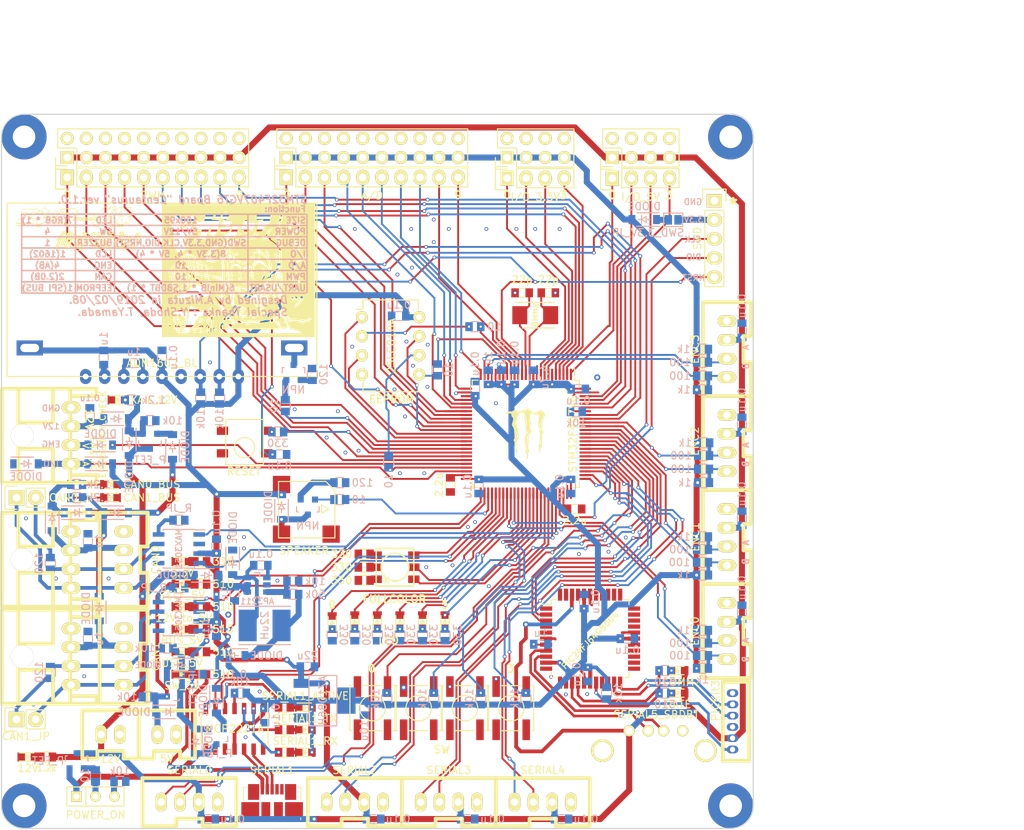
<source format=kicad_pcb>
(kicad_pcb (version 20171130) (host pcbnew "(5.0.0)")
  (layers (0 F.Cu signal) (31 B.Cu signal) (34 B.Paste user hide) (35 F.Paste user hide) (36 B.SilkS user) (37 F.SilkS user) (38 B.Mask user) (39 F.Mask user hide) (44 Edge.Cuts user))
  (net 0 "")
  (net 1 "Net-(C1-Pad1)")
  (net 2 GND)
  (net 3 +3.3V)
  (net 4 /CAN_BUS_5V)
  (net 5 +5V)
  (net 6 /OSC_OUT)
  (net 7 /NRST)
  (net 8 /OSC_IN)
  (net 9 "Net-(C18-Pad1)")
  (net 10 "Net-(C18-Pad2)")
  (net 11 +12V)
  (net 12 "Net-(D1-Pad2)")
  (net 13 "Net-(D2-Pad2)")
  (net 14 "Net-(D7-Pad1)")
  (net 15 "Net-(D8-Pad1)")
  (net 16 "Net-(D9-Pad1)")
  (net 17 "Net-(D10-Pad1)")
  (net 18 "Net-(D11-Pad1)")
  (net 19 /XA_5V)
  (net 20 /5V)
  (net 21 "Net-(D13-Pad2)")
  (net 22 /BUS_5V)
  (net 23 "Net-(D15-Pad1)")
  (net 24 +5C)
  (net 25 "Net-(D17-Pad2)")
  (net 26 "Net-(IC1-Pad1)")
  (net 27 /USART1_TX)
  (net 28 /USART1_RX)
  (net 29 "Net-(IC1-Pad4)")
  (net 30 "Net-(IC1-Pad5)")
  (net 31 /D+)
  (net 32 /D-)
  (net 33 "Net-(IC1-Pad11)")
  (net 34 "Net-(IC1-Pad12)")
  (net 35 "Net-(IC1-Pad13)")
  (net 36 "Net-(IC1-Pad14)")
  (net 37 "Net-(IC1-Pad15)")
  (net 38 /MCLR)
  (net 39 "Net-(IC1-Pad19)")
  (net 40 "Net-(IC1-Pad20)")
  (net 41 /PGED1)
  (net 42 /PGEC1)
  (net 43 "Net-(IC1-Pad23)")
  (net 44 "Net-(IC1-Pad24)")
  (net 45 "Net-(IC1-Pad25)")
  (net 46 "Net-(IC1-Pad26)")
  (net 47 "Net-(IC1-Pad27)")
  (net 48 "Net-(IC1-Pad30)")
  (net 49 "Net-(IC1-Pad31)")
  (net 50 "Net-(IC1-Pad32)")
  (net 51 "Net-(IC1-Pad33)")
  (net 52 "Net-(IC1-Pad34)")
  (net 53 "Net-(IC1-Pad35)")
  (net 54 "Net-(IC1-Pad36)")
  (net 55 "Net-(IC1-Pad37)")
  (net 56 "Net-(IC1-Pad38)")
  (net 57 "Net-(IC1-Pad41)")
  (net 58 "Net-(IC1-Pad43)")
  (net 59 "Net-(IC1-Pad44)")
  (net 60 "Net-(P1-Pad6)")
  (net 61 "Net-(P2-Pad5)")
  (net 62 /USART3_TX)
  (net 63 /USART3_RX)
  (net 64 /TIM8_CH4)
  (net 65 /USART4_TX)
  (net 66 /USART4_RX)
  (net 67 /UART5_TX)
  (net 68 /UART5_RX)
  (net 69 "Net-(R25-Pad1)")
  (net 70 "Net-(C26-Pad1)")
  (net 71 "Net-(C27-Pad1)")
  (net 72 "Net-(U7-Pad1)")
  (net 73 "Net-(Q4-Pad3)")
  (net 74 "Net-(C29-Pad1)")
  (net 75 "Net-(C30-Pad2)")
  (net 76 "Net-(C30-Pad1)")
  (net 77 "Net-(D18-Pad1)")
  (net 78 "Net-(D20-Pad1)")
  (net 79 /CAN0_H)
  (net 80 /CAN1_H)
  (net 81 "Net-(JP3-Pad2)")
  (net 82 "Net-(LED1-Pad3)")
  (net 83 "Net-(P3-Pad3)")
  (net 84 "Net-(P3-Pad4)")
  (net 85 "Net-(P4-Pad4)")
  (net 86 "Net-(P4-Pad3)")
  (net 87 /D-_USB)
  (net 88 /D+_USB)
  (net 89 "Net-(P5-Pad4)")
  (net 90 "Net-(P5-Pad6)")
  (net 91 "Net-(P6-Pad4)")
  (net 92 "Net-(P6-Pad3)")
  (net 93 "Net-(P7-Pad3)")
  (net 94 "Net-(P7-Pad4)")
  (net 95 /CAN0_L)
  (net 96 /CAN1_L)
  (net 97 /SWCLK)
  (net 98 /SWDIO)
  (net 99 "Net-(Q2-Pad1)")
  (net 100 "Net-(Q4-Pad2)")
  (net 101 "Net-(Q4-Pad1)")
  (net 102 "Net-(Q5-Pad1)")
  (net 103 "Net-(Q5-Pad2)")
  (net 104 /TIM2_CH2)
  (net 105 /TIM2_CH1)
  (net 106 /TIM3_CH2)
  (net 107 /TIM3_CH1)
  (net 108 "Net-(R12-Pad1)")
  (net 109 /TIM4_CH2)
  (net 110 /TIM4_CH1)
  (net 111 /TIM5_CH2)
  (net 112 /TIM5_CH1)
  (net 113 /GP0)
  (net 114 /GP1)
  (net 115 /GP2)
  (net 116 "Net-(R32-Pad1)")
  (net 117 "Net-(R34-Pad2)")
  (net 118 /FB)
  (net 119 "Net-(R38-Pad2)")
  (net 120 "Net-(R39-Pad2)")
  (net 121 /I2C1_SDA)
  (net 122 /TIM10_CH1)
  (net 123 /I2C1_SCL)
  (net 124 /ADC12_IN10)
  (net 125 /ADC12_IN11)
  (net 126 /ADC12_IN2)
  (net 127 /ADC12_IN3)
  (net 128 /ADC12_IN4)
  (net 129 /TIM8_CH1)
  (net 130 /ADC12_IN14)
  (net 131 /ADC12_IN15)
  (net 132 /TIM8_CH2)
  (net 133 /ADC12_IN9)
  (net 134 /TIM1_CH1)
  (net 135 /TIM1_CH2)
  (net 136 /TIM1_CH3)
  (net 137 /TIM1_CH4)
  (net 138 /TIM12_CH1)
  (net 139 /TIM12_CH2)
  (net 140 /TIM8_CH3)
  (net 141 /TIM11_CH1)
  (net 142 "Net-(U3-Pad8)")
  (net 143 "Net-(U3-Pad9)")
  (net 144 "Net-(U3-Pad10)")
  (net 145 "Net-(U5-Pad5)")
  (net 146 /CAN1_RX)
  (net 147 /CAN1_TX)
  (net 148 /CAN2_TX)
  (net 149 /CAN2_RX)
  (net 150 "Net-(U6-Pad5)")
  (net 151 /PC15)
  (net 152 /PC13)
  (net 153 /PD11)
  (net 154 /TIM9_CH2)
  (net 155 /TIM9_CH1)
  (net 156 /PD3)
  (net 157 /PD10)
  (net 158 /PD14)
  (net 159 /PD15)
  (net 160 /PD4)
  (net 161 /PD7)
  (net 162 /PE0)
  (net 163 /PE1)
  (net 164 /PC14)
  (net 165 /PE2)
  (net 166 /PE3)
  (net 167 /PE4)
  (net 168 /SPI2_MISO)
  (net 169 /SPI2_MOSI)
  (net 170 /ADC12_IN5)
  (net 171 /ADC12_IN6)
  (net 172 /PB2)
  (net 173 /PE7)
  (net 174 /PE8)
  (net 175 /PE10)
  (net 176 /PE12)
  (net 177 /PE15)
  (net 178 /SPI2_SCK)
  (net 179 /PB11)
  (net 180 /USART6_TX)
  (net 181 /USART6_RX)
  (net 182 /USART2_TX)
  (net 183 /USART2_RX)
  (net 184 "Net-(R62-Pad1)")
  (net 185 "Net-(R63-Pad2)")
  (net 186 "Net-(R64-Pad2)")
  (net 187 /PA8)
  (net 188 "Net-(JP2-Pad1)")
  (net 189 "Net-(D26-Pad2)")
  (net 190 "Net-(D19-Pad2)")
  (net 191 "Net-(D21-Pad2)")
  (net 192 "Net-(D22-Pad2)")
  (net 193 "Net-(D23-Pad2)")
  (net 194 "Net-(D24-Pad2)")
  (net 195 "Net-(D25-Pad2)")
  (net 196 "Net-(JP1-Pad2)")
  (net 197 "Net-(R46-Pad2)")
  (net 198 "Net-(R47-Pad2)")
  (net 199 "Net-(R48-Pad2)")
  (net 200 /PD0)
  (net 201 /PD1)
  (net 202 "Net-(D3-Pad2)")
  (net 203 "Net-(D4-Pad2)")
  (net 204 "Net-(D5-Pad2)")
  (net 205 "Net-(D6-Pad2)")
  (net 206 "Net-(C19-Pad1)")
  (net 207 /12V_TO_5V)
  (net 208 CAN0_BUS_Vdd)
  (net 209 CAN1_BUS_Vdd)
  (net 210 XA4_12V)
  (net 211 "Net-(D31-Pad2)")
  (net 212 /CAN_BUS_12V)
  (net 213 "Net-(D35-Pad1)")
  (net 214 /CAN0_BUS_12V)
  (net 215 /CAN1_BUS_12V)
  (net 216 "Net-(D36-Pad1)")
  (net 217 "Net-(D37-Pad1)")
  (net 218 /XA4-12V)
  (net 219 "Net-(D40-Pad1)")
  (module RP_KiCAD_Connector:XA_4T (layer F.Cu) (at 69.25 106 90)
    (fp_text reference P11 hide)
    (fp_text value CAN0 (at 3.75 4.25 90) (layer F.SilkS))
    (pad 1 thru_hole oval (at 7.5 0 90) (size 1.5 2.5) (drill 1) (layers *.Cu *.Mask F.SilkS) (net 2 GND))
    (pad 2 thru_hole oval (at 5 0 90) (size 1.5 2.5) (drill 1) (layers *.Cu *.Mask F.SilkS) (net 208 CAN0_BUS_Vdd))
    (pad 3 thru_hole oval (at 2.5 0 90) (size 1.5 2.5) (drill 1) (layers *.Cu *.Mask F.SilkS) (net 79 /CAN0_H))
    (pad 4 thru_hole oval (at 0 0 90) (size 1.5 2.5) (drill 1) (layers *.Cu *.Mask F.SilkS) (net 95 /CAN0_L))
  )
  (module Mizz_lib:SOD-123 (layer B.Cu) (at 75.75 87.25 90)
    (fp_text reference D31)
    (fp_text value DIODE (at 0 1.7 90) (layer B.SilkS) (effects (justify mirror)))
    (pad 2 smd rect (at 1.635 0 90) (size 0.91 1.22) (layers B.Cu B.Paste B.Mask) (net 211 "Net-(D31-Pad2)"))
    (pad 1 smd rect (at -1.635 0 90) (size 0.91 1.22) (layers B.Cu B.Paste B.Mask) (net 212 /CAN_BUS_12V))
  )
  (module Resistors_SMD:R_0603 (layer B.Cu) (at 104.5 89.25 90)
    (fp_text reference R63 hide)
    (fp_text value 10 (at -2.55 0 90) (layer B.SilkS) (effects (justify mirror)))
    (pad 1 smd rect (at -0.78 0 90) (size 1 1.2) (layers B.Cu B.Paste B.Mask) (net 178 /SPI2_SCK))
    (pad 2 smd rect (at 0.78 0 90) (size 1 1.2) (layers B.Cu B.Paste B.Mask) (net 185 "Net-(R63-Pad2)"))
  )
  (module Resistors_SMD:R_0603 (layer B.Cu) (at 59.5 117.25 90)
    (fp_text reference R41 hide)
    (fp_text value 120 (at 0.03 -1.5 270) (layer B.SilkS) (effects (justify mirror)))
    (pad 2 smd rect (at 0.78 0 90) (size 1 1.2) (layers B.Cu B.Paste B.Mask) (net 80 /CAN1_H))
    (pad 1 smd rect (at -0.78 0 90) (size 1 1.2) (layers B.Cu B.Paste B.Mask) (net 188 "Net-(JP2-Pad1)"))
  )
  (module Housings_DIP:DIP-8_W7.62mm (layer F.Cu) (at 100.95 69.99)
    (fp_text reference U12 hide)
    (fp_text value 25LC010A (at 3.924999 3.85 90) (layer F.SilkS))
    (pad 1 thru_hole oval (at 0 0) (size 1.6 1.6) (drill 0.8) (layers *.Cu *.Mask F.SilkS) (net 174 /PE8))
    (pad 2 thru_hole oval (at 0 2.54) (size 1.6 1.6) (drill 0.8) (layers *.Cu *.Mask F.SilkS) (net 184 "Net-(R62-Pad1)"))
    (pad 3 thru_hole oval (at 0 5.08) (size 1.6 1.6) (drill 0.8) (layers *.Cu *.Mask F.SilkS) (net 173 /PE7))
    (pad 4 thru_hole oval (at 0 7.62) (size 1.6 1.6) (drill 0.8) (layers *.Cu *.Mask F.SilkS) (net 2 GND))
    (pad 5 thru_hole oval (at 7.62 7.62) (size 1.6 1.6) (drill 0.8) (layers *.Cu *.Mask F.SilkS) (net 186 "Net-(R64-Pad2)"))
    (pad 6 thru_hole oval (at 7.62 5.08) (size 1.6 1.6) (drill 0.8) (layers *.Cu *.Mask F.SilkS) (net 185 "Net-(R63-Pad2)"))
    (pad 7 thru_hole oval (at 7.62 2.54) (size 1.6 1.6) (drill 0.8) (layers *.Cu *.Mask F.SilkS) (net 172 /PB2))
    (pad 8 thru_hole oval (at 7.62 0) (size 1.6 1.6) (drill 0.8) (layers *.Cu *.Mask F.SilkS) (net 3 +3.3V))
  )
  (module Resistors_SMD:R_0603 (layer F.Cu) (at 59 128.5)
    (fp_text reference R44 hide)
    (fp_text value 1.2k (at 0 1.5) (layer F.SilkS) (effects (font (size 0.8 0.8))))
    (pad 2 smd rect (at 0.78 0) (size 1 1.2) (layers F.Cu F.Paste F.Mask) (net 11 +12V))
    (pad 1 smd rect (at -0.78 0) (size 1 1.2) (layers F.Cu F.Paste F.Mask) (net 77 "Net-(D18-Pad1)"))
  )
  (module Resistors_SMD:R_0603 (layer B.Cu) (at 82 80.75 90)
    (fp_text reference R52 hide)
    (fp_text value 10k (at -2.75 0 90) (layer B.SilkS) (effects (justify mirror)))
    (pad 1 smd rect (at -0.78 0 90) (size 1 1.2) (layers B.Cu B.Paste B.Mask) (net 3 +3.3V))
    (pad 2 smd rect (at 0.78 0 90) (size 1 1.2) (layers B.Cu B.Paste B.Mask) (net 123 /I2C1_SCL))
  )
  (module Pin_Headers:Pin_Header_Straight_1x04 (layer F.Cu) (at 120.25 51.5 90)
    (fp_text reference P28 hide)
    (fp_text value I/O_3.3V (at -2.5 3.75 180) (layer F.SilkS))
    (pad 4 thru_hole oval (at 0 7.62 90) (size 2.032 1.7272) (drill 1.016) (layers *.Cu *.Mask F.SilkS) (net 167 /PE4))
    (pad 3 thru_hole oval (at 0 5.08 90) (size 2.032 1.7272) (drill 1.016) (layers *.Cu *.Mask F.SilkS) (net 152 /PC13))
    (pad 2 thru_hole oval (at 0 2.54 90) (size 2.032 1.7272) (drill 1.016) (layers *.Cu *.Mask F.SilkS) (net 164 /PC14))
    (pad 1 thru_hole rect (at 0 0 90) (size 2.032 1.7272) (drill 1.016) (layers *.Cu *.Mask F.SilkS) (net 151 /PC15))
  )
  (module Pin_Headers:Pin_Header_Straight_2x04 (layer F.Cu) (at 134.25 48.75 90)
    (fp_text reference P31 hide)
    (fp_text value I/O_5V_batt)
    (pad 1 thru_hole rect (at 0 0 90) (size 1.7272 1.7272) (drill 1.016) (layers *.Cu *.Mask F.SilkS) (net 5 +5V))
    (pad 2 thru_hole oval (at 2.54 0 90) (size 1.7272 1.7272) (drill 1.016) (layers *.Cu *.Mask F.SilkS) (net 2 GND))
    (pad 3 thru_hole oval (at 0 2.54 90) (size 1.7272 1.7272) (drill 1.016) (layers *.Cu *.Mask F.SilkS) (net 5 +5V))
    (pad 4 thru_hole oval (at 2.54 2.54 90) (size 1.7272 1.7272) (drill 1.016) (layers *.Cu *.Mask F.SilkS) (net 2 GND))
    (pad 5 thru_hole oval (at 0 5.08 90) (size 1.7272 1.7272) (drill 1.016) (layers *.Cu *.Mask F.SilkS) (net 5 +5V))
    (pad 6 thru_hole oval (at 2.54 5.08 90) (size 1.7272 1.7272) (drill 1.016) (layers *.Cu *.Mask F.SilkS) (net 2 GND))
    (pad 7 thru_hole oval (at 0 7.62 90) (size 1.7272 1.7272) (drill 1.016) (layers *.Cu *.Mask F.SilkS) (net 5 +5V))
    (pad 8 thru_hole oval (at 2.54 7.62 90) (size 1.7272 1.7272) (drill 1.016) (layers *.Cu *.Mask F.SilkS) (net 2 GND))
  )
  (module Pin_Headers:Pin_Header_Straight_1x04 (layer F.Cu) (at 134.25 51.5 90)
    (fp_text reference P29 hide)
    (fp_text value I/O_5V (at -2.5 3.75 180) (layer F.SilkS))
    (pad 1 thru_hole rect (at 0 0 90) (size 2.032 1.7272) (drill 1.016) (layers *.Cu *.Mask F.SilkS) (net 166 /PE3))
    (pad 2 thru_hole oval (at 0 2.54 90) (size 2.032 1.7272) (drill 1.016) (layers *.Cu *.Mask F.SilkS) (net 165 /PE2))
    (pad 3 thru_hole oval (at 0 5.08 90) (size 2.032 1.7272) (drill 1.016) (layers *.Cu *.Mask F.SilkS) (net 163 /PE1))
    (pad 4 thru_hole oval (at 0 7.62 90) (size 2.032 1.7272) (drill 1.016) (layers *.Cu *.Mask F.SilkS) (net 162 /PE0))
  )
  (module Pin_Headers:Pin_Header_Straight_2x04 (layer F.Cu) (at 120.25 48.75 90)
    (fp_text reference P30 hide)
    (fp_text value I/O_3.3V_batt)
    (pad 8 thru_hole oval (at 2.54 7.62 90) (size 1.7272 1.7272) (drill 1.016) (layers *.Cu *.Mask F.SilkS) (net 2 GND))
    (pad 7 thru_hole oval (at 0 7.62 90) (size 1.7272 1.7272) (drill 1.016) (layers *.Cu *.Mask F.SilkS) (net 3 +3.3V))
    (pad 6 thru_hole oval (at 2.54 5.08 90) (size 1.7272 1.7272) (drill 1.016) (layers *.Cu *.Mask F.SilkS) (net 2 GND))
    (pad 5 thru_hole oval (at 0 5.08 90) (size 1.7272 1.7272) (drill 1.016) (layers *.Cu *.Mask F.SilkS) (net 3 +3.3V))
    (pad 4 thru_hole oval (at 2.54 2.54 90) (size 1.7272 1.7272) (drill 1.016) (layers *.Cu *.Mask F.SilkS) (net 2 GND))
    (pad 3 thru_hole oval (at 0 2.54 90) (size 1.7272 1.7272) (drill 1.016) (layers *.Cu *.Mask F.SilkS) (net 3 +3.3V))
    (pad 2 thru_hole oval (at 2.54 0 90) (size 1.7272 1.7272) (drill 1.016) (layers *.Cu *.Mask F.SilkS) (net 2 GND))
    (pad 1 thru_hole rect (at 0 0 90) (size 1.7272 1.7272) (drill 1.016) (layers *.Cu *.Mask F.SilkS) (net 3 +3.3V))
  )
  (module Resistors_SMD:R_0603 (layer F.Cu) (at 79.5 108.5)
    (fp_text reference R28 hide)
    (fp_text value 510 (at 3 0) (layer F.SilkS))
    (pad 2 smd rect (at 0.78 0) (size 1 1.2) (layers F.Cu F.Paste F.Mask) (net 207 /12V_TO_5V))
    (pad 1 smd rect (at -0.78 0) (size 1 1.2) (layers F.Cu F.Paste F.Mask) (net 15 "Net-(D8-Pad1)"))
  )
  (module Resistors_SMD:R_0603 (layer F.Cu) (at 79.5 114.5)
    (fp_text reference R30 hide)
    (fp_text value 510 (at 3 0) (layer F.SilkS))
    (pad 2 smd rect (at 0.78 0) (size 1 1.2) (layers F.Cu F.Paste F.Mask) (net 5 +5V))
    (pad 1 smd rect (at -0.78 0) (size 1 1.2) (layers F.Cu F.Paste F.Mask) (net 17 "Net-(D10-Pad1)"))
  )
  (module Resistors_SMD:R_0603 (layer F.Cu) (at 79.5 105.5 180)
    (fp_text reference R26 hide)
    (fp_text value 510 (at -3 0 180) (layer F.SilkS))
    (pad 2 smd rect (at 0.78 0 180) (size 1 1.2) (layers F.Cu F.Paste F.Mask) (net 205 "Net-(D6-Pad2)"))
    (pad 1 smd rect (at -0.78 0 180) (size 1 1.2) (layers F.Cu F.Paste F.Mask) (net 2 GND))
  )
  (module Resistors_SMD:R_0603 (layer F.Cu) (at 79.5 111.5)
    (fp_text reference R27 hide)
    (fp_text value 510 (at 3 0) (layer F.SilkS))
    (pad 1 smd rect (at -0.78 0) (size 1 1.2) (layers F.Cu F.Paste F.Mask) (net 14 "Net-(D7-Pad1)"))
    (pad 2 smd rect (at 0.78 0) (size 1 1.2) (layers F.Cu F.Paste F.Mask) (net 22 /BUS_5V))
  )
  (module Resistors_SMD:R_0603 (layer F.Cu) (at 79.5 117.5)
    (fp_text reference R29 hide)
    (fp_text value 510 (at 3 0) (layer F.SilkS))
    (pad 2 smd rect (at 0.78 0) (size 1 1.2) (layers F.Cu F.Paste F.Mask) (net 24 +5C))
    (pad 1 smd rect (at -0.78 0) (size 1 1.2) (layers F.Cu F.Paste F.Mask) (net 16 "Net-(D9-Pad1)"))
  )
  (module Resistors_SMD:R_0603 (layer F.Cu) (at 79.5 102.5)
    (fp_text reference R31 hide)
    (fp_text value 330 (at 3 0) (layer F.SilkS))
    (pad 1 smd rect (at -0.78 0) (size 1 1.2) (layers F.Cu F.Paste F.Mask) (net 18 "Net-(D11-Pad1)"))
    (pad 2 smd rect (at 0.78 0) (size 1 1.2) (layers F.Cu F.Paste F.Mask) (net 3 +3.3V))
  )
  (module LEDs:LED_0603 (layer F.Cu) (at 77 111.5)
    (fp_text reference D7 hide)
    (fp_text value BUS_5V (at 0 1.5) (layer F.SilkS))
    (pad 2 smd rect (at -0.88 0 180) (size 1 1.2) (layers F.Cu F.Paste F.Mask) (net 2 GND))
    (pad 1 smd rect (at 0.88 0 180) (size 1 1.2) (layers F.Cu F.Paste F.Mask) (net 14 "Net-(D7-Pad1)"))
  )
  (module LEDs:LED_0603 (layer F.Cu) (at 77 108.5)
    (fp_text reference D8 hide)
    (fp_text value 12V_to_5V (at 0.25 1.5) (layer F.SilkS))
    (pad 1 smd rect (at 0.88 0 180) (size 1 1.2) (layers F.Cu F.Paste F.Mask) (net 15 "Net-(D8-Pad1)"))
    (pad 2 smd rect (at -0.88 0 180) (size 1 1.2) (layers F.Cu F.Paste F.Mask) (net 2 GND))
  )
  (module LEDs:LED_0603 (layer F.Cu) (at 77 117.5)
    (fp_text reference D9 hide)
    (fp_text value SW_5V (at 0 1.5) (layer F.SilkS))
    (pad 2 smd rect (at -0.88 0 180) (size 1 1.2) (layers F.Cu F.Paste F.Mask) (net 2 GND))
    (pad 1 smd rect (at 0.88 0 180) (size 1 1.2) (layers F.Cu F.Paste F.Mask) (net 16 "Net-(D9-Pad1)"))
  )
  (module LEDs:LED_0603 (layer F.Cu) (at 77 102.5)
    (fp_text reference D11 hide)
    (fp_text value 3.3V (at 0 1.5) (layer F.SilkS))
    (pad 2 smd rect (at -0.88 0 180) (size 1 1.2) (layers F.Cu F.Paste F.Mask) (net 2 GND))
    (pad 1 smd rect (at 0.88 0 180) (size 1 1.2) (layers F.Cu F.Paste F.Mask) (net 18 "Net-(D11-Pad1)"))
  )
  (module LEDs:LED_0603 (layer F.Cu) (at 77 105.5 180)
    (fp_text reference D6 hide)
    (fp_text value SELF_5V (at 0 -1.5 180) (layer F.SilkS))
    (pad 1 smd rect (at 0.88 0) (size 1 1.2) (layers F.Cu F.Paste F.Mask) (net 19 /XA_5V))
    (pad 2 smd rect (at -0.88 0) (size 1 1.2) (layers F.Cu F.Paste F.Mask) (net 205 "Net-(D6-Pad2)"))
  )
  (module LEDs:LED_0603 (layer F.Cu) (at 77 114.5)
    (fp_text reference D10 hide)
    (fp_text value USE_5V (at 0 1.5) (layer F.SilkS))
    (pad 1 smd rect (at 0.88 0 180) (size 1 1.2) (layers F.Cu F.Paste F.Mask) (net 17 "Net-(D10-Pad1)"))
    (pad 2 smd rect (at -0.88 0 180) (size 1 1.2) (layers F.Cu F.Paste F.Mask) (net 2 GND))
  )
  (module LEDs:LED_0603 (layer F.Cu) (at 56.5 128.5)
    (fp_text reference D18 hide)
    (fp_text value 12V (at 0 1.5) (layer F.SilkS))
    (pad 2 smd rect (at -0.88 0 180) (size 1 1.2) (layers F.Cu F.Paste F.Mask) (net 2 GND))
    (pad 1 smd rect (at 0.88 0 180) (size 1 1.2) (layers F.Cu F.Paste F.Mask) (net 77 "Net-(D18-Pad1)"))
  )
  (module Housings_QFP:LQFP-100_14x14mm_Pitch0.5mm (layer F.Cu) (at 122.75 85.5 270)
    (fp_text reference U1 hide)
    (fp_text value STM32F407VG (at 0 -6.25 270) (layer F.SilkS))
    (pad 1 smd rect (at -7.9 -6 270) (size 1.5 0.28) (layers F.Cu F.Paste F.Mask) (net 165 /PE2))
    (pad 2 smd rect (at -7.9 -5.5 270) (size 1.5 0.28) (layers F.Cu F.Paste F.Mask) (net 166 /PE3))
    (pad 3 smd rect (at -7.9 -5 270) (size 1.5 0.28) (layers F.Cu F.Paste F.Mask) (net 167 /PE4))
    (pad 4 smd rect (at -7.9 -4.5 270) (size 1.5 0.28) (layers F.Cu F.Paste F.Mask) (net 155 /TIM9_CH1))
    (pad 5 smd rect (at -7.9 -4 270) (size 1.5 0.28) (layers F.Cu F.Paste F.Mask) (net 154 /TIM9_CH2))
    (pad 6 smd rect (at -7.9 -3.5 270) (size 1.5 0.28) (layers F.Cu F.Paste F.Mask) (net 3 +3.3V))
    (pad 7 smd rect (at -7.9 -3 270) (size 1.5 0.28) (layers F.Cu F.Paste F.Mask) (net 152 /PC13))
    (pad 8 smd rect (at -7.9 -2.5 270) (size 1.5 0.28) (layers F.Cu F.Paste F.Mask) (net 164 /PC14))
    (pad 9 smd rect (at -7.9 -2 270) (size 1.5 0.28) (layers F.Cu F.Paste F.Mask) (net 151 /PC15))
    (pad 10 smd rect (at -7.9 -1.5 270) (size 1.5 0.28) (layers F.Cu F.Paste F.Mask) (net 2 GND))
    (pad 11 smd rect (at -7.9 -1 270) (size 1.5 0.28) (layers F.Cu F.Paste F.Mask) (net 3 +3.3V))
    (pad 12 smd rect (at -7.9 -0.5 270) (size 1.5 0.28) (layers F.Cu F.Paste F.Mask) (net 8 /OSC_IN))
    (pad 13 smd rect (at -7.9 0 270) (size 1.5 0.28) (layers F.Cu F.Paste F.Mask) (net 6 /OSC_OUT))
    (pad 14 smd rect (at -7.9 0.5 270) (size 1.5 0.28) (layers F.Cu F.Paste F.Mask) (net 7 /NRST))
    (pad 15 smd rect (at -7.9 1 270) (size 1.5 0.28) (layers F.Cu F.Paste F.Mask) (net 124 /ADC12_IN10))
    (pad 16 smd rect (at -7.9 1.5 270) (size 1.5 0.28) (layers F.Cu F.Paste F.Mask) (net 125 /ADC12_IN11))
    (pad 17 smd rect (at -7.9 2 270) (size 1.5 0.28) (layers F.Cu F.Paste F.Mask) (net 168 /SPI2_MISO))
    (pad 18 smd rect (at -7.9 2.5 270) (size 1.5 0.28) (layers F.Cu F.Paste F.Mask) (net 169 /SPI2_MOSI))
    (pad 19 smd rect (at -7.9 3 270) (size 1.5 0.28) (layers F.Cu F.Paste F.Mask) (net 3 +3.3V))
    (pad 20 smd rect (at -7.9 3.5 270) (size 1.5 0.28) (layers F.Cu F.Paste F.Mask) (net 2 GND))
    (pad 21 smd rect (at -7.9 4 270) (size 1.5 0.28) (layers F.Cu F.Paste F.Mask) (net 3 +3.3V))
    (pad 22 smd rect (at -7.9 4.5 270) (size 1.5 0.28) (layers F.Cu F.Paste F.Mask) (net 3 +3.3V))
    (pad 23 smd rect (at -7.9 5 270) (size 1.5 0.28) (layers F.Cu F.Paste F.Mask) (net 112 /TIM5_CH1))
    (pad 24 smd rect (at -7.9 5.5 270) (size 1.5 0.28) (layers F.Cu F.Paste F.Mask) (net 111 /TIM5_CH2))
    (pad 25 smd rect (at -7.9 6 270) (size 1.5 0.28) (layers F.Cu F.Paste F.Mask) (net 126 /ADC12_IN2))
    (pad 26 smd rect (at -6 7.9) (size 1.5 0.28) (layers F.Cu F.Paste F.Mask) (net 127 /ADC12_IN3))
    (pad 27 smd rect (at -5.5 7.9) (size 1.5 0.28) (layers F.Cu F.Paste F.Mask) (net 2 GND))
    (pad 28 smd rect (at -5 7.9) (size 1.5 0.28) (layers F.Cu F.Paste F.Mask) (net 3 +3.3V))
    (pad 29 smd rect (at -4.5 7.9) (size 1.5 0.28) (layers F.Cu F.Paste F.Mask) (net 128 /ADC12_IN4))
    (pad 30 smd rect (at -4 7.9) (size 1.5 0.28) (layers F.Cu F.Paste F.Mask) (net 170 /ADC12_IN5))
    (pad 31 smd rect (at -3.5 7.9) (size 1.5 0.28) (layers F.Cu F.Paste F.Mask) (net 171 /ADC12_IN6))
    (pad 32 smd rect (at -3 7.9) (size 1.5 0.28) (layers F.Cu F.Paste F.Mask) (net 129 /TIM8_CH1))
    (pad 33 smd rect (at -2.5 7.9) (size 1.5 0.28) (layers F.Cu F.Paste F.Mask) (net 130 /ADC12_IN14))
    (pad 34 smd rect (at -2 7.9) (size 1.5 0.28) (layers F.Cu F.Paste F.Mask) (net 131 /ADC12_IN15))
    (pad 35 smd rect (at -1.5 7.9) (size 1.5 0.28) (layers F.Cu F.Paste F.Mask) (net 132 /TIM8_CH2))
    (pad 36 smd rect (at -1 7.9) (size 1.5 0.28) (layers F.Cu F.Paste F.Mask) (net 133 /ADC12_IN9))
    (pad 37 smd rect (at -0.5 7.9) (size 1.5 0.28) (layers F.Cu F.Paste F.Mask) (net 172 /PB2))
    (pad 38 smd rect (at 0 7.9) (size 1.5 0.28) (layers F.Cu F.Paste F.Mask) (net 173 /PE7))
    (pad 39 smd rect (at 0.5 7.9) (size 1.5 0.28) (layers F.Cu F.Paste F.Mask) (net 174 /PE8))
    (pad 40 smd rect (at 1 7.9) (size 1.5 0.28) (layers F.Cu F.Paste F.Mask) (net 134 /TIM1_CH1))
    (pad 41 smd rect (at 1.5 7.9) (size 1.5 0.28) (layers F.Cu F.Paste F.Mask) (net 175 /PE10))
    (pad 42 smd rect (at 2 7.9) (size 1.5 0.28) (layers F.Cu F.Paste F.Mask) (net 135 /TIM1_CH2))
    (pad 43 smd rect (at 2.5 7.9) (size 1.5 0.28) (layers F.Cu F.Paste F.Mask) (net 176 /PE12))
    (pad 44 smd rect (at 3 7.9) (size 1.5 0.28) (layers F.Cu F.Paste F.Mask) (net 136 /TIM1_CH3))
    (pad 45 smd rect (at 3.5 7.9) (size 1.5 0.28) (layers F.Cu F.Paste F.Mask) (net 137 /TIM1_CH4))
    (pad 46 smd rect (at 4 7.9) (size 1.5 0.28) (layers F.Cu F.Paste F.Mask) (net 177 /PE15))
    (pad 47 smd rect (at 4.5 7.9) (size 1.5 0.28) (layers F.Cu F.Paste F.Mask) (net 178 /SPI2_SCK))
    (pad 48 smd rect (at 5 7.9) (size 1.5 0.28) (layers F.Cu F.Paste F.Mask) (net 179 /PB11))
    (pad 49 smd rect (at 5.5 7.9) (size 1.5 0.28) (layers F.Cu F.Paste F.Mask) (net 70 "Net-(C26-Pad1)"))
    (pad 50 smd rect (at 6 7.9) (size 1.5 0.28) (layers F.Cu F.Paste F.Mask) (net 3 +3.3V))
    (pad 51 smd rect (at 7.9 6 270) (size 1.5 0.28) (layers F.Cu F.Paste F.Mask) (net 149 /CAN2_RX))
    (pad 52 smd rect (at 7.9 5.5 270) (size 1.5 0.28) (layers F.Cu F.Paste F.Mask) (net 148 /CAN2_TX))
    (pad 53 smd rect (at 7.9 5 270) (size 1.5 0.28) (layers F.Cu F.Paste F.Mask) (net 138 /TIM12_CH1))
    (pad 54 smd rect (at 7.9 4.5 270) (size 1.5 0.28) (layers F.Cu F.Paste F.Mask) (net 139 /TIM12_CH2))
    (pad 55 smd rect (at 7.9 4 270) (size 1.5 0.28) (layers F.Cu F.Paste F.Mask) (net 62 /USART3_TX))
    (pad 56 smd rect (at 7.9 3.5 270) (size 1.5 0.28) (layers F.Cu F.Paste F.Mask) (net 63 /USART3_RX))
    (pad 57 smd rect (at 7.9 3 270) (size 1.5 0.28) (layers F.Cu F.Paste F.Mask) (net 157 /PD10))
    (pad 58 smd rect (at 7.9 2.5 270) (size 1.5 0.28) (layers F.Cu F.Paste F.Mask) (net 153 /PD11))
    (pad 59 smd rect (at 7.9 2 270) (size 1.5 0.28) (layers F.Cu F.Paste F.Mask) (net 110 /TIM4_CH1))
    (pad 60 smd rect (at 7.9 1.5 270) (size 1.5 0.28) (layers F.Cu F.Paste F.Mask) (net 109 /TIM4_CH2))
    (pad 61 smd rect (at 7.9 1 270) (size 1.5 0.28) (layers F.Cu F.Paste F.Mask) (net 158 /PD14))
    (pad 62 smd rect (at 7.9 0.5 270) (size 1.5 0.28) (layers F.Cu F.Paste F.Mask) (net 159 /PD15))
    (pad 63 smd rect (at 7.9 0 270) (size 1.5 0.28) (layers F.Cu F.Paste F.Mask) (net 180 /USART6_TX))
    (pad 64 smd rect (at 7.9 -0.5 270) (size 1.5 0.28) (layers F.Cu F.Paste F.Mask) (net 181 /USART6_RX))
    (pad 65 smd rect (at 7.9 -1 270) (size 1.5 0.28) (layers F.Cu F.Paste F.Mask) (net 140 /TIM8_CH3))
    (pad 66 smd rect (at 7.9 -1.5 270) (size 1.5 0.28) (layers F.Cu F.Paste F.Mask) (net 64 /TIM8_CH4))
    (pad 67 smd rect (at 7.9 -2 270) (size 1.5 0.28) (layers F.Cu F.Paste F.Mask) (net 187 /PA8))
    (pad 68 smd rect (at 7.9 -2.5 270) (size 1.5 0.28) (layers F.Cu F.Paste F.Mask) (net 27 /USART1_TX))
    (pad 69 smd rect (at 7.9 -3 270) (size 1.5 0.28) (layers F.Cu F.Paste F.Mask) (net 28 /USART1_RX))
    (pad 70 smd rect (at 7.9 -3.5 270) (size 1.5 0.28) (layers F.Cu F.Paste F.Mask) (net 146 /CAN1_RX))
    (pad 71 smd rect (at 7.9 -4 270) (size 1.5 0.28) (layers F.Cu F.Paste F.Mask) (net 147 /CAN1_TX))
    (pad 72 smd rect (at 7.9 -4.5 270) (size 1.5 0.28) (layers F.Cu F.Paste F.Mask) (net 98 /SWDIO))
    (pad 73 smd rect (at 7.9 -5 270) (size 1.5 0.28) (layers F.Cu F.Paste F.Mask) (net 71 "Net-(C27-Pad1)"))
    (pad 74 smd rect (at 7.9 -5.5 270) (size 1.5 0.28) (layers F.Cu F.Paste F.Mask) (net 2 GND))
    (pad 75 smd rect (at 7.9 -6 270) (size 1.5 0.28) (layers F.Cu F.Paste F.Mask) (net 3 +3.3V))
    (pad 76 smd rect (at 6 -7.9) (size 1.5 0.28) (layers F.Cu F.Paste F.Mask) (net 97 /SWCLK))
    (pad 77 smd rect (at 5.5 -7.9) (size 1.5 0.28) (layers F.Cu F.Paste F.Mask) (net 105 /TIM2_CH1))
    (pad 78 smd rect (at 5 -7.9) (size 1.5 0.28) (layers F.Cu F.Paste F.Mask) (net 65 /USART4_TX))
    (pad 79 smd rect (at 4.5 -7.9) (size 1.5 0.28) (layers F.Cu F.Paste F.Mask) (net 66 /USART4_RX))
    (pad 80 smd rect (at 4 -7.9) (size 1.5 0.28) (layers F.Cu F.Paste F.Mask) (net 67 /UART5_TX))
    (pad 81 smd rect (at 3.5 -7.9) (size 1.5 0.28) (layers F.Cu F.Paste F.Mask) (net 200 /PD0))
    (pad 82 smd rect (at 3 -7.9) (size 1.5 0.28) (layers F.Cu F.Paste F.Mask) (net 201 /PD1))
    (pad 83 smd rect (at 2.5 -7.9) (size 1.5 0.28) (layers F.Cu F.Paste F.Mask) (net 68 /UART5_RX))
    (pad 84 smd rect (at 2 -7.9) (size 1.5 0.28) (layers F.Cu F.Paste F.Mask) (net 156 /PD3))
    (pad 85 smd rect (at 1.5 -7.9) (size 1.5 0.28) (layers F.Cu F.Paste F.Mask) (net 160 /PD4))
    (pad 86 smd rect (at 1 -7.9) (size 1.5 0.28) (layers F.Cu F.Paste F.Mask) (net 182 /USART2_TX))
    (pad 87 smd rect (at 0.5 -7.9) (size 1.5 0.28) (layers F.Cu F.Paste F.Mask) (net 183 /USART2_RX))
    (pad 88 smd rect (at 0 -7.9) (size 1.5 0.28) (layers F.Cu F.Paste F.Mask) (net 161 /PD7))
    (pad 89 smd rect (at -0.5 -7.9) (size 1.5 0.28) (layers F.Cu F.Paste F.Mask) (net 104 /TIM2_CH2))
    (pad 90 smd rect (at -1 -7.9) (size 1.5 0.28) (layers F.Cu F.Paste F.Mask) (net 107 /TIM3_CH1))
    (pad 91 smd rect (at -1.5 -7.9) (size 1.5 0.28) (layers F.Cu F.Paste F.Mask) (net 106 /TIM3_CH2))
    (pad 92 smd rect (at -2 -7.9) (size 1.5 0.28) (layers F.Cu F.Paste F.Mask) (net 123 /I2C1_SCL))
    (pad 93 smd rect (at -2.5 -7.9) (size 1.5 0.28) (layers F.Cu F.Paste F.Mask) (net 121 /I2C1_SDA))
    (pad 94 smd rect (at -3 -7.9) (size 1.5 0.28) (layers F.Cu F.Paste F.Mask) (net 69 "Net-(R25-Pad1)"))
    (pad 95 smd rect (at -3.5 -7.9) (size 1.5 0.28) (layers F.Cu F.Paste F.Mask) (net 122 /TIM10_CH1))
    (pad 96 smd rect (at -4 -7.9) (size 1.5 0.28) (layers F.Cu F.Paste F.Mask) (net 141 /TIM11_CH1))
    (pad 97 smd rect (at -4.5 -7.9) (size 1.5 0.28) (layers F.Cu F.Paste F.Mask) (net 162 /PE0))
    (pad 98 smd rect (at -5 -7.9) (size 1.5 0.28) (layers F.Cu F.Paste F.Mask) (net 163 /PE1))
    (pad 99 smd rect (at -5.5 -7.9) (size 1.5 0.28) (layers F.Cu F.Paste F.Mask) (net 2 GND))
    (pad 100 smd rect (at -6 -7.9) (size 1.5 0.28) (layers F.Cu F.Paste F.Mask) (net 3 +3.3V))
  )
  (module Capacitors_SMD:C_0603 (layer B.Cu) (at 123.75 78 270)
    (fp_text reference C35 hide)
    (fp_text value 4.7u (at 0 -1.5 270) (layer B.SilkS) (effects (justify mirror)))
    (pad 2 smd rect (at 0.93 0 270) (size 1 1.2) (layers B.Cu B.Paste B.Mask) (net 3 +3.3V))
    (pad 1 smd rect (at -0.95 0 270) (size 1 1.2) (layers B.Cu B.Paste B.Mask) (net 2 GND))
  )
  (module RP_KiCAD_Connector:XA_4LC (layer F.Cu) (at 62.25 111.4 270)
    (fp_text reference P14 hide)
    (fp_text value CAN1)
    (pad "" thru_hole circle (at 3.75 6.5 270) (size 3 3) (drill 3) (layers *.Cu *.Mask F.SilkS) (clearance -0.3))
    (pad 4 thru_hole oval (at 7.5 0 270) (size 1.5 2.5) (drill 1) (layers *.Cu *.Mask F.SilkS) (net 96 /CAN1_L))
    (pad 3 thru_hole oval (at 5 0 270) (size 1.5 2.5) (drill 1) (layers *.Cu *.Mask F.SilkS) (net 80 /CAN1_H))
    (pad 2 thru_hole oval (at 2.5 0 270) (size 1.5 2.5) (drill 1) (layers *.Cu *.Mask F.SilkS) (net 209 CAN1_BUS_Vdd))
    (pad 1 thru_hole oval (at 0 0 270) (size 1.5 2.5) (drill 1) (layers *.Cu *.Mask F.SilkS) (net 2 GND))
  )
  (module Resistors_SMD:R_0603 (layer F.Cu) (at 101.25 105)
    (fp_text reference R46 hide)
    (fp_text value 330 (at -3 0) (layer F.SilkS))
    (pad 1 smd rect (at -0.78 0) (size 1 1.2) (layers F.Cu F.Paste F.Mask) (net 2 GND))
    (pad 2 smd rect (at 0.78 0) (size 1 1.2) (layers F.Cu F.Paste F.Mask) (net 197 "Net-(R46-Pad2)"))
  )
  (module Resistors_SMD:R_0603 (layer F.Cu) (at 101.25 101.5)
    (fp_text reference R48 hide)
    (fp_text value 330 (at -3 0) (layer F.SilkS))
    (pad 1 smd rect (at -0.78 0) (size 1 1.2) (layers F.Cu F.Paste F.Mask) (net 2 GND))
    (pad 2 smd rect (at 0.78 0) (size 1 1.2) (layers F.Cu F.Paste F.Mask) (net 199 "Net-(R48-Pad2)"))
  )
  (module Resistors_SMD:R_0603 (layer F.Cu) (at 101.25 103.25)
    (fp_text reference R47 hide)
    (fp_text value 330 (at -3 0) (layer F.SilkS))
    (pad 2 smd rect (at 0.78 0) (size 1 1.2) (layers F.Cu F.Paste F.Mask) (net 198 "Net-(R47-Pad2)"))
    (pad 1 smd rect (at -0.78 0) (size 1 1.2) (layers F.Cu F.Paste F.Mask) (net 2 GND))
  )
  (module Mizz_lib:OSTBABS4C2B (layer F.Cu) (at 105.25 103.25 90)
    (fp_text reference U8 hide)
    (fp_text value OSTBABS4C2B hide)
    (pad 1 smd rect (at -1.6 2.6 90) (size 1 1.5) (layers F.Cu F.Paste F.Mask) (net 64 /TIM8_CH4))
    (pad 2 smd rect (at 0 2.6 90) (size 1 1.5) (layers F.Cu F.Paste F.Mask) (net 140 /TIM8_CH3))
    (pad 3 smd rect (at 1.6 2.6 90) (size 1 1.5) (layers F.Cu F.Paste F.Mask) (net 139 /TIM12_CH2))
    (pad 4 smd rect (at 1.6 -2.4 90) (size 1 1.5) (layers F.Cu F.Paste F.Mask) (net 199 "Net-(R48-Pad2)"))
    (pad 5 smd rect (at 0 -2.4 90) (size 1 1.5) (layers F.Cu F.Paste F.Mask) (net 198 "Net-(R47-Pad2)"))
    (pad 6 smd rect (at -1.6 -2.4 90) (size 1 1.5) (layers F.Cu F.Paste F.Mask) (net 197 "Net-(R46-Pad2)"))
  )
  (module Capacitors_SMD:C_0603 (layer B.Cu) (at 124.75 113.5)
    (fp_text reference C1 hide)
    (fp_text value 1u (at 0 -1.5) (layer B.SilkS) (effects (justify mirror)))
    (pad 1 smd rect (at -0.95 0) (size 1 1.2) (layers B.Cu B.Paste B.Mask) (net 1 "Net-(C1-Pad1)"))
    (pad 2 smd rect (at 0.93 0) (size 1 1.2) (layers B.Cu B.Paste B.Mask) (net 2 GND))
  )
  (module Capacitors_SMD:C_0603 (layer B.Cu) (at 136.25 112.75 180)
    (fp_text reference C2 hide)
    (fp_text value 0.1u (at 0 -1.5 180) (layer B.SilkS) (effects (justify mirror)))
    (pad 2 smd rect (at 0.93 0 180) (size 1 1.2) (layers B.Cu B.Paste B.Mask) (net 3 +3.3V))
    (pad 1 smd rect (at -0.95 0 180) (size 1 1.2) (layers B.Cu B.Paste B.Mask) (net 2 GND))
  )
  (module Capacitors_SMD:C_0603 (layer B.Cu) (at 130.5 107.82 270)
    (fp_text reference C3 hide)
    (fp_text value 0.1u (at 0 -1.5 270) (layer B.SilkS) (effects (justify mirror)))
    (pad 1 smd rect (at -0.95 0 270) (size 1 1.2) (layers B.Cu B.Paste B.Mask) (net 2 GND))
    (pad 2 smd rect (at 0.93 0 270) (size 1 1.2) (layers B.Cu B.Paste B.Mask) (net 3 +3.3V))
  )
  (module Capacitors_SMD:C_0603 (layer B.Cu) (at 131 117.5 90)
    (fp_text reference C4 hide)
    (fp_text value 0.1u (at 0 -1.5 90) (layer B.SilkS) (effects (justify mirror)))
    (pad 2 smd rect (at 0.93 0 90) (size 1 1.2) (layers B.Cu B.Paste B.Mask) (net 3 +3.3V))
    (pad 1 smd rect (at -0.95 0 90) (size 1 1.2) (layers B.Cu B.Paste B.Mask) (net 2 GND))
  )
  (module Capacitors_SMD:C_0603 (layer B.Cu) (at 80.75 117.5 180)
    (fp_text reference C5 hide)
    (fp_text value 0.1u (at -3.25 0 180) (layer B.SilkS) (effects (justify mirror)))
    (pad 1 smd rect (at -0.95 0 180) (size 1 1.2) (layers B.Cu B.Paste B.Mask) (net 207 /12V_TO_5V))
    (pad 2 smd rect (at 0.93 0 180) (size 1 1.2) (layers B.Cu B.Paste B.Mask) (net 2 GND))
  )
  (module Capacitors_SMD:C_0603 (layer B.Cu) (at 93.7 116.5)
    (fp_text reference C6 hide)
    (fp_text value 22u (at 0 -1.5) (layer B.SilkS) (effects (justify mirror)))
    (pad 1 smd rect (at -0.95 0) (size 1 1.2) (layers B.Cu B.Paste B.Mask) (net 5 +5V))
    (pad 2 smd rect (at 0.93 0) (size 1 1.2) (layers B.Cu B.Paste B.Mask) (net 2 GND))
  )
  (module Capacitors_SMD:C_0603 (layer B.Cu) (at 101.25 122 270)
    (fp_text reference C7 hide)
    (fp_text value 10u (at 3 0 270) (layer B.SilkS) (effects (justify mirror)))
    (pad 2 smd rect (at 0.93 0 270) (size 1 1.2) (layers B.Cu B.Paste B.Mask) (net 2 GND))
    (pad 1 smd rect (at -0.95 0 270) (size 1 1.2) (layers B.Cu B.Paste B.Mask) (net 3 +3.3V))
  )
  (module Capacitors_SMD:C_0603 (layer B.Cu) (at 151.5 96.75 270)
    (fp_text reference C8 hide)
    (fp_text value 0.1u (at -3.25 0 270) (layer B.SilkS) (effects (justify mirror)))
    (pad 2 smd rect (at 0.93 0 270) (size 1 1.2) (layers B.Cu B.Paste B.Mask) (net 5 +5V))
    (pad 1 smd rect (at -0.95 0 270) (size 1 1.2) (layers B.Cu B.Paste B.Mask) (net 2 GND))
  )
  (module Capacitors_SMD:C_0603 (layer B.Cu) (at 151.5 84.25 270)
    (fp_text reference C9 hide)
    (fp_text value 0.1u (at -3.25 0 270) (layer B.SilkS) (effects (justify mirror)))
    (pad 2 smd rect (at 0.93 0 270) (size 1 1.2) (layers B.Cu B.Paste B.Mask) (net 5 +5V))
    (pad 1 smd rect (at -0.95 0 270) (size 1 1.2) (layers B.Cu B.Paste B.Mask) (net 2 GND))
  )
  (module Capacitors_SMD:C_0603 (layer B.Cu) (at 88 123 270)
    (fp_text reference C10 hide)
    (fp_text value 0.1u (at 0 -1.5 270) (layer B.SilkS) (effects (justify mirror)))
    (pad 1 smd rect (at -0.95 0 270) (size 1 1.2) (layers B.Cu B.Paste B.Mask) (net 3 +3.3V))
    (pad 2 smd rect (at 0.93 0 270) (size 1 1.2) (layers B.Cu B.Paste B.Mask) (net 2 GND))
  )
  (module Capacitors_SMD:C_0603 (layer F.Cu) (at 122.25 66.75 180)
    (fp_text reference C11 hide)
    (fp_text value 22p (at 0 1.75 180) (layer F.SilkS))
    (pad 2 smd rect (at 0.93 0 180) (size 1 1.2) (layers F.Cu F.Paste F.Mask) (net 2 GND))
    (pad 1 smd rect (at -0.95 0 180) (size 1 1.2) (layers F.Cu F.Paste F.Mask) (net 6 /OSC_OUT))
  )
  (module Capacitors_SMD:C_0603 (layer B.Cu) (at 90 88.25)
    (fp_text reference C12 hide)
    (fp_text value 0.1u (at 0 1.5) (layer B.SilkS) (effects (justify mirror)))
    (pad 2 smd rect (at 0.93 0) (size 1 1.2) (layers B.Cu B.Paste B.Mask) (net 2 GND))
    (pad 1 smd rect (at -0.95 0) (size 1 1.2) (layers B.Cu B.Paste B.Mask) (net 7 /NRST))
  )
  (module Capacitors_SMD:C_0603 (layer F.Cu) (at 125.75 66.75)
    (fp_text reference C13 hide)
    (fp_text value 22p (at 0 -1.75) (layer F.SilkS))
    (pad 1 smd rect (at -0.95 0) (size 1 1.2) (layers F.Cu F.Paste F.Mask) (net 8 /OSC_IN))
    (pad 2 smd rect (at 0.93 0) (size 1 1.2) (layers F.Cu F.Paste F.Mask) (net 2 GND))
  )
  (module Capacitors_SMD:C_0603 (layer B.Cu) (at 151.5 71.75 270)
    (fp_text reference C14 hide)
    (fp_text value 0.1u (at -3.25 0 270) (layer B.SilkS) (effects (justify mirror)))
    (pad 1 smd rect (at -0.95 0 270) (size 1 1.2) (layers B.Cu B.Paste B.Mask) (net 2 GND))
    (pad 2 smd rect (at 0.93 0 270) (size 1 1.2) (layers B.Cu B.Paste B.Mask) (net 5 +5V))
  )
  (module Capacitors_SMD:C_0603 (layer B.Cu) (at 151.5 109.25 270)
    (fp_text reference C15 hide)
    (fp_text value 0.1u (at -3.25 0 270) (layer B.SilkS) (effects (justify mirror)))
    (pad 1 smd rect (at -0.95 0 270) (size 1 1.2) (layers B.Cu B.Paste B.Mask) (net 2 GND))
    (pad 2 smd rect (at 0.93 0 270) (size 1 1.2) (layers B.Cu B.Paste B.Mask) (net 5 +5V))
  )
  (module Capacitors_SMD:C_0603 (layer B.Cu) (at 127.5 136.75 180)
    (fp_text reference C16 hide)
    (fp_text value 0.1u (at -3.25 0 180) (layer B.SilkS) (effects (justify mirror)))
    (pad 2 smd rect (at 0.93 0 180) (size 1 1.2) (layers B.Cu B.Paste B.Mask) (net 5 +5V))
    (pad 1 smd rect (at -0.95 0 180) (size 1 1.2) (layers B.Cu B.Paste B.Mask) (net 2 GND))
  )
  (module Capacitors_SMD:C_0603 (layer B.Cu) (at 115 136.75 180)
    (fp_text reference C17 hide)
    (fp_text value 0.1u (at -3.32 0 180) (layer B.SilkS) (effects (justify mirror)))
    (pad 1 smd rect (at -0.95 0 180) (size 1 1.2) (layers B.Cu B.Paste B.Mask) (net 2 GND))
    (pad 2 smd rect (at 0.93 0 180) (size 1 1.2) (layers B.Cu B.Paste B.Mask) (net 5 +5V))
  )
  (module Capacitors_SMD:C_0603 (layer B.Cu) (at 87.5 103)
    (fp_text reference C18 hide)
    (fp_text value 0.1u (at 0 -1.5) (layer B.SilkS) (effects (justify mirror)))
    (pad 1 smd rect (at -0.95 0) (size 1 1.2) (layers B.Cu B.Paste B.Mask) (net 9 "Net-(C18-Pad1)"))
    (pad 2 smd rect (at 0.93 0) (size 1 1.2) (layers B.Cu B.Paste B.Mask) (net 10 "Net-(C18-Pad2)"))
  )
  (module Capacitors_SMD:C_0603 (layer B.Cu) (at 84 106.8 270)
    (fp_text reference C19 hide)
    (fp_text value 1u (at 0 1.4 270) (layer B.SilkS) (effects (justify mirror)))
    (pad 2 smd rect (at 0.93 0 270) (size 1 1.2) (layers B.Cu B.Paste B.Mask) (net 2 GND))
    (pad 1 smd rect (at -0.95 0 270) (size 1 1.2) (layers B.Cu B.Paste B.Mask) (net 206 "Net-(C19-Pad1)"))
  )
  (module Capacitors_SMD:C_0603 (layer B.Cu) (at 81.6 100.47 270)
    (fp_text reference C20 hide)
    (fp_text value 0.1u (at -3.2 0 270) (layer B.SilkS) (effects (justify mirror)))
    (pad 1 smd rect (at -0.95 0 270) (size 1 1.2) (layers B.Cu B.Paste B.Mask) (net 2 GND))
    (pad 2 smd rect (at 0.93 0 270) (size 1 1.2) (layers B.Cu B.Paste B.Mask) (net 3 +3.3V))
  )
  (module Capacitors_SMD:C_0603 (layer B.Cu) (at 81.6 111.5 90)
    (fp_text reference C21 hide)
    (fp_text value 0.1u (at 0 -1.4 90) (layer B.SilkS) (effects (font (size 0.8 0.8)) (justify mirror)))
    (pad 2 smd rect (at 0.93 0 90) (size 1 1.2) (layers B.Cu B.Paste B.Mask) (net 3 +3.3V))
    (pad 1 smd rect (at -0.95 0 90) (size 1 1.2) (layers B.Cu B.Paste B.Mask) (net 2 GND))
  )
  (module Capacitors_SMD:C_0603 (layer B.Cu) (at 102.5 136.75 180)
    (fp_text reference C24 hide)
    (fp_text value 0.1u (at -3.25 0 180) (layer B.SilkS) (effects (justify mirror)))
    (pad 2 smd rect (at 0.93 0 180) (size 1 1.2) (layers B.Cu B.Paste B.Mask) (net 5 +5V))
    (pad 1 smd rect (at -0.95 0 180) (size 1 1.2) (layers B.Cu B.Paste B.Mask) (net 2 GND))
  )
  (module Capacitors_SMD:C_0603 (layer B.Cu) (at 80.5 136.75 180)
    (fp_text reference C25 hide)
    (fp_text value 0.1u (at -3.25 0 180) (layer B.SilkS) (effects (justify mirror)))
    (pad 1 smd rect (at -0.95 0 180) (size 1 1.2) (layers B.Cu B.Paste B.Mask) (net 2 GND))
    (pad 2 smd rect (at 0.93 0 180) (size 1 1.2) (layers B.Cu B.Paste B.Mask) (net 5 +5V))
  )
  (module LEDs:LED_0603 (layer F.Cu) (at 143 120)
    (fp_text reference D1 hide)
    (fp_text value DATE (at 0 1.5) (layer F.SilkS))
    (pad 2 smd rect (at -0.88 0 180) (size 1 1.2) (layers F.Cu F.Paste F.Mask) (net 12 "Net-(D1-Pad2)"))
    (pad 1 smd rect (at 0.88 0 180) (size 1 1.2) (layers F.Cu F.Paste F.Mask) (net 5 +5V))
  )
  (module LEDs:LED_0603 (layer F.Cu) (at 143 117)
    (fp_text reference D2 hide)
    (fp_text value COMM (at 0 1.5) (layer F.SilkS))
    (pad 1 smd rect (at 0.88 0 180) (size 1 1.2) (layers F.Cu F.Paste F.Mask) (net 5 +5V))
    (pad 2 smd rect (at -0.88 0 180) (size 1 1.2) (layers F.Cu F.Paste F.Mask) (net 13 "Net-(D2-Pad2)"))
  )
  (module LEDs:LED_0603 (layer F.Cu) (at 93.42 127.87)
    (fp_text reference D3 hide)
    (fp_text value SERIAL1_RX (at 0 -1.5) (layer F.SilkS))
    (pad 1 smd rect (at 0.88 0 180) (size 1 1.2) (layers F.Cu F.Paste F.Mask) (net 3 +3.3V))
    (pad 2 smd rect (at -0.88 0 180) (size 1 1.2) (layers F.Cu F.Paste F.Mask) (net 202 "Net-(D3-Pad2)"))
  )
  (module LEDs:LED_0603 (layer F.Cu) (at 93.42 124.87)
    (fp_text reference D4 hide)
    (fp_text value SERIAL1_TX (at 0 -1.5) (layer F.SilkS))
    (pad 2 smd rect (at -0.88 0 180) (size 1 1.2) (layers F.Cu F.Paste F.Mask) (net 203 "Net-(D4-Pad2)"))
    (pad 1 smd rect (at 0.88 0 180) (size 1 1.2) (layers F.Cu F.Paste F.Mask) (net 3 +3.3V))
  )
  (module LEDs:LED_0603 (layer F.Cu) (at 93.42 121.87)
    (fp_text reference D5 hide)
    (fp_text value SERIAL1_ACTIVE (at 0 -1.5) (layer F.SilkS))
    (pad 1 smd rect (at 0.88 0 180) (size 1 1.2) (layers F.Cu F.Paste F.Mask) (net 3 +3.3V))
    (pad 2 smd rect (at -0.88 0 180) (size 1 1.2) (layers F.Cu F.Paste F.Mask) (net 204 "Net-(D5-Pad2)"))
  )
  (module Mizz_lib:SOD-123 (layer B.Cu) (at 75.135 122.5)
    (fp_text reference D12 hide)
    (fp_text value DIODE (at -4.5 0) (layer B.SilkS) (effects (justify mirror)))
    (pad 1 smd rect (at -1.635 0) (size 0.91 1.22) (layers B.Cu B.Paste B.Mask) (net 19 /XA_5V))
    (pad 2 smd rect (at 1.635 0) (size 0.91 1.22) (layers B.Cu B.Paste B.Mask) (net 20 /5V))
  )
  (module Mizz_lib:SOD-123 (layer B.Cu) (at 76.75 116.25 180)
    (fp_text reference D13 hide)
    (fp_text value DIODE (at 4.25 0 180) (layer B.SilkS) (effects (font (size 0.8 0.8)) (justify mirror)))
    (pad 2 smd rect (at 1.635 0 180) (size 0.91 1.22) (layers B.Cu B.Paste B.Mask) (net 21 "Net-(D13-Pad2)"))
    (pad 1 smd rect (at -1.635 0 180) (size 0.91 1.22) (layers B.Cu B.Paste B.Mask) (net 22 /BUS_5V))
  )
  (module Mizz_lib:SOD-123 (layer B.Cu) (at 83.75 102.6 270)
    (fp_text reference D14 hide)
    (fp_text value DIODE (at -4.6 -0.05 270) (layer B.SilkS) (effects (justify mirror)))
    (pad 2 smd rect (at 1.635 0 270) (size 0.91 1.22) (layers B.Cu B.Paste B.Mask) (net 9 "Net-(C18-Pad1)"))
    (pad 1 smd rect (at -1.635 0 270) (size 0.91 1.22) (layers B.Cu B.Paste B.Mask) (net 2 GND))
  )
  (module Mizz_lib:SOD-123 (layer B.Cu) (at 83.75 115 180)
    (fp_text reference D15 hide)
    (fp_text value DIODE (at -4.5 0 180) (layer B.SilkS) (effects (justify mirror)))
    (pad 1 smd rect (at -1.635 0 180) (size 0.91 1.22) (layers B.Cu B.Paste B.Mask) (net 23 "Net-(D15-Pad1)"))
    (pad 2 smd rect (at 1.635 0 180) (size 0.91 1.22) (layers B.Cu B.Paste B.Mask) (net 207 /12V_TO_5V))
  )
  (module Mizz_lib:SOD-123 (layer B.Cu) (at 78.8 126.4 270)
    (fp_text reference D16 hide)
    (fp_text value DIODE (at 0 -1.75 270) (layer B.SilkS) (effects (justify mirror)))
    (pad 2 smd rect (at 1.635 0 270) (size 0.91 1.22) (layers B.Cu B.Paste B.Mask) (net 24 +5C))
    (pad 1 smd rect (at -1.635 0 270) (size 0.91 1.22) (layers B.Cu B.Paste B.Mask) (net 20 /5V))
  )
  (module Mizz_lib:SOD-123 (layer B.Cu) (at 81.6 121 270)
    (fp_text reference D17 hide)
    (fp_text value DIODE (at 0 1.75 270) (layer B.SilkS) (effects (justify mirror)))
    (pad 1 smd rect (at -1.635 0 270) (size 0.91 1.22) (layers B.Cu B.Paste B.Mask) (net 4 /CAN_BUS_5V))
    (pad 2 smd rect (at 1.635 0 270) (size 0.91 1.22) (layers B.Cu B.Paste B.Mask) (net 25 "Net-(D17-Pad2)"))
  )
  (module Housings_QFP:LQFP-44_10x10mm_Pitch0.8mm (layer F.Cu) (at 131.3 112.75)
    (fp_text reference IC1 hide)
    (fp_text value PIC24FJ64GB004 (at 0 0.25 45) (layer F.SilkS) (effects (font (size 0.8 0.8))))
    (pad 1 smd rect (at -5.85 -4) (size 1.6 0.56) (layers F.Cu F.Paste F.Mask) (net 26 "Net-(IC1-Pad1)"))
    (pad 2 smd rect (at -5.85 -3.2) (size 1.6 0.56) (layers F.Cu F.Paste F.Mask) (net 182 /USART2_TX))
    (pad 3 smd rect (at -5.85 -2.4) (size 1.6 0.56) (layers F.Cu F.Paste F.Mask) (net 183 /USART2_RX))
    (pad 4 smd rect (at -5.85 -1.6) (size 1.6 0.56) (layers F.Cu F.Paste F.Mask) (net 29 "Net-(IC1-Pad4)"))
    (pad 5 smd rect (at -5.85 -0.8) (size 1.6 0.56) (layers F.Cu F.Paste F.Mask) (net 30 "Net-(IC1-Pad5)"))
    (pad 6 smd rect (at -5.85 0) (size 1.6 0.56) (layers F.Cu F.Paste F.Mask) (net 2 GND))
    (pad 7 smd rect (at -5.85 0.8) (size 1.6 0.56) (layers F.Cu F.Paste F.Mask) (net 1 "Net-(C1-Pad1)"))
    (pad 8 smd rect (at -5.85 1.6) (size 1.6 0.56) (layers F.Cu F.Paste F.Mask) (net 31 /D+))
    (pad 9 smd rect (at -5.85 2.4) (size 1.6 0.56) (layers F.Cu F.Paste F.Mask) (net 32 /D-))
    (pad 10 smd rect (at -5.85 3.2) (size 1.6 0.56) (layers F.Cu F.Paste F.Mask) (net 3 +3.3V))
    (pad 11 smd rect (at -5.85 4) (size 1.6 0.56) (layers F.Cu F.Paste F.Mask) (net 33 "Net-(IC1-Pad11)"))
    (pad 12 smd rect (at -4 5.85 90) (size 1.6 0.56) (layers F.Cu F.Paste F.Mask) (net 34 "Net-(IC1-Pad12)"))
    (pad 13 smd rect (at -3.2 5.85 90) (size 1.6 0.56) (layers F.Cu F.Paste F.Mask) (net 35 "Net-(IC1-Pad13)"))
    (pad 14 smd rect (at -2.4 5.85 90) (size 1.6 0.56) (layers F.Cu F.Paste F.Mask) (net 36 "Net-(IC1-Pad14)"))
    (pad 15 smd rect (at -1.6 5.85 90) (size 1.6 0.56) (layers F.Cu F.Paste F.Mask) (net 37 "Net-(IC1-Pad15)"))
    (pad 16 smd rect (at -0.8 5.85 90) (size 1.6 0.56) (layers F.Cu F.Paste F.Mask) (net 2 GND))
    (pad 17 smd rect (at 0 5.85 90) (size 1.6 0.56) (layers F.Cu F.Paste F.Mask) (net 3 +3.3V))
    (pad 18 smd rect (at 0.8 5.85 90) (size 1.6 0.56) (layers F.Cu F.Paste F.Mask) (net 38 /MCLR))
    (pad 19 smd rect (at 1.6 5.85 90) (size 1.6 0.56) (layers F.Cu F.Paste F.Mask) (net 39 "Net-(IC1-Pad19)"))
    (pad 20 smd rect (at 2.4 5.85 90) (size 1.6 0.56) (layers F.Cu F.Paste F.Mask) (net 40 "Net-(IC1-Pad20)"))
    (pad 21 smd rect (at 3.2 5.85 90) (size 1.6 0.56) (layers F.Cu F.Paste F.Mask) (net 41 /PGED1))
    (pad 22 smd rect (at 4 5.85 90) (size 1.6 0.56) (layers F.Cu F.Paste F.Mask) (net 42 /PGEC1))
    (pad 23 smd rect (at 5.85 4) (size 1.6 0.56) (layers F.Cu F.Paste F.Mask) (net 43 "Net-(IC1-Pad23)"))
    (pad 24 smd rect (at 5.85 3.2) (size 1.6 0.56) (layers F.Cu F.Paste F.Mask) (net 44 "Net-(IC1-Pad24)"))
    (pad 25 smd rect (at 5.85 2.4) (size 1.6 0.56) (layers F.Cu F.Paste F.Mask) (net 45 "Net-(IC1-Pad25)"))
    (pad 26 smd rect (at 5.85 1.6) (size 1.6 0.56) (layers F.Cu F.Paste F.Mask) (net 46 "Net-(IC1-Pad26)"))
    (pad 27 smd rect (at 5.85 0.8) (size 1.6 0.56) (layers F.Cu F.Paste F.Mask) (net 47 "Net-(IC1-Pad27)"))
    (pad 28 smd rect (at 5.85 0) (size 1.6 0.56) (layers F.Cu F.Paste F.Mask) (net 3 +3.3V))
    (pad 29 smd rect (at 5.85 -0.8) (size 1.6 0.56) (layers F.Cu F.Paste F.Mask) (net 2 GND))
    (pad 30 smd rect (at 5.85 -1.6) (size 1.6 0.56) (layers F.Cu F.Paste F.Mask) (net 48 "Net-(IC1-Pad30)"))
    (pad 31 smd rect (at 5.85 -2.4) (size 1.6 0.56) (layers F.Cu F.Paste F.Mask) (net 49 "Net-(IC1-Pad31)"))
    (pad 32 smd rect (at 5.85 -3.2) (size 1.6 0.56) (layers F.Cu F.Paste F.Mask) (net 50 "Net-(IC1-Pad32)"))
    (pad 33 smd rect (at 5.85 -4) (size 1.6 0.56) (layers F.Cu F.Paste F.Mask) (net 51 "Net-(IC1-Pad33)"))
    (pad 34 smd rect (at 4 -5.85 90) (size 1.6 0.56) (layers F.Cu F.Paste F.Mask) (net 52 "Net-(IC1-Pad34)"))
    (pad 35 smd rect (at 3.2 -5.85 90) (size 1.6 0.56) (layers F.Cu F.Paste F.Mask) (net 53 "Net-(IC1-Pad35)"))
    (pad 36 smd rect (at 2.4 -5.85 90) (size 1.6 0.56) (layers F.Cu F.Paste F.Mask) (net 54 "Net-(IC1-Pad36)"))
    (pad 37 smd rect (at 1.6 -5.85 90) (size 1.6 0.56) (layers F.Cu F.Paste F.Mask) (net 55 "Net-(IC1-Pad37)"))
    (pad 38 smd rect (at 0.8 -5.85 90) (size 1.6 0.56) (layers F.Cu F.Paste F.Mask) (net 56 "Net-(IC1-Pad38)"))
    (pad 39 smd rect (at 0 -5.85 90) (size 1.6 0.56) (layers F.Cu F.Paste F.Mask) (net 2 GND))
    (pad 40 smd rect (at -0.8 -5.85 90) (size 1.6 0.56) (layers F.Cu F.Paste F.Mask) (net 3 +3.3V))
    (pad 41 smd rect (at -1.6 -5.85 90) (size 1.6 0.56) (layers F.Cu F.Paste F.Mask) (net 57 "Net-(IC1-Pad41)"))
    (pad 42 smd rect (at -2.4 -5.85 90) (size 1.6 0.56) (layers F.Cu F.Paste F.Mask) (net 5 +5V))
    (pad 43 smd rect (at -3.2 -5.85 90) (size 1.6 0.56) (layers F.Cu F.Paste F.Mask) (net 58 "Net-(IC1-Pad43)"))
    (pad 44 smd rect (at -4 -5.85 90) (size 1.6 0.56) (layers F.Cu F.Paste F.Mask) (net 59 "Net-(IC1-Pad44)"))
  )
  (module Inductors:Inductor_Taiyo-Yuden_NR-50xx_HandSoldering (layer B.Cu) (at 88 111)
    (fp_text reference L1 hide)
    (fp_text value 22uH (at 0 0 -90) (layer B.SilkS) (effects (justify mirror)))
    (pad 2 smd rect (at 2.25 0) (size 2.4 4.2) (layers B.Cu B.Paste B.Mask) (net 23 "Net-(D15-Pad1)"))
    (pad 1 smd rect (at -2.25 0) (size 2.4 4.2) (layers B.Cu B.Paste B.Mask) (net 9 "Net-(C18-Pad1)"))
  )
  (module RP_KiCAD_Connector:ZH_6T (layer F.Cu) (at 150.25 127.5 90)
    (fp_text reference P1 hide)
    (fp_text value PICKit3 (at 6.5 -2.25 90) (layer F.SilkS))
    (pad 1 thru_hole oval (at 0 0 90) (size 1 1.524) (drill 0.7) (layers *.Cu *.Mask) (net 38 /MCLR))
    (pad 2 thru_hole oval (at 1.5 0 90) (size 1 1.524) (drill 0.7) (layers *.Cu *.Mask) (net 5 +5V))
    (pad 3 thru_hole oval (at 3 0 90) (size 1 1.524) (drill 0.7) (layers *.Cu *.Mask) (net 2 GND))
    (pad 4 thru_hole oval (at 4.5 0 90) (size 1 1.524) (drill 0.7) (layers *.Cu *.Mask) (net 41 /PGED1))
    (pad 5 thru_hole oval (at 6 0 90) (size 1 1.524) (drill 0.7) (layers *.Cu *.Mask) (net 42 /PGEC1))
    (pad 6 thru_hole oval (at 7.5 0 90) (size 1 1.524) (drill 0.7) (layers *.Cu *.Mask) (net 60 "Net-(P1-Pad6)"))
  )
  (module Mizz_lib:USB_A (layer F.Cu) (at 136.5 125)
    (fp_text reference P2 hide)
    (fp_text value SERIAL5_SBDBT (at 3.6 -2.15) (layer F.SilkS))
    (pad 4 thru_hole circle (at 7.11286 -0.00212 270) (size 1.50114 1.50114) (drill 1.00076) (layers *.Cu *.Mask F.SilkS) (net 2 GND))
    (pad 3 thru_hole circle (at 4.57286 -0.00212 270) (size 1.50114 1.50114) (drill 1.00076) (layers *.Cu *.Mask F.SilkS) (net 31 /D+))
    (pad 2 thru_hole circle (at 2.54086 -0.00212 270) (size 1.50114 1.50114) (drill 1.00076) (layers *.Cu *.Mask F.SilkS) (net 32 /D-))
    (pad 1 thru_hole circle (at 0.00086 -0.00212 270) (size 1.50114 1.50114) (drill 1.00076) (layers *.Cu *.Mask F.SilkS) (net 5 +5V))
    (pad 5 thru_hole circle (at 10.16086 2.66488 270) (size 2.99974 2.99974) (drill 2.30124) (layers *.Cu *.Mask F.SilkS) (net 61 "Net-(P2-Pad5)"))
    (pad 5 thru_hole circle (at -3.55514 2.66488 270) (size 2.99974 2.99974) (drill 2.30124) (layers *.Cu *.Mask F.SilkS) (net 61 "Net-(P2-Pad5)"))
  )
  (module Resistors_SMD:R_0603 (layer B.Cu) (at 133.5 120 90)
    (fp_text reference R1 hide)
    (fp_text value 10k (at 0 1.5 90) (layer B.SilkS) (effects (justify mirror)))
    (pad 1 smd rect (at -0.78 0 90) (size 1 1.2) (layers B.Cu B.Paste B.Mask) (net 38 /MCLR))
    (pad 2 smd rect (at 0.78 0 90) (size 1 1.2) (layers B.Cu B.Paste B.Mask) (net 3 +3.3V))
  )
  (module Resistors_SMD:R_0603 (layer B.Cu) (at 141.25 120 180)
    (fp_text reference R2 hide)
    (fp_text value 510 (at 0 -1.5 180) (layer B.SilkS) (effects (justify mirror)))
    (pad 1 smd rect (at -0.78 0 180) (size 1 1.2) (layers B.Cu B.Paste B.Mask) (net 12 "Net-(D1-Pad2)"))
    (pad 2 smd rect (at 0.78 0 180) (size 1 1.2) (layers B.Cu B.Paste B.Mask) (net 36 "Net-(IC1-Pad14)"))
  )
  (module Resistors_SMD:R_0603 (layer B.Cu) (at 141.25 117 180)
    (fp_text reference R3 hide)
    (fp_text value 510 (at 0 -1.5 180) (layer B.SilkS) (effects (justify mirror)))
    (pad 2 smd rect (at 0.78 0 180) (size 1 1.2) (layers B.Cu B.Paste B.Mask) (net 37 "Net-(IC1-Pad15)"))
    (pad 1 smd rect (at -0.78 0 180) (size 1 1.2) (layers B.Cu B.Paste B.Mask) (net 13 "Net-(D2-Pad2)"))
  )
  (module Mylib_Device:AZ1086H (layer B.Cu) (at 95.75 121 90)
    (fp_text reference U2 hide)
    (fp_text value AZ1086H (at 0 0 90) (layer B.SilkS) (effects (justify mirror)))
    (pad 2 smd rect (at 0 -2.9 90) (size 1.2 2) (layers B.Cu B.Paste B.Mask) (net 3 +3.3V))
    (pad 1 smd rect (at -2.3 -2.9 90) (size 1.2 2) (layers B.Cu B.Paste B.Mask) (net 2 GND))
    (pad 3 smd rect (at 2.3 -2.9 90) (size 1.2 2) (layers B.Cu B.Paste B.Mask) (net 5 +5V))
    (pad 2 smd rect (at 0 3.1 90) (size 3.5 2.5) (layers B.Cu B.Paste B.Mask) (net 3 +3.3V))
  )
  (module Capacitors_SMD:C_0603 (layer F.Cu) (at 112.72 92.31 270)
    (fp_text reference C26 hide)
    (fp_text value 2.2u (at 0 1.5 270) (layer F.SilkS))
    (pad 1 smd rect (at -0.95 0 270) (size 1 1.2) (layers F.Cu F.Paste F.Mask) (net 70 "Net-(C26-Pad1)"))
    (pad 2 smd rect (at 0.93 0 270) (size 1 1.2) (layers F.Cu F.Paste F.Mask) (net 2 GND))
  )
  (module Capacitors_SMD:C_0603 (layer F.Cu) (at 129.25 95.5)
    (fp_text reference C27 hide)
    (fp_text value 2.2u (at 0 1.5) (layer F.SilkS))
    (pad 2 smd rect (at 0.93 0) (size 1 1.2) (layers F.Cu F.Paste F.Mask) (net 2 GND))
    (pad 1 smd rect (at -0.95 0) (size 1 1.2) (layers F.Cu F.Paste F.Mask) (net 71 "Net-(C27-Pad1)"))
  )
  (module Capacitors_SMD:C_0603 (layer B.Cu) (at 74.35 75.35 270)
    (fp_text reference C28 hide)
    (fp_text value 0.1u (at 0 -1.5 270) (layer B.SilkS) (effects (justify mirror)))
    (pad 1 smd rect (at -0.95 0 270) (size 1 1.2) (layers B.Cu B.Paste B.Mask) (net 2 GND))
    (pad 2 smd rect (at 0.93 0 270) (size 1 1.2) (layers B.Cu B.Paste B.Mask) (net 3 +3.3V))
  )
  (module Capacitors_SMD:C_0603 (layer B.Cu) (at 66.6 75.35 90)
    (fp_text reference C29 hide)
    (fp_text value 1u (at 2.5 0 90) (layer B.SilkS) (effects (justify mirror)))
    (pad 1 smd rect (at -0.95 0 90) (size 1 1.2) (layers B.Cu B.Paste B.Mask) (net 74 "Net-(C29-Pad1)"))
    (pad 2 smd rect (at 0.93 0 90) (size 1 1.2) (layers B.Cu B.Paste B.Mask) (net 3 +3.3V))
  )
  (module Capacitors_SMD:C_0603 (layer B.Cu) (at 70.6 76.1)
    (fp_text reference C30 hide)
    (fp_text value 1u (at 0 -1.5) (layer B.SilkS) (effects (justify mirror)))
    (pad 2 smd rect (at 0.93 0) (size 1 1.2) (layers B.Cu B.Paste B.Mask) (net 75 "Net-(C30-Pad2)"))
    (pad 1 smd rect (at -0.95 0) (size 1 1.2) (layers B.Cu B.Paste B.Mask) (net 76 "Net-(C30-Pad1)"))
  )
  (module LEDs:LED_0603 (layer F.Cu) (at 96.988703 110.62 90)
    (fp_text reference D19 hide)
    (fp_text value LED)
    (pad 1 smd rect (at 0.88 0 270) (size 1 1.2) (layers F.Cu F.Paste F.Mask) (net 157 /PD10))
    (pad 2 smd rect (at -0.88 0 270) (size 1 1.2) (layers F.Cu F.Paste F.Mask) (net 190 "Net-(D19-Pad2)"))
  )
  (module Mizz_lib:SOD-123 (layer B.Cu) (at 90.25 95.25 90)
    (fp_text reference D20 hide)
    (fp_text value DIODE (at 0 -1.75 90) (layer B.SilkS) (effects (justify mirror)))
    (pad 1 smd rect (at -1.635 0 90) (size 0.91 1.22) (layers B.Cu B.Paste B.Mask) (net 78 "Net-(D20-Pad1)"))
    (pad 2 smd rect (at 1.635 0 90) (size 0.91 1.22) (layers B.Cu B.Paste B.Mask) (net 3 +3.3V))
  )
  (module Mizz_lib:TSHD (layer F.Cu) (at 85.25 86.5 90)
    (fp_text reference LED1 hide)
    (fp_text value RESET (at -4 0 -180) (layer F.SilkS))
    (pad 1 smd rect (at -1.6 3.04 90) (size 1.1 1.5) (layers F.Cu F.Paste F.Mask) (net 7 /NRST))
    (pad 3 smd rect (at 1.4 3.04 90) (size 1.1 1.5) (layers F.Cu F.Paste F.Mask) (net 82 "Net-(LED1-Pad3)"))
    (pad 2 smd rect (at -1.6 -2.86 90) (size 1.1 1.5) (layers F.Cu F.Paste F.Mask) (net 2 GND))
    (pad 4 smd rect (at 1.4 -2.86 90) (size 1.1 1.5) (layers F.Cu F.Paste F.Mask) (net 2 GND))
  )
  (module RP_KiCAD_Connector:XA_4T (layer F.Cu) (at 149.5 103 90)
    (fp_text reference P3 hide)
    (fp_text value ENC1 (at 3.759999 -4.200001 90) (layer F.SilkS))
    (pad 4 thru_hole oval (at 0 0 90) (size 1.5 2.5) (drill 1) (layers *.Cu *.Mask F.SilkS) (net 84 "Net-(P3-Pad4)"))
    (pad 3 thru_hole oval (at 2.5 0 90) (size 1.5 2.5) (drill 1) (layers *.Cu *.Mask F.SilkS) (net 83 "Net-(P3-Pad3)"))
    (pad 2 thru_hole oval (at 5 0 90) (size 1.5 2.5) (drill 1) (layers *.Cu *.Mask F.SilkS) (net 5 +5V))
    (pad 1 thru_hole oval (at 7.5 0 90) (size 1.5 2.5) (drill 1) (layers *.Cu *.Mask F.SilkS) (net 2 GND))
  )
  (module RP_KiCAD_Connector:XA_4T (layer F.Cu) (at 149.5 90.5 90)
    (fp_text reference P4 hide)
    (fp_text value ENC2 (at 4 -4.25 90) (layer F.SilkS))
    (pad 1 thru_hole oval (at 7.5 0 90) (size 1.5 2.5) (drill 1) (layers *.Cu *.Mask F.SilkS) (net 2 GND))
    (pad 2 thru_hole oval (at 5 0 90) (size 1.5 2.5) (drill 1) (layers *.Cu *.Mask F.SilkS) (net 5 +5V))
    (pad 3 thru_hole oval (at 2.5 0 90) (size 1.5 2.5) (drill 1) (layers *.Cu *.Mask F.SilkS) (net 86 "Net-(P4-Pad3)"))
    (pad 4 thru_hole oval (at 0 0 90) (size 1.5 2.5) (drill 1) (layers *.Cu *.Mask F.SilkS) (net 85 "Net-(P4-Pad4)"))
  )
  (module RP_KiCAD_Connector:XA_4T (layer F.Cu) (at 149.5 78 90)
    (fp_text reference P6 hide)
    (fp_text value ENC3 (at 3.75 -4.25 90) (layer F.SilkS))
    (pad 1 thru_hole oval (at 7.5 0 90) (size 1.5 2.5) (drill 1) (layers *.Cu *.Mask F.SilkS) (net 2 GND))
    (pad 2 thru_hole oval (at 5 0 90) (size 1.5 2.5) (drill 1) (layers *.Cu *.Mask F.SilkS) (net 5 +5V))
    (pad 3 thru_hole oval (at 2.5 0 90) (size 1.5 2.5) (drill 1) (layers *.Cu *.Mask F.SilkS) (net 92 "Net-(P6-Pad3)"))
    (pad 4 thru_hole oval (at 0 0 90) (size 1.5 2.5) (drill 1) (layers *.Cu *.Mask F.SilkS) (net 91 "Net-(P6-Pad4)"))
  )
  (module RP_KiCAD_Connector:XA_4T (layer F.Cu) (at 149.5 115.5 90)
    (fp_text reference P7 hide)
    (fp_text value ENC0 (at 3.75 -4.25 90) (layer F.SilkS))
    (pad 4 thru_hole oval (at 0 0 90) (size 1.5 2.5) (drill 1) (layers *.Cu *.Mask F.SilkS) (net 94 "Net-(P7-Pad4)"))
    (pad 3 thru_hole oval (at 2.5 0 90) (size 1.5 2.5) (drill 1) (layers *.Cu *.Mask F.SilkS) (net 93 "Net-(P7-Pad3)"))
    (pad 2 thru_hole oval (at 5 0 90) (size 1.5 2.5) (drill 1) (layers *.Cu *.Mask F.SilkS) (net 5 +5V))
    (pad 1 thru_hole oval (at 7.5 0 90) (size 1.5 2.5) (drill 1) (layers *.Cu *.Mask F.SilkS) (net 2 GND))
  )
  (module RP_KiCAD_Connector:XA_4T (layer F.Cu) (at 121.25 134.5)
    (fp_text reference P8 hide)
    (fp_text value SERIAL4 (at 3.75 -4.25) (layer F.SilkS))
    (pad 4 thru_hole oval (at 0 0) (size 1.5 2.5) (drill 1) (layers *.Cu *.Mask F.SilkS) (net 68 /UART5_RX))
    (pad 3 thru_hole oval (at 2.5 0) (size 1.5 2.5) (drill 1) (layers *.Cu *.Mask F.SilkS) (net 67 /UART5_TX))
    (pad 2 thru_hole oval (at 5 0) (size 1.5 2.5) (drill 1) (layers *.Cu *.Mask F.SilkS) (net 5 +5V))
    (pad 1 thru_hole oval (at 7.5 0) (size 1.5 2.5) (drill 1) (layers *.Cu *.Mask F.SilkS) (net 2 GND))
  )
  (module RP_KiCAD_Connector:XA_4T (layer F.Cu) (at 108.75 134.5)
    (fp_text reference P9 hide)
    (fp_text value SERIAL3 (at 3.75 -4.25) (layer F.SilkS))
    (pad 1 thru_hole oval (at 7.5 0) (size 1.5 2.5) (drill 1) (layers *.Cu *.Mask F.SilkS) (net 2 GND))
    (pad 2 thru_hole oval (at 5 0) (size 1.5 2.5) (drill 1) (layers *.Cu *.Mask F.SilkS) (net 5 +5V))
    (pad 3 thru_hole oval (at 2.5 0) (size 1.5 2.5) (drill 1) (layers *.Cu *.Mask F.SilkS) (net 65 /USART4_TX))
    (pad 4 thru_hole oval (at 0 0) (size 1.5 2.5) (drill 1) (layers *.Cu *.Mask F.SilkS) (net 66 /USART4_RX))
  )
  (module RP_KiCAD_Connector:XA_2T (layer F.Cu) (at 73.75 125.5)
    (fp_text reference P10 hide)
    (fp_text value 5V (at 1.25 3.25) (layer F.SilkS))
    (pad 1 thru_hole oval (at 2.5 0) (size 1.5 2.5) (drill 1) (layers *.Cu *.Mask F.SilkS) (net 2 GND))
    (pad 2 thru_hole oval (at 0 0) (size 1.5 2.5) (drill 1) (layers *.Cu *.Mask F.SilkS) (net 19 /XA_5V))
  )
  (module RP_KiCAD_Connector:XA_4T (layer F.Cu) (at 69.25 118.9 90)
    (fp_text reference P12 hide)
    (fp_text value CAN1 (at 3.75 4.25 90) (layer F.SilkS))
    (pad 4 thru_hole oval (at 0 0 90) (size 1.5 2.5) (drill 1) (layers *.Cu *.Mask F.SilkS) (net 96 /CAN1_L))
    (pad 3 thru_hole oval (at 2.5 0 90) (size 1.5 2.5) (drill 1) (layers *.Cu *.Mask F.SilkS) (net 80 /CAN1_H))
    (pad 2 thru_hole oval (at 5 0 90) (size 1.5 2.5) (drill 1) (layers *.Cu *.Mask F.SilkS) (net 209 CAN1_BUS_Vdd))
    (pad 1 thru_hole oval (at 7.5 0 90) (size 1.5 2.5) (drill 1) (layers *.Cu *.Mask F.SilkS) (net 2 GND))
  )
  (module RP_KiCAD_Connector:XA_4LC (layer F.Cu) (at 62.25 98.5 270)
    (fp_text reference P13 hide)
    (fp_text value CAN0)
    (pad 1 thru_hole oval (at 0 0 270) (size 1.5 2.5) (drill 1) (layers *.Cu *.Mask F.SilkS) (net 2 GND))
    (pad 2 thru_hole oval (at 2.5 0 270) (size 1.5 2.5) (drill 1) (layers *.Cu *.Mask F.SilkS) (net 208 CAN0_BUS_Vdd))
    (pad 3 thru_hole oval (at 5 0 270) (size 1.5 2.5) (drill 1) (layers *.Cu *.Mask F.SilkS) (net 79 /CAN0_H))
    (pad 4 thru_hole oval (at 7.5 0 270) (size 1.5 2.5) (drill 1) (layers *.Cu *.Mask F.SilkS) (net 95 /CAN0_L))
    (pad "" thru_hole circle (at 3.75 6.5 270) (size 3 3) (drill 3) (layers *.Cu *.Mask F.SilkS) (clearance -0.3))
  )
  (module RP_KiCAD_Connector:XA_4T (layer F.Cu) (at 96.25 134.5)
    (fp_text reference P15 hide)
    (fp_text value SERIAL2 (at 3.75 -4.25) (layer F.SilkS))
    (pad 1 thru_hole oval (at 7.5 0) (size 1.5 2.5) (drill 1) (layers *.Cu *.Mask F.SilkS) (net 2 GND))
    (pad 2 thru_hole oval (at 5 0) (size 1.5 2.5) (drill 1) (layers *.Cu *.Mask F.SilkS) (net 5 +5V))
    (pad 3 thru_hole oval (at 2.5 0) (size 1.5 2.5) (drill 1) (layers *.Cu *.Mask F.SilkS) (net 180 /USART6_TX))
    (pad 4 thru_hole oval (at 0 0) (size 1.5 2.5) (drill 1) (layers *.Cu *.Mask F.SilkS) (net 181 /USART6_RX))
  )
  (module RP_KiCAD_Connector:XA_4T (layer F.Cu) (at 74.25 134.5)
    (fp_text reference P16 hide)
    (fp_text value SERIAL0 (at 3.75 -4.25) (layer F.SilkS))
    (pad 4 thru_hole oval (at 0 0) (size 1.5 2.5) (drill 1) (layers *.Cu *.Mask F.SilkS) (net 28 /USART1_RX))
    (pad 3 thru_hole oval (at 2.5 0) (size 1.5 2.5) (drill 1) (layers *.Cu *.Mask F.SilkS) (net 27 /USART1_TX))
    (pad 2 thru_hole oval (at 5 0) (size 1.5 2.5) (drill 1) (layers *.Cu *.Mask F.SilkS) (net 5 +5V))
    (pad 1 thru_hole oval (at 7.5 0) (size 1.5 2.5) (drill 1) (layers *.Cu *.Mask F.SilkS) (net 2 GND))
  )
  (module RP_KiCAD_Connector:XA_2T (layer F.Cu) (at 66.25 125.5)
    (fp_text reference P17 hide)
    (fp_text value 12V (at 1.2 3.25) (layer F.SilkS))
    (pad 2 thru_hole oval (at 0 0) (size 1.5 2.5) (drill 1) (layers *.Cu *.Mask F.SilkS) (net 11 +12V))
    (pad 1 thru_hole oval (at 2.5 0) (size 1.5 2.5) (drill 1) (layers *.Cu *.Mask F.SilkS) (net 2 GND))
  )
  (module Pin_Headers:Pin_Header_Straight_1x05 (layer F.Cu) (at 147.83 54.5)
    (fp_text reference P18 hide)
    (fp_text value SWD (at -2.25 5 90) (layer F.SilkS))
    (pad 5 thru_hole oval (at 0 10.16) (size 2.032 1.7272) (drill 1.016) (layers *.Cu *.Mask F.SilkS) (net 7 /NRST))
    (pad 4 thru_hole oval (at 0 7.62) (size 2.032 1.7272) (drill 1.016) (layers *.Cu *.Mask F.SilkS) (net 98 /SWDIO))
    (pad 3 thru_hole oval (at 0 5.08) (size 2.032 1.7272) (drill 1.016) (layers *.Cu *.Mask F.SilkS) (net 97 /SWCLK))
    (pad 2 thru_hole oval (at 0 2.54) (size 2.032 1.7272) (drill 1.016) (layers *.Cu *.Mask F.SilkS) (net 81 "Net-(JP3-Pad2)"))
    (pad 1 thru_hole rect (at 0 0) (size 2.032 1.7272) (drill 1.016) (layers *.Cu *.Mask F.SilkS) (net 2 GND))
  )
  (module Pin_Headers:Pin_Header_Straight_1x10 (layer F.Cu) (at 90.89 51.4 90)
    (fp_text reference P23 hide)
    (fp_text value A/D (at -2.4 11.4 180) (layer F.SilkS))
    (pad 1 thru_hole rect (at 0 0 90) (size 2.032 1.7272) (drill 1.016) (layers *.Cu *.Mask F.SilkS) (net 133 /ADC12_IN9))
    (pad 2 thru_hole oval (at 0 2.54 90) (size 2.032 1.7272) (drill 1.016) (layers *.Cu *.Mask F.SilkS) (net 131 /ADC12_IN15))
    (pad 3 thru_hole oval (at 0 5.08 90) (size 2.032 1.7272) (drill 1.016) (layers *.Cu *.Mask F.SilkS) (net 130 /ADC12_IN14))
    (pad 4 thru_hole oval (at 0 7.62 90) (size 2.032 1.7272) (drill 1.016) (layers *.Cu *.Mask F.SilkS) (net 171 /ADC12_IN6))
    (pad 5 thru_hole oval (at 0 10.16 90) (size 2.032 1.7272) (drill 1.016) (layers *.Cu *.Mask F.SilkS) (net 170 /ADC12_IN5))
    (pad 6 thru_hole oval (at 0 12.7 90) (size 2.032 1.7272) (drill 1.016) (layers *.Cu *.Mask F.SilkS) (net 128 /ADC12_IN4))
    (pad 7 thru_hole oval (at 0 15.24 90) (size 2.032 1.7272) (drill 1.016) (layers *.Cu *.Mask F.SilkS) (net 127 /ADC12_IN3))
    (pad 8 thru_hole oval (at 0 17.78 90) (size 2.032 1.7272) (drill 1.016) (layers *.Cu *.Mask F.SilkS) (net 126 /ADC12_IN2))
    (pad 9 thru_hole oval (at 0 20.32 90) (size 2.032 1.7272) (drill 1.016) (layers *.Cu *.Mask F.SilkS) (net 125 /ADC12_IN11))
    (pad 10 thru_hole oval (at 0 22.86 90) (size 2.032 1.7272) (drill 1.016) (layers *.Cu *.Mask F.SilkS) (net 124 /ADC12_IN10))
  )
  (module Pin_Headers:Pin_Header_Straight_1x10 (layer F.Cu) (at 61.75 51.4 90)
    (fp_text reference P24 hide)
    (fp_text value PWM (at -2.4 11.4 180) (layer F.SilkS))
    (pad 10 thru_hole oval (at 0 22.86 90) (size 2.032 1.7272) (drill 1.016) (layers *.Cu *.Mask F.SilkS) (net 122 /TIM10_CH1))
    (pad 9 thru_hole oval (at 0 20.32 90) (size 2.032 1.7272) (drill 1.016) (layers *.Cu *.Mask F.SilkS) (net 141 /TIM11_CH1))
    (pad 8 thru_hole oval (at 0 17.78 90) (size 2.032 1.7272) (drill 1.016) (layers *.Cu *.Mask F.SilkS) (net 155 /TIM9_CH1))
    (pad 7 thru_hole oval (at 0 15.24 90) (size 2.032 1.7272) (drill 1.016) (layers *.Cu *.Mask F.SilkS) (net 154 /TIM9_CH2))
    (pad 6 thru_hole oval (at 0 12.7 90) (size 2.032 1.7272) (drill 1.016) (layers *.Cu *.Mask F.SilkS) (net 129 /TIM8_CH1))
    (pad 5 thru_hole oval (at 0 10.16 90) (size 2.032 1.7272) (drill 1.016) (layers *.Cu *.Mask F.SilkS) (net 132 /TIM8_CH2))
    (pad 4 thru_hole oval (at 0 7.62 90) (size 2.032 1.7272) (drill 1.016) (layers *.Cu *.Mask F.SilkS) (net 134 /TIM1_CH1))
    (pad 3 thru_hole oval (at 0 5.08 90) (size 2.032 1.7272) (drill 1.016) (layers *.Cu *.Mask F.SilkS) (net 135 /TIM1_CH2))
    (pad 2 thru_hole oval (at 0 2.54 90) (size 2.032 1.7272) (drill 1.016) (layers *.Cu *.Mask F.SilkS) (net 136 /TIM1_CH3))
    (pad 1 thru_hole rect (at 0 0 90) (size 2.032 1.7272) (drill 1.016) (layers *.Cu *.Mask F.SilkS) (net 137 /TIM1_CH4))
  )
  (module Pin_Headers:Pin_Header_Straight_2x10 (layer F.Cu) (at 90.89 48.75 90)
    (fp_text reference P25 hide)
    (fp_text value A/D_batt)
    (pad 20 thru_hole oval (at 2.54 22.86 90) (size 1.7272 1.7272) (drill 1.016) (layers *.Cu *.Mask F.SilkS) (net 2 GND))
    (pad 19 thru_hole oval (at 0 22.86 90) (size 1.7272 1.7272) (drill 1.016) (layers *.Cu *.Mask F.SilkS) (net 3 +3.3V))
    (pad 18 thru_hole oval (at 2.54 20.32 90) (size 1.7272 1.7272) (drill 1.016) (layers *.Cu *.Mask F.SilkS) (net 2 GND))
    (pad 17 thru_hole oval (at 0 20.32 90) (size 1.7272 1.7272) (drill 1.016) (layers *.Cu *.Mask F.SilkS) (net 3 +3.3V))
    (pad 16 thru_hole oval (at 2.54 17.78 90) (size 1.7272 1.7272) (drill 1.016) (layers *.Cu *.Mask F.SilkS) (net 2 GND))
    (pad 15 thru_hole oval (at 0 17.78 90) (size 1.7272 1.7272) (drill 1.016) (layers *.Cu *.Mask F.SilkS) (net 3 +3.3V))
    (pad 14 thru_hole oval (at 2.54 15.24 90) (size 1.7272 1.7272) (drill 1.016) (layers *.Cu *.Mask F.SilkS) (net 2 GND))
    (pad 13 thru_hole oval (at 0 15.24 90) (size 1.7272 1.7272) (drill 1.016) (layers *.Cu *.Mask F.SilkS) (net 3 +3.3V))
    (pad 12 thru_hole oval (at 2.54 12.7 90) (size 1.7272 1.7272) (drill 1.016) (layers *.Cu *.Mask F.SilkS) (net 2 GND))
    (pad 11 thru_hole oval (at 0 12.7 90) (size 1.7272 1.7272) (drill 1.016) (layers *.Cu *.Mask F.SilkS) (net 3 +3.3V))
    (pad 10 thru_hole oval (at 2.54 10.16 90) (size 1.7272 1.7272) (drill 1.016) (layers *.Cu *.Mask F.SilkS) (net 2 GND))
    (pad 9 thru_hole oval (at 0 10.16 90) (size 1.7272 1.7272) (drill 1.016) (layers *.Cu *.Mask F.SilkS) (net 3 +3.3V))
    (pad 8 thru_hole oval (at 2.54 7.62 90) (size 1.7272 1.7272) (drill 1.016) (layers *.Cu *.Mask F.SilkS) (net 2 GND))
    (pad 7 thru_hole oval (at 0 7.62 90) (size 1.7272 1.7272) (drill 1.016) (layers *.Cu *.Mask F.SilkS) (net 3 +3.3V))
    (pad 6 thru_hole oval (at 2.54 5.08 90) (size 1.7272 1.7272) (drill 1.016) (layers *.Cu *.Mask F.SilkS) (net 2 GND))
    (pad 5 thru_hole oval (at 0 5.08 90) (size 1.7272 1.7272) (drill 1.016) (layers *.Cu *.Mask F.SilkS) (net 3 +3.3V))
    (pad 4 thru_hole oval (at 2.54 2.54 90) (size 1.7272 1.7272) (drill 1.016) (layers *.Cu *.Mask F.SilkS) (net 2 GND))
    (pad 3 thru_hole oval (at 0 2.54 90) (size 1.7272 1.7272) (drill 1.016) (layers *.Cu *.Mask F.SilkS) (net 3 +3.3V))
    (pad 2 thru_hole oval (at 2.54 0 90) (size 1.7272 1.7272) (drill 1.016) (layers *.Cu *.Mask F.SilkS) (net 2 GND))
    (pad 1 thru_hole rect (at 0 0 90) (size 1.7272 1.7272) (drill 1.016) (layers *.Cu *.Mask F.SilkS) (net 3 +3.3V))
  )
  (module Pin_Headers:Pin_Header_Straight_2x10 (layer F.Cu) (at 61.75 48.75 90)
    (fp_text reference P26 hide)
    (fp_text value PWM_batt)
    (pad 1 thru_hole rect (at 0 0 90) (size 1.7272 1.7272) (drill 1.016) (layers *.Cu *.Mask F.SilkS) (net 5 +5V))
    (pad 2 thru_hole oval (at 2.54 0 90) (size 1.7272 1.7272) (drill 1.016) (layers *.Cu *.Mask F.SilkS) (net 2 GND))
    (pad 3 thru_hole oval (at 0 2.54 90) (size 1.7272 1.7272) (drill 1.016) (layers *.Cu *.Mask F.SilkS) (net 5 +5V))
    (pad 4 thru_hole oval (at 2.54 2.54 90) (size 1.7272 1.7272) (drill 1.016) (layers *.Cu *.Mask F.SilkS) (net 2 GND))
    (pad 5 thru_hole oval (at 0 5.08 90) (size 1.7272 1.7272) (drill 1.016) (layers *.Cu *.Mask F.SilkS) (net 5 +5V))
    (pad 6 thru_hole oval (at 2.54 5.08 90) (size 1.7272 1.7272) (drill 1.016) (layers *.Cu *.Mask F.SilkS) (net 2 GND))
    (pad 7 thru_hole oval (at 0 7.62 90) (size 1.7272 1.7272) (drill 1.016) (layers *.Cu *.Mask F.SilkS) (net 5 +5V))
    (pad 8 thru_hole oval (at 2.54 7.62 90) (size 1.7272 1.7272) (drill 1.016) (layers *.Cu *.Mask F.SilkS) (net 2 GND))
    (pad 9 thru_hole oval (at 0 10.16 90) (size 1.7272 1.7272) (drill 1.016) (layers *.Cu *.Mask F.SilkS) (net 5 +5V))
    (pad 10 thru_hole oval (at 2.54 10.16 90) (size 1.7272 1.7272) (drill 1.016) (layers *.Cu *.Mask F.SilkS) (net 2 GND))
    (pad 11 thru_hole oval (at 0 12.7 90) (size 1.7272 1.7272) (drill 1.016) (layers *.Cu *.Mask F.SilkS) (net 5 +5V))
    (pad 12 thru_hole oval (at 2.54 12.7 90) (size 1.7272 1.7272) (drill 1.016) (layers *.Cu *.Mask F.SilkS) (net 2 GND))
    (pad 13 thru_hole oval (at 0 15.24 90) (size 1.7272 1.7272) (drill 1.016) (layers *.Cu *.Mask F.SilkS) (net 5 +5V))
    (pad 14 thru_hole oval (at 2.54 15.24 90) (size 1.7272 1.7272) (drill 1.016) (layers *.Cu *.Mask F.SilkS) (net 2 GND))
    (pad 15 thru_hole oval (at 0 17.78 90) (size 1.7272 1.7272) (drill 1.016) (layers *.Cu *.Mask F.SilkS) (net 5 +5V))
    (pad 16 thru_hole oval (at 2.54 17.78 90) (size 1.7272 1.7272) (drill 1.016) (layers *.Cu *.Mask F.SilkS) (net 2 GND))
    (pad 17 thru_hole oval (at 0 20.32 90) (size 1.7272 1.7272) (drill 1.016) (layers *.Cu *.Mask F.SilkS) (net 5 +5V))
    (pad 18 thru_hole oval (at 2.54 20.32 90) (size 1.7272 1.7272) (drill 1.016) (layers *.Cu *.Mask F.SilkS) (net 2 GND))
    (pad 19 thru_hole oval (at 0 22.86 90) (size 1.7272 1.7272) (drill 1.016) (layers *.Cu *.Mask F.SilkS) (net 5 +5V))
    (pad 20 thru_hole oval (at 2.54 22.86 90) (size 1.7272 1.7272) (drill 1.016) (layers *.Cu *.Mask F.SilkS) (net 2 GND))
  )
  (module TO_SOT_Packages_SMD:SOT-23 (layer B.Cu) (at 76 119.5 90)
    (fp_text reference Q1 hide)
    (fp_text value P_FET (at 0 2.5 270) (layer B.SilkS) (effects (justify mirror)))
    (pad 1 smd rect (at -0.95 -1.00076 90) (size 0.8001 0.8001) (layers B.Cu B.Paste B.Mask) (net 19 /XA_5V))
    (pad 2 smd rect (at 0.95 -1.00076 90) (size 0.8001 0.8001) (layers B.Cu B.Paste B.Mask) (net 21 "Net-(D13-Pad2)"))
    (pad 3 smd rect (at 0 0.99822 90) (size 0.8001 0.8001) (layers B.Cu B.Paste B.Mask) (net 20 /5V))
  )
  (module TO_SOT_Packages_SMD:SOT-23 (layer B.Cu) (at 63 129 180)
    (fp_text reference Q2 hide)
    (fp_text value P_FET (at 3.8 0 180) (layer B.SilkS) (effects (justify mirror)))
    (pad 1 smd rect (at -0.95 -1.00076 180) (size 0.8001 0.8001) (layers B.Cu B.Paste B.Mask) (net 99 "Net-(Q2-Pad1)"))
    (pad 2 smd rect (at 0.95 -1.00076 180) (size 0.8001 0.8001) (layers B.Cu B.Paste B.Mask) (net 24 +5C))
    (pad 3 smd rect (at 0 0.99822 180) (size 0.8001 0.8001) (layers B.Cu B.Paste B.Mask) (net 5 +5V))
  )
  (module TO_SOT_Packages_SMD:SOT-23 (layer B.Cu) (at 81.6 125.8)
    (fp_text reference Q3 hide)
    (fp_text value P_FET (at 0 2.25) (layer B.SilkS) (effects (justify mirror)))
    (pad 3 smd rect (at 0 0.99822) (size 0.8001 0.8001) (layers B.Cu B.Paste B.Mask) (net 24 +5C))
    (pad 2 smd rect (at 0.95 -1.00076) (size 0.8001 0.8001) (layers B.Cu B.Paste B.Mask) (net 25 "Net-(D17-Pad2)"))
    (pad 1 smd rect (at -0.95 -1.00076) (size 0.8001 0.8001) (layers B.Cu B.Paste B.Mask) (net 20 /5V))
  )
  (module Mizz_lib:SOT-123 (layer B.Cu) (at 91.85 77.35 180)
    (fp_text reference Q4 hide)
    (fp_text value NPN (at 0 -2.3 180) (layer B.SilkS) (effects (justify mirror)))
    (pad 1 smd rect (at 0.95 -1.00076 180) (size 0.8001 0.8001) (layers B.Cu B.Paste B.Mask) (net 101 "Net-(Q4-Pad1)"))
    (pad 2 smd rect (at -0.95 -1.00076 180) (size 0.8001 0.8001) (layers B.Cu B.Paste B.Mask) (net 100 "Net-(Q4-Pad2)"))
    (pad 3 smd rect (at 0 0.99822 180) (size 0.8001 0.8001) (layers B.Cu B.Paste B.Mask) (net 73 "Net-(Q4-Pad3)"))
  )
  (module Mizz_lib:SOT-123 (layer B.Cu) (at 93.75 95.25)
    (fp_text reference Q5 hide)
    (fp_text value NPN (at 0 2.51) (layer B.SilkS) (effects (justify mirror)))
    (pad 1 smd rect (at 0.95 -1.00076) (size 0.8001 0.8001) (layers B.Cu B.Paste B.Mask) (net 102 "Net-(Q5-Pad1)"))
    (pad 2 smd rect (at -0.95 -1.00076) (size 0.8001 0.8001) (layers B.Cu B.Paste B.Mask) (net 103 "Net-(Q5-Pad2)"))
    (pad 3 smd rect (at 0 0.99822) (size 0.8001 0.8001) (layers B.Cu B.Paste B.Mask) (net 78 "Net-(D20-Pad1)"))
  )
  (module Resistors_SMD:R_0603 (layer B.Cu) (at 146.25 100.9 180)
    (fp_text reference R4 hide)
    (fp_text value 100 (at 3 0 180) (layer B.SilkS) (effects (justify mirror)))
    (pad 2 smd rect (at 0.78 0 180) (size 1 1.2) (layers B.Cu B.Paste B.Mask) (net 104 /TIM2_CH2))
    (pad 1 smd rect (at -0.78 0 180) (size 1 1.2) (layers B.Cu B.Paste B.Mask) (net 83 "Net-(P3-Pad3)"))
  )
  (module Resistors_SMD:R_0603 (layer B.Cu) (at 146.25 102.6 180)
    (fp_text reference R5 hide)
    (fp_text value 100 (at 3.06 0 180) (layer B.SilkS) (effects (justify mirror)))
    (pad 1 smd rect (at -0.78 0 180) (size 1 1.2) (layers B.Cu B.Paste B.Mask) (net 84 "Net-(P3-Pad4)"))
    (pad 2 smd rect (at 0.78 0 180) (size 1 1.2) (layers B.Cu B.Paste B.Mask) (net 105 /TIM2_CH1))
  )
  (module Resistors_SMD:R_0603 (layer B.Cu) (at 146.4 88.4 180)
    (fp_text reference R6 hide)
    (fp_text value 100 (at 3 0 180) (layer B.SilkS) (effects (justify mirror)))
    (pad 2 smd rect (at 0.78 0 180) (size 1 1.2) (layers B.Cu B.Paste B.Mask) (net 106 /TIM3_CH2))
    (pad 1 smd rect (at -0.78 0 180) (size 1 1.2) (layers B.Cu B.Paste B.Mask) (net 86 "Net-(P4-Pad3)"))
  )
  (module Resistors_SMD:R_0603 (layer B.Cu) (at 146.39 90.2 180)
    (fp_text reference R7 hide)
    (fp_text value 100 (at 2.97 0 180) (layer B.SilkS) (effects (justify mirror)))
    (pad 1 smd rect (at -0.78 0 180) (size 1 1.2) (layers B.Cu B.Paste B.Mask) (net 85 "Net-(P4-Pad4)"))
    (pad 2 smd rect (at 0.78 0 180) (size 1 1.2) (layers B.Cu B.Paste B.Mask) (net 107 /TIM3_CH1))
  )
  (module Resistors_SMD:R_0603 (layer B.Cu) (at 146.25 104.3 180)
    (fp_text reference R8 hide)
    (fp_text value 1k (at 2.5 0 180) (layer B.SilkS) (effects (justify mirror)))
    (pad 1 smd rect (at -0.78 0 180) (size 1 1.2) (layers B.Cu B.Paste B.Mask) (net 84 "Net-(P3-Pad4)"))
    (pad 2 smd rect (at 0.78 0 180) (size 1 1.2) (layers B.Cu B.Paste B.Mask) (net 3 +3.3V))
  )
  (module Resistors_SMD:R_0603 (layer B.Cu) (at 146.39 92 180)
    (fp_text reference R9 hide)
    (fp_text value 1k (at 2.5 0 180) (layer B.SilkS) (effects (justify mirror)))
    (pad 1 smd rect (at -0.78 0 180) (size 1 1.2) (layers B.Cu B.Paste B.Mask) (net 85 "Net-(P4-Pad4)"))
    (pad 2 smd rect (at 0.78 0 180) (size 1 1.2) (layers B.Cu B.Paste B.Mask) (net 3 +3.3V))
  )
  (module Resistors_SMD:R_0603 (layer B.Cu) (at 146.25 99.2 180)
    (fp_text reference R10 hide)
    (fp_text value 1k (at 2.47 0 180) (layer B.SilkS) (effects (justify mirror)))
    (pad 2 smd rect (at 0.78 0 180) (size 1 1.2) (layers B.Cu B.Paste B.Mask) (net 3 +3.3V))
    (pad 1 smd rect (at -0.78 0 180) (size 1 1.2) (layers B.Cu B.Paste B.Mask) (net 83 "Net-(P3-Pad3)"))
  )
  (module Resistors_SMD:R_0603 (layer B.Cu) (at 146.42 86.7 180)
    (fp_text reference R11 hide)
    (fp_text value 1k (at 2.47 0 180) (layer B.SilkS) (effects (justify mirror)))
    (pad 2 smd rect (at 0.78 0 180) (size 1 1.2) (layers B.Cu B.Paste B.Mask) (net 3 +3.3V))
    (pad 1 smd rect (at -0.78 0 180) (size 1 1.2) (layers B.Cu B.Paste B.Mask) (net 86 "Net-(P4-Pad3)"))
  )
  (module Resistors_SMD:R_0603 (layer B.Cu) (at 84.78 120)
    (fp_text reference R12 hide)
    (fp_text value 10k (at -0.03 -1.5) (layer B.SilkS) (effects (justify mirror)))
    (pad 2 smd rect (at 0.78 0) (size 1 1.2) (layers B.Cu B.Paste B.Mask) (net 3 +3.3V))
    (pad 1 smd rect (at -0.78 0) (size 1 1.2) (layers B.Cu B.Paste B.Mask) (net 108 "Net-(R12-Pad1)"))
  )
  (module Resistors_SMD:R_0603 (layer B.Cu) (at 146.25 76 180)
    (fp_text reference R13 hide)
    (fp_text value 100 (at 3 0 180) (layer B.SilkS) (effects (justify mirror)))
    (pad 1 smd rect (at -0.78 0 180) (size 1 1.2) (layers B.Cu B.Paste B.Mask) (net 92 "Net-(P6-Pad3)"))
    (pad 2 smd rect (at 0.78 0 180) (size 1 1.2) (layers B.Cu B.Paste B.Mask) (net 111 /TIM5_CH2))
  )
  (module Resistors_SMD:R_0603 (layer B.Cu) (at 146.25 77.8 180)
    (fp_text reference R14 hide)
    (fp_text value 100 (at 3 0 180) (layer B.SilkS) (effects (justify mirror)))
    (pad 2 smd rect (at 0.78 0 180) (size 1 1.2) (layers B.Cu B.Paste B.Mask) (net 112 /TIM5_CH1))
    (pad 1 smd rect (at -0.78 0 180) (size 1 1.2) (layers B.Cu B.Paste B.Mask) (net 91 "Net-(P6-Pad4)"))
  )
  (module Resistors_SMD:R_0603 (layer B.Cu) (at 146.25 113.35 180)
    (fp_text reference R15 hide)
    (fp_text value 100 (at 3 0 180) (layer B.SilkS) (effects (justify mirror)))
    (pad 1 smd rect (at -0.78 0 180) (size 1 1.2) (layers B.Cu B.Paste B.Mask) (net 93 "Net-(P7-Pad3)"))
    (pad 2 smd rect (at 0.78 0 180) (size 1 1.2) (layers B.Cu B.Paste B.Mask) (net 109 /TIM4_CH2))
  )
  (module Resistors_SMD:R_0603 (layer B.Cu) (at 146.25 115 180)
    (fp_text reference R16 hide)
    (fp_text value 100 (at 3 0 180) (layer B.SilkS) (effects (justify mirror)))
    (pad 2 smd rect (at 0.78 0 180) (size 1 1.2) (layers B.Cu B.Paste B.Mask) (net 110 /TIM4_CH1))
    (pad 1 smd rect (at -0.78 0 180) (size 1 1.2) (layers B.Cu B.Paste B.Mask) (net 94 "Net-(P7-Pad4)"))
  )
  (module Resistors_SMD:R_0603 (layer B.Cu) (at 89.75 85.25 180)
    (fp_text reference R17 hide)
    (fp_text value 330 (at 0 -1.5 180) (layer B.SilkS) (effects (justify mirror)))
    (pad 1 smd rect (at -0.78 0 180) (size 1 1.2) (layers B.Cu B.Paste B.Mask) (net 176 /PE12))
    (pad 2 smd rect (at 0.78 0 180) (size 1 1.2) (layers B.Cu B.Paste B.Mask) (net 82 "Net-(LED1-Pad3)"))
  )
  (module Resistors_SMD:R_0603 (layer B.Cu) (at 146.25 79.65 180)
    (fp_text reference R18 hide)
    (fp_text value 1k (at 2.464999 0.024999 180) (layer B.SilkS) (effects (justify mirror)))
    (pad 2 smd rect (at 0.78 0 180) (size 1 1.2) (layers B.Cu B.Paste B.Mask) (net 3 +3.3V))
    (pad 1 smd rect (at -0.78 0 180) (size 1 1.2) (layers B.Cu B.Paste B.Mask) (net 91 "Net-(P6-Pad4)"))
  )
  (module Resistors_SMD:R_0603 (layer B.Cu) (at 146.25 116.7 180)
    (fp_text reference R19 hide)
    (fp_text value 1k (at 0 -1.5 180) (layer B.SilkS) (effects (justify mirror)))
    (pad 1 smd rect (at -0.78 0 180) (size 1 1.2) (layers B.Cu B.Paste B.Mask) (net 94 "Net-(P7-Pad4)"))
    (pad 2 smd rect (at 0.78 0 180) (size 1 1.2) (layers B.Cu B.Paste B.Mask) (net 3 +3.3V))
  )
  (module Resistors_SMD:R_0603 (layer B.Cu) (at 146.25 74.25 180)
    (fp_text reference R20 hide)
    (fp_text value 1k (at 2.5 0 180) (layer B.SilkS) (effects (justify mirror)))
    (pad 1 smd rect (at -0.78 0 180) (size 1 1.2) (layers B.Cu B.Paste B.Mask) (net 92 "Net-(P6-Pad3)"))
    (pad 2 smd rect (at 0.78 0 180) (size 1 1.2) (layers B.Cu B.Paste B.Mask) (net 3 +3.3V))
  )
  (module Resistors_SMD:R_0603 (layer B.Cu) (at 146.25 111.65 180)
    (fp_text reference R21 hide)
    (fp_text value 1k (at 2.5 0 180) (layer B.SilkS) (effects (justify mirror)))
    (pad 1 smd rect (at -0.78 0 180) (size 1 1.2) (layers B.Cu B.Paste B.Mask) (net 93 "Net-(P7-Pad3)"))
    (pad 2 smd rect (at 0.78 0 180) (size 1 1.2) (layers B.Cu B.Paste B.Mask) (net 3 +3.3V))
  )
  (module Resistors_SMD:R_0603 (layer F.Cu) (at 90.64 127.87 180)
    (fp_text reference R22 hide)
    (fp_text value 330)
    (pad 1 smd rect (at -0.78 0 180) (size 1 1.2) (layers F.Cu F.Paste F.Mask) (net 202 "Net-(D3-Pad2)"))
    (pad 2 smd rect (at 0.78 0 180) (size 1 1.2) (layers F.Cu F.Paste F.Mask) (net 113 /GP0))
  )
  (module Resistors_SMD:R_0603 (layer F.Cu) (at 90.64 124.87 180)
    (fp_text reference R23 hide)
    (fp_text value 330)
    (pad 2 smd rect (at 0.78 0 180) (size 1 1.2) (layers F.Cu F.Paste F.Mask) (net 114 /GP1))
    (pad 1 smd rect (at -0.78 0 180) (size 1 1.2) (layers F.Cu F.Paste F.Mask) (net 203 "Net-(D4-Pad2)"))
  )
  (module Resistors_SMD:R_0603 (layer F.Cu) (at 90.64 121.87 180)
    (fp_text reference R24 hide)
    (fp_text value 330)
    (pad 1 smd rect (at -0.78 0 180) (size 1 1.2) (layers F.Cu F.Paste F.Mask) (net 204 "Net-(D5-Pad2)"))
    (pad 2 smd rect (at 0.78 0 180) (size 1 1.2) (layers F.Cu F.Paste F.Mask) (net 115 /GP2))
  )
  (module Resistors_SMD:R_0603 (layer B.Cu) (at 129.47 82.56)
    (fp_text reference R25 hide)
    (fp_text value 10k (at 0 1.5) (layer B.SilkS) (effects (justify mirror)))
    (pad 2 smd rect (at 0.78 0) (size 1 1.2) (layers B.Cu B.Paste B.Mask) (net 2 GND))
    (pad 1 smd rect (at -0.78 0) (size 1 1.2) (layers B.Cu B.Paste B.Mask) (net 69 "Net-(R25-Pad1)"))
  )
  (module Resistors_SMD:R_0603 (layer B.Cu) (at 68.75 131.75)
    (fp_text reference R32 hide)
    (fp_text value 10k (at -0.02 -1.4) (layer B.SilkS) (effects (justify mirror)))
    (pad 2 smd rect (at 0.78 0) (size 1 1.2) (layers B.Cu B.Paste B.Mask) (net 2 GND))
    (pad 1 smd rect (at -0.78 0) (size 1 1.2) (layers B.Cu B.Paste B.Mask) (net 116 "Net-(R32-Pad1)"))
  )
  (module Resistors_SMD:R_0603 (layer B.Cu) (at 72.5 120.5 180)
    (fp_text reference R33 hide)
    (fp_text value 10k (at 2.78 0 180) (layer B.SilkS) (effects (justify mirror)))
    (pad 2 smd rect (at 0.78 0 180) (size 1 1.2) (layers B.Cu B.Paste B.Mask) (net 2 GND))
    (pad 1 smd rect (at -0.78 0 180) (size 1 1.2) (layers B.Cu B.Paste B.Mask) (net 19 /XA_5V))
  )
  (module Resistors_SMD:R_0603 (layer B.Cu) (at 65.5 131 270)
    (fp_text reference R34 hide)
    (fp_text value 10 (at -0.02 1.4 270) (layer B.SilkS) (effects (justify mirror)))
    (pad 2 smd rect (at 0.78 0 270) (size 1 1.2) (layers B.Cu B.Paste B.Mask) (net 117 "Net-(R34-Pad2)"))
    (pad 1 smd rect (at -0.78 0 270) (size 1 1.2) (layers B.Cu B.Paste B.Mask) (net 99 "Net-(Q2-Pad1)"))
  )
  (module Resistors_SMD:R_0603 (layer B.Cu) (at 91.75 106.85 180)
    (fp_text reference R35 hide)
    (fp_text value 50k (at -3 0 180) (layer B.SilkS) (effects (justify mirror)))
    (pad 2 smd rect (at 0.78 0 180) (size 1 1.2) (layers B.Cu B.Paste B.Mask) (net 118 /FB))
    (pad 1 smd rect (at -0.78 0 180) (size 1 1.2) (layers B.Cu B.Paste B.Mask) (net 23 "Net-(D15-Pad1)"))
  )
  (module Resistors_SMD:R_0603 (layer B.Cu) (at 91.75 105.1)
    (fp_text reference R36 hide)
    (fp_text value 10k (at 3 0) (layer B.SilkS) (effects (justify mirror)))
    (pad 1 smd rect (at -0.78 0) (size 1 1.2) (layers B.Cu B.Paste B.Mask) (net 118 /FB))
    (pad 2 smd rect (at 0.78 0) (size 1 1.2) (layers B.Cu B.Paste B.Mask) (net 2 GND))
  )
  (module Resistors_SMD:R_0603 (layer B.Cu) (at 75.03 114 180)
    (fp_text reference R37 hide)
    (fp_text value 10k (at 2.97 0 180) (layer B.SilkS) (effects (justify mirror)))
    (pad 1 smd rect (at -0.78 0 180) (size 1 1.2) (layers B.Cu B.Paste B.Mask) (net 20 /5V))
    (pad 2 smd rect (at 0.78 0 180) (size 1 1.2) (layers B.Cu B.Paste B.Mask) (net 2 GND))
  )
  (module Resistors_SMD:R_0603 (layer B.Cu) (at 76.6 97 180)
    (fp_text reference R38 hide)
    (fp_text value R_JP (at 0 1.6 180) (layer B.SilkS) (effects (justify mirror)))
    (pad 2 smd rect (at 0.78 0 180) (size 1 1.2) (layers B.Cu B.Paste B.Mask) (net 119 "Net-(R38-Pad2)"))
    (pad 1 smd rect (at -0.78 0 180) (size 1 1.2) (layers B.Cu B.Paste B.Mask) (net 2 GND))
  )
  (module Resistors_SMD:R_0603 (layer B.Cu) (at 76.6 106 180)
    (fp_text reference R39 hide)
    (fp_text value R_JP (at 3.35 0 180) (layer B.SilkS) (effects (justify mirror)))
    (pad 1 smd rect (at -0.78 0 180) (size 1 1.2) (layers B.Cu B.Paste B.Mask) (net 2 GND))
    (pad 2 smd rect (at 0.78 0 180) (size 1 1.2) (layers B.Cu B.Paste B.Mask) (net 120 "Net-(R39-Pad2)"))
  )
  (module Resistors_SMD:R_0603 (layer B.Cu) (at 59.5 102.75 90)
    (fp_text reference R40 hide)
    (fp_text value 120 (at 0 -1.5 90) (layer B.SilkS) (effects (justify mirror)))
    (pad 2 smd rect (at 0.78 0 90) (size 1 1.2) (layers B.Cu B.Paste B.Mask) (net 196 "Net-(JP1-Pad2)"))
    (pad 1 smd rect (at -0.78 0 90) (size 1 1.2) (layers B.Cu B.Paste B.Mask) (net 79 /CAN0_H))
  )
  (module Resistors_SMD:R_0603 (layer B.Cu) (at 90.75 81.75 270)
    (fp_text reference R42 hide)
    (fp_text value 10 (at 0 1.5 270) (layer B.SilkS) (effects (justify mirror)))
    (pad 2 smd rect (at 0.78 0 270) (size 1 1.2) (layers B.Cu B.Paste B.Mask) (net 175 /PE10))
    (pad 1 smd rect (at -0.78 0 270) (size 1 1.2) (layers B.Cu B.Paste B.Mask) (net 101 "Net-(Q4-Pad1)"))
  )
  (module Resistors_SMD:R_0603 (layer B.Cu) (at 94.35 77.6 90)
    (fp_text reference R43 hide)
    (fp_text value 120 (at 0 1.5 90) (layer B.SilkS) (effects (justify mirror)))
    (pad 1 smd rect (at -0.78 0 90) (size 1 1.2) (layers B.Cu B.Paste B.Mask) (net 100 "Net-(Q4-Pad2)"))
    (pad 2 smd rect (at 0.78 0 90) (size 1 1.2) (layers B.Cu B.Paste B.Mask) (net 2 GND))
  )
  (module Resistors_SMD:R_0603 (layer B.Cu) (at 110.5 120.75 90)
    (fp_text reference R45 hide)
    (fp_text value 10k (at 0 -1.5 90) (layer B.SilkS) (effects (justify mirror)))
    (pad 1 smd rect (at -0.78 0 90) (size 1 1.2) (layers B.Cu B.Paste B.Mask) (net 3 +3.3V))
    (pad 2 smd rect (at 0.78 0 90) (size 1 1.2) (layers B.Cu B.Paste B.Mask) (net 156 /PD3))
  )
  (module Resistors_SMD:R_0603 (layer B.Cu) (at 97 112.25 270)
    (fp_text reference R49 hide)
    (fp_text value 330 (at -0.02 -1.6 270) (layer B.SilkS) (effects (justify mirror)))
    (pad 2 smd rect (at 0.78 0 270) (size 1 1.2) (layers B.Cu B.Paste B.Mask) (net 2 GND))
    (pad 1 smd rect (at -0.78 0 270) (size 1 1.2) (layers B.Cu B.Paste B.Mask) (net 190 "Net-(D19-Pad2)"))
  )
  (module Resistors_SMD:R_0603 (layer B.Cu) (at 79.5 80.75 90)
    (fp_text reference R50 hide)
    (fp_text value 10k (at -2.78 0 90) (layer B.SilkS) (effects (justify mirror)))
    (pad 1 smd rect (at -0.78 0 90) (size 1 1.2) (layers B.Cu B.Paste B.Mask) (net 3 +3.3V))
    (pad 2 smd rect (at 0.78 0 90) (size 1 1.2) (layers B.Cu B.Paste B.Mask) (net 121 /I2C1_SDA))
  )
  (module Resistors_SMD:R_0603 (layer B.Cu) (at 98 94.25)
    (fp_text reference R51 hide)
    (fp_text value 10 (at 2.53 0) (layer B.SilkS) (effects (justify mirror)))
    (pad 1 smd rect (at -0.78 0) (size 1 1.2) (layers B.Cu B.Paste B.Mask) (net 102 "Net-(Q5-Pad1)"))
    (pad 2 smd rect (at 0.78 0) (size 1 1.2) (layers B.Cu B.Paste B.Mask) (net 138 /TIM12_CH1))
  )
  (module Resistors_SMD:R_0603 (layer B.Cu) (at 98 92)
    (fp_text reference R53 hide)
    (fp_text value 120 (at 3.02 0) (layer B.SilkS) (effects (justify mirror)))
    (pad 1 smd rect (at -0.78 0) (size 1 1.2) (layers B.Cu B.Paste B.Mask) (net 103 "Net-(Q5-Pad2)"))
    (pad 2 smd rect (at 0.78 0) (size 1 1.2) (layers B.Cu B.Paste B.Mask) (net 2 GND))
  )
  (module Mizz_lib:UGCT7525AN4 (layer F.Cu) (at 93.25 95.25)
    (fp_text reference SP1 hide)
    (fp_text value SPEAKER (at 0 5.8) (layer F.SilkS))
    (pad 1 smd rect (at -3 -3) (size 2.3 2.3) (layers F.Cu F.Paste F.Mask) (net 3 +3.3V))
    (pad 2 smd rect (at -3 3.6) (size 2.3 2.3) (layers F.Cu F.Paste F.Mask) (net 78 "Net-(D20-Pad1)"))
    (pad 3 smd rect (at 3.6 3.6) (size 2.3 2.3) (layers F.Cu F.Paste F.Mask))
  )
  (module Housings_SOIC:SOIC-14_3.9x8.7mm_Pitch1.27mm (layer F.Cu) (at 84 124.75 270)
    (fp_text reference U3 hide)
    (fp_text value MCP2221A (at 0 0) (layer F.SilkS))
    (pad 1 smd rect (at -2.7 -3.81 270) (size 1.5 0.6) (layers F.Cu F.Paste F.Mask) (net 3 +3.3V))
    (pad 2 smd rect (at -2.7 -2.54 270) (size 1.5 0.6) (layers F.Cu F.Paste F.Mask) (net 113 /GP0))
    (pad 3 smd rect (at -2.7 -1.27 270) (size 1.5 0.6) (layers F.Cu F.Paste F.Mask) (net 114 /GP1))
    (pad 4 smd rect (at -2.7 0 270) (size 1.5 0.6) (layers F.Cu F.Paste F.Mask) (net 108 "Net-(R12-Pad1)"))
    (pad 5 smd rect (at -2.7 1.27 270) (size 1.5 0.6) (layers F.Cu F.Paste F.Mask) (net 62 /USART3_TX))
    (pad 6 smd rect (at -2.7 2.54 270) (size 1.5 0.6) (layers F.Cu F.Paste F.Mask) (net 63 /USART3_RX))
    (pad 7 smd rect (at -2.7 3.81 270) (size 1.5 0.6) (layers F.Cu F.Paste F.Mask) (net 115 /GP2))
    (pad 8 smd rect (at 2.7 3.81 270) (size 1.5 0.6) (layers F.Cu F.Paste F.Mask) (net 142 "Net-(U3-Pad8)"))
    (pad 9 smd rect (at 2.7 2.54 270) (size 1.5 0.6) (layers F.Cu F.Paste F.Mask) (net 143 "Net-(U3-Pad9)"))
    (pad 10 smd rect (at 2.7 1.27 270) (size 1.5 0.6) (layers F.Cu F.Paste F.Mask) (net 144 "Net-(U3-Pad10)"))
    (pad 11 smd rect (at 2.7 0 270) (size 1.5 0.6) (layers F.Cu F.Paste F.Mask) (net 3 +3.3V))
    (pad 12 smd rect (at 2.7 -1.27 270) (size 1.5 0.6) (layers F.Cu F.Paste F.Mask) (net 87 /D-_USB))
    (pad 13 smd rect (at 2.7 -2.54 270) (size 1.5 0.6) (layers F.Cu F.Paste F.Mask) (net 88 /D+_USB))
    (pad 14 smd rect (at 2.7 -3.81 270) (size 1.5 0.6) (layers F.Cu F.Paste F.Mask) (net 2 GND))
  )
  (module Mizz_lib:TSOT-6-MK06A (layer B.Cu) (at 87 105.6 270)
    (fp_text reference U4 hide)
    (fp_text value AP3211 (at 2.2 0 180) (layer B.SilkS) (effects (font (size 0.8 0.8)) (justify mirror)))
    (pad 1 smd rect (at -0.94996 -1.30048 270) (size 0.69088 1.00076) (layers B.Cu B.Paste B.Mask) (net 10 "Net-(C18-Pad2)"))
    (pad 2 smd rect (at 0 -1.30048 270) (size 0.69088 1.00076) (layers B.Cu B.Paste B.Mask) (net 2 GND))
    (pad 3 smd rect (at 0.94996 -1.30048 270) (size 0.69088 1.00076) (layers B.Cu B.Paste B.Mask) (net 118 /FB))
    (pad 4 smd rect (at 0.94996 1.30048 270) (size 0.69088 1.00076) (layers B.Cu B.Paste B.Mask) (net 206 "Net-(C19-Pad1)"))
    (pad 5 smd rect (at 0 1.30048 270) (size 0.69088 1.00076) (layers B.Cu B.Paste B.Mask) (net 206 "Net-(C19-Pad1)"))
    (pad 6 smd rect (at -0.94996 1.30048 270) (size 0.69088 1.00076) (layers B.Cu B.Paste B.Mask) (net 9 "Net-(C18-Pad1)"))
  )
  (module Housings_SOIC:SOIC-8_3.9x4.9mm_Pitch1.27mm (layer B.Cu) (at 76.6 100.8 180)
    (fp_text reference U5 hide)
    (fp_text value MAX3051 (at 0 0 270) (layer B.SilkS) (effects (font (size 0.8 0.8)) (justify mirror)))
    (pad 8 smd rect (at 2.7 1.905 180) (size 1.55 0.6) (layers B.Cu B.Paste B.Mask) (net 119 "Net-(R38-Pad2)"))
    (pad 7 smd rect (at 2.7 0.635 180) (size 1.55 0.6) (layers B.Cu B.Paste B.Mask) (net 79 /CAN0_H))
    (pad 6 smd rect (at 2.7 -0.635 180) (size 1.55 0.6) (layers B.Cu B.Paste B.Mask) (net 95 /CAN0_L))
    (pad 5 smd rect (at 2.7 -1.905 180) (size 1.55 0.6) (layers B.Cu B.Paste B.Mask) (net 145 "Net-(U5-Pad5)"))
    (pad 4 smd rect (at -2.7 -1.905 180) (size 1.55 0.6) (layers B.Cu B.Paste B.Mask) (net 146 /CAN1_RX))
    (pad 3 smd rect (at -2.7 -0.635 180) (size 1.55 0.6) (layers B.Cu B.Paste B.Mask) (net 3 +3.3V))
    (pad 2 smd rect (at -2.7 0.635 180) (size 1.55 0.6) (layers B.Cu B.Paste B.Mask) (net 2 GND))
    (pad 1 smd rect (at -2.7 1.905 180) (size 1.55 0.6) (layers B.Cu B.Paste B.Mask) (net 147 /CAN1_TX))
  )
  (module Housings_SOIC:SOIC-8_3.9x4.9mm_Pitch1.27mm (layer B.Cu) (at 76.6 109.8 180)
    (fp_text reference U6 hide)
    (fp_text value MAX3051 (at 0 0 270) (layer B.SilkS) (effects (font (size 0.8 0.8)) (justify mirror)))
    (pad 1 smd rect (at -2.7 1.905 180) (size 1.55 0.6) (layers B.Cu B.Paste B.Mask) (net 148 /CAN2_TX))
    (pad 2 smd rect (at -2.7 0.635 180) (size 1.55 0.6) (layers B.Cu B.Paste B.Mask) (net 2 GND))
    (pad 3 smd rect (at -2.7 -0.635 180) (size 1.55 0.6) (layers B.Cu B.Paste B.Mask) (net 3 +3.3V))
    (pad 4 smd rect (at -2.7 -1.905 180) (size 1.55 0.6) (layers B.Cu B.Paste B.Mask) (net 149 /CAN2_RX))
    (pad 5 smd rect (at 2.7 -1.905 180) (size 1.55 0.6) (layers B.Cu B.Paste B.Mask) (net 150 "Net-(U6-Pad5)"))
    (pad 6 smd rect (at 2.7 -0.635 180) (size 1.55 0.6) (layers B.Cu B.Paste B.Mask) (net 96 /CAN1_L))
    (pad 7 smd rect (at 2.7 0.635 180) (size 1.55 0.6) (layers B.Cu B.Paste B.Mask) (net 80 /CAN1_H))
    (pad 8 smd rect (at 2.7 1.905 180) (size 1.55 0.6) (layers B.Cu B.Paste B.Mask) (net 120 "Net-(R39-Pad2)"))
  )
  (module Mizz_lib:Mini_Monster (layer F.Cu) (at 122.75 85.5)
    (fp_text reference U9 hide)
    (fp_text value LOGO hide)
  )
  (module Crystals:Crystal_SMD_5032_2Pads (layer F.Cu) (at 124 69.72)
    (fp_text reference X1 hide)
    (fp_text value 8MHz (at 0 0 -270) (layer F.SilkS) (effects (font (size 0.8 0.8))))
    (pad 1 smd rect (at -2.05 0) (size 2 2.4) (layers F.Cu F.Paste F.Mask) (net 6 /OSC_OUT))
    (pad 2 smd rect (at 2.05 0) (size 2 2.4) (layers F.Cu F.Paste F.Mask) (net 8 /OSC_IN))
  )
  (module Mizz_lib:kitLogo_Mask_5.0x5.0 (layer B.Cu) (at 59.75 68.75 180)
    (fp_text reference U10 hide)
    (fp_text value LOGO hide)
  )
  (module Capacitors_SMD:C_0603 (layer B.Cu) (at 119.5 78 270)
    (fp_text reference C33 hide)
    (fp_text value 0.1u (at -3.32 0 270) (layer B.SilkS) (effects (justify mirror)))
    (pad 1 smd rect (at -0.95 0 270) (size 1 1.2) (layers B.Cu B.Paste B.Mask) (net 2 GND))
    (pad 2 smd rect (at 0.93 0 270) (size 1 1.2) (layers B.Cu B.Paste B.Mask) (net 3 +3.3V))
  )
  (module Capacitors_SMD:C_0603 (layer B.Cu) (at 117.75 78 270)
    (fp_text reference C34 hide)
    (fp_text value 1u (at -2.57 0 270) (layer B.SilkS) (effects (justify mirror)))
    (pad 2 smd rect (at 0.93 0 270) (size 1 1.2) (layers B.Cu B.Paste B.Mask) (net 3 +3.3V))
    (pad 1 smd rect (at -0.95 0 270) (size 1 1.2) (layers B.Cu B.Paste B.Mask) (net 2 GND))
  )
  (module Capacitors_SMD:C_0603 (layer B.Cu) (at 121.25 78 270)
    (fp_text reference C36 hide)
    (fp_text value 0.1u (at -3.25 0 270) (layer B.SilkS) (effects (justify mirror)))
    (pad 1 smd rect (at -0.95 0 270) (size 1 1.2) (layers B.Cu B.Paste B.Mask) (net 2 GND))
    (pad 2 smd rect (at 0.93 0 270) (size 1 1.2) (layers B.Cu B.Paste B.Mask) (net 3 +3.3V))
  )
  (module Capacitors_SMD:C_0603 (layer B.Cu) (at 116 79.5 270)
    (fp_text reference C37 hide)
    (fp_text value 0.1u (at -3.32 0 270) (layer B.SilkS) (effects (justify mirror)))
    (pad 2 smd rect (at 0.93 0 270) (size 1 1.2) (layers B.Cu B.Paste B.Mask) (net 3 +3.3V))
    (pad 1 smd rect (at -0.95 0 270) (size 1 1.2) (layers B.Cu B.Paste B.Mask) (net 2 GND))
  )
  (module Capacitors_SMD:C_0603 (layer B.Cu) (at 116.5 92.5 90)
    (fp_text reference C38 hide)
    (fp_text value 0.1u (at 0 -1.5 90) (layer B.SilkS) (effects (justify mirror)))
    (pad 1 smd rect (at -0.95 0 90) (size 1 1.2) (layers B.Cu B.Paste B.Mask) (net 2 GND))
    (pad 2 smd rect (at 0.93 0 90) (size 1 1.2) (layers B.Cu B.Paste B.Mask) (net 3 +3.3V))
  )
  (module Capacitors_SMD:C_0603 (layer B.Cu) (at 128.75 92.5 90)
    (fp_text reference C39 hide)
    (fp_text value 0.1u (at 0 -1.5 90) (layer B.SilkS) (effects (justify mirror)))
    (pad 2 smd rect (at 0.93 0 90) (size 1 1.2) (layers B.Cu B.Paste B.Mask) (net 3 +3.3V))
    (pad 1 smd rect (at -0.95 0 90) (size 1 1.2) (layers B.Cu B.Paste B.Mask) (net 2 GND))
  )
  (module Capacitors_SMD:C_0603 (layer B.Cu) (at 129.72 79.56 180)
    (fp_text reference C40 hide)
    (fp_text value 0.1u (at 0 -1.5 180) (layer B.SilkS) (effects (justify mirror)))
    (pad 1 smd rect (at -0.95 0 180) (size 1 1.2) (layers B.Cu B.Paste B.Mask) (net 2 GND))
    (pad 2 smd rect (at 0.93 0 180) (size 1 1.2) (layers B.Cu B.Paste B.Mask) (net 3 +3.3V))
  )
  (module LEDs:LED_0603 (layer F.Cu) (at 100 110.5 90)
    (fp_text reference D21 hide)
    (fp_text value LED)
    (pad 2 smd rect (at -0.88 0 270) (size 1 1.2) (layers F.Cu F.Paste F.Mask) (net 191 "Net-(D21-Pad2)"))
    (pad 1 smd rect (at 0.88 0 270) (size 1 1.2) (layers F.Cu F.Paste F.Mask) (net 153 /PD11))
  )
  (module LEDs:LED_0603 (layer F.Cu) (at 103 110.5 90)
    (fp_text reference D22 hide)
    (fp_text value LED)
    (pad 1 smd rect (at 0.88 0 270) (size 1 1.2) (layers F.Cu F.Paste F.Mask) (net 158 /PD14))
    (pad 2 smd rect (at -0.88 0 270) (size 1 1.2) (layers F.Cu F.Paste F.Mask) (net 192 "Net-(D22-Pad2)"))
  )
  (module LEDs:LED_0603 (layer F.Cu) (at 109 110.5 90)
    (fp_text reference D23 hide)
    (fp_text value LED)
    (pad 1 smd rect (at 0.88 0 270) (size 1 1.2) (layers F.Cu F.Paste F.Mask) (net 187 /PA8))
    (pad 2 smd rect (at -0.88 0 270) (size 1 1.2) (layers F.Cu F.Paste F.Mask) (net 193 "Net-(D23-Pad2)"))
  )
  (module LEDs:LED_0603 (layer F.Cu) (at 106 110.5 90)
    (fp_text reference D24 hide)
    (fp_text value LED)
    (pad 2 smd rect (at -0.88 0 270) (size 1 1.2) (layers F.Cu F.Paste F.Mask) (net 194 "Net-(D24-Pad2)"))
    (pad 1 smd rect (at 0.88 0 270) (size 1 1.2) (layers F.Cu F.Paste F.Mask) (net 159 /PD15))
  )
  (module LEDs:LED_0603 (layer F.Cu) (at 112 110.5 90)
    (fp_text reference D25 hide)
    (fp_text value LED)
    (pad 1 smd rect (at 0.88 0 270) (size 1 1.2) (layers F.Cu F.Paste F.Mask) (net 200 /PD0))
    (pad 2 smd rect (at -0.88 0 270) (size 1 1.2) (layers F.Cu F.Paste F.Mask) (net 195 "Net-(D25-Pad2)"))
  )
  (module Pin_Headers:Pin_Header_Straight_1x02 (layer F.Cu) (at 55 94 90)
    (fp_text reference JP1 hide)
    (fp_text value CAN0_JP (at 0 7.5 180) (layer F.SilkS))
    (pad 1 thru_hole rect (at 0 0 90) (size 2.032 2.032) (drill 1.016) (layers *.Cu *.Mask F.SilkS) (net 95 /CAN0_L))
    (pad 2 thru_hole oval (at 0 2.54 90) (size 2.032 2.032) (drill 1.016) (layers *.Cu *.Mask F.SilkS) (net 196 "Net-(JP1-Pad2)"))
  )
  (module Pin_Headers:Pin_Header_Straight_1x02 (layer F.Cu) (at 55 123.5 90)
    (fp_text reference JP2 hide)
    (fp_text value CAN1_JP (at -2.25 1.25 180) (layer F.SilkS))
    (pad 2 thru_hole oval (at 0 2.54 90) (size 2.032 2.032) (drill 1.016) (layers *.Cu *.Mask F.SilkS) (net 96 /CAN1_L))
    (pad 1 thru_hole rect (at 0 0 90) (size 2.032 2.032) (drill 1.016) (layers *.Cu *.Mask F.SilkS) (net 188 "Net-(JP2-Pad1)"))
  )
  (module Resistors_SMD:R_0603 (layer B.Cu) (at 104.25 120.75 90)
    (fp_text reference R54 hide)
    (fp_text value 10k (at 0 -1.5 90) (layer B.SilkS) (effects (justify mirror)))
    (pad 2 smd rect (at 0.78 0 90) (size 1 1.2) (layers B.Cu B.Paste B.Mask) (net 201 /PD1))
    (pad 1 smd rect (at -0.78 0 90) (size 1 1.2) (layers B.Cu B.Paste B.Mask) (net 3 +3.3V))
  )
  (module Resistors_SMD:R_0603 (layer B.Cu) (at 116.75 120.75 90)
    (fp_text reference R55 hide)
    (fp_text value 10k (at 0 -1.5 90) (layer B.SilkS) (effects (justify mirror)))
    (pad 1 smd rect (at -0.78 0 90) (size 1 1.2) (layers B.Cu B.Paste B.Mask) (net 3 +3.3V))
    (pad 2 smd rect (at 0.78 0 90) (size 1 1.2) (layers B.Cu B.Paste B.Mask) (net 160 /PD4))
  )
  (module Resistors_SMD:R_0603 (layer B.Cu) (at 122.75 120.75 90)
    (fp_text reference R56 hide)
    (fp_text value 10k (at 0 -1.5 90) (layer B.SilkS) (effects (justify mirror)))
    (pad 2 smd rect (at 0.78 0 90) (size 1 1.2) (layers B.Cu B.Paste B.Mask) (net 161 /PD7))
    (pad 1 smd rect (at -0.78 0 90) (size 1 1.2) (layers B.Cu B.Paste B.Mask) (net 3 +3.3V))
  )
  (module Resistors_SMD:R_0603 (layer B.Cu) (at 100 112.25 270)
    (fp_text reference R57 hide)
    (fp_text value 330 (at 0.02 -1.6 270) (layer B.SilkS) (effects (justify mirror)))
    (pad 1 smd rect (at -0.78 0 270) (size 1 1.2) (layers B.Cu B.Paste B.Mask) (net 191 "Net-(D21-Pad2)"))
    (pad 2 smd rect (at 0.78 0 270) (size 1 1.2) (layers B.Cu B.Paste B.Mask) (net 2 GND))
  )
  (module Resistors_SMD:R_0603 (layer B.Cu) (at 103 112.25 270)
    (fp_text reference R58 hide)
    (fp_text value 330 (at -0.02 -1.6 270) (layer B.SilkS) (effects (justify mirror)))
    (pad 2 smd rect (at 0.78 0 270) (size 1 1.2) (layers B.Cu B.Paste B.Mask) (net 2 GND))
    (pad 1 smd rect (at -0.78 0 270) (size 1 1.2) (layers B.Cu B.Paste B.Mask) (net 192 "Net-(D22-Pad2)"))
  )
  (module Resistors_SMD:R_0603 (layer B.Cu) (at 109 112.25 270)
    (fp_text reference R59 hide)
    (fp_text value 330 (at 0 -1.5 270) (layer B.SilkS) (effects (justify mirror)))
    (pad 1 smd rect (at -0.78 0 270) (size 1 1.2) (layers B.Cu B.Paste B.Mask) (net 193 "Net-(D23-Pad2)"))
    (pad 2 smd rect (at 0.78 0 270) (size 1 1.2) (layers B.Cu B.Paste B.Mask) (net 2 GND))
  )
  (module Resistors_SMD:R_0603 (layer B.Cu) (at 106 112.25 270)
    (fp_text reference R60 hide)
    (fp_text value 330 (at -0.03 -1.5 270) (layer B.SilkS) (effects (justify mirror)))
    (pad 2 smd rect (at 0.78 0 270) (size 1 1.2) (layers B.Cu B.Paste B.Mask) (net 2 GND))
    (pad 1 smd rect (at -0.78 0 270) (size 1 1.2) (layers B.Cu B.Paste B.Mask) (net 194 "Net-(D24-Pad2)"))
  )
  (module Resistors_SMD:R_0603 (layer B.Cu) (at 112 112.25 270)
    (fp_text reference R61 hide)
    (fp_text value 330 (at 0 -1.674999 270) (layer B.SilkS) (effects (justify mirror)))
    (pad 1 smd rect (at -0.78 0 270) (size 1 1.2) (layers B.Cu B.Paste B.Mask) (net 195 "Net-(D25-Pad2)"))
    (pad 2 smd rect (at 0.78 0 270) (size 1 1.2) (layers B.Cu B.Paste B.Mask) (net 2 GND))
  )
  (module Capacitors_SMD:C_0603 (layer B.Cu) (at 105.85 69.84)
    (fp_text reference C41 hide)
    (fp_text value 0.1u (at 0 -1.5) (layer B.SilkS) (effects (justify mirror)))
    (pad 1 smd rect (at -0.95 0) (size 1 1.2) (layers B.Cu B.Paste B.Mask) (net 2 GND))
    (pad 2 smd rect (at 0.93 0) (size 1 1.2) (layers B.Cu B.Paste B.Mask) (net 3 +3.3V))
  )
  (module Resistors_SMD:R_0603 (layer B.Cu) (at 115.97 71.25)
    (fp_text reference R62 hide)
    (fp_text value 10 (at 2.6 0) (layer B.SilkS) (effects (justify mirror)))
    (pad 2 smd rect (at 0.78 0) (size 1 1.2) (layers B.Cu B.Paste B.Mask) (net 168 /SPI2_MISO))
    (pad 1 smd rect (at -0.78 0) (size 1 1.2) (layers B.Cu B.Paste B.Mask) (net 184 "Net-(R62-Pad1)"))
  )
  (module Resistors_SMD:R_0603 (layer B.Cu) (at 111 77 270)
    (fp_text reference R64 hide)
    (fp_text value 10 (at 0 -1.5 270) (layer B.SilkS) (effects (justify mirror)))
    (pad 1 smd rect (at -0.78 0 270) (size 1 1.2) (layers B.Cu B.Paste B.Mask) (net 169 /SPI2_MOSI))
    (pad 2 smd rect (at 0.78 0 270) (size 1 1.2) (layers B.Cu B.Paste B.Mask) (net 186 "Net-(R64-Pad2)"))
  )
  (module Capacitors_SMD:C_0603 (layer B.Cu) (at 64.75 83 270)
    (fp_text reference C42 hide)
    (fp_text value 0.1u (at -2.25 0) (layer B.SilkS) (effects (font (size 0.8 0.8)) (justify mirror)))
    (pad 1 smd rect (at -0.95 0 270) (size 1 1.2) (layers B.Cu B.Paste B.Mask) (net 2 GND))
    (pad 2 smd rect (at 0.93 0 270) (size 1 1.2) (layers B.Cu B.Paste B.Mask) (net 210 XA4_12V))
  )
  (module Mizz_lib:SOD-123 (layer B.Cu) (at 66.135 87 180)
    (fp_text reference D26 hide)
    (fp_text value DIODE (at 0 1.5 180) (layer B.SilkS) (effects (justify mirror)))
    (pad 1 smd rect (at -1.635 0 180) (size 0.91 1.22) (layers B.Cu B.Paste B.Mask) (net 177 /PE15))
    (pad 2 smd rect (at 1.635 0 180) (size 0.91 1.22) (layers B.Cu B.Paste B.Mask) (net 189 "Net-(D26-Pad2)"))
  )
  (module Mizz_lib:SOD-123 (layer B.Cu) (at 66.135 89.5)
    (fp_text reference D27 hide)
    (fp_text value DIODE hide)
    (pad 2 smd rect (at 1.635 0) (size 0.91 1.22) (layers B.Cu B.Paste B.Mask) (net 3 +3.3V))
    (pad 1 smd rect (at -1.635 0) (size 0.91 1.22) (layers B.Cu B.Paste B.Mask) (net 179 /PB11))
  )
  (module Mizz_lib:SOD-123 (layer B.Cu) (at 56.25 89.5)
    (fp_text reference D28 hide)
    (fp_text value DIODE (at 0 1.7) (layer B.SilkS) (effects (justify mirror)))
    (pad 1 smd rect (at -1.635 0) (size 0.91 1.22) (layers B.Cu B.Paste B.Mask) (net 2 GND))
    (pad 2 smd rect (at 1.635 0) (size 0.91 1.22) (layers B.Cu B.Paste B.Mask) (net 179 /PB11))
  )
  (module RP_KiCAD_Connector:XA_4LC (layer F.Cu) (at 62.25 82 270)
    (fp_text reference P27 hide)
    (fp_text value EMERGENCY_CHECK (at 3.6 -4.2 270) (layer F.SilkS) (effects (font (size 0.8 0.8))))
    (pad 1 thru_hole oval (at 0 0 270) (size 1.5 2.5) (drill 1) (layers *.Cu *.Mask F.SilkS) (net 2 GND))
    (pad 2 thru_hole oval (at 2.5 0 270) (size 1.5 2.5) (drill 1) (layers *.Cu *.Mask F.SilkS) (net 210 XA4_12V))
    (pad 3 thru_hole oval (at 5 0 270) (size 1.5 2.5) (drill 1) (layers *.Cu *.Mask F.SilkS) (net 189 "Net-(D26-Pad2)"))
    (pad 4 thru_hole oval (at 7.5 0 270) (size 1.5 2.5) (drill 1) (layers *.Cu *.Mask F.SilkS) (net 179 /PB11))
    (pad "" thru_hole circle (at 3.75 6.5 270) (size 3 3) (drill 3) (layers *.Cu *.Mask F.SilkS) (clearance -0.3))
  )
  (module Buttons_Switches_SMD:SW_SPST_EVPBF (layer F.Cu) (at 108.5 122 90)
    (fp_text reference SW2 hide)
    (fp_text value SW1)
    (pad 2 smd rect (at 2.875 2 90) (size 2.75 1) (layers F.Cu F.Paste F.Mask) (net 156 /PD3))
    (pad 2 smd rect (at -2.875 2 90) (size 2.75 1) (layers F.Cu F.Paste F.Mask) (net 156 /PD3))
    (pad 1 smd rect (at -2.875 -2 90) (size 2.75 1) (layers F.Cu F.Paste F.Mask) (net 2 GND))
    (pad 1 smd rect (at 2.875 -2 90) (size 2.75 1) (layers F.Cu F.Paste F.Mask) (net 2 GND))
  )
  (module Buttons_Switches_SMD:SW_SPST_EVPBF (layer F.Cu) (at 102.35 122 90)
    (fp_text reference SW3 hide)
    (fp_text value SW0)
    (pad 1 smd rect (at 2.875 -2 90) (size 2.75 1) (layers F.Cu F.Paste F.Mask) (net 2 GND))
    (pad 1 smd rect (at -2.875 -2 90) (size 2.75 1) (layers F.Cu F.Paste F.Mask) (net 2 GND))
    (pad 2 smd rect (at -2.875 2 90) (size 2.75 1) (layers F.Cu F.Paste F.Mask) (net 201 /PD1))
    (pad 2 smd rect (at 2.875 2 90) (size 2.75 1) (layers F.Cu F.Paste F.Mask) (net 201 /PD1))
  )
  (module Buttons_Switches_SMD:SW_SPST_EVPBF (layer F.Cu) (at 114.65 122 90)
    (fp_text reference SW4 hide)
    (fp_text value SW2)
    (pad 2 smd rect (at 2.875 2 90) (size 2.75 1) (layers F.Cu F.Paste F.Mask) (net 160 /PD4))
    (pad 2 smd rect (at -2.875 2 90) (size 2.75 1) (layers F.Cu F.Paste F.Mask) (net 160 /PD4))
    (pad 1 smd rect (at -2.875 -2 90) (size 2.75 1) (layers F.Cu F.Paste F.Mask) (net 2 GND))
    (pad 1 smd rect (at 2.875 -2 90) (size 2.75 1) (layers F.Cu F.Paste F.Mask) (net 2 GND))
  )
  (module Buttons_Switches_SMD:SW_SPST_EVPBF (layer F.Cu) (at 120.8 122 90)
    (fp_text reference SW5 hide)
    (fp_text value SW3)
    (pad 1 smd rect (at 2.875 -2 90) (size 2.75 1) (layers F.Cu F.Paste F.Mask) (net 2 GND))
    (pad 1 smd rect (at -2.875 -2 90) (size 2.75 1) (layers F.Cu F.Paste F.Mask) (net 2 GND))
    (pad 2 smd rect (at -2.875 2 90) (size 2.75 1) (layers F.Cu F.Paste F.Mask) (net 161 /PD7))
    (pad 2 smd rect (at 2.875 2 90) (size 2.75 1) (layers F.Cu F.Paste F.Mask) (net 161 /PD7))
  )
  (module Connect:GS2 (layer B.Cu) (at 142.35 57.04 270)
    (fp_text reference JP3 hide)
    (fp_text value SWD_3.3V_JP (at 1.71 3.35 180) (layer B.SilkS) (effects (justify mirror)))
    (pad 1 smd rect (at 0 0.635 270) (size 1.27 0.9652) (layers B.Cu B.Paste B.Mask) (net 219 "Net-(D40-Pad1)"))
    (pad 2 smd rect (at 0 -0.635 270) (size 1.27 0.9652) (layers B.Cu B.Paste B.Mask) (net 81 "Net-(JP3-Pad2)"))
  )
  (module Mizz_lib:AQM1602_BL_Fad (layer F.Cu) (at 74.35 66.35)
    (fp_text reference U7 hide)
    (fp_text value AQM1602_BL (at 0 9.75) (layer F.SilkS))
    (pad 1 thru_hole oval (at -10.16 11.535) (size 1.5 2) (drill 0.762) (layers *.Cu *.Mask) (net 72 "Net-(U7-Pad1)"))
    (pad 2 thru_hole oval (at -7.62 11.535) (size 1.5 2) (drill 0.762) (layers *.Cu *.Mask) (net 74 "Net-(C29-Pad1)"))
    (pad 3 thru_hole oval (at -5.08 11.535) (size 1.5 2) (drill 0.762) (layers *.Cu *.Mask) (net 76 "Net-(C30-Pad1)"))
    (pad 4 thru_hole oval (at -2.54 11.535) (size 1.5 2) (drill 0.762) (layers *.Cu *.Mask) (net 75 "Net-(C30-Pad2)"))
    (pad 5 thru_hole oval (at 0 11.535) (size 1.5 2) (drill 0.762) (layers *.Cu *.Mask) (net 3 +3.3V))
    (pad 6 thru_hole oval (at 2.54 11.535) (size 1.5 2) (drill 0.762) (layers *.Cu *.Mask) (net 2 GND))
    (pad 7 thru_hole oval (at 5.08 11.535) (size 1.5 2) (drill 0.762) (layers *.Cu *.Mask) (net 121 /I2C1_SDA))
    (pad 8 thru_hole oval (at 7.62 11.535) (size 1.5 2) (drill 0.762) (layers *.Cu *.Mask) (net 123 /I2C1_SCL))
    (pad 9 thru_hole oval (at 10.16 11.535) (size 1.5 2) (drill 0.762) (layers *.Cu *.Mask) (net 3 +3.3V))
    (pad 10 thru_hole rect (at -17.6 7.735) (size 3.5 2) (drill oval 2.5 1.1) (layers *.Cu *.Mask) (net 3 +3.3V))
    (pad 11 thru_hole rect (at 17.6 7.735) (size 3.5 2) (drill oval 2.5 1.1) (layers *.Cu *.Mask) (net 73 "Net-(Q4-Pad3)"))
  )
  (module Mizz_lib:PPTP_uva_silk_20x18 (layer F.Cu) (at 84.5 63.75)
    (fp_text reference U11 hide)
    (fp_text value LOGO hide)
  )
  (module Mizz_lib:Enc_19.3x7.0_silk (layer F.Cu) (at 63.75 58.5)
    (fp_text reference U13 hide)
    (fp_text value LOGO hide)
  )
  (module Mizz_lib:SOD-123 (layer B.Cu) (at 80.28 104.34)
    (fp_text reference D29)
    (fp_text value DIODE (at -4.53 -0.09) (layer B.SilkS) (effects (justify mirror)))
    (pad 1 smd rect (at -1.635 0) (size 0.91 1.22) (layers B.Cu B.Paste B.Mask) (net 11 +12V))
    (pad 2 smd rect (at 1.635 0) (size 0.91 1.22) (layers B.Cu B.Paste B.Mask) (net 206 "Net-(C19-Pad1)"))
  )
  (module Buttons_Switches_ThroughHole:SW_Micro_SPST (layer F.Cu) (at 65.5 133.75)
    (fp_text reference SW1 hide)
    (fp_text value POWER_ON (at 0.025 2.45) (layer F.SilkS))
    (pad 1 thru_hole rect (at -2.54 0) (size 1.397 1.397) (drill 0.8128) (layers *.Cu *.Mask F.SilkS) (net 24 +5C))
    (pad 2 thru_hole circle (at 0 0) (size 1.397 1.397) (drill 0.8128) (layers *.Cu *.Mask F.SilkS) (net 117 "Net-(R34-Pad2)"))
    (pad 3 thru_hole circle (at 2.54 0) (size 1.397 1.397) (drill 0.8128) (layers *.Cu *.Mask F.SilkS) (net 116 "Net-(R32-Pad1)"))
  )
  (module Mizz_lib:SOD-123 (layer B.Cu) (at 70 86.75 270)
    (fp_text reference D30)
    (fp_text value DIODE (at 4.5 0 270) (layer B.SilkS) (effects (justify mirror)))
    (pad 1 smd rect (at -1.635 0 270) (size 0.91 1.22) (layers B.Cu B.Paste B.Mask) (net 218 /XA4-12V))
    (pad 2 smd rect (at 1.635 0 270) (size 0.91 1.22) (layers B.Cu B.Paste B.Mask) (net 11 +12V))
  )
  (module Mizz_lib:SOD-123 (layer B.Cu) (at 68.25 83.5)
    (fp_text reference D32)
    (fp_text value DIODE hide)
    (pad 1 smd rect (at -1.635 0) (size 0.91 1.22) (layers B.Cu B.Paste B.Mask) (net 210 XA4_12V))
    (pad 2 smd rect (at 1.635 0) (size 0.91 1.22) (layers B.Cu B.Paste B.Mask) (net 218 /XA4-12V))
  )
  (module LEDs:LED_0603 (layer F.Cu) (at 68.5 81)
    (fp_text reference D35 hide)
    (fp_text value XA4_12V (at 4.75 0) (layer F.SilkS))
    (pad 1 smd rect (at 0.88 0 180) (size 1 1.2) (layers F.Cu F.Paste F.Mask) (net 213 "Net-(D35-Pad1)"))
    (pad 2 smd rect (at -0.88 0 180) (size 1 1.2) (layers F.Cu F.Paste F.Mask) (net 2 GND))
  )
  (module TO_SOT_Packages_SMD:SOT-23 (layer B.Cu) (at 72.75 86.5)
    (fp_text reference Q6 hide)
    (fp_text value P_FET (at 0 2.5) (layer B.SilkS) (effects (justify mirror)))
    (pad 1 smd rect (at -0.95 -1.00076) (size 0.8001 0.8001) (layers B.Cu B.Paste B.Mask) (net 218 /XA4-12V))
    (pad 2 smd rect (at 0.95 -1.00076) (size 0.8001 0.8001) (layers B.Cu B.Paste B.Mask) (net 211 "Net-(D31-Pad2)"))
    (pad 3 smd rect (at 0 0.99822) (size 0.8001 0.8001) (layers B.Cu B.Paste B.Mask) (net 11 +12V))
  )
  (module Resistors_SMD:R_0603 (layer B.Cu) (at 70.25 81)
    (fp_text reference R66 hide)
    (fp_text value 1.2k (at 3 0) (layer B.SilkS) (effects (justify mirror)))
    (pad 1 smd rect (at -0.78 0) (size 1 1.2) (layers B.Cu B.Paste B.Mask) (net 213 "Net-(D35-Pad1)"))
    (pad 2 smd rect (at 0.78 0) (size 1 1.2) (layers B.Cu B.Paste B.Mask) (net 218 /XA4-12V))
  )
  (module Mizz_lib:SOD-123 (layer B.Cu) (at 63 96)
    (fp_text reference D33)
    (fp_text value DIODE hide)
    (pad 2 smd rect (at 1.635 0) (size 0.91 1.22) (layers B.Cu B.Paste B.Mask) (net 212 /CAN_BUS_12V))
    (pad 1 smd rect (at -1.635 0) (size 0.91 1.22) (layers B.Cu B.Paste B.Mask) (net 214 /CAN0_BUS_12V))
  )
  (module Mizz_lib:SOD-123 (layer B.Cu) (at 68.25 96)
    (fp_text reference D34)
    (fp_text value DIODE hide)
    (pad 1 smd rect (at -1.635 0) (size 0.91 1.22) (layers B.Cu B.Paste B.Mask) (net 215 /CAN1_BUS_12V))
    (pad 2 smd rect (at 1.635 0) (size 0.91 1.22) (layers B.Cu B.Paste B.Mask) (net 212 /CAN_BUS_12V))
  )
  (module Mizz_lib:LED_0603 (layer F.Cu) (at 67.5 92.25 180)
    (fp_text reference D36 hide)
    (fp_text value CAN0_BUS (at -5.5 0 180) (layer F.SilkS))
    (pad 2 smd rect (at -0.88 0) (size 1 1.2) (layers F.Cu F.Paste F.Mask) (net 2 GND))
    (pad 1 smd rect (at 0.88 0) (size 1 1.2) (layers F.Cu F.Paste F.Mask) (net 216 "Net-(D36-Pad1)"))
  )
  (module Mizz_lib:LED_0603 (layer F.Cu) (at 67.5 94 180)
    (fp_text reference D37 hide)
    (fp_text value CAN1_BUS (at -5.5 0 180) (layer F.SilkS))
    (pad 1 smd rect (at 0.88 0) (size 1 1.2) (layers F.Cu F.Paste F.Mask) (net 217 "Net-(D37-Pad1)"))
    (pad 2 smd rect (at -0.88 0) (size 1 1.2) (layers F.Cu F.Paste F.Mask) (net 2 GND))
  )
  (module Mizz_lib:SOD-123 (layer B.Cu) (at 59.75 96.75 90)
    (fp_text reference D38)
    (fp_text value DIODE hide)
    (pad 2 smd rect (at 1.635 0 90) (size 0.91 1.22) (layers B.Cu B.Paste B.Mask) (net 214 /CAN0_BUS_12V))
    (pad 1 smd rect (at -1.635 0 90) (size 0.91 1.22) (layers B.Cu B.Paste B.Mask) (net 208 CAN0_BUS_Vdd))
  )
  (module Mizz_lib:SOD-123 (layer B.Cu) (at 66 108.75 90)
    (fp_text reference D39)
    (fp_text value DIODE (at 0 -1.75 90) (layer B.SilkS) (effects (justify mirror)))
    (pad 1 smd rect (at -1.635 0 90) (size 0.91 1.22) (layers B.Cu B.Paste B.Mask) (net 209 CAN1_BUS_Vdd))
    (pad 2 smd rect (at 1.635 0 90) (size 0.91 1.22) (layers B.Cu B.Paste B.Mask) (net 215 /CAN1_BUS_12V))
  )
  (module Resistors_SMD:R_0603 (layer B.Cu) (at 72.75 83.75)
    (fp_text reference R65 hide)
    (fp_text value 10k (at 3 0) (layer B.SilkS) (effects (justify mirror)))
    (pad 1 smd rect (at -0.78 0) (size 1 1.2) (layers B.Cu B.Paste B.Mask) (net 218 /XA4-12V))
    (pad 2 smd rect (at 0.78 0) (size 1 1.2) (layers B.Cu B.Paste B.Mask) (net 2 GND))
  )
  (module Resistors_SMD:R_0603 (layer B.Cu) (at 63 92.25 180)
    (fp_text reference R67 hide)
    (fp_text value 1.2k (at -2.97 0 180) (layer B.SilkS) (effects (justify mirror)))
    (pad 1 smd rect (at -0.78 0 180) (size 1 1.2) (layers B.Cu B.Paste B.Mask) (net 216 "Net-(D36-Pad1)"))
    (pad 2 smd rect (at 0.78 0 180) (size 1 1.2) (layers B.Cu B.Paste B.Mask) (net 214 /CAN0_BUS_12V))
  )
  (module Resistors_SMD:R_0603 (layer B.Cu) (at 63 94)
    (fp_text reference R68 hide)
    (fp_text value 1.2k (at 3 0) (layer B.SilkS) (effects (justify mirror)))
    (pad 2 smd rect (at 0.78 0) (size 1 1.2) (layers B.Cu B.Paste B.Mask) (net 215 /CAN1_BUS_12V))
    (pad 1 smd rect (at -0.78 0) (size 1 1.2) (layers B.Cu B.Paste B.Mask) (net 217 "Net-(D37-Pad1)"))
  )
  (module Capacitors_SMD:C_0603 (layer B.Cu) (at 64.5 99.75 270)
    (fp_text reference C22 hide)
    (fp_text value 1u (at 0 -1.5 270) (layer B.SilkS) (effects (justify mirror)))
    (pad 2 smd rect (at 0.93 0 270) (size 1 1.2) (layers B.Cu B.Paste B.Mask) (net 208 CAN0_BUS_Vdd))
    (pad 1 smd rect (at -0.95 0 270) (size 1 1.2) (layers B.Cu B.Paste B.Mask) (net 2 GND))
  )
  (module Capacitors_SMD:C_0603 (layer B.Cu) (at 64.5 112.75 270)
    (fp_text reference C23 hide)
    (fp_text value 1u (at 0 -1.5 270) (layer B.SilkS) (effects (justify mirror)))
    (pad 1 smd rect (at -0.95 0 270) (size 1 1.2) (layers B.Cu B.Paste B.Mask) (net 2 GND))
    (pad 2 smd rect (at 0.93 0 270) (size 1 1.2) (layers B.Cu B.Paste B.Mask) (net 209 CAN1_BUS_Vdd))
  )
  (module Mizz_lib:USB_Micro-B_Molex_47346-0001 (layer F.Cu) (at 89 134.25)
    (fp_text reference P5 hide)
    (fp_text value SERIAL1 (at 0 -4 180) (layer F.SilkS))
    (pad 6 smd rect (at 0.84 1.2) (size 1.175 1.9) (layers F.Cu F.Paste F.Mask) (net 90 "Net-(P5-Pad6)"))
    (pad 6 smd rect (at -0.84 1.2) (size 1.175 1.9) (layers F.Cu F.Paste F.Mask) (net 90 "Net-(P5-Pad6)"))
    (pad 6 smd rect (at 2.91 1.2) (size 2.375 1.9) (layers F.Cu F.Paste F.Mask) (net 90 "Net-(P5-Pad6)"))
    (pad 6 smd rect (at -2.91 1.2) (size 2.375 1.9) (layers F.Cu F.Paste F.Mask) (net 90 "Net-(P5-Pad6)"))
    (pad 6 smd rect (at 2.4625 -1.1) (size 1.475 2.1) (layers F.Cu F.Paste F.Mask) (net 90 "Net-(P5-Pad6)"))
    (pad 6 smd rect (at -2.4625 -1.1) (size 1.475 2.1) (layers F.Cu F.Paste F.Mask) (net 90 "Net-(P5-Pad6)"))
    (pad 5 smd rect (at 1.3 -1.46) (size 0.45 1.38) (layers F.Cu F.Paste F.Mask) (net 2 GND))
    (pad 4 smd rect (at 0.65 -1.46) (size 0.45 1.38) (layers F.Cu F.Paste F.Mask) (net 89 "Net-(P5-Pad4)"))
    (pad 3 smd rect (at 0 -1.46) (size 0.45 1.38) (layers F.Cu F.Paste F.Mask) (net 88 /D+_USB))
    (pad 2 smd rect (at -0.65 -1.46) (size 0.45 1.38) (layers F.Cu F.Paste F.Mask) (net 87 /D-_USB))
    (pad 1 smd rect (at -1.3 -1.46) (size 0.45 1.38) (layers F.Cu F.Paste F.Mask) (net 22 /BUS_5V))
  )
  (module Mizz_lib:SOD-123 (layer B.Cu) (at 138.5 57 180)
    (fp_text reference D40)
    (fp_text value DIODE (at 0 1.75 180) (layer B.SilkS) (effects (justify mirror)))
    (pad 1 smd rect (at -1.635 0 180) (size 0.91 1.22) (layers B.Cu B.Paste B.Mask) (net 219 "Net-(D40-Pad1)"))
    (pad 2 smd rect (at 1.635 0 180) (size 0.91 1.22) (layers B.Cu B.Paste B.Mask) (net 3 +3.3V))
  )
  (gr_text 3 (at 141.75 53.75) (layer F.SilkS) (effects (font (size 1 1) (thickness 0.2))))
  (gr_text 0 (at 134.25 53.75) (layer F.SilkS) (effects (font (size 1 1) (thickness 0.2))))
  (gr_text 3 (at 127.75 53.75) (layer F.SilkS) (effects (font (size 1 1) (thickness 0.2))))
  (gr_text 0 (at 120.25 53.75) (layer F.SilkS) (effects (font (size 1 1) (thickness 0.2))))
  (gr_text 9 (at 113.75 53.75) (layer F.SilkS) (effects (font (size 1 1) (thickness 0.2))))
  (gr_text 0 (at 91 53.75) (layer F.SilkS) (effects (font (size 1 1) (thickness 0.2))))
  (gr_text 9 (at 84.65 53.75) (layer F.SilkS) (effects (font (size 1 1) (thickness 0.2))))
  (gr_text 0 (at 61.75 53.75) (layer F.SilkS) (effects (font (size 1 1) (thickness 0.2))))
  (gr_line (start 56 138) (end 150 138) (layer Edge.Cuts) (width 0.15))
  (gr_line (start 53 46) (end 53 135) (layer Edge.Cuts) (width 0.15))
  (gr_line (start 153 135) (end 153 46) (layer Edge.Cuts) (width 0.15))
  (gr_arc (start 150 135) (end 150 138) (angle -90) (layer Edge.Cuts) (width 0.15))
  (gr_arc (start 56 135) (end 53 135) (angle -90) (layer Edge.Cuts) (width 0.15))
  (gr_arc (start 56 46) (end 56 43) (angle -90) (layer Edge.Cuts) (width 0.15))
  (gr_line (start 150 43) (end 56 43) (layer Edge.Cuts) (width 0.15))
  (gr_arc (start 150 46) (end 153 46) (angle -90) (layer Edge.Cuts) (width 0.2))
  (gr_text 3 (at 120.75 116.75) (layer F.SilkS) (effects (font (size 1 1) (thickness 0.2))))
  (gr_text 0 (at 102.25 116.75) (layer F.SilkS) (effects (font (size 1 1) (thickness 0.2))))
  (gr_text SW (at 111.575 127.5) (layer F.SilkS) (effects (font (size 1 1) (thickness 0.2))))
  (gr_text LED (at 104.5 113) (layer F.SilkS) (effects (font (size 1 1) (thickness 0.2))))
  (gr_text K (at 104.25 105) (layer F.SilkS) (effects (font (size 0.8 0.8))))
  (gr_text 5 (at 112 108.25) (layer F.SilkS) (effects (font (size 1 1) (thickness 0.2))))
  (gr_text 0 (at 97 108.25) (layer F.SilkS) (effects (font (size 1 1) (thickness 0.2))))
  (gr_text * (at 150.33 55) (layer F.SilkS) (effects (font (size 1.5 1.5) (thickness 0.375))))
  (gr_text B (at 152 115.5 90) (layer B.SilkS) (effects (font (size 0.8 0.8) (thickness 0.2)) (justify mirror)))
  (gr_text A (at 152 113 90) (layer B.SilkS) (effects (font (size 0.8 0.8) (thickness 0.2)) (justify mirror)))
  (gr_text B (at 152 102.5 90) (layer B.SilkS) (effects (font (size 0.8 0.8) (thickness 0.2)) (justify mirror)))
  (gr_text A (at 152 100 90) (layer B.SilkS) (effects (font (size 0.8 0.8) (thickness 0.2)) (justify mirror)))
  (gr_text B (at 152 89.5 90) (layer B.SilkS) (effects (font (size 0.8 0.8) (thickness 0.2)) (justify mirror)))
  (gr_text A (at 152 87 90) (layer B.SilkS) (effects (font (size 0.8 0.8) (thickness 0.2)) (justify mirror)))
  (gr_text "1(SPI BUS)" (at 59.1 66.1) (layer B.SilkS) (effects (font (size 0.8 0.8) (thickness 0.2)) (justify mirror)))
  (gr_text "2(2.0B)" (at 59.1 64.6) (layer B.SilkS) (effects (font (size 0.8 0.8) (thickness 0.2)) (justify mirror)))
  (gr_text _________________ (at 62.4 56.3 90) (layer B.SilkS) (effects (font (size 0.8 0.8) (thickness 0.2)) (justify left mirror)))
  (gr_text _________________ (at 93.2 56.2 90) (layer B.SilkS) (effects (font (size 0.8 0.8) (thickness 0.2)) (justify left mirror)))
  (gr_text ______________________________________________________________ (at 93.6 66.35) (layer B.SilkS) (effects (font (size 0.8 0.8) (thickness 0.2)) (justify left mirror)))
  (gr_text ______________________________________________________________ (at 93.6 64.85) (layer B.SilkS) (effects (font (size 0.8 0.8) (thickness 0.2)) (justify left mirror)))
  (gr_text ______________________________________________________________ (at 93.6 63.35) (layer B.SilkS) (effects (font (size 0.8 0.8) (thickness 0.2)) (justify left mirror)))
  (gr_text ______________________________________________________________ (at 93.6 61.85) (layer B.SilkS) (effects (font (size 0.8 0.8) (thickness 0.2)) (justify left mirror)))
  (gr_text ______________________________________________________________ (at 93.6 60.35) (layer B.SilkS) (effects (font (size 0.8 0.8) (thickness 0.2)) (justify left mirror)))
  (gr_text ______________________________________________________________ (at 93.6 58.85) (layer B.SilkS) (effects (font (size 0.8 0.8) (thickness 0.2)) (justify left mirror)))
  (gr_text ______________________________________________________________ (at 93.6 57.35) (layer B.SilkS) (effects (font (size 0.8 0.8) (thickness 0.2)) (justify left mirror)))
  (gr_text ______________________________________________________________ (at 93.6 55.85) (layer B.SilkS) (effects (font (size 0.8 0.8) (thickness 0.2)) (justify left mirror)))
  (gr_text _________________ (at 55.25 56.25 90) (layer B.SilkS) (effects (font (size 0.8 0.8) (thickness 0.2)) (justify left mirror)))
  (gr_text "4(AB)" (at 59.1 63.1) (layer B.SilkS) (effects (font (size 0.8 0.8) (thickness 0.2)) (justify mirror)))
  (gr_text "1(1602)" (at 59.1 61.6) (layer B.SilkS) (effects (font (size 0.8 0.8) (thickness 0.2)) (justify mirror)))
  (gr_text 1 (at 59.1 60.1) (layer B.SilkS) (effects (font (size 0.8 0.8) (thickness 0.2)) (justify mirror)))
  (gr_text 4 (at 59.1 58.6) (layer B.SilkS) (effects (font (size 0.8 0.8) (thickness 0.2)) (justify mirror)))
  (gr_text "7(RGB * 1)" (at 59.1 57.1) (layer B.SilkS) (effects (font (size 0.8 0.8) (thickness 0.2)) (justify mirror)))
  (gr_text _________________ (at 67.6 56.2 90) (layer B.SilkS) (effects (font (size 0.8 0.8) (thickness 0.2)) (justify left mirror)))
  (gr_text _________________ (at 85.35 56.2 90) (layer B.SilkS) (effects (font (size 0.8 0.8) (thickness 0.2)) (justify left mirror)))
  (gr_text "6(MiniB * 1,SBDBT * 1)" (at 76.85 66.1) (layer B.SilkS) (effects (font (size 0.8 0.8) (thickness 0.2)) (justify mirror)))
  (gr_text 10 (at 76.85 64.6) (layer B.SilkS) (effects (font (size 0.8 0.8) (thickness 0.2)) (justify mirror)))
  (gr_text 10 (at 76.85 63.1) (layer B.SilkS) (effects (font (size 0.8 0.8) (thickness 0.2)) (justify mirror)))
  (gr_text "8(3.3V * 4, 5V * 4)" (at 76.85 61.6) (layer B.SilkS) (effects (font (size 0.8 0.8) (thickness 0.2)) (justify mirror)))
  (gr_text "SWD(GND,3.3V,CLK,DIO,NRST)" (at 76.85 60.1) (layer B.SilkS) (effects (font (size 0.8 0.8) (thickness 0.2)) (justify mirror)))
  (gr_text 5V/12V (at 76.85 58.6) (layer B.SilkS) (effects (font (size 0.8 0.8) (thickness 0.2)) (justify mirror)))
  (gr_text 100x95 (at 76.85 57.1) (layer B.SilkS) (effects (font (size 0.8 0.8) (thickness 0.2)) (justify mirror)))
  (gr_text EEPROM (at 67.85 66.1) (layer B.SilkS) (effects (font (size 0.8 0.8) (thickness 0.2)) (justify left mirror)))
  (gr_text CAN (at 67.85 64.6) (layer B.SilkS) (effects (font (size 0.8 0.8) (thickness 0.2)) (justify left mirror)))
  (gr_text ENC (at 67.85 63.1) (layer B.SilkS) (effects (font (size 0.8 0.8) (thickness 0.2)) (justify left mirror)))
  (gr_text LCD (at 67.85 61.6) (layer B.SilkS) (effects (font (size 0.8 0.8) (thickness 0.2)) (justify left mirror)))
  (gr_text BUZZER (at 67.85 60.1) (layer B.SilkS) (effects (font (size 0.8 0.8) (thickness 0.2)) (justify left mirror)))
  (gr_text SW (at 67.85 58.6) (layer B.SilkS) (effects (font (size 0.8 0.8) (thickness 0.2)) (justify left mirror)))
  (gr_text LED (at 67.85 57.1) (layer B.SilkS) (effects (font (size 0.8 0.8) (thickness 0.2)) (justify left mirror)))
  (gr_text UART/USART (at 93.6 66.1) (layer B.SilkS) (effects (font (size 0.8 0.8) (thickness 0.2)) (justify left mirror)))
  (gr_text PWM (at 93.6 64.6) (layer B.SilkS) (effects (font (size 0.8 0.8) (thickness 0.2)) (justify left mirror)))
  (gr_text A/D (at 93.6 63.1) (layer B.SilkS) (effects (font (size 0.8 0.8) (thickness 0.2)) (justify left mirror)))
  (gr_text I/O (at 93.6 61.6) (layer B.SilkS) (effects (font (size 0.8 0.8) (thickness 0.2)) (justify left mirror)))
  (gr_text DEBUG (at 93.6 60.1) (layer B.SilkS) (effects (font (size 0.8 0.8) (thickness 0.2)) (justify left mirror)))
  (gr_text POWER (at 93.6 58.6) (layer B.SilkS) (effects (font (size 0.8 0.8) (thickness 0.2)) (justify left mirror)))
  (gr_text SIZE (at 93.6 57.1) (layer B.SilkS) (effects (font (size 0.8 0.8) (thickness 0.2)) (justify left mirror)))
  (gr_text FULLCOLOR (at 105.25 107.5) (layer F.SilkS) (effects (font (size 1 1) (thickness 0.2))))
  (gr_text Function: (at 93.6 55.6) (layer B.SilkS) (effects (font (size 0.8 0.8) (thickness 0.2)) (justify left mirror)))
  (gr_text "STM32F407VGT6 Board \"Centaurus\" ver.1.0." (at 93.85 54.35) (layer B.SilkS) (effects (font (size 1 1) (thickness 0.2) italic) (justify left mirror)))
  (gr_text "Desgined by A.Mizuta in 2019/02/08.\nSpecial Thanks : Y.Shoda, T.Yamada." (at 91.25 68.5) (layer B.SilkS) (effects (font (size 1 1) (thickness 0.2) italic) (justify left mirror)))
  (gr_text B (at 152 76.5 90) (layer B.SilkS) (effects (font (size 0.8 0.8)) (justify mirror)))
  (gr_text A (at 152 74 90) (layer B.SilkS) (effects (font (size 0.8 0.8)) (justify mirror)))
  (gr_text EEPROM (at 104.9 80.89) (layer F.SilkS) (effects (font (size 1 1) (thickness 0.2))))
  (gr_text NRST (at 145.08 64.75) (layer B.SilkS) (effects (font (size 0.8 0.8)) (justify mirror)))
  (gr_text 3.3V (at 145.08 57) (layer B.SilkS) (effects (font (size 0.8 0.8)) (justify mirror)))
  (gr_text GND (at 144.98 54.65) (layer B.SilkS) (effects (font (size 0.8 0.8)) (justify mirror)))
  (gr_text DIO (at 145.08 62) (layer B.SilkS) (effects (font (size 0.8 0.8)) (justify mirror)))
  (gr_text CLK (at 144.98 59.65) (layer B.SilkS) (effects (font (size 0.8 0.8)) (justify mirror)))
  (gr_text I/O (at 59.6 89.5) (layer B.SilkS) (effects (font (size 0.8 0.8)) (justify mirror)))
  (gr_text EMG (at 59.6 86.9) (layer B.SilkS) (effects (font (size 0.8 0.8)) (justify mirror)))
  (gr_text 12V (at 59.6 84.5) (layer B.SilkS) (effects (font (size 0.8 0.8)) (justify mirror)))
  (gr_text GND (at 59.6 82.1) (layer B.SilkS) (effects (font (size 0.8 0.8)) (justify mirror)))
  (gr_text A (at 64.2 89.5 -90) (layer F.SilkS) (effects (font (size 0.8 0.8))))
  (gr_text I/O (at 65.174677 89.5 -90) (layer F.SilkS) (effects (font (size 0.8 0.8))))
  (gr_text V (at 64.2 87.1 -90) (layer F.SilkS) (effects (font (size 0.8 0.8))))
  (gr_text EMG (at 65.174677 87.1 -90) (layer F.SilkS) (effects (font (size 0.8 0.8))))
  (gr_text 12V (at 64.674677 83.613547 -90) (layer F.SilkS) (effects (font (size 1 1) (thickness 0.2))))
  (via (at 56 135) (size 6) (drill 3) (layers F.Cu B.Cu) (net 0))
  (via (at 150 135) (size 6) (drill 3) (layers F.Cu B.Cu) (net 0))
  (via (at 150 46) (size 6) (drill 3) (layers F.Cu B.Cu) (net 0))
  (via (at 56 46) (size 6) (drill 3) (layers F.Cu B.Cu) (net 0))
  (via (at 116 97.25) (size 0.5) (drill 0.3) (layers F.Cu B.Cu) (net 0))
  (via (at 123.8 113.5) (size 0.5) (drill 0.3) (layers F.Cu B.Cu) (net 1))
  (segment (start 125.45 113.55) (end 123.85 113.55) (width 0.25) (layer F.Cu) (net 1))
  (segment (start 123.85 113.55) (end 123.8 113.5) (width 0.25) (layer F.Cu) (net 1))
  (via (at 106.5 119.25) (size 0.8) (drill 0.4) (layers F.Cu B.Cu) (net 2))
  (via (at 118.79 118.11) (size 0.5) (drill 0.3) (layers F.Cu B.Cu) (net 2))
  (segment (start 124.25 77.6) (end 124.25 76.49) (width 0.25) (layer F.Cu) (net 2))
  (segment (start 119.25 77.29) (end 119.25 77.6) (width 0.25) (layer F.Cu) (net 2))
  (segment (start 119.25 76.6) (end 119.25 77.29) (width 0.25) (layer F.Cu) (net 2))
  (via (at 119.142347 76.274999) (size 0.5) (drill 0.3) (layers F.Cu B.Cu) (net 2))
  (segment (start 119.5 77.05) (end 119.5 76.632652) (width 0.25) (layer B.Cu) (net 2))
  (segment (start 119.5 76.632652) (end 119.142347 76.274999) (width 0.25) (layer B.Cu) (net 2))
  (via (at 118.77 81.44) (size 0.5) (drill 0.3) (layers F.Cu B.Cu) (net 2))
  (via (at 113.457653 80.112347) (size 0.5) (drill 0.3) (layers F.Cu B.Cu) (net 2))
  (segment (start 114.85 80) (end 113.57 80) (width 0.25) (layer F.Cu) (net 2))
  (segment (start 113.57 80) (end 113.457653 80.112347) (width 0.25) (layer F.Cu) (net 2))
  (segment (start 130.65 80) (end 132.41 80) (width 0.25) (layer F.Cu) (net 2))
  (segment (start 128.25 93.4) (end 128.25 92.4) (width 0.25) (layer F.Cu) (net 2))
  (via (at 80.75 76) (size 0.5) (drill 0.3) (layers F.Cu B.Cu) (net 2))
  (via (at 106.87 73.24) (size 0.5) (drill 0.3) (layers F.Cu B.Cu) (net 2))
  (via (at 107.73 76.45) (size 0.5) (drill 0.3) (layers F.Cu B.Cu) (net 2))
  (via (at 109.7 73.65) (size 0.5) (drill 0.3) (layers F.Cu B.Cu) (net 2))
  (via (at 109.66 79.25) (size 0.5) (drill 0.3) (layers F.Cu B.Cu) (net 2))
  (via (at 106.68 83.2) (size 0.5) (drill 0.3) (layers F.Cu B.Cu) (net 2))
  (via (at 105.28 79.6) (size 0.5) (drill 0.3) (layers F.Cu B.Cu) (net 2))
  (via (at 117.5 58.25) (size 0.5) (drill 0.3) (layers F.Cu B.Cu) (net 2))
  (via (at 107.6 63.41) (size 0.5) (drill 0.3) (layers F.Cu B.Cu) (net 2))
  (via (at 105.67 64.32) (size 0.5) (drill 0.3) (layers F.Cu B.Cu) (net 2))
  (via (at 99.66 73.91) (size 0.5) (drill 0.3) (layers F.Cu B.Cu) (net 2))
  (via (at 60.25 104.75) (size 0.5) (drill 0.3) (layers F.Cu B.Cu) (net 2))
  (via (at 67.25 104.75) (size 0.5) (drill 0.3) (layers F.Cu B.Cu) (net 2))
  (via (at 64 117.75) (size 0.5) (drill 0.3) (layers F.Cu B.Cu) (net 2))
  (via (at 83.25 99.25) (size 0.5) (drill 0.3) (layers F.Cu B.Cu) (net 2))
  (via (at 85.25 100.75) (size 0.5) (drill 0.3) (layers F.Cu B.Cu) (net 2))
  (via (at 85.25 99.25) (size 0.5) (drill 0.3) (layers F.Cu B.Cu) (net 2))
  (via (at 87.34 119.78) (size 0.5) (drill 0.3) (layers F.Cu B.Cu) (net 2))
  (via (at 85.47 125.87) (size 0.5) (drill 0.3) (layers F.Cu B.Cu) (net 2))
  (segment (start 80.29 105.75) (end 80.28 105.75) (width 0.8) (layer F.Cu) (net 2))
  (via (at 117.82 105.78) (size 0.5) (drill 0.3) (layers F.Cu B.Cu) (net 2))
  (via (at 115.05 97.89) (size 0.5) (drill 0.3) (layers F.Cu B.Cu) (net 2))
  (via (at 96.25 86) (size 0.5) (drill 0.3) (layers F.Cu B.Cu) (net 2))
  (via (at 92 82.25) (size 0.5) (drill 0.3) (layers F.Cu B.Cu) (net 2))
  (via (at 100.5 87.75) (size 0.5) (drill 0.3) (layers F.Cu B.Cu) (net 2))
  (via (at 98.75 88) (size 0.5) (drill 0.3) (layers F.Cu B.Cu) (net 2))
  (via (at 97.75 82.5) (size 0.5) (drill 0.3) (layers F.Cu B.Cu) (net 2))
  (via (at 106 90.75) (size 0.5) (drill 0.3) (layers F.Cu B.Cu) (net 2))
  (via (at 109.25 90.75) (size 0.5) (drill 0.3) (layers F.Cu B.Cu) (net 2))
  (via (at 110.5 57) (size 0.5) (drill 0.3) (layers F.Cu B.Cu) (net 2))
  (via (at 110.5 60) (size 0.5) (drill 0.3) (layers F.Cu B.Cu) (net 2))
  (via (at 109.5 103.25) (size 0.5) (drill 0.3) (layers F.Cu B.Cu) (net 2))
  (via (at 113 103) (size 0.5) (drill 0.3) (layers F.Cu B.Cu) (net 2))
  (via (at 112.65 119.145) (size 0.5) (drill 0.3) (layers F.Cu B.Cu) (net 2))
  (segment (start 112.65 119.125) (end 112.65 119.145) (width 0.25) (layer F.Cu) (net 2))
  (via (at 130.91 120.13) (size 0.5) (drill 0.3) (layers F.Cu B.Cu) (net 2))
  (via (at 128.08 120.17) (size 0.5) (drill 0.3) (layers F.Cu B.Cu) (net 2))
  (via (at 126.13 117.84) (size 0.5) (drill 0.3) (layers F.Cu B.Cu) (net 2))
  (via (at 129.81 101.49) (size 0.5) (drill 0.3) (layers F.Cu B.Cu) (net 2))
  (via (at 133.75 101.19) (size 0.5) (drill 0.3) (layers F.Cu B.Cu) (net 2))
  (via (at 136.04 99.3) (size 0.5) (drill 0.3) (layers F.Cu B.Cu) (net 2))
  (via (at 89.7 105.04) (size 0.5) (drill 0.3) (layers F.Cu B.Cu) (net 2))
  (via (at 83.17 109.56) (size 0.8) (drill 0.4) (layers F.Cu B.Cu) (net 2))
  (segment (start 131.3 108.05) (end 131.52 108.27) (width 0.35) (layer F.Cu) (net 2))
  (segment (start 131.3 106.9) (end 131.3 108.05) (width 0.35) (layer F.Cu) (net 2))
  (segment (start 126.6 112.75) (end 126.67 112.82) (width 0.35) (layer F.Cu) (net 2))
  (segment (start 125.45 112.75) (end 126.6 112.75) (width 0.35) (layer F.Cu) (net 2))
  (segment (start 130.5 117.45) (end 129.86 116.81) (width 0.35) (layer F.Cu) (net 2))
  (segment (start 130.5 118.6) (end 130.5 117.45) (width 0.35) (layer F.Cu) (net 2))
  (segment (start 137.15 111.95) (end 135.56 111.95) (width 0.35) (layer F.Cu) (net 2))
  (segment (start 130.65 80) (end 129.46 80) (width 0.25) (layer F.Cu) (net 2))
  (segment (start 129.46 80) (end 129.07 80.39) (width 0.25) (layer F.Cu) (net 2))
  (via (at 132.25 78) (size 0.8) (drill 0.4) (layers F.Cu B.Cu) (net 2))
  (via (at 121.5 58.25) (size 0.5) (drill 0.3) (layers F.Cu B.Cu) (net 2))
  (via (at 124 58.25) (size 0.5) (drill 0.3) (layers F.Cu B.Cu) (net 2))
  (via (at 127.25 58.25) (size 0.5) (drill 0.3) (layers F.Cu B.Cu) (net 2))
  (via (at 112.5 58.25) (size 0.5) (drill 0.3) (layers F.Cu B.Cu) (net 2))
  (via (at 107.5 58.25) (size 0.5) (drill 0.3) (layers F.Cu B.Cu) (net 2))
  (via (at 100 58.25) (size 0.5) (drill 0.3) (layers F.Cu B.Cu) (net 2))
  (via (at 126.68 66.75) (size 0.5) (drill 0.3) (layers F.Cu B.Cu) (net 2))
  (via (at 121.32 66.75) (size 0.5) (drill 0.3) (layers F.Cu B.Cu) (net 2))
  (via (at 57.25 121.5) (size 0.5) (drill 0.3) (layers F.Cu B.Cu) (net 2))
  (via (at 56.25 96.75) (size 0.5) (drill 0.3) (layers F.Cu B.Cu) (net 2))
  (segment (start 74.25 76.28) (end 74.35 76.28) (width 0.8) (layer B.Cu) (net 3))
  (segment (start 72.38 74.41) (end 74.25 76.28) (width 0.8) (layer B.Cu) (net 3))
  (segment (start 68.01 74.41) (end 72.38 74.41) (width 0.8) (layer B.Cu) (net 3))
  (segment (start 68 74.42) (end 68.01 74.41) (width 0.8) (layer B.Cu) (net 3))
  (segment (start 66.6 74.42) (end 68 74.42) (width 0.8) (layer B.Cu) (net 3))
  (segment (start 57.085 74.42) (end 56.75 74.085) (width 0.8) (layer B.Cu) (net 3))
  (segment (start 66.6 74.42) (end 57.085 74.42) (width 0.8) (layer B.Cu) (net 3))
  (segment (start 74.35 77.885) (end 74.35 76.28) (width 0.8) (layer B.Cu) (net 3))
  (segment (start 101.2 121) (end 101.25 121.05) (width 0.8) (layer B.Cu) (net 3))
  (segment (start 98.85 121) (end 101.2 121) (width 0.8) (layer B.Cu) (net 3))
  (segment (start 101.73 121.53) (end 104.25 121.53) (width 0.8) (layer B.Cu) (net 3))
  (segment (start 101.25 121.05) (end 101.73 121.53) (width 0.8) (layer B.Cu) (net 3))
  (segment (start 104.25 121.53) (end 110.5 121.53) (width 0.8) (layer B.Cu) (net 3))
  (segment (start 110.5 121.53) (end 116.75 121.53) (width 0.8) (layer B.Cu) (net 3))
  (segment (start 116.75 121.53) (end 122.75 121.53) (width 0.8) (layer B.Cu) (net 3))
  (segment (start 90.89 48.75) (end 93.43 48.75) (width 0.8) (layer B.Cu) (net 3))
  (segment (start 93.43 48.75) (end 95.97 48.75) (width 0.8) (layer B.Cu) (net 3))
  (segment (start 95.97 48.75) (end 98.51 48.75) (width 0.8) (layer B.Cu) (net 3))
  (segment (start 113.75 48.75) (end 111.21 48.75) (width 0.8) (layer B.Cu) (net 3))
  (segment (start 111.21 48.75) (end 108.67 48.75) (width 0.8) (layer B.Cu) (net 3))
  (segment (start 108.67 48.75) (end 106.13 48.75) (width 0.8) (layer B.Cu) (net 3))
  (segment (start 98.51 48.75) (end 101.05 48.75) (width 0.8) (layer B.Cu) (net 3))
  (segment (start 101.05 48.75) (end 103.59 48.75) (width 0.8) (layer B.Cu) (net 3))
  (segment (start 103.59 48.75) (end 106.13 48.75) (width 0.8) (layer B.Cu) (net 3))
  (segment (start 106.93 69.99) (end 106.78 69.84) (width 0.8) (layer B.Cu) (net 3))
  (segment (start 108.57 69.99) (end 106.93 69.99) (width 0.8) (layer B.Cu) (net 3))
  (segment (start 120.25 48.75) (end 122.79 48.75) (width 0.8) (layer B.Cu) (net 3))
  (segment (start 122.79 48.75) (end 125.33 48.75) (width 0.8) (layer B.Cu) (net 3))
  (segment (start 125.33 48.75) (end 127.87 48.75) (width 0.8) (layer B.Cu) (net 3))
  (via (at 131 116.57) (size 0.5) (drill 0.3) (layers F.Cu B.Cu) (net 3))
  (segment (start 131.3 116.87) (end 131 116.57) (width 0.5) (layer F.Cu) (net 3))
  (segment (start 131.3 118.6) (end 131.3 116.87) (width 0.5) (layer F.Cu) (net 3))
  (via (at 130.5 108.75) (size 0.5) (drill 0.3) (layers F.Cu B.Cu) (net 3))
  (segment (start 130.5 106.9) (end 130.5 108.75) (width 0.5) (layer F.Cu) (net 3))
  (via (at 135.32 112.75) (size 0.5) (drill 0.3) (layers F.Cu B.Cu) (net 3))
  (segment (start 128.66 79.43) (end 128.79 79.56) (width 1) (layer B.Cu) (net 3))
  (segment (start 128.16 78.93) (end 128.79 79.56) (width 1) (layer B.Cu) (net 3))
  (via (at 127.28 115.95) (size 0.5) (drill 0.3) (layers F.Cu B.Cu) (net 3))
  (segment (start 128.42 117.75) (end 128.42 117.09) (width 0.8) (layer B.Cu) (net 3))
  (segment (start 128.42 117.09) (end 127.28 115.95) (width 0.8) (layer B.Cu) (net 3))
  (segment (start 125.45 115.95) (end 127.28 115.95) (width 0.5) (layer F.Cu) (net 3))
  (segment (start 126.395 94.285) (end 126.395 92.555) (width 0.8) (layer B.Cu) (net 3))
  (segment (start 126.395 94.285) (end 120.84 88.73) (width 0.8) (layer B.Cu) (net 3))
  (segment (start 123.68 91.57) (end 126.395 94.285) (width 0.8) (layer B.Cu) (net 3))
  (segment (start 116.5 91.57) (end 123.68 91.57) (width 0.8) (layer B.Cu) (net 3))
  (segment (start 126.395 92.525) (end 126.395 92.555) (width 0.8) (layer B.Cu) (net 3))
  (segment (start 127.35 91.57) (end 126.395 92.525) (width 0.8) (layer B.Cu) (net 3))
  (segment (start 128.75 91.57) (end 127.35 91.57) (width 0.8) (layer B.Cu) (net 3))
  (segment (start 123.65 78.93) (end 123.75 78.93) (width 0.8) (layer B.Cu) (net 3))
  (segment (start 120.84 81.74) (end 123.65 78.93) (width 0.8) (layer B.Cu) (net 3))
  (via (at 145.47 111.65) (size 0.5) (drill 0.3) (layers F.Cu B.Cu) (net 3))
  (via (at 145.47 116.7) (size 0.5) (drill 0.3) (layers F.Cu B.Cu) (net 3))
  (segment (start 67.77 89.5) (end 67.77 89.41) (width 0.8) (layer B.Cu) (net 3))
  (segment (start 120.84 80.51) (end 120.84 81.74) (width 0.8) (layer B.Cu) (net 3))
  (segment (start 119.5 78.93) (end 120.84 80.27) (width 0.8) (layer B.Cu) (net 3))
  (segment (start 120.84 80.27) (end 120.84 80.51) (width 0.8) (layer B.Cu) (net 3))
  (segment (start 119.5 78.93) (end 117.75 78.93) (width 0.8) (layer B.Cu) (net 3))
  (segment (start 120.84 79.34) (end 121.25 78.93) (width 0.8) (layer B.Cu) (net 3))
  (segment (start 120.84 80.27) (end 120.84 79.34) (width 0.8) (layer B.Cu) (net 3))
  (segment (start 120.84 86.57) (end 120.84 87.23) (width 0.8) (layer B.Cu) (net 3))
  (segment (start 116 81.73) (end 120.84 86.57) (width 0.8) (layer B.Cu) (net 3))
  (segment (start 116 80.43) (end 116 81.73) (width 0.8) (layer B.Cu) (net 3))
  (segment (start 120.84 88.73) (end 120.84 87.23) (width 0.8) (layer B.Cu) (net 3))
  (segment (start 120.84 87.23) (end 120.84 81.74) (width 0.8) (layer B.Cu) (net 3))
  (via (at 116.085768 80.492182) (size 0.5) (drill 0.3) (layers F.Cu B.Cu) (net 3))
  (segment (start 116 80.43) (end 116.023586 80.43) (width 0.25) (layer B.Cu) (net 3))
  (segment (start 116.023586 80.43) (end 116.085768 80.492182) (width 0.25) (layer B.Cu) (net 3))
  (segment (start 116.07795 80.5) (end 116.085768 80.492182) (width 0.25) (layer F.Cu) (net 3))
  (segment (start 114.85 80.5) (end 116.07795 80.5) (width 0.25) (layer F.Cu) (net 3))
  (via (at 117.75 78.950002) (size 0.5) (drill 0.3) (layers F.Cu B.Cu) (net 3))
  (segment (start 117.75 78.93) (end 117.75 78.950002) (width 0.25) (layer B.Cu) (net 3))
  (via (at 119.5018 78.939494) (size 0.5) (drill 0.3) (layers F.Cu B.Cu) (net 3))
  (segment (start 119.5 78.93) (end 119.5 78.937694) (width 0.25) (layer B.Cu) (net 3))
  (segment (start 119.5 78.937694) (end 119.5018 78.939494) (width 0.25) (layer B.Cu) (net 3))
  (via (at 121.25 78.950002) (size 0.5) (drill 0.3) (layers F.Cu B.Cu) (net 3))
  (segment (start 121.25 78.93) (end 121.25 78.950002) (width 0.25) (layer B.Cu) (net 3))
  (via (at 123.75 78.93) (size 0.5) (drill 0.3) (layers F.Cu B.Cu) (net 3))
  (via (at 128.79 79.56) (size 0.5) (drill 0.3) (layers F.Cu B.Cu) (net 3))
  (via (at 128.75 91.57) (size 0.5) (drill 0.3) (layers F.Cu B.Cu) (net 3))
  (via (at 116.5 91.57) (size 0.5) (drill 0.3) (layers F.Cu B.Cu) (net 3))
  (segment (start 116.43 91.5) (end 116.5 91.57) (width 0.25) (layer F.Cu) (net 3))
  (segment (start 114.85 91.5) (end 116.43 91.5) (width 0.25) (layer F.Cu) (net 3))
  (segment (start 128.75 93.4) (end 128.75 91.57) (width 0.25) (layer F.Cu) (net 3))
  (segment (start 128.85 79.5) (end 128.79 79.56) (width 0.25) (layer F.Cu) (net 3))
  (segment (start 130.65 79.5) (end 128.85 79.5) (width 0.25) (layer F.Cu) (net 3))
  (via (at 126.26 78.93) (size 0.5) (drill 0.3) (layers F.Cu B.Cu) (net 3))
  (segment (start 126.26 78.93) (end 128.16 78.93) (width 1) (layer B.Cu) (net 3))
  (segment (start 123.75 78.93) (end 126.26 78.93) (width 1) (layer B.Cu) (net 3))
  (segment (start 126.26 77.61) (end 126.25 77.6) (width 0.25) (layer F.Cu) (net 3))
  (segment (start 126.26 78.93) (end 126.26 77.61) (width 0.25) (layer F.Cu) (net 3))
  (segment (start 123.75 77.6) (end 123.75 78.93) (width 0.25) (layer F.Cu) (net 3))
  (segment (start 120.684315 78.950002) (end 121.25 78.950002) (width 0.25) (layer F.Cu) (net 3))
  (segment (start 120.100002 78.950002) (end 120.684315 78.950002) (width 0.25) (layer F.Cu) (net 3))
  (segment (start 119.75 78.6) (end 120.100002 78.950002) (width 0.25) (layer F.Cu) (net 3))
  (segment (start 119.75 77.6) (end 119.75 78.6) (width 0.25) (layer F.Cu) (net 3))
  (segment (start 118.75 78.6) (end 118.75 77.6) (width 0.25) (layer F.Cu) (net 3))
  (segment (start 118.75 78.753379) (end 118.75 78.6) (width 0.25) (layer F.Cu) (net 3))
  (segment (start 118.936115 78.939494) (end 118.75 78.753379) (width 0.25) (layer F.Cu) (net 3))
  (segment (start 119.5018 78.939494) (end 118.936115 78.939494) (width 0.25) (layer F.Cu) (net 3))
  (segment (start 118.25 78.450002) (end 117.75 78.950002) (width 0.25) (layer F.Cu) (net 3))
  (segment (start 118.25 77.6) (end 118.25 78.450002) (width 0.25) (layer F.Cu) (net 3))
  (segment (start 113.75 48.75) (end 120.25 48.75) (width 0.8) (layer B.Cu) (net 3))
  (segment (start 106.78 68.44) (end 105.41 67.07) (width 0.8) (layer B.Cu) (net 3))
  (segment (start 106.78 69.84) (end 106.78 68.44) (width 0.8) (layer B.Cu) (net 3))
  (segment (start 105.41 67.07) (end 91.51 67.07) (width 0.8) (layer B.Cu) (net 3))
  (segment (start 84.51 74.07) (end 84.51 77.885) (width 0.8) (layer B.Cu) (net 3))
  (segment (start 91.51 67.07) (end 84.51 74.07) (width 0.8) (layer B.Cu) (net 3))
  (segment (start 122.75 121.53) (end 124.15 121.53) (width 0.8) (layer B.Cu) (net 3))
  (segment (start 124.64 121.53) (end 128.42 117.75) (width 0.8) (layer B.Cu) (net 3))
  (segment (start 124.15 121.53) (end 124.64 121.53) (width 0.8) (layer B.Cu) (net 3))
  (segment (start 128.42 117.75) (end 130.5 115.67) (width 0.8) (layer B.Cu) (net 3))
  (segment (start 130.5 115.67) (end 130.5 114.84) (width 0.8) (layer B.Cu) (net 3))
  (segment (start 129.6 116.57) (end 128.42 117.75) (width 0.8) (layer B.Cu) (net 3))
  (segment (start 131 116.57) (end 129.6 116.57) (width 0.8) (layer B.Cu) (net 3))
  (segment (start 130.5 114.84) (end 130.5 113.78) (width 0.8) (layer B.Cu) (net 3))
  (segment (start 131.53 112.75) (end 135.32 112.75) (width 0.8) (layer B.Cu) (net 3))
  (segment (start 130.5 113.78) (end 131.53 112.75) (width 0.8) (layer B.Cu) (net 3))
  (segment (start 135.32 112.75) (end 135.32 112.65) (width 0.8) (layer B.Cu) (net 3))
  (segment (start 130.5 114.84) (end 130.5 112.51) (width 0.8) (layer B.Cu) (net 3))
  (segment (start 131 116.57) (end 132.1 116.57) (width 0.5) (layer B.Cu) (net 3))
  (segment (start 133.5 117.97) (end 132.1 116.57) (width 0.5) (layer B.Cu) (net 3))
  (segment (start 133.5 119.22) (end 133.5 117.97) (width 0.5) (layer B.Cu) (net 3))
  (segment (start 88 122.05) (end 89.05 121) (width 0.8) (layer B.Cu) (net 3))
  (segment (start 87.81 122.05) (end 88 122.05) (width 0.35) (layer B.Cu) (net 3))
  (segment (start 89.05 121) (end 86.56 121) (width 0.8) (layer B.Cu) (net 3))
  (segment (start 86.56 121) (end 85.56 120) (width 0.8) (layer B.Cu) (net 3))
  (segment (start 87.81 122.81) (end 87.81 122.05) (width 0.5) (layer F.Cu) (net 3))
  (segment (start 81.505 110.435) (end 81.6 110.53) (width 0.8) (layer B.Cu) (net 3))
  (segment (start 79.3 110.435) (end 81.505 110.435) (width 0.8) (layer B.Cu) (net 3))
  (via (at 81.6 110.53) (size 0.8) (drill 0.4) (layers F.Cu B.Cu) (net 3))
  (segment (start 81.565 101.435) (end 81.6 101.4) (width 0.8) (layer B.Cu) (net 3))
  (segment (start 79.3 101.435) (end 81.565 101.435) (width 0.8) (layer B.Cu) (net 3))
  (via (at 81.6 101.4) (size 0.8) (drill 0.4) (layers F.Cu B.Cu) (net 3))
  (segment (start 98.85 121) (end 95.37 121) (width 0.8) (layer B.Cu) (net 3))
  (segment (start 81.615 93.515) (end 80.42 92.32) (width 0.8) (layer B.Cu) (net 3))
  (segment (start 81.62 93.52) (end 81.615 93.515) (width 0.8) (layer B.Cu) (net 3))
  (segment (start 80.42 92.32) (end 81.62 93.52) (width 0.8) (layer B.Cu) (net 3))
  (via (at 81.62 93.52) (size 0.8) (drill 0.4) (layers F.Cu B.Cu) (net 3))
  (via (at 94.3 121.87) (size 0.5) (drill 0.3) (layers F.Cu B.Cu) (net 3))
  (segment (start 94.3 121.61) (end 94.91 121) (width 0.5) (layer B.Cu) (net 3))
  (segment (start 94.3 121.87) (end 94.3 121.61) (width 0.5) (layer B.Cu) (net 3))
  (segment (start 95.37 121) (end 94.91 121) (width 0.8) (layer B.Cu) (net 3))
  (segment (start 94.91 121) (end 92.85 121) (width 0.8) (layer B.Cu) (net 3))
  (via (at 94.3 124.87) (size 0.5) (drill 0.3) (layers F.Cu B.Cu) (net 3))
  (via (at 94.3 127.87) (size 0.5) (drill 0.3) (layers F.Cu B.Cu) (net 3))
  (segment (start 94.3 127.87) (end 94.3 124.87) (width 0.5) (layer B.Cu) (net 3))
  (segment (start 94.3 124.87) (end 94.3 121.87) (width 0.5) (layer B.Cu) (net 3))
  (segment (start 137.15 112.75) (end 135.32 112.75) (width 0.5) (layer F.Cu) (net 3))
  (segment (start 81.6 111.889998) (end 81.6 111.83) (width 0.8) (layer F.Cu) (net 3))
  (segment (start 81.6 111.83) (end 81.6 110.53) (width 0.8) (layer F.Cu) (net 3))
  (segment (start 84 127.45) (end 84 125.26) (width 0.5) (layer F.Cu) (net 3))
  (segment (start 85.26 124) (end 86.62 124) (width 0.5) (layer F.Cu) (net 3))
  (segment (start 84 125.26) (end 85.26 124) (width 0.5) (layer F.Cu) (net 3))
  (segment (start 86.62 124) (end 87.81 122.81) (width 0.5) (layer F.Cu) (net 3))
  (segment (start 81.62 96.21) (end 81.62 93.52) (width 0.8) (layer F.Cu) (net 3))
  (segment (start 81.6 96.23) (end 81.62 96.21) (width 0.8) (layer F.Cu) (net 3))
  (segment (start 80.28 102.6) (end 80.28 102.5) (width 0.8) (layer F.Cu) (net 3))
  (segment (start 81.6 103.92) (end 80.28 102.6) (width 0.8) (layer F.Cu) (net 3))
  (segment (start 81.6 104.55) (end 81.6 103.92) (width 0.8) (layer F.Cu) (net 3))
  (segment (start 81.6 104.55) (end 81.6 96.23) (width 0.8) (layer F.Cu) (net 3))
  (segment (start 81.6 112.48) (end 81.6 111.83) (width 0.8) (layer F.Cu) (net 3))
  (segment (start 81.6 113.16) (end 81.6 112.48) (width 0.8) (layer F.Cu) (net 3))
  (segment (start 82.07 113.63) (end 81.6 113.16) (width 0.8) (layer F.Cu) (net 3))
  (segment (start 81.715 93.615) (end 81.62 93.52) (width 0.8) (layer B.Cu) (net 3))
  (via (at 90.25 93.615) (size 0.8) (drill 0.4) (layers F.Cu B.Cu) (net 3))
  (segment (start 90.155 93.52) (end 90.25 93.615) (width 0.8) (layer B.Cu) (net 3))
  (segment (start 81.62 93.52) (end 90.155 93.52) (width 0.8) (layer B.Cu) (net 3))
  (segment (start 90.25 93.615) (end 90.25 92.25) (width 0.8) (layer F.Cu) (net 3))
  (segment (start 126.395 94.285) (end 132.34 100.23) (width 0.8) (layer B.Cu) (net 3))
  (segment (start 136.82 108.2) (end 134.81 108.2) (width 0.8) (layer B.Cu) (net 3))
  (via (at 81.6 106.86) (size 0.8) (drill 0.4) (layers F.Cu B.Cu) (net 3))
  (segment (start 81.6 106.86) (end 81.6 104.55) (width 0.8) (layer F.Cu) (net 3))
  (segment (start 81.6 110.53) (end 81.6 106.86) (width 0.8) (layer B.Cu) (net 3))
  (segment (start 82.07 113.63) (end 82.08 113.63) (width 0.8) (layer F.Cu) (net 3))
  (segment (start 87.73 117.69) (end 91.04 121) (width 0.8) (layer B.Cu) (net 3))
  (segment (start 86.92 117.69) (end 87.73 117.69) (width 0.8) (layer B.Cu) (net 3))
  (segment (start 91.04 121) (end 92.85 121) (width 0.8) (layer B.Cu) (net 3))
  (segment (start 89.05 121) (end 91.04 121) (width 0.8) (layer B.Cu) (net 3))
  (segment (start 86.92 117.69) (end 85.4 117.69) (width 0.8) (layer B.Cu) (net 3))
  (segment (start 85.4 117.69) (end 84.59 117.69) (width 0.8) (layer B.Cu) (net 3))
  (segment (start 82.76 113.63) (end 82.07 113.63) (width 0.8) (layer F.Cu) (net 3))
  (segment (start 82.76 113.63) (end 82.76 113.69) (width 0.8) (layer F.Cu) (net 3))
  (segment (start 85.4 117.69) (end 84.53 117.69) (width 0.8) (layer B.Cu) (net 3))
  (via (at 83.21 114.14) (size 0.8) (drill 0.4) (layers F.Cu B.Cu) (net 3))
  (segment (start 83.21 116.37) (end 83.21 114.14) (width 0.8) (layer B.Cu) (net 3))
  (segment (start 84.53 117.69) (end 83.21 116.37) (width 0.8) (layer B.Cu) (net 3))
  (segment (start 82.76 113.69) (end 83.21 114.14) (width 0.8) (layer F.Cu) (net 3))
  (segment (start 131.56 110.66) (end 130.5 111.72) (width 0.8) (layer B.Cu) (net 3))
  (segment (start 132.35 110.66) (end 131.56 110.66) (width 0.8) (layer B.Cu) (net 3))
  (segment (start 130.5 112.51) (end 130.5 111.72) (width 0.8) (layer B.Cu) (net 3))
  (segment (start 130.5 111.72) (end 130.5 108.75) (width 0.8) (layer B.Cu) (net 3))
  (segment (start 132.34 100.23) (end 132.34 101.99) (width 0.8) (layer B.Cu) (net 3))
  (segment (start 134.81 108.2) (end 133.56 109.45) (width 0.8) (layer B.Cu) (net 3))
  (segment (start 133.2 106.7) (end 132.34 105.84) (width 0.8) (layer B.Cu) (net 3))
  (segment (start 133.2 109.81) (end 133.2 106.7) (width 0.8) (layer B.Cu) (net 3))
  (segment (start 132.34 105.84) (end 132.34 101.99) (width 0.8) (layer B.Cu) (net 3))
  (segment (start 133.2 109.81) (end 132.35 110.66) (width 0.8) (layer B.Cu) (net 3))
  (segment (start 133.56 109.45) (end 133.2 109.81) (width 0.8) (layer B.Cu) (net 3))
  (via (at 87.81 122.05) (size 0.5) (drill 0.3) (layers F.Cu B.Cu) (net 3))
  (via (at 145.47 104.3) (size 0.8) (drill 0.4) (layers F.Cu B.Cu) (net 3))
  (via (at 145.47 99.2) (size 0.8) (drill 0.4) (layers F.Cu B.Cu) (net 3))
  (via (at 145.47 74.25) (size 0.8) (drill 0.4) (layers F.Cu B.Cu) (net 3))
  (segment (start 145.47 74.25) (end 145.47 77.9) (width 0.8) (layer F.Cu) (net 3))
  (via (at 145.47 79.65) (size 0.8) (drill 0.4) (layers F.Cu B.Cu) (net 3))
  (via (at 145.64 86.7) (size 0.8) (drill 0.4) (layers F.Cu B.Cu) (net 3))
  (segment (start 145.64 79.82) (end 145.47 79.65) (width 0.8) (layer F.Cu) (net 3))
  (segment (start 145.64 86.7) (end 145.64 79.82) (width 0.8) (layer F.Cu) (net 3))
  (segment (start 145.47 79.65) (end 145.47 77.9) (width 0.8) (layer F.Cu) (net 3))
  (via (at 145.61 92) (size 0.8) (drill 0.4) (layers F.Cu B.Cu) (net 3))
  (segment (start 145.61 86.73) (end 145.64 86.7) (width 0.8) (layer F.Cu) (net 3))
  (segment (start 145.61 92) (end 145.61 86.73) (width 0.8) (layer F.Cu) (net 3))
  (segment (start 145.47 92.14) (end 145.61 92) (width 0.8) (layer F.Cu) (net 3))
  (segment (start 145.47 116.65) (end 145.47 92.14) (width 0.8) (layer F.Cu) (net 3))
  (segment (start 140.72 104.3) (end 139.88 105.14) (width 0.8) (layer B.Cu) (net 3))
  (segment (start 145.47 104.3) (end 140.72 104.3) (width 0.8) (layer B.Cu) (net 3))
  (segment (start 139.88 105.14) (end 136.82 108.2) (width 0.8) (layer B.Cu) (net 3))
  (segment (start 77.9 89.8) (end 80.42 92.32) (width 0.8) (layer B.Cu) (net 3))
  (segment (start 79.4 81.53) (end 79.5 81.53) (width 0.8) (layer B.Cu) (net 3))
  (segment (start 77.9 83.03) (end 79.4 81.53) (width 0.8) (layer B.Cu) (net 3))
  (segment (start 77.9 89.8) (end 77.9 83.03) (width 0.8) (layer B.Cu) (net 3))
  (segment (start 79.5 81.53) (end 82 81.53) (width 0.8) (layer B.Cu) (net 3))
  (segment (start 84.51 79.685) (end 84.51 77.885) (width 0.8) (layer B.Cu) (net 3))
  (segment (start 84.51 80.42) (end 84.51 79.685) (width 0.8) (layer B.Cu) (net 3))
  (segment (start 83.4 81.53) (end 84.51 80.42) (width 0.8) (layer B.Cu) (net 3))
  (segment (start 82 81.53) (end 83.4 81.53) (width 0.8) (layer B.Cu) (net 3))
  (segment (start 74.35 78.135) (end 74.35 77.885) (width 0.8) (layer B.Cu) (net 3))
  (segment (start 77.9 81.685) (end 74.35 78.135) (width 0.8) (layer B.Cu) (net 3))
  (segment (start 77.9 83.03) (end 77.9 81.685) (width 0.8) (layer B.Cu) (net 3))
  (segment (start 80.42 92.32) (end 69.03 92.32) (width 0.8) (layer B.Cu) (net 3))
  (segment (start 67.77 91.06) (end 67.77 89.5) (width 0.8) (layer B.Cu) (net 3))
  (segment (start 69.03 92.32) (end 67.77 91.06) (width 0.8) (layer B.Cu) (net 3))
  (segment (start 136.865 57) (end 136.865 57.005) (width 0.8) (layer B.Cu) (net 3))
  (segment (start 145.47 65.61) (end 145.47 67.46) (width 0.8) (layer B.Cu) (net 3))
  (segment (start 136.865 57.005) (end 145.47 65.61) (width 0.8) (layer B.Cu) (net 3))
  (segment (start 145.47 74.25) (end 145.47 67.46) (width 0.8) (layer B.Cu) (net 3))
  (segment (start 136.13 57) (end 136.865 57) (width 0.8) (layer B.Cu) (net 3))
  (segment (start 135.83 57) (end 136.13 57) (width 0.8) (layer B.Cu) (net 3))
  (segment (start 130.86 52.03) (end 135.83 57) (width 0.8) (layer B.Cu) (net 3))
  (segment (start 130.86 50.518686) (end 130.86 52.03) (width 0.8) (layer B.Cu) (net 3))
  (segment (start 129.091314 48.75) (end 130.86 50.518686) (width 0.8) (layer B.Cu) (net 3))
  (segment (start 127.87 48.75) (end 129.091314 48.75) (width 0.8) (layer B.Cu) (net 3))
  (segment (start 79.57 134.82) (end 79.25 134.5) (width 0.8) (layer B.Cu) (net 5))
  (segment (start 79.57 136.75) (end 79.57 134.82) (width 0.8) (layer B.Cu) (net 5))
  (via (at 79.57 136.75) (size 0.5) (drill 0.3) (layers F.Cu B.Cu) (net 5))
  (via (at 101.57 136.75) (size 0.5) (drill 0.3) (layers F.Cu B.Cu) (net 5))
  (segment (start 100.27 136.75) (end 101.57 136.75) (width 0.8) (layer F.Cu) (net 5))
  (segment (start 100.25753 136.76247) (end 100.27 136.75) (width 0.8) (layer F.Cu) (net 5))
  (segment (start 80.87 136.75) (end 80.88247 136.76247) (width 0.8) (layer F.Cu) (net 5))
  (segment (start 79.57 136.75) (end 80.87 136.75) (width 0.8) (layer F.Cu) (net 5))
  (segment (start 101.57 134.82) (end 101.25 134.5) (width 0.8) (layer B.Cu) (net 5))
  (segment (start 101.57 136.75) (end 101.57 134.82) (width 0.8) (layer B.Cu) (net 5))
  (segment (start 101.57 136.75) (end 114.57 136.75) (width 0.8) (layer F.Cu) (net 5))
  (segment (start 114.57 136.75) (end 127.57 136.75) (width 0.8) (layer F.Cu) (net 5))
  (segment (start 127.57 136.75) (end 132.67 136.75) (width 0.8) (layer F.Cu) (net 5))
  (segment (start 136.50086 132.91914) (end 136.50086 124.99788) (width 0.8) (layer F.Cu) (net 5))
  (segment (start 132.67 136.75) (end 136.50086 132.91914) (width 0.8) (layer F.Cu) (net 5))
  (via (at 151.5 110.18) (size 0.5) (drill 0.3) (layers F.Cu B.Cu) (net 5))
  (segment (start 151.5 110.18) (end 151.18 110.5) (width 0.8) (layer B.Cu) (net 5))
  (segment (start 151.18 110.5) (end 149.5 110.5) (width 0.8) (layer B.Cu) (net 5))
  (segment (start 151.5 71.18) (end 151.5 84.18) (width 0.8) (layer F.Cu) (net 5))
  (segment (start 151.5 97.18) (end 151.5 84.18) (width 0.8) (layer F.Cu) (net 5))
  (segment (start 151.5 108.88) (end 151.5 97.18) (width 0.8) (layer F.Cu) (net 5))
  (segment (start 151.5 110.18) (end 151.5 108.88) (width 0.8) (layer F.Cu) (net 5))
  (segment (start 61.75 48.75) (end 64.29 48.75) (width 0.8) (layer F.Cu) (net 5))
  (segment (start 64.29 48.75) (end 66.83 48.75) (width 0.8) (layer F.Cu) (net 5))
  (segment (start 66.83 48.75) (end 69.37 48.75) (width 0.8) (layer F.Cu) (net 5))
  (segment (start 69.37 48.75) (end 71.91 48.75) (width 0.8) (layer F.Cu) (net 5))
  (segment (start 71.91 48.75) (end 74.45 48.75) (width 0.8) (layer F.Cu) (net 5))
  (segment (start 74.45 48.75) (end 76.99 48.75) (width 0.8) (layer F.Cu) (net 5))
  (segment (start 76.99 48.75) (end 79.53 48.75) (width 0.8) (layer F.Cu) (net 5))
  (segment (start 79.53 48.75) (end 82.07 48.75) (width 0.8) (layer F.Cu) (net 5))
  (segment (start 82.07 48.75) (end 84.61 48.75) (width 0.8) (layer F.Cu) (net 5))
  (segment (start 150.567649 126) (end 150.25 126) (width 0.8) (layer F.Cu) (net 5))
  (segment (start 151.61201 124.955639) (end 150.567649 126) (width 0.8) (layer F.Cu) (net 5))
  (segment (start 151.61201 111.59201) (end 151.61201 124.955639) (width 0.8) (layer F.Cu) (net 5))
  (segment (start 151.5 111.48) (end 151.61201 111.59201) (width 0.8) (layer F.Cu) (net 5))
  (segment (start 151.5 110.18) (end 151.5 111.48) (width 0.8) (layer F.Cu) (net 5))
  (segment (start 150.25 126) (end 148.688 126) (width 0.8) (layer F.Cu) (net 5))
  (via (at 145.21 122.522) (size 0.5) (drill 0.3) (layers F.Cu B.Cu) (net 5))
  (segment (start 138.97674 122.522) (end 145.21 122.522) (width 0.8) (layer B.Cu) (net 5))
  (segment (start 136.50086 124.99788) (end 138.97674 122.522) (width 0.8) (layer B.Cu) (net 5))
  (segment (start 148.688 126) (end 145.21 122.522) (width 0.8) (layer F.Cu) (net 5))
  (segment (start 151.5 54.93) (end 145.32 48.75) (width 0.8) (layer F.Cu) (net 5))
  (segment (start 151.5 71.18) (end 151.5 54.93) (width 0.8) (layer F.Cu) (net 5))
  (segment (start 145.32 48.75) (end 141.87 48.75) (width 0.8) (layer F.Cu) (net 5))
  (segment (start 141.87 48.75) (end 139.33 48.75) (width 0.8) (layer F.Cu) (net 5))
  (segment (start 139.33 48.75) (end 136.79 48.75) (width 0.8) (layer F.Cu) (net 5))
  (segment (start 136.79 48.75) (end 134.25 48.75) (width 0.8) (layer F.Cu) (net 5))
  (segment (start 134.24 48.76) (end 134.25 48.75) (width 0.8) (layer F.Cu) (net 5))
  (segment (start 133.3 48.76) (end 134.24 48.76) (width 0.8) (layer F.Cu) (net 5))
  (segment (start 129.286399 44.746399) (end 133.3 48.76) (width 0.8) (layer F.Cu) (net 5))
  (segment (start 85.473599 47.886401) (end 85.473599 47.8828) (width 0.8) (layer F.Cu) (net 5))
  (segment (start 84.61 48.75) (end 85.473599 47.886401) (width 0.8) (layer F.Cu) (net 5))
  (segment (start 85.473599 47.8828) (end 88.61 44.746399) (width 0.8) (layer F.Cu) (net 5))
  (segment (start 88.61 44.746399) (end 129.286399 44.746399) (width 0.8) (layer F.Cu) (net 5))
  (segment (start 92.85 118.7) (end 96.29 118.7) (width 0.8) (layer B.Cu) (net 5))
  (segment (start 96.29 129.54) (end 101.25 134.5) (width 0.8) (layer F.Cu) (net 5))
  (segment (start 96.29 118.7) (end 96.29 129.54) (width 0.8) (layer F.Cu) (net 5))
  (via (at 96.29 118.7) (size 0.8) (drill 0.4) (layers F.Cu B.Cu) (net 5))
  (segment (start 92.85 118.7) (end 92.85 116.6) (width 0.8) (layer B.Cu) (net 5))
  (segment (start 92.85 116.6) (end 92.75 116.5) (width 0.8) (layer B.Cu) (net 5))
  (via (at 128.87 108.74) (size 0.5) (drill 0.3) (layers F.Cu B.Cu) (net 5))
  (segment (start 128.87 106.93) (end 128.9 106.9) (width 0.5) (layer F.Cu) (net 5))
  (segment (start 128.87 108.74) (end 128.87 106.93) (width 0.5) (layer F.Cu) (net 5))
  (segment (start 79.25 132.44) (end 79.25 134.5) (width 0.8) (layer B.Cu) (net 5))
  (segment (start 71.95 131.46) (end 78.27 131.46) (width 0.8) (layer B.Cu) (net 5))
  (segment (start 78.27 131.46) (end 79.25 132.44) (width 0.8) (layer B.Cu) (net 5))
  (segment (start 68.49178 128.00178) (end 71.95 131.46) (width 0.8) (layer B.Cu) (net 5))
  (segment (start 63 128.00178) (end 68.49178 128.00178) (width 0.8) (layer B.Cu) (net 5))
  (segment (start 80.28 114.5) (end 81.28 114.5) (width 0.5) (layer F.Cu) (net 5))
  (segment (start 92.75 116.5) (end 92.75 116.41) (width 0.35) (layer B.Cu) (net 5))
  (segment (start 81.28 114.5) (end 81.87 115.09) (width 0.5) (layer F.Cu) (net 5))
  (segment (start 81.87 115.09) (end 82.34 115.56) (width 0.5) (layer F.Cu) (net 5))
  (segment (start 82.34 115.56) (end 90.96 115.56) (width 0.5) (layer F.Cu) (net 5))
  (via (at 90.96 115.56) (size 0.8) (drill 0.4) (layers F.Cu B.Cu) (net 5))
  (segment (start 91.9 116.5) (end 90.96 115.56) (width 0.5) (layer B.Cu) (net 5))
  (segment (start 92.75 116.5) (end 91.9 116.5) (width 0.5) (layer B.Cu) (net 5))
  (segment (start 143.88 117) (end 143.88 120) (width 0.8) (layer F.Cu) (net 5))
  (segment (start 143.88 121.192) (end 144.41 121.722) (width 0.8) (layer F.Cu) (net 5))
  (segment (start 143.88 120.7) (end 143.88 121.192) (width 0.8) (layer F.Cu) (net 5))
  (segment (start 144.41 121.722) (end 144.13 121.442) (width 0.8) (layer F.Cu) (net 5))
  (segment (start 145.21 122.522) (end 144.41 121.722) (width 0.8) (layer F.Cu) (net 5))
  (segment (start 143.88 120) (end 143.88 120.7) (width 0.8) (layer F.Cu) (net 5))
  (via (at 122.76 110.86) (size 0.8) (drill 0.4) (layers F.Cu B.Cu) (net 5))
  (segment (start 127.68 109.93) (end 128.87 108.74) (width 0.5) (layer B.Cu) (net 5))
  (segment (start 122.76 110.86) (end 126.75 110.86) (width 0.5) (layer B.Cu) (net 5))
  (segment (start 126.75 110.86) (end 127.68 109.93) (width 0.5) (layer B.Cu) (net 5))
  (segment (start 122.09 113.37) (end 122.76 112.7) (width 0.5) (layer F.Cu) (net 5))
  (segment (start 122.09 115.92) (end 122.09 113.37) (width 0.5) (layer F.Cu) (net 5))
  (segment (start 127.66212 124.99788) (end 124.91 127.75) (width 0.5) (layer F.Cu) (net 5))
  (segment (start 136.50086 124.99788) (end 127.66212 124.99788) (width 0.5) (layer F.Cu) (net 5))
  (segment (start 122.76 112.7) (end 122.76 110.86) (width 0.5) (layer F.Cu) (net 5))
  (segment (start 124.91 127.75) (end 122.07 127.75) (width 0.5) (layer F.Cu) (net 5))
  (segment (start 121.46 127.14) (end 122.07 127.75) (width 0.5) (layer F.Cu) (net 5))
  (segment (start 121.46 116.55) (end 121.46 127.14) (width 0.5) (layer F.Cu) (net 5))
  (segment (start 121.46 116.55) (end 122.09 115.92) (width 0.5) (layer F.Cu) (net 5))
  (via (at 151.5 72.68) (size 0.8) (drill 0.4) (layers F.Cu B.Cu) (net 5))
  (segment (start 151.18 73) (end 151.5 72.68) (width 0.8) (layer B.Cu) (net 5))
  (segment (start 149.5 73) (end 151.18 73) (width 0.8) (layer B.Cu) (net 5))
  (via (at 151.5 85.18) (size 0.8) (drill 0.4) (layers F.Cu B.Cu) (net 5))
  (segment (start 151.18 85.5) (end 151.5 85.18) (width 0.8) (layer B.Cu) (net 5))
  (segment (start 149.5 85.5) (end 151.18 85.5) (width 0.8) (layer B.Cu) (net 5))
  (via (at 151.5 97.68) (size 0.8) (drill 0.4) (layers F.Cu B.Cu) (net 5))
  (segment (start 151.18 98) (end 151.5 97.68) (width 0.8) (layer B.Cu) (net 5))
  (segment (start 149.5 98) (end 151.18 98) (width 0.8) (layer B.Cu) (net 5))
  (via (at 114.07 136.75) (size 0.8) (drill 0.4) (layers F.Cu B.Cu) (net 5))
  (via (at 126.57 136.75) (size 0.8) (drill 0.4) (layers F.Cu B.Cu) (net 5))
  (segment (start 126.57 134.82) (end 126.25 134.5) (width 0.8) (layer B.Cu) (net 5))
  (segment (start 126.57 136.75) (end 126.57 134.82) (width 0.8) (layer B.Cu) (net 5))
  (segment (start 114.07 134.82) (end 113.75 134.5) (width 0.8) (layer B.Cu) (net 5))
  (segment (start 114.07 136.75) (end 114.07 134.82) (width 0.8) (layer B.Cu) (net 5))
  (segment (start 80.87 136.75) (end 83.08 136.75) (width 0.8) (layer F.Cu) (net 5))
  (via (at 83.08 136.75) (size 0.8) (drill 0.4) (layers F.Cu B.Cu) (net 5))
  (segment (start 83.08 136.75) (end 83.645685 136.75) (width 0.8) (layer B.Cu) (net 5))
  (via (at 94.59 136.75) (size 0.8) (drill 0.4) (layers F.Cu B.Cu) (net 5))
  (segment (start 83.645685 136.75) (end 94.59 136.75) (width 0.8) (layer B.Cu) (net 5))
  (segment (start 95.168155 136.76247) (end 100.25753 136.76247) (width 0.8) (layer F.Cu) (net 5))
  (segment (start 95.155685 136.75) (end 95.168155 136.76247) (width 0.8) (layer F.Cu) (net 5))
  (segment (start 94.59 136.75) (end 95.155685 136.75) (width 0.8) (layer F.Cu) (net 5))
  (segment (start 121.95 71.17) (end 121.95 69.72) (width 0.25) (layer F.Cu) (net 6))
  (segment (start 122.70001 71.92001) (end 121.95 71.17) (width 0.25) (layer F.Cu) (net 6))
  (segment (start 122.70001 76.39001) (end 122.70001 71.92001) (width 0.25) (layer F.Cu) (net 6))
  (segment (start 122.75 76.44) (end 122.70001 76.39001) (width 0.25) (layer F.Cu) (net 6))
  (segment (start 122.75 77.6) (end 122.75 76.44) (width 0.25) (layer F.Cu) (net 6))
  (segment (start 123.2 68.47) (end 121.95 69.72) (width 0.25) (layer F.Cu) (net 6))
  (segment (start 123.2 66.75) (end 123.2 68.47) (width 0.25) (layer F.Cu) (net 6))
  (segment (start 147.83 64.66) (end 143.96 64.66) (width 0.25) (layer F.Cu) (net 7))
  (via (at 88.97 79.23) (size 0.5) (drill 0.3) (layers F.Cu B.Cu) (net 7))
  (segment (start 88.97 79.23) (end 88.97 78.876447) (width 0.25) (layer F.Cu) (net 7))
  (via (at 92.56 65.26) (size 0.5) (drill 0.3) (layers F.Cu B.Cu) (net 7))
  (segment (start 88.97 78.876447) (end 88.97 68.85) (width 0.25) (layer F.Cu) (net 7))
  (segment (start 88.97 68.85) (end 92.56 65.26) (width 0.25) (layer F.Cu) (net 7))
  (via (at 107.37 65.26) (size 0.5) (drill 0.3) (layers F.Cu B.Cu) (net 7))
  (segment (start 92.56 65.26) (end 107.37 65.26) (width 0.25) (layer B.Cu) (net 7))
  (segment (start 107.37 65.26) (end 107.619999 65.010001) (width 0.25) (layer F.Cu) (net 7))
  (via (at 110.58 62.05) (size 0.5) (drill 0.3) (layers F.Cu B.Cu) (net 7))
  (segment (start 107.619999 65.010001) (end 110.58 62.05) (width 0.25) (layer F.Cu) (net 7))
  (via (at 89.05 88.25) (size 0.5) (drill 0.3) (layers F.Cu B.Cu) (net 7))
  (segment (start 87.65 80.55) (end 88.97 79.23) (width 0.25) (layer B.Cu) (net 7))
  (segment (start 87.65 87.6) (end 87.65 80.55) (width 0.25) (layer B.Cu) (net 7))
  (segment (start 88.3 88.25) (end 87.65 87.6) (width 0.25) (layer B.Cu) (net 7))
  (segment (start 89.05 88.25) (end 88.3 88.25) (width 0.25) (layer B.Cu) (net 7))
  (segment (start 88.44 88.25) (end 88.29 88.1) (width 0.25) (layer F.Cu) (net 7))
  (segment (start 89.05 88.25) (end 88.44 88.25) (width 0.25) (layer F.Cu) (net 7))
  (via (at 143.32 65.3) (size 0.5) (drill 0.3) (layers F.Cu B.Cu) (net 7))
  (segment (start 143.96 64.66) (end 143.32 65.3) (width 0.25) (layer F.Cu) (net 7))
  (segment (start 122.25 75.51) (end 122.25 77.6) (width 0.25) (layer F.Cu) (net 7))
  (segment (start 119.55 72.81) (end 122.25 75.51) (width 0.25) (layer F.Cu) (net 7))
  (segment (start 119.55 66.45) (end 119.55 72.81) (width 0.25) (layer F.Cu) (net 7))
  (segment (start 123.844694 65.3) (end 120.7 65.3) (width 0.25) (layer F.Cu) (net 7))
  (segment (start 120.7 65.3) (end 119.55 66.45) (width 0.25) (layer F.Cu) (net 7))
  (via (at 124 65.3) (size 0.5) (drill 0.3) (layers F.Cu B.Cu) (net 7))
  (segment (start 143.32 65.3) (end 124 65.3) (width 0.25) (layer B.Cu) (net 7))
  (segment (start 120.75 62.05) (end 124 65.3) (width 0.25) (layer B.Cu) (net 7))
  (segment (start 110.58 62.05) (end 120.75 62.05) (width 0.25) (layer B.Cu) (net 7))
  (segment (start 126.04 69.72) (end 126.05 69.72) (width 0.25) (layer F.Cu) (net 8))
  (segment (start 123.25 77.6) (end 123.25 72.51) (width 0.25) (layer F.Cu) (net 8))
  (segment (start 123.25 72.51) (end 126.04 69.72) (width 0.25) (layer F.Cu) (net 8))
  (segment (start 124.8 68.47) (end 126.05 69.72) (width 0.25) (layer F.Cu) (net 8))
  (segment (start 124.8 66.75) (end 124.8 68.47) (width 0.25) (layer F.Cu) (net 8))
  (segment (start 85.69952 104.65004) (end 86.56004 104.65004) (width 0.5) (layer B.Cu) (net 9))
  (segment (start 86.97 109.78) (end 85.75 111) (width 0.5) (layer B.Cu) (net 9))
  (segment (start 86.97 105.06) (end 86.97 109.78) (width 0.5) (layer B.Cu) (net 9))
  (segment (start 86.56004 104.65004) (end 86.97 105.06) (width 0.5) (layer B.Cu) (net 9))
  (segment (start 84.16504 104.65004) (end 83.75 104.235) (width 0.5) (layer B.Cu) (net 9))
  (segment (start 85.69952 104.65004) (end 84.16504 104.65004) (width 0.5) (layer B.Cu) (net 9))
  (segment (start 85.69952 103.85048) (end 86.55 103) (width 0.5) (layer B.Cu) (net 9))
  (segment (start 85.69952 104.65004) (end 85.69952 103.85048) (width 0.5) (layer B.Cu) (net 9))
  (segment (start 88.43 104.52052) (end 88.30048 104.65004) (width 0.5) (layer B.Cu) (net 10))
  (segment (start 88.43 103) (end 88.43 104.52052) (width 0.5) (layer B.Cu) (net 10))
  (segment (start 71.76 96.17) (end 71.76 103.06) (width 0.8) (layer F.Cu) (net 11))
  (segment (start 71.76 102.4) (end 71.76 103.06) (width 0.8) (layer F.Cu) (net 11))
  (via (at 71.76 107.13) (size 0.8) (drill 0.4) (layers F.Cu B.Cu) (net 11))
  (segment (start 71.76 103.06) (end 71.76 107.13) (width 0.8) (layer F.Cu) (net 11))
  (segment (start 74.55 104.34) (end 71.76 107.13) (width 1) (layer B.Cu) (net 11))
  (segment (start 78.645 104.34) (end 74.55 104.34) (width 1) (layer B.Cu) (net 11))
  (segment (start 71.76 119.49) (end 71.76 118.71) (width 0.8) (layer F.Cu) (net 11))
  (segment (start 66.25 125) (end 71.76 119.49) (width 0.8) (layer F.Cu) (net 11))
  (segment (start 66.25 125.5) (end 66.25 125) (width 0.8) (layer F.Cu) (net 11))
  (segment (start 71.76 107.13) (end 71.76 118.71) (width 0.8) (layer F.Cu) (net 11))
  (segment (start 61.08 128.5) (end 59.78 128.5) (width 0.8) (layer F.Cu) (net 11))
  (segment (start 65.3 128.5) (end 61.08 128.5) (width 0.8) (layer F.Cu) (net 11))
  (segment (start 66.25 127.55) (end 65.3 128.5) (width 0.8) (layer F.Cu) (net 11))
  (segment (start 66.25 125.5) (end 66.25 127.55) (width 0.8) (layer F.Cu) (net 11))
  (segment (start 70.88678 87.49822) (end 70 88.385) (width 0.8) (layer B.Cu) (net 11))
  (segment (start 72.75 87.49822) (end 70.88678 87.49822) (width 0.8) (layer B.Cu) (net 11))
  (segment (start 70 88.385) (end 70 90.86) (width 0.8) (layer B.Cu) (net 11))
  (via (at 70 90.86) (size 0.8) (drill 0.4) (layers F.Cu B.Cu) (net 11))
  (segment (start 71.76 92.62) (end 70 90.86) (width 0.8) (layer F.Cu) (net 11))
  (segment (start 71.76 96.17) (end 71.76 92.62) (width 0.8) (layer F.Cu) (net 11))
  (via (at 142.12 120) (size 0.5) (drill 0.3) (layers F.Cu B.Cu) (net 12))
  (via (at 142.12 117) (size 0.5) (drill 0.3) (layers F.Cu B.Cu) (net 13))
  (segment (start 78.72 111.5) (end 77.88 111.5) (width 0.5) (layer F.Cu) (net 14))
  (segment (start 78.72 108.5) (end 77.88 108.5) (width 0.5) (layer F.Cu) (net 15))
  (segment (start 78.72 117.5) (end 77.88 117.5) (width 0.5) (layer F.Cu) (net 16))
  (segment (start 78.72 114.5) (end 77.88 114.5) (width 0.5) (layer F.Cu) (net 17))
  (segment (start 78.72 102.5) (end 77.88 102.5) (width 0.5) (layer F.Cu) (net 18))
  (segment (start 73.75 125.5) (end 73.75 122.75) (width 0.8) (layer B.Cu) (net 19))
  (segment (start 73.75 122.75) (end 73.5 122.5) (width 0.8) (layer B.Cu) (net 19))
  (segment (start 73.5 122.5) (end 73.5 120.72) (width 0.8) (layer B.Cu) (net 19))
  (segment (start 73.5 120.72) (end 73.28 120.5) (width 0.8) (layer B.Cu) (net 19))
  (segment (start 74.99924 120.45) (end 73.33 120.45) (width 0.8) (layer B.Cu) (net 19))
  (segment (start 74.99 120.46) (end 74.99 120.45924) (width 0.8) (layer F.Cu) (net 19))
  (segment (start 74.99924 120.45) (end 74.99 120.45924) (width 0.8) (layer F.Cu) (net 19))
  (via (at 74.99924 120.45) (size 0.5) (drill 0.3) (layers F.Cu B.Cu) (net 19))
  (segment (start 73.33 120.45) (end 73.28 120.5) (width 0.8) (layer B.Cu) (net 19))
  (segment (start 74.99924 119.54995) (end 73.73 118.28071) (width 0.5) (layer F.Cu) (net 19))
  (segment (start 74.99924 120.45) (end 74.99924 119.54995) (width 0.5) (layer F.Cu) (net 19))
  (segment (start 73.73 118.28071) (end 73.73 107.1) (width 0.5) (layer F.Cu) (net 19))
  (segment (start 73.73 107.1) (end 75.33 105.5) (width 0.5) (layer F.Cu) (net 19))
  (segment (start 75.33 105.5) (end 76.12 105.5) (width 0.5) (layer F.Cu) (net 19))
  (segment (start 80.65 124.79924) (end 78.83424 124.79924) (width 0.8) (layer B.Cu) (net 20))
  (segment (start 78.83424 124.79924) (end 78.8 124.765) (width 0.8) (layer B.Cu) (net 20))
  (segment (start 76.77 122.5) (end 76.77 119.72822) (width 0.8) (layer B.Cu) (net 20))
  (segment (start 76.77 119.72822) (end 76.99822 119.5) (width 0.8) (layer B.Cu) (net 20))
  (segment (start 76.99822 119.5) (end 76.99822 115.18822) (width 0.8) (layer B.Cu) (net 20))
  (segment (start 76.99822 115.18822) (end 75.81 114) (width 0.8) (layer B.Cu) (net 20))
  (segment (start 78.645 124.765) (end 78.8 124.765) (width 0.8) (layer B.Cu) (net 20))
  (segment (start 76.77 122.89) (end 78.645 124.765) (width 0.8) (layer B.Cu) (net 20))
  (segment (start 76.77 122.5) (end 76.77 122.89) (width 0.8) (layer B.Cu) (net 20))
  (segment (start 74.99924 118.55) (end 74.99924 116.61576) (width 0.8) (layer B.Cu) (net 21))
  (segment (start 87.6991 132.68746) (end 87.6991 131.5509) (width 0.5) (layer F.Cu) (net 22))
  (segment (start 87.6991 131.5509) (end 87.6991 131.5191) (width 0.5) (layer F.Cu) (net 22))
  (segment (start 87.6991 131.5509) (end 87.6991 131.4591) (width 0.5) (layer F.Cu) (net 22))
  (via (at 80.81 130.22) (size 0.8) (drill 0.4) (layers F.Cu B.Cu) (net 22))
  (segment (start 87.6991 131.4591) (end 86.46 130.22) (width 0.5) (layer F.Cu) (net 22))
  (segment (start 86.46 130.22) (end 80.81 130.22) (width 0.5) (layer F.Cu) (net 22))
  (segment (start 80.410001 129.820001) (end 78.220001 129.820001) (width 0.5) (layer B.Cu) (net 22))
  (segment (start 80.81 130.22) (end 80.410001 129.820001) (width 0.5) (layer B.Cu) (net 22))
  (segment (start 78.220001 129.820001) (end 78.22 129.82) (width 0.5) (layer B.Cu) (net 22))
  (via (at 75.44 129.82) (size 0.8) (drill 0.4) (layers F.Cu B.Cu) (net 22))
  (segment (start 78.22 129.82) (end 75.44 129.82) (width 0.5) (layer B.Cu) (net 22))
  (via (at 80.28 113.04) (size 0.8) (drill 0.4) (layers F.Cu B.Cu) (net 22))
  (segment (start 78.385 116.25) (end 78.385 114.935) (width 0.5) (layer B.Cu) (net 22))
  (segment (start 78.385 114.935) (end 80.28 113.04) (width 0.5) (layer B.Cu) (net 22))
  (segment (start 80.28 113.04) (end 80.28 111.5) (width 0.5) (layer F.Cu) (net 22))
  (segment (start 75.44 129.82) (end 75.44 129.254315) (width 0.5) (layer F.Cu) (net 22))
  (segment (start 75.44 129.254315) (end 75.44 129.23) (width 0.5) (layer F.Cu) (net 22))
  (segment (start 75.44 129.23) (end 77.7 126.97) (width 0.5) (layer F.Cu) (net 22))
  (segment (start 77.7 126.97) (end 77.7 119.82) (width 0.5) (layer F.Cu) (net 22))
  (segment (start 78.385 117.36) (end 78.4 117.375) (width 0.5) (layer B.Cu) (net 22))
  (segment (start 78.385 116.25) (end 78.385 117.36) (width 0.5) (layer B.Cu) (net 22))
  (via (at 78.39 118.92) (size 0.8) (drill 0.4) (layers F.Cu B.Cu) (net 22))
  (segment (start 78.385 117.36) (end 78.385 118.915) (width 0.5) (layer B.Cu) (net 22))
  (segment (start 78.385 118.915) (end 78.39 118.92) (width 0.5) (layer B.Cu) (net 22))
  (segment (start 77.7 119.61) (end 78.39 118.92) (width 0.5) (layer F.Cu) (net 22))
  (segment (start 77.7 119.82) (end 77.7 119.61) (width 0.5) (layer F.Cu) (net 22))
  (segment (start 90.25 111) (end 91.1 111) (width 0.8) (layer B.Cu) (net 23))
  (segment (start 92.53 109.57) (end 92.53 106.85) (width 0.8) (layer B.Cu) (net 23))
  (segment (start 91.1 111) (end 92.53 109.57) (width 0.8) (layer B.Cu) (net 23))
  (segment (start 90.25 111) (end 90.25 112) (width 0.8) (layer B.Cu) (net 23))
  (segment (start 90.25 112) (end 88.25 114) (width 0.8) (layer B.Cu) (net 23))
  (segment (start 87.25 114) (end 86.25 115) (width 0.8) (layer B.Cu) (net 23))
  (segment (start 88.25 114) (end 87.25 114) (width 0.8) (layer B.Cu) (net 23))
  (segment (start 85.385 115) (end 86.25 115) (width 0.8) (layer B.Cu) (net 23))
  (segment (start 78.8 128.035) (end 80.36322 128.035) (width 0.8) (layer B.Cu) (net 24))
  (segment (start 80.36322 128.035) (end 81.6 126.79822) (width 0.8) (layer B.Cu) (net 24))
  (segment (start 78.8 128.47) (end 78.8 128.035) (width 0.8) (layer B.Cu) (net 24))
  (segment (start 78.45 128.82) (end 78.8 128.47) (width 0.8) (layer B.Cu) (net 24))
  (via (at 78.45 128.82) (size 0.8) (drill 0.4) (layers F.Cu B.Cu) (net 24))
  (segment (start 78.44 128.81) (end 78.45 128.82) (width 0.8) (layer F.Cu) (net 24))
  (segment (start 62.05 130.00076) (end 62.05 131.29) (width 0.8) (layer B.Cu) (net 24))
  (segment (start 62.96 132.2) (end 62.96 133.75) (width 0.8) (layer B.Cu) (net 24))
  (segment (start 62.05 131.29) (end 62.96 132.2) (width 0.8) (layer B.Cu) (net 24))
  (segment (start 62.96 132.335787) (end 64.175787 131.12) (width 0.8) (layer F.Cu) (net 24))
  (segment (start 62.96 133.75) (end 62.96 132.335787) (width 0.8) (layer F.Cu) (net 24))
  (segment (start 76.15 131.12) (end 78.45 128.82) (width 0.8) (layer F.Cu) (net 24))
  (segment (start 64.175787 131.12) (end 76.15 131.12) (width 0.8) (layer F.Cu) (net 24))
  (segment (start 78.45 128.82) (end 78.45 120.46) (width 0.5) (layer F.Cu) (net 24))
  (segment (start 80.28 118.63) (end 80.28 117.5) (width 0.5) (layer F.Cu) (net 24))
  (segment (start 78.45 120.46) (end 80.28 118.63) (width 0.5) (layer F.Cu) (net 24))
  (segment (start 81.6 122.635) (end 81.6 122.83) (width 0.8) (layer B.Cu) (net 25))
  (segment (start 81.6 122.83) (end 82.55 123.78) (width 0.8) (layer B.Cu) (net 25))
  (segment (start 82.55 123.78) (end 82.55 124.79924) (width 0.8) (layer B.Cu) (net 25))
  (segment (start 76.75 134.5) (end 76.75 134) (width 0.25) (layer F.Cu) (net 27))
  (segment (start 78.49 132.26) (end 80.85 132.26) (width 0.25) (layer F.Cu) (net 27))
  (segment (start 80.85 132.26) (end 80.94 132.26) (width 0.25) (layer F.Cu) (net 27))
  (segment (start 76.75 134) (end 78.49 132.26) (width 0.25) (layer F.Cu) (net 27))
  (segment (start 80.85 132.26) (end 81.89 132.26) (width 0.25) (layer F.Cu) (net 27))
  (via (at 81.89 132.26) (size 0.5) (drill 0.3) (layers F.Cu B.Cu) (net 27))
  (segment (start 81.89 132.26) (end 82.35 131.8) (width 0.25) (layer B.Cu) (net 27))
  (segment (start 82.35 131.8) (end 82.35 130.85) (width 0.25) (layer B.Cu) (net 27))
  (segment (start 82.35 130.85) (end 82.82 130.38) (width 0.25) (layer B.Cu) (net 27))
  (segment (start 86.55999 130.35001) (end 95.90999 130.35001) (width 0.25) (layer B.Cu) (net 27))
  (segment (start 82.82 130.38) (end 86.53 130.38) (width 0.25) (layer B.Cu) (net 27))
  (segment (start 86.53 130.38) (end 86.55999 130.35001) (width 0.25) (layer B.Cu) (net 27))
  (segment (start 96.89 129.37) (end 97.14 129.37) (width 0.25) (layer B.Cu) (net 27))
  (segment (start 95.90999 130.35001) (end 96.89 129.37) (width 0.25) (layer B.Cu) (net 27))
  (via (at 98.54 129.37) (size 0.5) (drill 0.3) (layers F.Cu B.Cu) (net 27))
  (segment (start 97.5 129.37) (end 98.54 129.37) (width 0.25) (layer B.Cu) (net 27))
  (segment (start 97.5 129.37) (end 98.11 129.37) (width 0.25) (layer B.Cu) (net 27))
  (segment (start 97.14 129.37) (end 97.5 129.37) (width 0.25) (layer B.Cu) (net 27))
  (segment (start 98.54 128.3) (end 98.54 129.37) (width 0.25) (layer F.Cu) (net 27))
  (segment (start 99.5 127.34) (end 98.54 128.3) (width 0.25) (layer F.Cu) (net 27))
  (segment (start 101.98 116.5) (end 101.98 126.66) (width 0.25) (layer F.Cu) (net 27))
  (segment (start 105.18 113.3) (end 101.98 116.5) (width 0.25) (layer F.Cu) (net 27))
  (segment (start 112.64 113.3) (end 105.18 113.3) (width 0.25) (layer F.Cu) (net 27))
  (segment (start 115.81 110.13) (end 112.64 113.3) (width 0.25) (layer F.Cu) (net 27))
  (segment (start 125.25 100.07) (end 122.44 102.88) (width 0.25) (layer F.Cu) (net 27))
  (segment (start 101.3 127.34) (end 99.5 127.34) (width 0.25) (layer F.Cu) (net 27))
  (segment (start 125.25 93.4) (end 125.25 100.07) (width 0.25) (layer F.Cu) (net 27))
  (segment (start 101.98 126.66) (end 101.3 127.34) (width 0.25) (layer F.Cu) (net 27))
  (segment (start 122.44 102.88) (end 122.19 102.88) (width 0.25) (layer F.Cu) (net 27))
  (segment (start 122.19 102.88) (end 121.51 103.56) (width 0.25) (layer F.Cu) (net 27))
  (segment (start 115.81 108.63) (end 115.81 110.13) (width 0.25) (layer F.Cu) (net 27))
  (segment (start 121.51 103.56) (end 120.88 103.56) (width 0.25) (layer F.Cu) (net 27))
  (segment (start 120.88 103.56) (end 115.81 108.63) (width 0.25) (layer F.Cu) (net 27))
  (segment (start 74.25 134) (end 75.81 132.44) (width 0.25) (layer F.Cu) (net 28))
  (via (at 81.57 131.59) (size 0.5) (drill 0.3) (layers F.Cu B.Cu) (net 28))
  (segment (start 81.57 131.59) (end 81.36 131.8) (width 0.25) (layer F.Cu) (net 28))
  (segment (start 80.86 131.8) (end 81.36 131.8) (width 0.25) (layer F.Cu) (net 28))
  (segment (start 78.01 131.8) (end 80.86 131.8) (width 0.25) (layer F.Cu) (net 28))
  (segment (start 77.37 132.44) (end 77.62 132.19) (width 0.25) (layer F.Cu) (net 28))
  (segment (start 77.62 132.19) (end 78.01 131.8) (width 0.25) (layer F.Cu) (net 28))
  (segment (start 75.81 132.44) (end 77.37 132.44) (width 0.25) (layer F.Cu) (net 28))
  (segment (start 74.25 134) (end 74.25 134.5) (width 0.25) (layer F.Cu) (net 28))
  (segment (start 81.819999 131.340001) (end 81.819999 130.630001) (width 0.25) (layer B.Cu) (net 28))
  (segment (start 81.57 131.59) (end 81.819999 131.340001) (width 0.25) (layer B.Cu) (net 28))
  (segment (start 81.819999 130.630001) (end 82.55 129.9) (width 0.25) (layer B.Cu) (net 28))
  (segment (start 82.55 129.9) (end 95.71 129.9) (width 0.25) (layer B.Cu) (net 28))
  (segment (start 95.71 129.9) (end 96.94 128.67) (width 0.25) (layer B.Cu) (net 28))
  (segment (start 96.94 128.67) (end 97.19 128.42) (width 0.25) (layer B.Cu) (net 28))
  (segment (start 97.19 128.42) (end 98.82 128.42) (width 0.25) (layer B.Cu) (net 28))
  (via (at 100.86 128.42) (size 0.5) (drill 0.3) (layers F.Cu B.Cu) (net 28))
  (segment (start 100.86 128.42) (end 98.82 128.42) (width 0.25) (layer B.Cu) (net 28))
  (segment (start 112.79641 113.78) (end 105.33641 113.78) (width 0.25) (layer F.Cu) (net 28))
  (segment (start 116.260009 110.316401) (end 112.79641 113.78) (width 0.25) (layer F.Cu) (net 28))
  (segment (start 102.46 116.65641) (end 102.46 126.82) (width 0.25) (layer F.Cu) (net 28))
  (segment (start 116.26001 108.8164) (end 116.260009 110.316401) (width 0.25) (layer F.Cu) (net 28))
  (segment (start 125.75 100.20641) (end 122.36641 103.59) (width 0.25) (layer F.Cu) (net 28))
  (segment (start 105.33641 113.78) (end 102.46 116.65641) (width 0.25) (layer F.Cu) (net 28))
  (segment (start 125.75 93.4) (end 125.75 100.20641) (width 0.25) (layer F.Cu) (net 28))
  (segment (start 122.36641 103.59) (end 122.11641 103.59) (width 0.25) (layer F.Cu) (net 28))
  (segment (start 102.46 126.82) (end 100.86 128.42) (width 0.25) (layer F.Cu) (net 28))
  (segment (start 122.11641 103.59) (end 121.6964 104.01001) (width 0.25) (layer F.Cu) (net 28))
  (segment (start 121.6964 104.01001) (end 121.0664 104.01001) (width 0.25) (layer F.Cu) (net 28))
  (segment (start 121.0664 104.01001) (end 116.26001 108.8164) (width 0.25) (layer F.Cu) (net 28))
  (segment (start 123.39 117.26) (end 128.065 121.935) (width 0.35) (layer F.Cu) (net 31))
  (segment (start 123.39 114.96) (end 123.39 117.26) (width 0.35) (layer F.Cu) (net 31))
  (segment (start 124 114.35) (end 123.39 114.96) (width 0.35) (layer F.Cu) (net 31))
  (segment (start 125.45 114.35) (end 124 114.35) (width 0.35) (layer F.Cu) (net 31))
  (segment (start 140.99788 124.99788) (end 141.07286 124.99788) (width 0.35) (layer F.Cu) (net 31))
  (segment (start 140.99788 124.99788) (end 139.565 123.565) (width 0.35) (layer F.Cu) (net 31))
  (segment (start 128.065 121.935) (end 128.065 121.955) (width 0.35) (layer F.Cu) (net 31))
  (segment (start 138.635 123.565) (end 139.565 123.565) (width 0.35) (layer F.Cu) (net 31))
  (segment (start 137.64 122.57) (end 138.635 123.565) (width 0.35) (layer F.Cu) (net 31))
  (via (at 137.64 122.57) (size 0.5) (drill 0.3) (layers F.Cu B.Cu) (net 31))
  (segment (start 135.92 122.57) (end 137.64 122.57) (width 0.35) (layer B.Cu) (net 31))
  (segment (start 135.45 123.04) (end 135.92 122.57) (width 0.35) (layer B.Cu) (net 31))
  (via (at 135.45 123.04) (size 0.5) (drill 0.3) (layers F.Cu B.Cu) (net 31))
  (segment (start 129.15 123.04) (end 135.45 123.04) (width 0.35) (layer F.Cu) (net 31))
  (segment (start 128.065 121.955) (end 129.15 123.04) (width 0.35) (layer F.Cu) (net 31))
  (segment (start 136.38149 122.33851) (end 139.04086 124.99788) (width 0.35) (layer F.Cu) (net 32))
  (segment (start 124.4 115.15) (end 125.45 115.15) (width 0.35) (layer F.Cu) (net 32))
  (segment (start 128.61351 121.65351) (end 123.99 117.03) (width 0.35) (layer F.Cu) (net 32))
  (segment (start 123.99 117.03) (end 123.99 115.56) (width 0.35) (layer F.Cu) (net 32))
  (segment (start 123.99 115.56) (end 124.4 115.15) (width 0.35) (layer F.Cu) (net 32))
  (segment (start 136.38149 122.33851) (end 129.29851 122.33851) (width 0.35) (layer F.Cu) (net 32))
  (segment (start 129.29851 122.33851) (end 128.61351 121.65351) (width 0.35) (layer F.Cu) (net 32))
  (segment (start 128.9 118.6) (end 128.9 120.58) (width 0.35) (layer F.Cu) (net 36))
  (segment (start 128.9 120.58) (end 130.04 121.72) (width 0.35) (layer F.Cu) (net 36))
  (via (at 140.566942 120.096942) (size 0.5) (drill 0.3) (layers F.Cu B.Cu) (net 36))
  (segment (start 138.943884 121.72) (end 140.566942 120.096942) (width 0.35) (layer F.Cu) (net 36))
  (segment (start 137.88 121.72) (end 138.943884 121.72) (width 0.35) (layer F.Cu) (net 36))
  (segment (start 130.04 121.72) (end 137.88 121.72) (width 0.35) (layer F.Cu) (net 36))
  (segment (start 129.7 118.6) (end 129.7 119.65) (width 0.35) (layer F.Cu) (net 37))
  (segment (start 134.36 121.05) (end 130.46 121.05) (width 0.35) (layer F.Cu) (net 37))
  (segment (start 134.36 121.05) (end 133.23 121.05) (width 0.35) (layer F.Cu) (net 37))
  (segment (start 138.73 121.05) (end 134.36 121.05) (width 0.35) (layer F.Cu) (net 37))
  (segment (start 129.7 120.29) (end 129.7 119.65) (width 0.35) (layer F.Cu) (net 37))
  (segment (start 130.46 121.05) (end 129.7 120.29) (width 0.35) (layer F.Cu) (net 37))
  (via (at 140.47 117) (size 0.5) (drill 0.3) (layers F.Cu B.Cu) (net 37))
  (segment (start 140.47 119.31) (end 140.36 119.42) (width 0.35) (layer F.Cu) (net 37))
  (segment (start 140.47 117) (end 140.47 119.31) (width 0.35) (layer F.Cu) (net 37))
  (segment (start 140.36 119.42) (end 138.73 121.05) (width 0.35) (layer F.Cu) (net 37))
  (segment (start 150.25 127.5) (end 149.238 127.5) (width 0.35) (layer B.Cu) (net 38))
  (segment (start 133.93 121.39) (end 135.36 121.39) (width 0.35) (layer B.Cu) (net 38))
  (segment (start 133.5 120.96) (end 133.93 121.39) (width 0.35) (layer B.Cu) (net 38))
  (segment (start 133.5 120.96) (end 133.5 120.78) (width 0.35) (layer B.Cu) (net 38))
  (segment (start 147.05 125.312) (end 149.238 127.5) (width 0.35) (layer B.Cu) (net 38))
  (segment (start 147.05 122.72) (end 147.05 125.312) (width 0.35) (layer B.Cu) (net 38))
  (segment (start 145.72 121.39) (end 147.05 122.72) (width 0.35) (layer B.Cu) (net 38))
  (segment (start 135.36 121.39) (end 145.72 121.39) (width 0.35) (layer B.Cu) (net 38))
  (via (at 132.1 119.96) (size 0.5) (drill 0.3) (layers F.Cu B.Cu) (net 38))
  (segment (start 132.1 119.62) (end 132.1 119.96) (width 0.35) (layer F.Cu) (net 38))
  (segment (start 132.1 119.62) (end 132.1 118.6) (width 0.35) (layer F.Cu) (net 38))
  (segment (start 132.92 120.78) (end 132.1 119.96) (width 0.35) (layer B.Cu) (net 38))
  (segment (start 150.25 123) (end 149.138 123) (width 0.35) (layer B.Cu) (net 41))
  (via (at 139.07 118.99) (size 0.5) (drill 0.3) (layers F.Cu B.Cu) (net 41))
  (segment (start 145.128 118.99) (end 139.07 118.99) (width 0.35) (layer B.Cu) (net 41))
  (segment (start 149.138 123) (end 145.128 118.99) (width 0.35) (layer B.Cu) (net 41))
  (segment (start 134.5 119.75) (end 134.9 120.15) (width 0.35) (layer F.Cu) (net 41))
  (segment (start 134.5 118.6) (end 134.5 119.75) (width 0.35) (layer F.Cu) (net 41))
  (segment (start 137.91 120.15) (end 139.07 118.99) (width 0.35) (layer F.Cu) (net 41))
  (segment (start 134.9 120.15) (end 137.91 120.15) (width 0.35) (layer F.Cu) (net 41))
  (segment (start 150.25 121.5) (end 148.49 121.5) (width 0.35) (layer B.Cu) (net 42))
  (segment (start 145.45 118.46) (end 145.38 118.39) (width 0.35) (layer B.Cu) (net 42))
  (segment (start 148.49 121.5) (end 145.45 118.46) (width 0.35) (layer B.Cu) (net 42))
  (via (at 138.77 118.32) (size 0.5) (drill 0.3) (layers F.Cu B.Cu) (net 42))
  (segment (start 145.38 118.39) (end 145.31 118.32) (width 0.35) (layer B.Cu) (net 42))
  (segment (start 145.31 118.32) (end 138.77 118.32) (width 0.35) (layer B.Cu) (net 42))
  (segment (start 135.3 118.6) (end 135.3 119.21) (width 0.35) (layer F.Cu) (net 42))
  (segment (start 135.3 119.21) (end 135.58 119.49) (width 0.35) (layer F.Cu) (net 42))
  (segment (start 137.6 119.49) (end 138.77 118.32) (width 0.35) (layer F.Cu) (net 42))
  (segment (start 135.58 119.49) (end 137.6 119.49) (width 0.35) (layer F.Cu) (net 42))
  (segment (start 118.75 93.4) (end 118.75 96.15) (width 0.25) (layer F.Cu) (net 62))
  (segment (start 118.75 96.15) (end 118.3 96.6) (width 0.25) (layer F.Cu) (net 62))
  (segment (start 118.3 96.6) (end 117.33 97.57) (width 0.25) (layer F.Cu) (net 62))
  (segment (start 116.57 98.33) (end 115.95 98.95) (width 0.25) (layer F.Cu) (net 62))
  (segment (start 117.33 97.57) (end 116.57 98.33) (width 0.25) (layer F.Cu) (net 62))
  (segment (start 82.73 121.05) (end 82.28 120.6) (width 0.25) (layer F.Cu) (net 62))
  (segment (start 82.73 122.05) (end 82.73 121.05) (width 0.25) (layer F.Cu) (net 62))
  (segment (start 82.28 118.668998) (end 82.748998 118.2) (width 0.25) (layer F.Cu) (net 62))
  (segment (start 82.28 120.6) (end 82.28 118.668998) (width 0.25) (layer F.Cu) (net 62))
  (segment (start 87.11 118.2) (end 87.76 117.55) (width 0.25) (layer F.Cu) (net 62))
  (segment (start 82.748998 118.2) (end 87.11 118.2) (width 0.25) (layer F.Cu) (net 62))
  (segment (start 87.76 117.55) (end 94.12 117.55) (width 0.25) (layer F.Cu) (net 62))
  (segment (start 99.64 102.75) (end 95.26 107.13) (width 0.25) (layer B.Cu) (net 62))
  (segment (start 100.15 102.24) (end 99.64 102.75) (width 0.25) (layer B.Cu) (net 62))
  (segment (start 115.95 98.95) (end 115.84 99.06) (width 0.25) (layer F.Cu) (net 62))
  (via (at 112.64 101.83) (size 0.5) (drill 0.3) (layers F.Cu B.Cu) (net 62))
  (segment (start 115.84 99.06) (end 115.41 99.06) (width 0.25) (layer F.Cu) (net 62))
  (segment (start 115.41 99.06) (end 112.64 101.83) (width 0.25) (layer F.Cu) (net 62))
  (segment (start 100.56 101.83) (end 100.15 102.24) (width 0.25) (layer B.Cu) (net 62))
  (segment (start 112.64 101.83) (end 100.56 101.83) (width 0.25) (layer B.Cu) (net 62))
  (via (at 95.26 113.81) (size 0.5) (drill 0.3) (layers F.Cu B.Cu) (net 62))
  (segment (start 95.26 107.13) (end 95.26 113.81) (width 0.25) (layer B.Cu) (net 62))
  (segment (start 95.26 116.41) (end 94.36 117.31) (width 0.25) (layer F.Cu) (net 62))
  (segment (start 95.26 113.81) (end 95.26 116.41) (width 0.25) (layer F.Cu) (net 62))
  (segment (start 94.12 117.55) (end 94.36 117.31) (width 0.25) (layer F.Cu) (net 62))
  (segment (start 119.25 93.4) (end 119.25 96.28641) (width 0.25) (layer F.Cu) (net 63))
  (segment (start 99.73 103.49) (end 97.27 105.95) (width 0.25) (layer B.Cu) (net 63))
  (segment (start 100.33 102.89) (end 99.73 103.49) (width 0.25) (layer B.Cu) (net 63))
  (segment (start 119.25 96.28641) (end 116.08 99.45641) (width 0.25) (layer F.Cu) (net 63))
  (segment (start 100.33 102.89) (end 100.61 102.61) (width 0.25) (layer B.Cu) (net 63))
  (via (at 112.11 102.41) (size 0.5) (drill 0.3) (layers F.Cu B.Cu) (net 63))
  (segment (start 100.61 102.61) (end 100.81 102.41) (width 0.25) (layer B.Cu) (net 63))
  (segment (start 100.81 102.41) (end 112.11 102.41) (width 0.25) (layer B.Cu) (net 63))
  (segment (start 116.0264 99.51001) (end 116.08 99.45641) (width 0.25) (layer F.Cu) (net 63))
  (segment (start 112.11 102.41) (end 112.42 102.41) (width 0.25) (layer F.Cu) (net 63))
  (segment (start 112.42 102.41) (end 112.424999 102.405001) (width 0.25) (layer F.Cu) (net 63))
  (segment (start 112.424999 102.405001) (end 112.916001 102.405001) (width 0.25) (layer F.Cu) (net 63))
  (segment (start 115.80999 99.51001) (end 116.0264 99.51001) (width 0.25) (layer F.Cu) (net 63))
  (segment (start 112.916001 102.405001) (end 113.25 102.071002) (width 0.25) (layer F.Cu) (net 63))
  (segment (start 113.25 102.071002) (end 113.25 102.07) (width 0.25) (layer F.Cu) (net 63))
  (segment (start 113.25 102.07) (end 115.80999 99.51001) (width 0.25) (layer F.Cu) (net 63))
  (segment (start 97.27 105.95) (end 96.57 106.65) (width 0.25) (layer B.Cu) (net 63))
  (via (at 95.9 107.32) (size 0.5) (drill 0.3) (layers F.Cu B.Cu) (net 63))
  (segment (start 96.57 106.65) (end 95.9 107.32) (width 0.25) (layer B.Cu) (net 63))
  (segment (start 81.46 121.05) (end 81.46 122.05) (width 0.25) (layer F.Cu) (net 63))
  (segment (start 81.46 118.8) (end 81.46 121.05) (width 0.25) (layer F.Cu) (net 63))
  (segment (start 82.57 117.69) (end 81.46 118.8) (width 0.25) (layer F.Cu) (net 63))
  (segment (start 86.87 117.69) (end 82.57 117.69) (width 0.25) (layer F.Cu) (net 63))
  (segment (start 95 107.32) (end 94.61 107.71) (width 0.25) (layer F.Cu) (net 63))
  (segment (start 95.9 107.32) (end 95 107.32) (width 0.25) (layer F.Cu) (net 63))
  (segment (start 94.61 107.71) (end 94.61 116.3) (width 0.25) (layer F.Cu) (net 63))
  (segment (start 94.61 116.3) (end 93.87 117.04) (width 0.25) (layer F.Cu) (net 63))
  (segment (start 93.87 117.04) (end 87.52 117.04) (width 0.25) (layer F.Cu) (net 63))
  (segment (start 87.52 117.04) (end 86.87 117.69) (width 0.25) (layer F.Cu) (net 63))
  (segment (start 124.25 98.44) (end 124.25 93.4) (width 0.25) (layer F.Cu) (net 64))
  (segment (start 117.29 105.4) (end 124.25 98.44) (width 0.25) (layer F.Cu) (net 64))
  (segment (start 108.65 105.4) (end 117.29 105.4) (width 0.25) (layer F.Cu) (net 64))
  (segment (start 108.1 104.85) (end 108.65 105.4) (width 0.25) (layer F.Cu) (net 64))
  (segment (start 107.85 104.85) (end 108.1 104.85) (width 0.25) (layer F.Cu) (net 64))
  (segment (start 130.65 90.5) (end 132.99 90.5) (width 0.25) (layer F.Cu) (net 65))
  (segment (start 132.99 90.5) (end 134.62 92.13) (width 0.25) (layer F.Cu) (net 65))
  (via (at 134.63 94.08) (size 0.5) (drill 0.3) (layers F.Cu B.Cu) (net 65))
  (segment (start 134.62 92.13) (end 134.63 92.14) (width 0.25) (layer F.Cu) (net 65))
  (segment (start 134.63 92.14) (end 134.63 94.08) (width 0.25) (layer F.Cu) (net 65))
  (segment (start 134.63 94.08) (end 136.05 94.08) (width 0.25) (layer B.Cu) (net 65))
  (segment (start 139.42001 97.5636) (end 139.42001 100.63999) (width 0.25) (layer B.Cu) (net 65))
  (segment (start 139.42 97.56359) (end 139.42001 97.5636) (width 0.25) (layer B.Cu) (net 65))
  (segment (start 139.42 97.45) (end 139.42 97.56359) (width 0.25) (layer B.Cu) (net 65))
  (segment (start 136.05 94.08) (end 139.42 97.45) (width 0.25) (layer B.Cu) (net 65))
  (segment (start 139.42001 100.63999) (end 135.61 104.45) (width 0.25) (layer B.Cu) (net 65))
  (via (at 134.48 104.45) (size 0.5) (drill 0.3) (layers F.Cu B.Cu) (net 65))
  (segment (start 134.9 104.45) (end 134.48 104.45) (width 0.25) (layer B.Cu) (net 65))
  (segment (start 135.61 104.45) (end 134.9 104.45) (width 0.25) (layer B.Cu) (net 65))
  (via (at 127.52 104.45) (size 0.5) (drill 0.3) (layers F.Cu B.Cu) (net 65))
  (segment (start 134.48 104.45) (end 127.52 104.45) (width 0.25) (layer F.Cu) (net 65))
  (via (at 122.03 108.16) (size 0.5) (drill 0.3) (layers F.Cu B.Cu) (net 65))
  (segment (start 126.80641 104.45) (end 127.52 104.45) (width 0.25) (layer B.Cu) (net 65))
  (segment (start 123.11 108.14641) (end 126.80641 104.45) (width 0.25) (layer B.Cu) (net 65))
  (segment (start 122.03 108.16) (end 123.11 108.16) (width 0.25) (layer B.Cu) (net 65))
  (segment (start 123.11 108.16) (end 123.11 108.14641) (width 0.25) (layer B.Cu) (net 65))
  (segment (start 120.54001 109.64999) (end 122.03 108.16) (width 0.25) (layer F.Cu) (net 65))
  (segment (start 120.54001 111.9964) (end 120.54001 109.64999) (width 0.25) (layer F.Cu) (net 65))
  (segment (start 113.97001 118.5664) (end 120.54001 111.9964) (width 0.25) (layer F.Cu) (net 65))
  (segment (start 113.97001 129.06999) (end 113.97001 118.5664) (width 0.25) (layer F.Cu) (net 65))
  (segment (start 111.25 134.5) (end 111.25 131.79) (width 0.25) (layer F.Cu) (net 65))
  (segment (start 111.25 131.79) (end 113.97001 129.06999) (width 0.25) (layer F.Cu) (net 65))
  (via (at 135.2 94.67) (size 0.5) (drill 0.3) (layers F.Cu B.Cu) (net 66))
  (segment (start 133.17 90) (end 130.65 90) (width 0.25) (layer F.Cu) (net 66))
  (segment (start 135.205001 92.035001) (end 133.17 90) (width 0.25) (layer F.Cu) (net 66))
  (segment (start 135.2 94.67) (end 135.205001 94.664999) (width 0.25) (layer F.Cu) (net 66))
  (segment (start 135.205001 94.664999) (end 135.205001 92.035001) (width 0.25) (layer F.Cu) (net 66))
  (segment (start 135.2 94.67) (end 135.553553 94.67) (width 0.25) (layer B.Cu) (net 66))
  (segment (start 135.553553 94.67) (end 135.89 94.67) (width 0.25) (layer B.Cu) (net 66))
  (segment (start 138.97 100.331002) (end 135.451002 103.85) (width 0.25) (layer B.Cu) (net 66))
  (segment (start 138.97 97.75) (end 138.97 100.331002) (width 0.25) (layer B.Cu) (net 66))
  (segment (start 135.89 94.67) (end 138.97 97.75) (width 0.25) (layer B.Cu) (net 66))
  (segment (start 121.83 107.5) (end 122.03 107.5) (width 0.25) (layer F.Cu) (net 66))
  (via (at 134.05 103.85) (size 0.5) (drill 0.3) (layers F.Cu B.Cu) (net 66))
  (segment (start 135.14 103.85) (end 134.05 103.85) (width 0.25) (layer B.Cu) (net 66))
  (segment (start 135.451002 103.85) (end 135.14 103.85) (width 0.25) (layer B.Cu) (net 66))
  (via (at 127.1 103.85) (size 0.5) (drill 0.3) (layers F.Cu B.Cu) (net 66))
  (segment (start 134.05 103.85) (end 127.1 103.85) (width 0.25) (layer F.Cu) (net 66))
  (via (at 121.826995 107.490081) (size 0.5) (drill 0.3) (layers F.Cu B.Cu) (net 66))
  (segment (start 121.826995 107.490081) (end 121.83 107.5) (width 0.25) (layer F.Cu) (net 66))
  (segment (start 127.09 103.84) (end 127.1 103.85) (width 0.25) (layer B.Cu) (net 66))
  (segment (start 126.78 103.84) (end 127.09 103.84) (width 0.25) (layer B.Cu) (net 66))
  (segment (start 123.12 107.5) (end 126.78 103.84) (width 0.25) (layer B.Cu) (net 66))
  (segment (start 121.826995 107.490081) (end 121.836914 107.5) (width 0.25) (layer B.Cu) (net 66))
  (segment (start 121.836914 107.5) (end 123.12 107.5) (width 0.25) (layer B.Cu) (net 66))
  (segment (start 121.826995 107.490081) (end 120.969919 107.490081) (width 0.25) (layer B.Cu) (net 66))
  (via (at 120.09 108.37) (size 0.5) (drill 0.3) (layers F.Cu B.Cu) (net 66))
  (segment (start 120.969919 107.490081) (end 120.09 108.37) (width 0.25) (layer B.Cu) (net 66))
  (segment (start 108.75 133.57) (end 108.75 134.5) (width 0.25) (layer F.Cu) (net 66))
  (segment (start 113.52 128.8) (end 108.75 133.57) (width 0.25) (layer F.Cu) (net 66))
  (segment (start 113.52 118.38) (end 113.52 128.8) (width 0.25) (layer F.Cu) (net 66))
  (segment (start 120.09 108.37) (end 120.09 111.81) (width 0.25) (layer F.Cu) (net 66))
  (segment (start 120.09 111.81) (end 113.52 118.38) (width 0.25) (layer F.Cu) (net 66))
  (segment (start 130.65 89.5) (end 133.30641 89.5) (width 0.25) (layer F.Cu) (net 67))
  (segment (start 133.30641 89.5) (end 135.82641 92.02) (width 0.25) (layer F.Cu) (net 67))
  (via (at 135.82641 92.19) (size 0.5) (drill 0.3) (layers F.Cu B.Cu) (net 67))
  (segment (start 135.82 92.18359) (end 135.82641 92.19) (width 0.25) (layer F.Cu) (net 67))
  (segment (start 135.82 92.02641) (end 135.82 92.18359) (width 0.25) (layer F.Cu) (net 67))
  (segment (start 135.82641 92.02) (end 135.82 92.02641) (width 0.25) (layer F.Cu) (net 67))
  (segment (start 135.82641 92.19) (end 136.41 92.19) (width 0.25) (layer B.Cu) (net 67))
  (segment (start 136.41 92.19) (end 137.435001 93.215001) (width 0.25) (layer B.Cu) (net 67))
  (segment (start 137.435001 93.215001) (end 140.07 95.85) (width 0.25) (layer B.Cu) (net 67))
  (segment (start 140.07 95.85) (end 140.27 96.05) (width 0.25) (layer B.Cu) (net 67))
  (segment (start 140.27 96.05) (end 140.36 96.14) (width 0.25) (layer B.Cu) (net 67))
  (segment (start 140.36 96.14) (end 140.69 96.14) (width 0.25) (layer B.Cu) (net 67))
  (segment (start 140.69 96.14) (end 141.51 96.14) (width 0.25) (layer B.Cu) (net 67))
  (segment (start 141.51 96.14) (end 141.71 96.14) (width 0.25) (layer B.Cu) (net 67))
  (segment (start 141.71 96.14) (end 141.88 96.14) (width 0.25) (layer B.Cu) (net 67))
  (via (at 142.74 97) (size 0.5) (drill 0.3) (layers F.Cu B.Cu) (net 67))
  (segment (start 141.88 96.14) (end 142.25 96.51) (width 0.25) (layer B.Cu) (net 67))
  (segment (start 142.25 96.51) (end 142.74 97) (width 0.25) (layer B.Cu) (net 67))
  (via (at 139.15 101.91) (size 0.5) (drill 0.3) (layers F.Cu B.Cu) (net 67))
  (segment (start 142.74 97) (end 142.74 98.32) (width 0.25) (layer F.Cu) (net 67))
  (segment (start 142.74 98.32) (end 139.15 101.91) (width 0.25) (layer F.Cu) (net 67))
  (via (at 133.92 105.04) (size 0.5) (drill 0.3) (layers F.Cu B.Cu) (net 67))
  (segment (start 133.94 105.06) (end 133.92 105.04) (width 0.25) (layer B.Cu) (net 67))
  (segment (start 139.15 101.91) (end 136 105.06) (width 0.25) (layer B.Cu) (net 67))
  (segment (start 136 105.06) (end 133.94 105.06) (width 0.25) (layer B.Cu) (net 67))
  (segment (start 133.92 105.04) (end 127.33 105.04) (width 0.25) (layer F.Cu) (net 67))
  (via (at 124.66 107.7) (size 0.5) (drill 0.3) (layers F.Cu B.Cu) (net 67))
  (segment (start 127.33 105.04) (end 124.67 107.7) (width 0.25) (layer F.Cu) (net 67))
  (segment (start 124.67 107.7) (end 124.66 107.7) (width 0.25) (layer F.Cu) (net 67))
  (segment (start 123.624999 108.735001) (end 121.624999 108.735001) (width 0.25) (layer B.Cu) (net 67))
  (segment (start 124.66 107.7) (end 123.624999 108.735001) (width 0.25) (layer B.Cu) (net 67))
  (via (at 119.93 115.14) (size 0.5) (drill 0.3) (layers F.Cu B.Cu) (net 67))
  (segment (start 119.93 110.43) (end 119.93 115.14) (width 0.25) (layer B.Cu) (net 67))
  (segment (start 121.624999 108.735001) (end 119.93 110.43) (width 0.25) (layer B.Cu) (net 67))
  (segment (start 119.93 115.73) (end 119.93 115.14) (width 0.25) (layer F.Cu) (net 67))
  (segment (start 119.625001 116.034999) (end 119.93 115.73) (width 0.25) (layer F.Cu) (net 67))
  (segment (start 119.625001 128.46) (end 119.625001 128.685001) (width 0.25) (layer F.Cu) (net 67))
  (segment (start 119.625001 128.46) (end 119.625001 116.034999) (width 0.25) (layer F.Cu) (net 67))
  (segment (start 123.75 132.81) (end 123.75 134.5) (width 0.25) (layer F.Cu) (net 67))
  (segment (start 119.625001 128.685001) (end 123.75 132.81) (width 0.25) (layer F.Cu) (net 67))
  (segment (start 130.65 88) (end 133.22 88) (width 0.25) (layer F.Cu) (net 68))
  (segment (start 133.22 88) (end 133.91 88) (width 0.25) (layer F.Cu) (net 68))
  (via (at 137.72 92.64) (size 0.5) (drill 0.3) (layers F.Cu B.Cu) (net 68))
  (segment (start 137.72 91.81) (end 137.72 92.64) (width 0.25) (layer F.Cu) (net 68))
  (segment (start 136.9 90.99) (end 137.72 91.81) (width 0.25) (layer F.Cu) (net 68))
  (segment (start 133.91 88) (end 136.9 90.99) (width 0.25) (layer F.Cu) (net 68))
  (segment (start 137.72 92.64) (end 140.72 95.64) (width 0.25) (layer B.Cu) (net 68))
  (segment (start 141.67 95.64) (end 142.06 95.64) (width 0.25) (layer B.Cu) (net 68))
  (segment (start 140.72 95.64) (end 141.67 95.64) (width 0.25) (layer B.Cu) (net 68))
  (via (at 143.59 96.96) (size 0.5) (drill 0.3) (layers F.Cu B.Cu) (net 68))
  (segment (start 142.06 95.64) (end 142.27 95.64) (width 0.25) (layer B.Cu) (net 68))
  (segment (start 142.27 95.64) (end 143.59 96.96) (width 0.25) (layer B.Cu) (net 68))
  (segment (start 143.59 96.96) (end 143.59 97.313553) (width 0.25) (layer F.Cu) (net 68))
  (segment (start 143.59 97.313553) (end 143.59 98.43) (width 0.25) (layer F.Cu) (net 68))
  (segment (start 143.59 98.43) (end 141.97 100.05) (width 0.25) (layer F.Cu) (net 68))
  (segment (start 141.97 100.05) (end 141.97 100.06) (width 0.25) (layer F.Cu) (net 68))
  (via (at 139.83 102.19) (size 0.5) (drill 0.3) (layers F.Cu B.Cu) (net 68))
  (segment (start 141.97 100.06) (end 139.84 102.19) (width 0.25) (layer F.Cu) (net 68))
  (segment (start 139.84 102.19) (end 139.83 102.19) (width 0.25) (layer F.Cu) (net 68))
  (via (at 134.97 105.635) (size 0.5) (drill 0.3) (layers F.Cu B.Cu) (net 68))
  (segment (start 139.83 102.19) (end 136.385 105.635) (width 0.25) (layer B.Cu) (net 68))
  (segment (start 136.385 105.635) (end 134.97 105.635) (width 0.25) (layer B.Cu) (net 68))
  (via (at 127.59 105.615) (size 0.5) (drill 0.3) (layers F.Cu B.Cu) (net 68))
  (segment (start 134.97 105.635) (end 127.61 105.635) (width 0.25) (layer F.Cu) (net 68))
  (segment (start 127.61 105.635) (end 127.59 105.615) (width 0.25) (layer F.Cu) (net 68))
  (segment (start 127.340001 105.864999) (end 127.335001 105.864999) (width 0.25) (layer B.Cu) (net 68))
  (segment (start 127.59 105.615) (end 127.340001 105.864999) (width 0.25) (layer B.Cu) (net 68))
  (segment (start 127.335001 105.864999) (end 123.94 109.26) (width 0.25) (layer B.Cu) (net 68))
  (segment (start 123.94 109.26) (end 121.76 109.26) (width 0.25) (layer B.Cu) (net 68))
  (via (at 120.57 114.52) (size 0.5) (drill 0.3) (layers F.Cu B.Cu) (net 68))
  (segment (start 121.76 109.26) (end 120.57 110.45) (width 0.25) (layer B.Cu) (net 68))
  (segment (start 120.57 110.45) (end 120.57 114.52) (width 0.25) (layer B.Cu) (net 68))
  (via (at 120.59 128.72) (size 0.5) (drill 0.3) (layers F.Cu B.Cu) (net 68))
  (segment (start 120.57 115.62) (end 120.57 114.52) (width 0.25) (layer F.Cu) (net 68))
  (segment (start 120.57 115.72641) (end 120.57 115.62) (width 0.25) (layer F.Cu) (net 68))
  (segment (start 120.075011 116.221399) (end 120.57 115.72641) (width 0.25) (layer F.Cu) (net 68))
  (segment (start 120.075011 128.205011) (end 120.075011 116.221399) (width 0.25) (layer F.Cu) (net 68))
  (segment (start 120.59 128.72) (end 120.075011 128.205011) (width 0.25) (layer F.Cu) (net 68))
  (segment (start 121.25 129.38) (end 120.59 128.72) (width 0.25) (layer B.Cu) (net 68))
  (segment (start 121.25 134.5) (end 121.25 129.38) (width 0.25) (layer B.Cu) (net 68))
  (via (at 128.69 82.56) (size 0.5) (drill 0.3) (layers F.Cu B.Cu) (net 69))
  (segment (start 128.75 82.5) (end 128.69 82.56) (width 0.25) (layer F.Cu) (net 69))
  (segment (start 130.65 82.5) (end 128.75 82.5) (width 0.25) (layer F.Cu) (net 69))
  (segment (start 113.08 91) (end 112.72 91.36) (width 0.25) (layer F.Cu) (net 70))
  (segment (start 114.85 91) (end 113.08 91) (width 0.25) (layer F.Cu) (net 70))
  (segment (start 127.75 94.95) (end 128.3 95.5) (width 0.25) (layer F.Cu) (net 71))
  (segment (start 127.75 93.4) (end 127.75 94.95) (width 0.25) (layer F.Cu) (net 71))
  (segment (start 91.95 76.25178) (end 91.85 76.35178) (width 0.8) (layer B.Cu) (net 73))
  (segment (start 91.95 74.085) (end 91.95 76.25178) (width 0.8) (layer B.Cu) (net 73))
  (segment (start 66.6 77.755) (end 66.73 77.885) (width 0.8) (layer B.Cu) (net 74))
  (segment (start 66.6 76.3) (end 66.6 77.755) (width 0.8) (layer B.Cu) (net 74))
  (segment (start 71.81 76.38) (end 71.53 76.1) (width 0.5) (layer B.Cu) (net 75))
  (segment (start 71.81 77.885) (end 71.81 76.38) (width 0.5) (layer B.Cu) (net 75))
  (segment (start 69.27 76.48) (end 69.65 76.1) (width 0.5) (layer B.Cu) (net 76))
  (segment (start 69.27 77.885) (end 69.27 76.48) (width 0.5) (layer B.Cu) (net 76))
  (segment (start 58.22 128.5) (end 57.38 128.5) (width 0.5) (layer F.Cu) (net 77))
  (via (at 90.25 96.885) (size 0.8) (drill 0.4) (layers F.Cu B.Cu) (net 78))
  (segment (start 93.11322 96.885) (end 93.75 96.24822) (width 0.8) (layer B.Cu) (net 78))
  (segment (start 90.25 96.885) (end 93.11322 96.885) (width 0.8) (layer B.Cu) (net 78))
  (segment (start 90.25 96.885) (end 90.25 98.85) (width 0.8) (layer F.Cu) (net 78))
  (segment (start 68.85 103.8) (end 69.25 103.4) (width 0.8) (layer B.Cu) (net 79))
  (segment (start 62.25 103.5) (end 69.25 103.5) (width 0.5) (layer B.Cu) (net 79))
  (segment (start 59.78 103.5) (end 59.75 103.53) (width 0.5) (layer B.Cu) (net 79))
  (segment (start 69.25 103.5) (end 69.75 103.5) (width 0.5) (layer B.Cu) (net 79))
  (segment (start 73.085 100.165) (end 73.9 100.165) (width 0.5) (layer B.Cu) (net 79))
  (segment (start 69.75 103.5) (end 73.085 100.165) (width 0.5) (layer B.Cu) (net 79))
  (segment (start 59.53 103.5) (end 59.5 103.53) (width 0.5) (layer B.Cu) (net 79))
  (segment (start 62.25 103.5) (end 59.53 103.5) (width 0.5) (layer B.Cu) (net 79))
  (segment (start 62.25 116.4) (end 69.25 116.4) (width 0.5) (layer B.Cu) (net 80))
  (segment (start 73.9 109.165) (end 72.915 109.165) (width 0.5) (layer B.Cu) (net 80))
  (segment (start 71.54 110.54) (end 71.54 114.91) (width 0.5) (layer B.Cu) (net 80))
  (segment (start 72.915 109.165) (end 71.54 110.54) (width 0.5) (layer B.Cu) (net 80))
  (segment (start 69.25 116.4) (end 70.05 116.4) (width 0.5) (layer B.Cu) (net 80))
  (segment (start 70.05 116.4) (end 71.54 114.91) (width 0.5) (layer B.Cu) (net 80))
  (segment (start 59.57 116.4) (end 59.5 116.47) (width 0.5) (layer B.Cu) (net 80))
  (segment (start 62.25 116.4) (end 59.57 116.4) (width 0.5) (layer B.Cu) (net 80))
  (segment (start 142.985 57.04) (end 147.83 57.04) (width 0.8) (layer B.Cu) (net 81))
  (via (at 88.97 85.25) (size 0.5) (drill 0.3) (layers F.Cu B.Cu) (net 82))
  (segment (start 147.03 100.9) (end 147.03 99.2) (width 0.5) (layer B.Cu) (net 83))
  (segment (start 149.1 100.4) (end 149.5 100) (width 0.25) (layer B.Cu) (net 83))
  (segment (start 149.1 100.9) (end 149.5 100.5) (width 0.25) (layer B.Cu) (net 83))
  (segment (start 147.03 100.9) (end 149.1 100.9) (width 0.25) (layer B.Cu) (net 83))
  (segment (start 147.03 104.3) (end 147.03 102.6) (width 0.5) (layer B.Cu) (net 84))
  (segment (start 149.1 102.6) (end 149.5 103) (width 0.25) (layer B.Cu) (net 84))
  (segment (start 147.03 102.6) (end 149.1 102.6) (width 0.25) (layer B.Cu) (net 84))
  (segment (start 147.17 92) (end 147.17 90.2) (width 0.5) (layer B.Cu) (net 85))
  (segment (start 149.2 90.2) (end 149.5 90.5) (width 0.25) (layer B.Cu) (net 85))
  (segment (start 147.17 90.2) (end 149.2 90.2) (width 0.25) (layer B.Cu) (net 85))
  (segment (start 147.18 88.4) (end 147.18 86.72) (width 0.5) (layer B.Cu) (net 86))
  (segment (start 149.1 88.4) (end 149.5 88) (width 0.25) (layer B.Cu) (net 86))
  (segment (start 147.18 88.4) (end 149.1 88.4) (width 0.25) (layer B.Cu) (net 86))
  (segment (start 88.3491 132.68746) (end 88.3491 131.1291) (width 0.35) (layer F.Cu) (net 87))
  (segment (start 85.27 128.05) (end 85.27 127.45) (width 0.35) (layer F.Cu) (net 87))
  (segment (start 88.3491 131.1291) (end 85.27 128.05) (width 0.35) (layer F.Cu) (net 87))
  (segment (start 88.9991 132.68746) (end 88.9991 130.8291) (width 0.35) (layer F.Cu) (net 88))
  (segment (start 86.54 128.37) (end 86.54 127.45) (width 0.35) (layer F.Cu) (net 88))
  (segment (start 88.9991 130.8291) (end 86.54 128.37) (width 0.35) (layer F.Cu) (net 88))
  (segment (start 147.03 77.8) (end 147.03 79.65) (width 0.5) (layer B.Cu) (net 91))
  (segment (start 149.3 77.8) (end 149.5 78) (width 0.25) (layer B.Cu) (net 91))
  (segment (start 147.03 77.8) (end 149.3 77.8) (width 0.25) (layer B.Cu) (net 91))
  (segment (start 147.03 74.25) (end 147.03 76) (width 0.5) (layer B.Cu) (net 92))
  (segment (start 149 76) (end 149.5 75.5) (width 0.25) (layer B.Cu) (net 92))
  (segment (start 147.03 76) (end 149 76) (width 0.25) (layer B.Cu) (net 92))
  (segment (start 147.03 113.35) (end 149.15 113.35) (width 0.25) (layer B.Cu) (net 93))
  (segment (start 149.15 113.35) (end 149.5 113) (width 0.25) (layer B.Cu) (net 93))
  (segment (start 147.03 113.35) (end 147.03 111.65) (width 0.5) (layer B.Cu) (net 93))
  (segment (start 147.03 115) (end 149 115) (width 0.25) (layer B.Cu) (net 94))
  (segment (start 149 115) (end 149.5 115.5) (width 0.25) (layer B.Cu) (net 94))
  (segment (start 147.03 116.7) (end 147.03 115) (width 0.5) (layer B.Cu) (net 94))
  (segment (start 69.25 106) (end 62.25 106) (width 0.5) (layer B.Cu) (net 95))
  (segment (start 73.9 101.435) (end 73.115 101.435) (width 0.5) (layer B.Cu) (net 95))
  (segment (start 70.86 106) (end 69.25 106) (width 0.5) (layer B.Cu) (net 95))
  (segment (start 71.81 105.05) (end 70.86 106) (width 0.5) (layer B.Cu) (net 95))
  (segment (start 71.81 102.74) (end 71.81 105.05) (width 0.5) (layer B.Cu) (net 95))
  (segment (start 73.115 101.435) (end 71.81 102.74) (width 0.5) (layer B.Cu) (net 95))
  (segment (start 55 97.66) (end 55 94) (width 0.5) (layer B.Cu) (net 95))
  (segment (start 58.14 100.8) (end 55 97.66) (width 0.5) (layer B.Cu) (net 95))
  (segment (start 58.14 105) (end 58.14 100.8) (width 0.5) (layer B.Cu) (net 95))
  (segment (start 62.25 106) (end 59.14 106) (width 0.5) (layer B.Cu) (net 95))
  (segment (start 59.14 106) (end 58.14 105) (width 0.5) (layer B.Cu) (net 95))
  (segment (start 64 118.9) (end 69.25 118.9) (width 0.5) (layer B.Cu) (net 96))
  (segment (start 62.25 118.9) (end 64 118.9) (width 0.5) (layer B.Cu) (net 96))
  (segment (start 69.25 118.9) (end 71.03 118.9) (width 0.5) (layer B.Cu) (net 96))
  (segment (start 71.03 118.9) (end 72.15 117.78) (width 0.5) (layer B.Cu) (net 96))
  (segment (start 73.9 110.435) (end 72.875 110.435) (width 0.5) (layer B.Cu) (net 96))
  (segment (start 72.35 117.58) (end 72.15 117.78) (width 0.5) (layer B.Cu) (net 96))
  (segment (start 72.35 110.96) (end 72.35 117.58) (width 0.5) (layer B.Cu) (net 96))
  (segment (start 72.875 110.435) (end 72.35 110.96) (width 0.5) (layer B.Cu) (net 96))
  (segment (start 57.54 122.86) (end 57.54 123.5) (width 0.5) (layer B.Cu) (net 96))
  (segment (start 62.25 118.9) (end 61.5 118.9) (width 0.5) (layer B.Cu) (net 96))
  (segment (start 61.5 118.9) (end 57.54 122.86) (width 0.5) (layer B.Cu) (net 96))
  (segment (start 147.83 59.58) (end 143.5 59.58) (width 0.25) (layer F.Cu) (net 97))
  (segment (start 138.795 64.285) (end 143.5 59.58) (width 0.25) (layer F.Cu) (net 97))
  (segment (start 138.795 64.285) (end 138.795 84.285) (width 0.25) (layer F.Cu) (net 97))
  (segment (start 133.48 89.61) (end 133.62 89.47) (width 0.25) (layer B.Cu) (net 97))
  (segment (start 133.48 89.61) (end 133.48 90.14) (width 0.25) (layer B.Cu) (net 97))
  (via (at 138.8 84.29) (size 0.5) (drill 0.3) (layers F.Cu B.Cu) (net 97))
  (segment (start 138.795 84.285) (end 138.8 84.29) (width 0.25) (layer F.Cu) (net 97))
  (segment (start 138.8 84.29) (end 136.35 86.74) (width 0.25) (layer B.Cu) (net 97))
  (segment (start 136.35 86.74) (end 134.28 88.81) (width 0.25) (layer B.Cu) (net 97))
  (segment (start 134.28 88.81) (end 133.62 89.47) (width 0.25) (layer B.Cu) (net 97))
  (via (at 132.11 92.35) (size 0.5) (drill 0.3) (layers F.Cu B.Cu) (net 97))
  (segment (start 130.65 91.5) (end 131.26 91.5) (width 0.25) (layer F.Cu) (net 97))
  (segment (start 131.26 91.5) (end 132.11 92.35) (width 0.25) (layer F.Cu) (net 97))
  (segment (start 132.91 92.35) (end 133.48 91.78) (width 0.25) (layer B.Cu) (net 97))
  (segment (start 132.11 92.35) (end 132.91 92.35) (width 0.25) (layer B.Cu) (net 97))
  (segment (start 133.48 90.14) (end 133.48 91.78) (width 0.25) (layer B.Cu) (net 97))
  (segment (start 147.83 62.12) (end 142.49 62.12) (width 0.25) (layer F.Cu) (net 98))
  (segment (start 133.949499 90.250501) (end 136.15 88.05) (width 0.25) (layer B.Cu) (net 98))
  (segment (start 133.949499 92.689499) (end 133.949499 90.250501) (width 0.25) (layer B.Cu) (net 98))
  (segment (start 133.28 93.358998) (end 133.949499 92.689499) (width 0.25) (layer B.Cu) (net 98))
  (segment (start 142.49 62.12) (end 139.48 65.13) (width 0.25) (layer F.Cu) (net 98))
  (segment (start 138.63 85.57) (end 136.15 88.05) (width 0.25) (layer B.Cu) (net 98))
  (segment (start 139.48 65.13) (end 139.48 84.72) (width 0.25) (layer F.Cu) (net 98))
  (segment (start 139.48 84.72) (end 138.63 85.57) (width 0.25) (layer B.Cu) (net 98))
  (via (at 139.48 84.72) (size 0.5) (drill 0.3) (layers F.Cu B.Cu) (net 98))
  (segment (start 127.25 93.4) (end 127.25 94.4) (width 0.25) (layer F.Cu) (net 98))
  (segment (start 127.25 94.4) (end 127.25 95.29) (width 0.25) (layer F.Cu) (net 98))
  (segment (start 127.25 95.29) (end 127.25 96.25) (width 0.25) (layer F.Cu) (net 98))
  (segment (start 131.9 94.738998) (end 133.28 93.358998) (width 0.25) (layer B.Cu) (net 98))
  (segment (start 131.9 96.6) (end 131.9 94.738998) (width 0.25) (layer B.Cu) (net 98))
  (segment (start 127.25 96.25) (end 127.6 96.6) (width 0.25) (layer F.Cu) (net 98))
  (segment (start 127.6 96.6) (end 131.9 96.6) (width 0.25) (layer F.Cu) (net 98))
  (via (at 131.9 96.6) (size 0.5) (drill 0.3) (layers F.Cu B.Cu) (net 98))
  (segment (start 65.28076 130.00076) (end 65.5 130.22) (width 0.8) (layer B.Cu) (net 99))
  (segment (start 63.95 130.00076) (end 65.28076 130.00076) (width 0.8) (layer B.Cu) (net 99))
  (segment (start 94.32076 78.35076) (end 94.35 78.38) (width 0.8) (layer B.Cu) (net 100))
  (segment (start 92.8 78.35076) (end 94.32076 78.35076) (width 0.8) (layer B.Cu) (net 100))
  (segment (start 90.75 80.97) (end 90.75 78.50076) (width 0.8) (layer B.Cu) (net 101))
  (segment (start 90.75 78.50076) (end 90.9 78.35076) (width 0.8) (layer B.Cu) (net 101))
  (segment (start 94.7 94.24924) (end 97.21924 94.24924) (width 0.25) (layer B.Cu) (net 102))
  (segment (start 97.21924 94.24924) (end 97.22 94.25) (width 0.25) (layer B.Cu) (net 102))
  (segment (start 92.8 94.24924) (end 92.8 93.61) (width 0.8) (layer B.Cu) (net 103))
  (segment (start 94.41 92) (end 97.22 92) (width 0.8) (layer B.Cu) (net 103))
  (segment (start 92.8 93.61) (end 94.41 92) (width 0.8) (layer B.Cu) (net 103))
  (segment (start 130.65 85) (end 134.42 85) (width 0.25) (layer F.Cu) (net 104))
  (segment (start 134.42 85) (end 135.05 85) (width 0.25) (layer F.Cu) (net 104))
  (segment (start 141.36 91.01) (end 141.36 97.39) (width 0.25) (layer F.Cu) (net 104))
  (segment (start 135.35 85) (end 141.36 91.01) (width 0.25) (layer F.Cu) (net 104))
  (segment (start 135.05 85) (end 135.35 85) (width 0.25) (layer F.Cu) (net 104))
  (via (at 141.36 97.39) (size 0.5) (drill 0.3) (layers F.Cu B.Cu) (net 104))
  (segment (start 144.87 100.9) (end 145.47 100.9) (width 0.25) (layer B.Cu) (net 104))
  (segment (start 141.36 97.39) (end 144.87 100.9) (width 0.25) (layer B.Cu) (net 104))
  (via (at 134.051086 93.401086) (size 0.5) (drill 0.3) (layers F.Cu B.Cu) (net 105))
  (segment (start 130.65 91) (end 131.65 91) (width 0.25) (layer F.Cu) (net 105))
  (segment (start 131.65 91) (end 134.051086 93.401086) (width 0.25) (layer F.Cu) (net 105))
  (segment (start 136.031086 93.401086) (end 136.22 93.59) (width 0.25) (layer B.Cu) (net 105))
  (segment (start 136.371086 93.401086) (end 135.8 93.401086) (width 0.25) (layer B.Cu) (net 105))
  (segment (start 145.47 102.5) (end 136.371086 93.401086) (width 0.25) (layer B.Cu) (net 105))
  (segment (start 145.47 102.6) (end 145.47 102.5) (width 0.25) (layer B.Cu) (net 105))
  (segment (start 134.051086 93.401086) (end 135.8 93.401086) (width 0.25) (layer B.Cu) (net 105))
  (segment (start 135.8 93.401086) (end 136.031086 93.401086) (width 0.25) (layer B.Cu) (net 105))
  (via (at 139.51 87.35) (size 0.5) (drill 0.3) (layers F.Cu B.Cu) (net 106))
  (segment (start 136.16 84) (end 139.51 87.35) (width 0.25) (layer F.Cu) (net 106))
  (segment (start 130.65 84) (end 136.16 84) (width 0.25) (layer F.Cu) (net 106))
  (segment (start 145.62 88.4) (end 141.65 88.4) (width 0.25) (layer B.Cu) (net 106))
  (via (at 140.53 88.4) (size 0.5) (drill 0.3) (layers F.Cu B.Cu) (net 106))
  (segment (start 139.51 87.35) (end 139.51 87.38) (width 0.25) (layer F.Cu) (net 106))
  (segment (start 139.51 87.38) (end 140.53 88.4) (width 0.25) (layer F.Cu) (net 106))
  (segment (start 140.53 88.4) (end 141.65 88.4) (width 0.25) (layer B.Cu) (net 106))
  (segment (start 130.65 84.5) (end 134.7 84.5) (width 0.25) (layer F.Cu) (net 107))
  (segment (start 135.46 84.5) (end 134.7 84.5) (width 0.25) (layer F.Cu) (net 107))
  (segment (start 135.7 84.5) (end 139.17 87.97) (width 0.25) (layer F.Cu) (net 107))
  (segment (start 135.46 84.5) (end 135.7 84.5) (width 0.25) (layer F.Cu) (net 107))
  (segment (start 142.04 90.2) (end 145.61 90.2) (width 0.25) (layer B.Cu) (net 107))
  (segment (start 139.17 87.97) (end 139.419999 88.219999) (width 0.25) (layer F.Cu) (net 107))
  (via (at 141.4 90.2) (size 0.5) (drill 0.3) (layers F.Cu B.Cu) (net 107))
  (segment (start 139.419999 88.219999) (end 141.4 90.2) (width 0.25) (layer F.Cu) (net 107))
  (segment (start 141.4 90.2) (end 142.04 90.2) (width 0.25) (layer B.Cu) (net 107))
  (via (at 84 120) (size 0.5) (drill 0.3) (layers F.Cu B.Cu) (net 108))
  (segment (start 84 122.05) (end 84 120) (width 0.35) (layer F.Cu) (net 108))
  (via (at 121.13 97.35) (size 0.5) (drill 0.3) (layers F.Cu B.Cu) (net 109))
  (segment (start 121.25 93.4) (end 121.25 97.23) (width 0.25) (layer F.Cu) (net 109))
  (segment (start 121.25 97.23) (end 121.13 97.35) (width 0.25) (layer F.Cu) (net 109))
  (via (at 127.41 97.35) (size 0.5) (drill 0.3) (layers F.Cu B.Cu) (net 109))
  (segment (start 121.13 97.35) (end 127.41 97.35) (width 0.25) (layer B.Cu) (net 109))
  (via (at 141.23 106.11) (size 0.5) (drill 0.3) (layers F.Cu B.Cu) (net 109))
  (segment (start 145.47 113.35) (end 144.72 113.35) (width 0.25) (layer B.Cu) (net 109))
  (segment (start 144.72 113.35) (end 141.23 109.86) (width 0.25) (layer B.Cu) (net 109))
  (segment (start 141.23 109.86) (end 141.23 106.463553) (width 0.25) (layer B.Cu) (net 109))
  (segment (start 141.23 106.463553) (end 141.23 106.11) (width 0.25) (layer B.Cu) (net 109))
  (segment (start 127.41 97.35) (end 132.47 97.35) (width 0.25) (layer F.Cu) (net 109))
  (segment (start 132.47 97.35) (end 132.97 97.35) (width 0.25) (layer F.Cu) (net 109))
  (segment (start 132.97 97.35) (end 136.32 100.7) (width 0.25) (layer F.Cu) (net 109))
  (segment (start 141.23 105.61) (end 136.32 100.7) (width 0.25) (layer F.Cu) (net 109))
  (segment (start 141.23 106.11) (end 141.23 105.61) (width 0.25) (layer F.Cu) (net 109))
  (segment (start 145.47 115) (end 145.38 115) (width 0.25) (layer B.Cu) (net 110))
  (via (at 140.32 106.96) (size 0.5) (drill 0.3) (layers F.Cu B.Cu) (net 110))
  (segment (start 140.32 109.94) (end 140.32 106.96) (width 0.25) (layer B.Cu) (net 110))
  (segment (start 145.38 115) (end 140.32 109.94) (width 0.25) (layer B.Cu) (net 110))
  (segment (start 120.75 93.4) (end 120.75 96.88) (width 0.25) (layer F.Cu) (net 110))
  (segment (start 120.75 96.88) (end 120.52 97.11) (width 0.25) (layer F.Cu) (net 110))
  (via (at 127.463413 98.216587) (size 0.5) (drill 0.3) (layers F.Cu B.Cu) (net 110))
  (segment (start 127.446826 98.2) (end 127.463413 98.216587) (width 0.25) (layer B.Cu) (net 110))
  (segment (start 127.306826 98.06) (end 127.463413 98.216587) (width 0.25) (layer B.Cu) (net 110))
  (via (at 120.52 97.77) (size 0.5) (drill 0.3) (layers F.Cu B.Cu) (net 110))
  (segment (start 120.52 97.54) (end 120.52 97.77) (width 0.25) (layer F.Cu) (net 110))
  (segment (start 120.52 97.11) (end 120.52 97.54) (width 0.25) (layer F.Cu) (net 110))
  (segment (start 120.81 98.06) (end 121.67 98.06) (width 0.25) (layer B.Cu) (net 110))
  (segment (start 120.52 97.77) (end 120.81 98.06) (width 0.25) (layer B.Cu) (net 110))
  (segment (start 121.67 98.06) (end 127.306826 98.06) (width 0.25) (layer B.Cu) (net 110))
  (segment (start 140.32 106.16) (end 140.32 106.96) (width 0.25) (layer F.Cu) (net 110))
  (segment (start 140.32 105.43) (end 140.32 106.16) (width 0.25) (layer F.Cu) (net 110))
  (segment (start 132.69001 97.80001) (end 140.32 105.43) (width 0.25) (layer F.Cu) (net 110))
  (segment (start 127.463413 98.216587) (end 127.87999 97.80001) (width 0.25) (layer F.Cu) (net 110))
  (segment (start 127.87999 97.80001) (end 132.69001 97.80001) (width 0.25) (layer F.Cu) (net 110))
  (segment (start 117.25 77.6) (end 117.25 75.564564) (width 0.25) (layer F.Cu) (net 111))
  (via (at 117.234076 75.54864) (size 0.5) (drill 0.3) (layers F.Cu B.Cu) (net 111))
  (segment (start 117.25 75.564564) (end 117.234076 75.54864) (width 0.25) (layer F.Cu) (net 111))
  (segment (start 117.234076 75.54864) (end 117.24136 75.54864) (width 0.25) (layer B.Cu) (net 111))
  (segment (start 117.24136 75.54864) (end 117.78 75.01) (width 0.25) (layer B.Cu) (net 111))
  (segment (start 117.78 75.01) (end 142.58 75.01) (width 0.25) (layer B.Cu) (net 111))
  (segment (start 143.57 76) (end 145.47 76) (width 0.25) (layer B.Cu) (net 111))
  (segment (start 142.58 75.01) (end 143.57 76) (width 0.25) (layer B.Cu) (net 111))
  (via (at 118.15 75.949998) (size 0.5) (drill 0.3) (layers F.Cu B.Cu) (net 112))
  (segment (start 117.75 77.6) (end 117.75 76.349998) (width 0.25) (layer F.Cu) (net 112))
  (segment (start 117.75 76.349998) (end 118.15 75.949998) (width 0.25) (layer F.Cu) (net 112))
  (segment (start 118.549999 75.549999) (end 118.15 75.949998) (width 0.25) (layer B.Cu) (net 112))
  (segment (start 142.469999 75.549999) (end 118.549999 75.549999) (width 0.25) (layer B.Cu) (net 112))
  (segment (start 144.72 77.8) (end 142.469999 75.549999) (width 0.25) (layer B.Cu) (net 112))
  (segment (start 145.47 77.8) (end 144.72 77.8) (width 0.25) (layer B.Cu) (net 112))
  (via (at 86.54 122.05) (size 0.5) (drill 0.3) (layers F.Cu B.Cu) (net 113))
  (segment (start 86.54 122.05) (end 86.54 125.52) (width 0.35) (layer B.Cu) (net 113))
  (via (at 89.86 127.87) (size 0.5) (drill 0.3) (layers F.Cu B.Cu) (net 113))
  (segment (start 86.54 125.52) (end 88.89 127.87) (width 0.35) (layer B.Cu) (net 113))
  (segment (start 88.89 127.87) (end 89.86 127.87) (width 0.35) (layer B.Cu) (net 113))
  (via (at 85.27 122.05) (size 0.5) (drill 0.3) (layers F.Cu B.Cu) (net 114))
  (segment (start 85.83 124.2) (end 85.27 123.64) (width 0.35) (layer B.Cu) (net 114))
  (segment (start 85.27 123.64) (end 85.27 122.05) (width 0.35) (layer B.Cu) (net 114))
  (segment (start 89.86 124.87) (end 86.82 124.87) (width 0.35) (layer F.Cu) (net 114))
  (via (at 85.83 124.87) (size 0.5) (drill 0.3) (layers F.Cu B.Cu) (net 114))
  (segment (start 86.82 124.87) (end 85.83 124.87) (width 0.35) (layer F.Cu) (net 114))
  (segment (start 85.83 124.87) (end 85.83 124.2) (width 0.35) (layer B.Cu) (net 114))
  (segment (start 89.86 120.92) (end 87.77 118.83) (width 0.35) (layer F.Cu) (net 115))
  (segment (start 89.86 121.87) (end 89.86 120.92) (width 0.35) (layer F.Cu) (net 115))
  (via (at 82.97 118.83) (size 0.5) (drill 0.3) (layers F.Cu B.Cu) (net 115))
  (segment (start 83.77 118.83) (end 82.97 118.83) (width 0.35) (layer F.Cu) (net 115))
  (segment (start 83.77 118.83) (end 83.23 118.83) (width 0.35) (layer F.Cu) (net 115))
  (segment (start 87.77 118.83) (end 83.77 118.83) (width 0.35) (layer F.Cu) (net 115))
  (segment (start 80.19 121.6) (end 80.19 122.05) (width 0.35) (layer B.Cu) (net 115))
  (segment (start 80.71 121.08) (end 80.19 121.6) (width 0.35) (layer B.Cu) (net 115))
  (segment (start 82.3 121.08) (end 80.71 121.08) (width 0.35) (layer B.Cu) (net 115))
  (segment (start 82.97 120.41) (end 82.3 121.08) (width 0.35) (layer B.Cu) (net 115))
  (segment (start 82.97 118.83) (end 82.97 120.41) (width 0.35) (layer B.Cu) (net 115))
  (via (at 80.19 122.05) (size 0.5) (drill 0.3) (layers F.Cu B.Cu) (net 115))
  (segment (start 67.97 133.44) (end 68.03 133.5) (width 0.8) (layer B.Cu) (net 116))
  (segment (start 67.97 133.69) (end 68.03 133.75) (width 0.8) (layer B.Cu) (net 116))
  (segment (start 67.97 131.75) (end 67.97 133.69) (width 0.8) (layer B.Cu) (net 116))
  (segment (start 65.5 133.75) (end 65.5 131.78) (width 0.8) (layer B.Cu) (net 117))
  (segment (start 90.97 106.85) (end 90.97 105.1) (width 0.8) (layer B.Cu) (net 118))
  (segment (start 88.30048 106.54996) (end 90.66996 106.54996) (width 0.8) (layer B.Cu) (net 118))
  (segment (start 90.66996 106.54996) (end 90.97 106.85) (width 0.8) (layer B.Cu) (net 118))
  (segment (start 75.82 97) (end 74.74 97) (width 0.5) (layer B.Cu) (net 119))
  (segment (start 73.9 97.84) (end 73.9 98.895) (width 0.5) (layer B.Cu) (net 119))
  (segment (start 74.74 97) (end 73.9 97.84) (width 0.5) (layer B.Cu) (net 119))
  (segment (start 75.82 106) (end 74.71 106) (width 0.5) (layer B.Cu) (net 120))
  (segment (start 73.9 106.81) (end 73.9 107.895) (width 0.5) (layer B.Cu) (net 120))
  (segment (start 74.71 106) (end 73.9 106.81) (width 0.5) (layer B.Cu) (net 120))
  (segment (start 79.35 77.805) (end 79.43 77.885) (width 0.8) (layer B.Cu) (net 121))
  (segment (start 130.65 83) (end 134.87 83) (width 0.25) (layer F.Cu) (net 121))
  (via (at 109.47 60.64) (size 0.5) (drill 0.3) (layers F.Cu B.Cu) (net 121))
  (segment (start 106.26 60.64) (end 109.47 60.64) (width 0.25) (layer F.Cu) (net 121))
  (segment (start 103.95 62.95) (end 106.26 60.64) (width 0.25) (layer F.Cu) (net 121))
  (segment (start 103.95 62.96) (end 103.95 62.95) (width 0.25) (layer F.Cu) (net 121))
  (segment (start 79.43 73.22) (end 89.69 62.96) (width 0.25) (layer B.Cu) (net 121))
  (segment (start 89.69 62.96) (end 103.95 62.96) (width 0.25) (layer B.Cu) (net 121))
  (via (at 103.95 62.96) (size 0.5) (drill 0.3) (layers F.Cu B.Cu) (net 121))
  (segment (start 109.47 60.64) (end 132.82 60.64) (width 0.25) (layer B.Cu) (net 121))
  (via (at 132.82 60.64) (size 0.5) (drill 0.3) (layers F.Cu B.Cu) (net 121))
  (segment (start 79.43 73.22) (end 79.43 77.885) (width 0.25) (layer B.Cu) (net 121))
  (segment (start 137.31 62.22) (end 133.64 58.55) (width 0.25) (layer B.Cu) (net 121))
  (segment (start 137.31 62.47) (end 137.31 62.22) (width 0.25) (layer B.Cu) (net 121))
  (segment (start 134.87 83) (end 137.31 80.56) (width 0.25) (layer F.Cu) (net 121))
  (segment (start 137.31 80.56) (end 137.31 62.47) (width 0.25) (layer F.Cu) (net 121))
  (via (at 137.31 62.47) (size 0.5) (drill 0.3) (layers F.Cu B.Cu) (net 121))
  (via (at 133.64 58.55) (size 0.5) (drill 0.3) (layers F.Cu B.Cu) (net 121))
  (segment (start 132.82 60.64) (end 132.82 59.37) (width 0.25) (layer F.Cu) (net 121))
  (segment (start 132.82 59.37) (end 133.64 58.55) (width 0.25) (layer F.Cu) (net 121))
  (segment (start 79.5 77.955) (end 79.43 77.885) (width 0.5) (layer B.Cu) (net 121))
  (segment (start 79.5 79.97) (end 79.5 77.955) (width 0.5) (layer B.Cu) (net 121))
  (segment (start 130.65 82) (end 131.65 82) (width 0.25) (layer F.Cu) (net 122))
  (segment (start 131.65 82) (end 134.24 82) (width 0.25) (layer F.Cu) (net 122))
  (segment (start 134.24 82) (end 135.08 81.16) (width 0.25) (layer F.Cu) (net 122))
  (segment (start 135.08 81.16) (end 135.92 80.32) (width 0.25) (layer F.Cu) (net 122))
  (via (at 136.7 63.14) (size 0.5) (drill 0.3) (layers F.Cu B.Cu) (net 122))
  (segment (start 136.702643 63.142643) (end 136.7 63.14) (width 0.25) (layer F.Cu) (net 122))
  (segment (start 135.92 80.32) (end 136.702643 79.537357) (width 0.25) (layer F.Cu) (net 122))
  (segment (start 136.702643 79.537357) (end 136.702643 63.142643) (width 0.25) (layer F.Cu) (net 122))
  (segment (start 136.7 63.14) (end 136.7 62.49) (width 0.25) (layer B.Cu) (net 122))
  (segment (start 136.7 62.49) (end 128.57 54.36) (width 0.25) (layer B.Cu) (net 122))
  (segment (start 128.57 54.36) (end 110.62 54.36) (width 0.25) (layer B.Cu) (net 122))
  (segment (start 96.550001 54.110001) (end 85.710001 54.110001) (width 0.25) (layer B.Cu) (net 122))
  (segment (start 84.61 53.01) (end 84.61 51.4) (width 0.25) (layer B.Cu) (net 122))
  (segment (start 85.710001 54.110001) (end 84.61 53.01) (width 0.25) (layer B.Cu) (net 122))
  (via (at 109.69 54.36) (size 0.5) (drill 0.3) (layers F.Cu B.Cu) (net 122))
  (segment (start 109.36 54.36) (end 109.69 54.36) (width 0.25) (layer F.Cu) (net 122))
  (segment (start 109.69 54.36) (end 110.62 54.36) (width 0.25) (layer B.Cu) (net 122))
  (via (at 97.61 54.36) (size 0.5) (drill 0.3) (layers F.Cu B.Cu) (net 122))
  (segment (start 109.36 54.36) (end 97.61 54.36) (width 0.25) (layer F.Cu) (net 122))
  (segment (start 97.360001 54.110001) (end 96.550001 54.110001) (width 0.25) (layer B.Cu) (net 122))
  (segment (start 97.61 54.36) (end 97.360001 54.110001) (width 0.25) (layer B.Cu) (net 122))
  (segment (start 81.85 77.765) (end 81.97 77.885) (width 0.8) (layer B.Cu) (net 123))
  (segment (start 130.65 83.5) (end 135.17 83.5) (width 0.25) (layer F.Cu) (net 123))
  (via (at 133.65 57.54) (size 0.5) (drill 0.3) (layers F.Cu B.Cu) (net 123))
  (segment (start 131.8 59.39) (end 133.65 57.54) (width 0.25) (layer F.Cu) (net 123))
  (segment (start 131.8 61.42) (end 131.8 59.39) (width 0.25) (layer F.Cu) (net 123))
  (via (at 109.71 61.42) (size 0.5) (drill 0.3) (layers F.Cu B.Cu) (net 123))
  (segment (start 106.81 61.42) (end 109.71 61.42) (width 0.25) (layer F.Cu) (net 123))
  (segment (start 106.02 62.21) (end 106.81 61.42) (width 0.25) (layer F.Cu) (net 123))
  (segment (start 105.34 62.89) (end 106.02 62.21) (width 0.25) (layer F.Cu) (net 123))
  (segment (start 104.57 63.66) (end 105.34 62.89) (width 0.25) (layer F.Cu) (net 123))
  (segment (start 81.97 71.34) (end 89.65 63.66) (width 0.25) (layer B.Cu) (net 123))
  (segment (start 89.65 63.66) (end 104.57 63.66) (width 0.25) (layer B.Cu) (net 123))
  (via (at 104.57 63.66) (size 0.5) (drill 0.3) (layers F.Cu B.Cu) (net 123))
  (segment (start 109.71 61.42) (end 131.8 61.42) (width 0.25) (layer B.Cu) (net 123))
  (via (at 131.8 61.42) (size 0.5) (drill 0.3) (layers F.Cu B.Cu) (net 123))
  (segment (start 81.97 71.34) (end 81.97 77.885) (width 0.25) (layer B.Cu) (net 123))
  (via (at 137.98 61.87) (size 0.5) (drill 0.3) (layers F.Cu B.Cu) (net 123))
  (segment (start 137.98 80.69) (end 137.98 61.87) (width 0.25) (layer F.Cu) (net 123))
  (segment (start 135.17 83.5) (end 137.98 80.69) (width 0.25) (layer F.Cu) (net 123))
  (segment (start 137.98 61.87) (end 137.26 61.15) (width 0.25) (layer B.Cu) (net 123))
  (segment (start 137.26 61.15) (end 135.43 59.32) (width 0.25) (layer B.Cu) (net 123))
  (segment (start 135.43 59.32) (end 134.1 57.99) (width 0.25) (layer B.Cu) (net 123))
  (segment (start 134.1 57.99) (end 133.65 57.54) (width 0.25) (layer B.Cu) (net 123))
  (segment (start 82 77.915) (end 81.97 77.885) (width 0.5) (layer B.Cu) (net 123))
  (segment (start 82 79.97) (end 82 77.915) (width 0.5) (layer B.Cu) (net 123))
  (segment (start 113.75 62.8) (end 113.75 51.4) (width 0.25) (layer F.Cu) (net 124))
  (segment (start 121.75 77.6) (end 121.75 75.68) (width 0.25) (layer F.Cu) (net 124))
  (segment (start 118.86 70.66) (end 113.75 65.55) (width 0.25) (layer F.Cu) (net 124))
  (segment (start 118.86 72.79) (end 118.86 70.66) (width 0.25) (layer F.Cu) (net 124))
  (segment (start 113.75 65.55) (end 113.75 62.8) (width 0.25) (layer F.Cu) (net 124))
  (segment (start 121.75 75.68) (end 118.86 72.79) (width 0.25) (layer F.Cu) (net 124))
  (segment (start 121.25 76.6) (end 121.23 76.58) (width 0.25) (layer F.Cu) (net 125))
  (segment (start 121.25 77.6) (end 121.25 76.6) (width 0.25) (layer F.Cu) (net 125))
  (segment (start 121.23 76.58) (end 121.23 75.84) (width 0.25) (layer F.Cu) (net 125))
  (segment (start 118.38 71.92) (end 111.21 64.75) (width 0.25) (layer F.Cu) (net 125))
  (segment (start 118.38 72.99) (end 118.38 71.92) (width 0.25) (layer F.Cu) (net 125))
  (segment (start 111.21 64.75) (end 111.21 51.4) (width 0.25) (layer F.Cu) (net 125))
  (segment (start 121.23 75.84) (end 118.38 72.99) (width 0.25) (layer F.Cu) (net 125))
  (segment (start 108.67 61.29) (end 108.67 51.4) (width 0.25) (layer B.Cu) (net 126))
  (segment (start 114.16 66.78) (end 108.67 61.29) (width 0.25) (layer B.Cu) (net 126))
  (segment (start 114.16 66.78) (end 114.16 74.53) (width 0.25) (layer B.Cu) (net 126))
  (segment (start 116.75 77.6) (end 116.75 77.12) (width 0.25) (layer F.Cu) (net 126))
  (via (at 114.16 74.53) (size 0.5) (drill 0.3) (layers F.Cu B.Cu) (net 126))
  (segment (start 116.75 77.12) (end 114.16 74.53) (width 0.25) (layer F.Cu) (net 126))
  (segment (start 113.85 79.5) (end 113.42 79.07) (width 0.25) (layer F.Cu) (net 127))
  (segment (start 114.85 79.5) (end 113.85 79.5) (width 0.25) (layer F.Cu) (net 127))
  (via (at 113.42 75.045) (size 0.5) (drill 0.3) (layers F.Cu B.Cu) (net 127))
  (segment (start 113.42 79.07) (end 113.42 75.045) (width 0.25) (layer F.Cu) (net 127))
  (segment (start 113.42 75.045) (end 113.42 66.7) (width 0.25) (layer B.Cu) (net 127))
  (segment (start 106.13 59.41) (end 106.13 59.13) (width 0.25) (layer B.Cu) (net 127))
  (segment (start 113.42 66.7) (end 106.13 59.41) (width 0.25) (layer B.Cu) (net 127))
  (segment (start 106.13 51.4) (end 106.13 59.13) (width 0.25) (layer B.Cu) (net 127))
  (segment (start 103.59 51.4) (end 103.59 57.58) (width 0.25) (layer B.Cu) (net 128))
  (via (at 112.67 75.8) (size 0.5) (drill 0.3) (layers F.Cu B.Cu) (net 128))
  (segment (start 103.59 57.58) (end 112.67 66.66) (width 0.25) (layer B.Cu) (net 128))
  (segment (start 112.67 66.66) (end 112.67 75.8) (width 0.25) (layer B.Cu) (net 128))
  (segment (start 112.67 76.365685) (end 112.67 75.8) (width 0.25) (layer F.Cu) (net 128))
  (segment (start 112.67 80.35) (end 112.67 76.365685) (width 0.25) (layer F.Cu) (net 128))
  (segment (start 114.85 81) (end 113.32 81) (width 0.25) (layer F.Cu) (net 128))
  (segment (start 113.32 81) (end 112.67 80.35) (width 0.25) (layer F.Cu) (net 128))
  (segment (start 114.85 82.5) (end 113.85 82.5) (width 0.25) (layer F.Cu) (net 129))
  (segment (start 113.85 82.5) (end 112.53 82.5) (width 0.25) (layer F.Cu) (net 129))
  (segment (start 112.53 82.5) (end 112 82.5) (width 0.25) (layer F.Cu) (net 129))
  (segment (start 74.45 51.4) (end 74.45 54.53) (width 0.25) (layer B.Cu) (net 129))
  (segment (start 74.45 54.53) (end 76.98 57.06) (width 0.25) (layer B.Cu) (net 129))
  (segment (start 76.98 57.06) (end 95.39 57.06) (width 0.25) (layer B.Cu) (net 129))
  (segment (start 95.39 57.06) (end 95.94 57.61) (width 0.25) (layer B.Cu) (net 129))
  (segment (start 105 65.06) (end 97.95 58.01) (width 0.25) (layer F.Cu) (net 129))
  (segment (start 105 76.64) (end 105 65.06) (width 0.25) (layer F.Cu) (net 129))
  (segment (start 114.85 82.5) (end 110.86 82.5) (width 0.25) (layer F.Cu) (net 129))
  (segment (start 110.86 82.5) (end 105 76.64) (width 0.25) (layer F.Cu) (net 129))
  (via (at 97.95 58.01) (size 0.5) (drill 0.3) (layers F.Cu B.Cu) (net 129))
  (segment (start 96.34 58.01) (end 95.94 57.61) (width 0.25) (layer B.Cu) (net 129))
  (segment (start 97.95 58.01) (end 96.34 58.01) (width 0.25) (layer B.Cu) (net 129))
  (segment (start 114.85 83) (end 113.97 83) (width 0.25) (layer F.Cu) (net 130))
  (segment (start 110.61 83) (end 114.85 83) (width 0.25) (layer F.Cu) (net 130))
  (segment (start 103.93 76.32) (end 110.61 83) (width 0.25) (layer F.Cu) (net 130))
  (segment (start 103.93 65.94) (end 103.93 76.32) (width 0.25) (layer F.Cu) (net 130))
  (segment (start 95.97 51.4) (end 95.97 57.98) (width 0.25) (layer F.Cu) (net 130))
  (segment (start 95.97 57.98) (end 103.93 65.94) (width 0.25) (layer F.Cu) (net 130))
  (segment (start 110.121002 83.5) (end 114.85 83.5) (width 0.25) (layer F.Cu) (net 131))
  (segment (start 103.47 76.848998) (end 110.121002 83.5) (width 0.25) (layer F.Cu) (net 131))
  (segment (start 103.47 67.14) (end 103.47 76.848998) (width 0.25) (layer F.Cu) (net 131))
  (segment (start 93.43 51.4) (end 93.43 57.1) (width 0.25) (layer F.Cu) (net 131))
  (segment (start 93.43 57.1) (end 103.47 67.14) (width 0.25) (layer F.Cu) (net 131))
  (segment (start 110.09 84) (end 109.77 84) (width 0.25) (layer F.Cu) (net 132))
  (segment (start 111.85 84) (end 109.75 84) (width 0.25) (layer F.Cu) (net 132))
  (segment (start 114.85 84) (end 111.85 84) (width 0.25) (layer F.Cu) (net 132))
  (via (at 107.41 81.66) (size 0.5) (drill 0.3) (layers F.Cu B.Cu) (net 132))
  (segment (start 109.75 84) (end 110.27 84) (width 0.25) (layer F.Cu) (net 132))
  (segment (start 107.41 81.66) (end 109.75 84) (width 0.25) (layer F.Cu) (net 132))
  (segment (start 111.85 84) (end 110.27 84) (width 0.25) (layer F.Cu) (net 132))
  (segment (start 110.27 84) (end 110.09 84) (width 0.25) (layer F.Cu) (net 132))
  (segment (start 106.16 81.66) (end 105.46 81.66) (width 0.25) (layer B.Cu) (net 132))
  (segment (start 107.41 81.66) (end 106.16 81.66) (width 0.25) (layer B.Cu) (net 132))
  (via (at 105.46 81.66) (size 0.5) (drill 0.3) (layers F.Cu B.Cu) (net 132))
  (segment (start 105.91 81.66) (end 105.46 81.66) (width 0.25) (layer B.Cu) (net 132))
  (via (at 103.04 79.6) (size 0.5) (drill 0.3) (layers F.Cu B.Cu) (net 132))
  (segment (start 105.46 81.66) (end 105.1 81.66) (width 0.25) (layer F.Cu) (net 132))
  (segment (start 105.1 81.66) (end 103.04 79.6) (width 0.25) (layer F.Cu) (net 132))
  (segment (start 103.04 79.6) (end 99.95 79.6) (width 0.25) (layer B.Cu) (net 132))
  (segment (start 99.95 79.6) (end 97.5 77.15) (width 0.25) (layer B.Cu) (net 132))
  (segment (start 87.62 58.47) (end 75.57 58.47) (width 0.25) (layer F.Cu) (net 132))
  (segment (start 71.91 54.81) (end 71.91 51.4) (width 0.25) (layer F.Cu) (net 132))
  (segment (start 75.57 58.47) (end 71.91 54.81) (width 0.25) (layer F.Cu) (net 132))
  (via (at 96.84 76.49) (size 0.5) (drill 0.3) (layers F.Cu B.Cu) (net 132))
  (segment (start 97.5 77.15) (end 96.84 76.49) (width 0.25) (layer B.Cu) (net 132))
  (segment (start 96.84 67.69) (end 96.55 67.4) (width 0.25) (layer F.Cu) (net 132))
  (segment (start 96.84 76.49) (end 96.84 67.69) (width 0.25) (layer F.Cu) (net 132))
  (segment (start 96.55 67.4) (end 87.62 58.47) (width 0.25) (layer F.Cu) (net 132))
  (segment (start 90.89 56.53) (end 90.89 51.4) (width 0.25) (layer F.Cu) (net 133))
  (segment (start 102.65 68.29) (end 90.89 56.53) (width 0.25) (layer F.Cu) (net 133))
  (segment (start 102.65 78.02) (end 102.65 68.29) (width 0.25) (layer F.Cu) (net 133))
  (segment (start 109.13 84.5) (end 102.65 78.02) (width 0.25) (layer F.Cu) (net 133))
  (segment (start 114.85 84.5) (end 109.13 84.5) (width 0.25) (layer F.Cu) (net 133))
  (segment (start 69.37 55.36) (end 69.37 54.77) (width 0.25) (layer F.Cu) (net 134))
  (segment (start 69.37 54.77) (end 69.37 51.4) (width 0.25) (layer F.Cu) (net 134))
  (segment (start 114.85 86.5) (end 103 86.5) (width 0.25) (layer F.Cu) (net 134))
  (segment (start 103 86.5) (end 98.16 81.66) (width 0.25) (layer F.Cu) (net 134))
  (segment (start 98.16 81.66) (end 90.2 81.66) (width 0.25) (layer F.Cu) (net 134))
  (segment (start 90.2 81.66) (end 88.09 79.55) (width 0.25) (layer F.Cu) (net 134))
  (segment (start 88.09 79.55) (end 88.09 74.08) (width 0.25) (layer F.Cu) (net 134))
  (segment (start 88.09 74.08) (end 69.37 55.36) (width 0.25) (layer F.Cu) (net 134))
  (segment (start 75.51 66.69) (end 66.83 58.01) (width 0.25) (layer F.Cu) (net 135))
  (segment (start 79.12 66.69) (end 75.51 66.69) (width 0.25) (layer F.Cu) (net 135))
  (segment (start 102.4 87.5) (end 98.94 84.04) (width 0.25) (layer F.Cu) (net 135))
  (segment (start 98.94 84.04) (end 91.81 84.04) (width 0.25) (layer F.Cu) (net 135))
  (segment (start 91.81 84.04) (end 87.57 79.8) (width 0.25) (layer F.Cu) (net 135))
  (segment (start 66.83 58.01) (end 66.83 51.4) (width 0.25) (layer F.Cu) (net 135))
  (segment (start 114.85 87.5) (end 102.4 87.5) (width 0.25) (layer F.Cu) (net 135))
  (segment (start 87.57 79.8) (end 87.57 75.14) (width 0.25) (layer F.Cu) (net 135))
  (segment (start 87.57 75.14) (end 79.12 66.69) (width 0.25) (layer F.Cu) (net 135))
  (segment (start 74.52 69.08) (end 64.29 58.85) (width 0.25) (layer F.Cu) (net 136))
  (segment (start 79.95 69.08) (end 74.52 69.08) (width 0.25) (layer F.Cu) (net 136))
  (segment (start 100.3 88.5) (end 96.43 84.63) (width 0.25) (layer F.Cu) (net 136))
  (segment (start 96.43 84.63) (end 91.52 84.63) (width 0.25) (layer F.Cu) (net 136))
  (segment (start 114.85 88.5) (end 100.3 88.5) (width 0.25) (layer F.Cu) (net 136))
  (segment (start 91.52 84.63) (end 87.02 80.13) (width 0.25) (layer F.Cu) (net 136))
  (segment (start 64.29 58.85) (end 64.29 51.4) (width 0.25) (layer F.Cu) (net 136))
  (segment (start 87.02 80.13) (end 87.02 76.15) (width 0.25) (layer F.Cu) (net 136))
  (segment (start 87.02 76.15) (end 79.95 69.08) (width 0.25) (layer F.Cu) (net 136))
  (segment (start 61.75 59.6) (end 61.75 51.4) (width 0.25) (layer F.Cu) (net 137))
  (segment (start 73.33 71.18) (end 61.75 59.6) (width 0.25) (layer F.Cu) (net 137))
  (segment (start 80.42 71.18) (end 73.33 71.18) (width 0.25) (layer F.Cu) (net 137))
  (segment (start 114.85 89) (end 98.4 89) (width 0.25) (layer F.Cu) (net 137))
  (segment (start 98.4 89) (end 94.52 85.12) (width 0.25) (layer F.Cu) (net 137))
  (segment (start 94.52 85.12) (end 91.25 85.12) (width 0.25) (layer F.Cu) (net 137))
  (segment (start 91.25 85.12) (end 86.51 80.38) (width 0.25) (layer F.Cu) (net 137))
  (segment (start 86.51 80.38) (end 86.51 77.27) (width 0.25) (layer F.Cu) (net 137))
  (segment (start 86.51 77.27) (end 80.42 71.18) (width 0.25) (layer F.Cu) (net 137))
  (segment (start 117.75 93.4) (end 117.75 94.4) (width 0.25) (layer F.Cu) (net 138))
  (segment (start 117.75 95.65) (end 117.3 96.1) (width 0.25) (layer F.Cu) (net 138))
  (segment (start 117.75 94.4) (end 117.75 95.65) (width 0.25) (layer F.Cu) (net 138))
  (via (at 117.3 96.1) (size 0.5) (drill 0.3) (layers F.Cu B.Cu) (net 138))
  (segment (start 117.3 96.1) (end 105.425 96.1) (width 0.25) (layer B.Cu) (net 138))
  (segment (start 103.575 94.25) (end 104.185 94.86) (width 0.25) (layer B.Cu) (net 138))
  (segment (start 98.78 94.25) (end 103.575 94.25) (width 0.25) (layer B.Cu) (net 138))
  (segment (start 105.425 96.1) (end 104.185 94.86) (width 0.25) (layer B.Cu) (net 138))
  (segment (start 118.25 93.4) (end 118.25 94.98) (width 0.25) (layer F.Cu) (net 139))
  (segment (start 118.25 94.98) (end 118.25 95.97) (width 0.25) (layer F.Cu) (net 139))
  (segment (start 107.85 101.65) (end 108.3 101.65) (width 0.25) (layer F.Cu) (net 139))
  (segment (start 108.62999 101.32001) (end 112.27999 101.32001) (width 0.25) (layer F.Cu) (net 139))
  (segment (start 108.3 101.65) (end 108.62999 101.32001) (width 0.25) (layer F.Cu) (net 139))
  (segment (start 115.05 98.55) (end 115.67 98.55) (width 0.25) (layer F.Cu) (net 139))
  (segment (start 112.27999 101.32001) (end 115.05 98.55) (width 0.25) (layer F.Cu) (net 139))
  (segment (start 118.25 95.97) (end 115.67 98.55) (width 0.25) (layer F.Cu) (net 139))
  (segment (start 123.75 98.22) (end 123.75 93.4) (width 0.25) (layer F.Cu) (net 140))
  (segment (start 117.02001 104.94999) (end 123.75 98.22) (width 0.25) (layer F.Cu) (net 140))
  (segment (start 109.86999 104.94999) (end 117.02001 104.94999) (width 0.25) (layer F.Cu) (net 140))
  (segment (start 107.85 103.25) (end 108.17 103.25) (width 0.25) (layer F.Cu) (net 140))
  (segment (start 108.17 103.25) (end 109.86999 104.94999) (width 0.25) (layer F.Cu) (net 140))
  (segment (start 130.65 81.5) (end 133.67 81.5) (width 0.25) (layer F.Cu) (net 141))
  (segment (start 133.67 81.5) (end 134.02 81.15) (width 0.25) (layer F.Cu) (net 141))
  (segment (start 134.02 81.15) (end 134.76 80.41) (width 0.25) (layer F.Cu) (net 141))
  (segment (start 134.76 80.41) (end 135.6 79.57) (width 0.25) (layer F.Cu) (net 141))
  (via (at 135.98 63.8) (size 0.5) (drill 0.3) (layers F.Cu B.Cu) (net 141))
  (segment (start 135.6 79.57) (end 135.98 79.19) (width 0.25) (layer F.Cu) (net 141))
  (segment (start 135.98 79.19) (end 135.98 63.8) (width 0.25) (layer F.Cu) (net 141))
  (segment (start 82.07 53.5) (end 82.07 51.4) (width 0.25) (layer B.Cu) (net 141))
  (segment (start 83.66 55.09) (end 82.07 53.5) (width 0.25) (layer B.Cu) (net 141))
  (via (at 109.245 54.95) (size 0.5) (drill 0.3) (layers F.Cu B.Cu) (net 141))
  (segment (start 108.47 54.95) (end 109.245 54.95) (width 0.25) (layer F.Cu) (net 141))
  (segment (start 135.98 62.65) (end 135.98 63.8) (width 0.25) (layer B.Cu) (net 141))
  (segment (start 109.245 54.95) (end 128.28 54.95) (width 0.25) (layer B.Cu) (net 141))
  (segment (start 128.28 54.95) (end 135.98 62.65) (width 0.25) (layer B.Cu) (net 141))
  (segment (start 96.58 55.09) (end 83.66 55.09) (width 0.25) (layer B.Cu) (net 141))
  (via (at 97.31 55.1) (size 0.5) (drill 0.3) (layers F.Cu B.Cu) (net 141))
  (segment (start 97.46 54.95) (end 97.31 55.1) (width 0.25) (layer F.Cu) (net 141))
  (segment (start 98.16 54.95) (end 97.46 54.95) (width 0.25) (layer F.Cu) (net 141))
  (segment (start 108.47 54.95) (end 98.16 54.95) (width 0.25) (layer F.Cu) (net 141))
  (segment (start 97.3 55.09) (end 97.31 55.1) (width 0.25) (layer B.Cu) (net 141))
  (segment (start 96.58 55.09) (end 97.3 55.09) (width 0.25) (layer B.Cu) (net 141))
  (segment (start 79.775 102.705) (end 79.3 102.705) (width 0.25) (layer B.Cu) (net 146))
  (segment (start 80.27 103.2) (end 79.775 102.705) (width 0.25) (layer B.Cu) (net 146))
  (segment (start 82.4 103.2) (end 80.27 103.2) (width 0.25) (layer B.Cu) (net 146))
  (segment (start 84.62 102.47) (end 83.13 102.47) (width 0.25) (layer B.Cu) (net 146))
  (segment (start 83.13 102.47) (end 82.4 103.2) (width 0.25) (layer B.Cu) (net 146))
  (segment (start 89.48 100.95) (end 86.14 100.95) (width 0.25) (layer B.Cu) (net 146))
  (segment (start 86.14 100.95) (end 84.62 102.47) (width 0.25) (layer B.Cu) (net 146))
  (via (at 126.325 99.33) (size 0.5) (drill 0.3) (layers F.Cu B.Cu) (net 146))
  (segment (start 126.25 99.255) (end 126.325 99.33) (width 0.25) (layer F.Cu) (net 146))
  (segment (start 126.25 99.03) (end 126.25 99.255) (width 0.25) (layer F.Cu) (net 146))
  (segment (start 126.25 93.4) (end 126.25 99.03) (width 0.25) (layer F.Cu) (net 146))
  (segment (start 125.971447 99.33) (end 126.325 99.33) (width 0.25) (layer B.Cu) (net 146))
  (segment (start 100.68641 99.33) (end 125.971447 99.33) (width 0.25) (layer B.Cu) (net 146))
  (segment (start 89.48 100.95) (end 99.06641 100.95) (width 0.25) (layer B.Cu) (net 146))
  (segment (start 99.06641 100.95) (end 100.68641 99.33) (width 0.25) (layer B.Cu) (net 146))
  (segment (start 126.75 98.645) (end 126.825 98.72) (width 0.25) (layer F.Cu) (net 147))
  (segment (start 126.75 93.4) (end 126.75 98.645) (width 0.25) (layer F.Cu) (net 147))
  (via (at 126.825 98.72) (size 0.5) (drill 0.3) (layers F.Cu B.Cu) (net 147))
  (segment (start 100.66 98.72) (end 126.825 98.72) (width 0.25) (layer B.Cu) (net 147))
  (segment (start 80.325 98.895) (end 80.89 98.33) (width 0.25) (layer B.Cu) (net 147))
  (segment (start 79.3 98.895) (end 80.325 98.895) (width 0.25) (layer B.Cu) (net 147))
  (segment (start 80.89 98.33) (end 85.9 98.33) (width 0.25) (layer B.Cu) (net 147))
  (segment (start 85.9 98.33) (end 88.07 100.5) (width 0.25) (layer B.Cu) (net 147))
  (segment (start 88.07 100.5) (end 98.88 100.5) (width 0.25) (layer B.Cu) (net 147))
  (segment (start 98.88 100.5) (end 100.66 98.72) (width 0.25) (layer B.Cu) (net 147))
  (via (at 80.29 107.39) (size 0.5) (drill 0.3) (layers F.Cu B.Cu) (net 148))
  (segment (start 79.3 107.895) (end 79.785 107.895) (width 0.25) (layer B.Cu) (net 148))
  (segment (start 79.785 107.895) (end 80.29 107.39) (width 0.25) (layer B.Cu) (net 148))
  (segment (start 113.99 98.05) (end 117.25 94.79) (width 0.25) (layer F.Cu) (net 148))
  (segment (start 102.1 98.05) (end 113.99 98.05) (width 0.25) (layer F.Cu) (net 148))
  (segment (start 117.25 94.79) (end 117.25 93.4) (width 0.25) (layer F.Cu) (net 148))
  (segment (start 80.29 107.39) (end 80.855001 107.39) (width 0.25) (layer F.Cu) (net 148))
  (segment (start 80.855001 107.39) (end 81.050002 107.585001) (width 0.25) (layer F.Cu) (net 148))
  (segment (start 81.050002 107.585001) (end 82.574999 107.585001) (width 0.25) (layer F.Cu) (net 148))
  (segment (start 82.574999 107.585001) (end 85.8 104.36) (width 0.25) (layer F.Cu) (net 148))
  (segment (start 85.8 104.36) (end 95.79 104.36) (width 0.25) (layer F.Cu) (net 148))
  (segment (start 95.79 104.36) (end 102.1 98.05) (width 0.25) (layer F.Cu) (net 148))
  (via (at 94.67 103.77) (size 0.5) (drill 0.3) (layers F.Cu B.Cu) (net 149))
  (segment (start 95.023553 103.77) (end 94.67 103.77) (width 0.25) (layer F.Cu) (net 149))
  (segment (start 95.66 103.77) (end 95.023553 103.77) (width 0.25) (layer F.Cu) (net 149))
  (segment (start 101.93 97.5) (end 95.66 103.77) (width 0.25) (layer F.Cu) (net 149))
  (segment (start 113.83 97.5) (end 101.93 97.5) (width 0.25) (layer F.Cu) (net 149))
  (segment (start 116.75 94.58) (end 113.83 97.5) (width 0.25) (layer F.Cu) (net 149))
  (segment (start 116.75 93.4) (end 116.75 94.58) (width 0.25) (layer F.Cu) (net 149))
  (via (at 94.67 105.72) (size 0.5) (drill 0.3) (layers F.Cu B.Cu) (net 149))
  (segment (start 94.67 104.84) (end 94.67 105.72) (width 0.25) (layer B.Cu) (net 149))
  (segment (start 94.67 104.84) (end 94.67 103.77) (width 0.25) (layer B.Cu) (net 149))
  (segment (start 94.67 105.21) (end 94.67 104.84) (width 0.25) (layer B.Cu) (net 149))
  (segment (start 94.67 105.72) (end 94.316447 105.72) (width 0.25) (layer F.Cu) (net 149))
  (segment (start 80.325 111.705) (end 79.3 111.705) (width 0.25) (layer B.Cu) (net 149))
  (segment (start 80.52 111.51) (end 80.325 111.705) (width 0.25) (layer B.Cu) (net 149))
  (segment (start 82.91 111.51) (end 83.3 111.51) (width 0.25) (layer B.Cu) (net 149))
  (segment (start 82.91 111.51) (end 80.52 111.51) (width 0.25) (layer B.Cu) (net 149))
  (via (at 83.3 111.51) (size 0.5) (drill 0.3) (layers F.Cu B.Cu) (net 149))
  (segment (start 83.98 110.83) (end 83.3 111.51) (width 0.25) (layer F.Cu) (net 149))
  (segment (start 83.98 107.3) (end 83.98 110.83) (width 0.25) (layer F.Cu) (net 149))
  (segment (start 94.67 105.72) (end 85.56 105.72) (width 0.25) (layer F.Cu) (net 149))
  (segment (start 85.56 105.72) (end 83.98 107.3) (width 0.25) (layer F.Cu) (net 149))
  (segment (start 120.25 57.29) (end 120.25 51.5) (width 0.25) (layer F.Cu) (net 151))
  (segment (start 120.25 58.2) (end 120.25 57.29) (width 0.25) (layer F.Cu) (net 151))
  (segment (start 127.98 65.93) (end 120.25 58.2) (width 0.25) (layer F.Cu) (net 151))
  (segment (start 127.98 72.99359) (end 127.98 65.93) (width 0.25) (layer F.Cu) (net 151))
  (segment (start 124.75 76.22359) (end 127.98 72.99359) (width 0.25) (layer F.Cu) (net 151))
  (segment (start 124.75 77.6) (end 124.75 76.22359) (width 0.25) (layer F.Cu) (net 151))
  (segment (start 125.33 60.27) (end 125.33 51.5) (width 0.25) (layer F.Cu) (net 152))
  (segment (start 128.91 63.85) (end 125.33 60.27) (width 0.25) (layer F.Cu) (net 152))
  (segment (start 128.91 73.37) (end 128.91 63.85) (width 0.25) (layer F.Cu) (net 152))
  (segment (start 125.75 77.6) (end 125.75 76.53) (width 0.25) (layer F.Cu) (net 152))
  (segment (start 125.75 76.53) (end 128.91 73.37) (width 0.25) (layer F.Cu) (net 152))
  (segment (start 120.25 93.4) (end 120.25 96.68) (width 0.25) (layer F.Cu) (net 153))
  (segment (start 120.25 96.68) (end 119.92 97.01) (width 0.25) (layer F.Cu) (net 153))
  (segment (start 119.92 97.01) (end 119.26 97.67) (width 0.25) (layer F.Cu) (net 153))
  (segment (start 119.26 97.67) (end 119.17 97.76) (width 0.25) (layer F.Cu) (net 153))
  (segment (start 119.17 97.76) (end 117.86 99.07) (width 0.25) (layer F.Cu) (net 153))
  (segment (start 117.86 99.07) (end 117.34 99.59) (width 0.25) (layer F.Cu) (net 153))
  (segment (start 100 108.87) (end 101.99 106.88) (width 0.25) (layer F.Cu) (net 153))
  (segment (start 100 109.62) (end 100 108.87) (width 0.25) (layer F.Cu) (net 153))
  (segment (start 117.34 99.59) (end 116.28 100.65) (width 0.25) (layer F.Cu) (net 153))
  (segment (start 116.28 100.65) (end 116.19 100.74) (width 0.25) (layer F.Cu) (net 153))
  (segment (start 116.19 100.74) (end 115.76 101.17) (width 0.25) (layer F.Cu) (net 153))
  (via (at 115.24 102.47) (size 0.5) (drill 0.3) (layers F.Cu B.Cu) (net 153))
  (segment (start 115.241002 102.47) (end 115.24 102.47) (width 0.25) (layer F.Cu) (net 153))
  (segment (start 115.76 101.17) (end 115.76 101.951002) (width 0.25) (layer F.Cu) (net 153))
  (segment (start 115.76 101.951002) (end 115.241002 102.47) (width 0.25) (layer F.Cu) (net 153))
  (via (at 111.8 105.98) (size 0.5) (drill 0.3) (layers F.Cu B.Cu) (net 153))
  (segment (start 101.99 106.88) (end 110.9 106.88) (width 0.25) (layer F.Cu) (net 153))
  (segment (start 110.9 106.88) (end 111.8 105.98) (width 0.25) (layer F.Cu) (net 153))
  (segment (start 115.24 102.54) (end 115.24 102.47) (width 0.25) (layer B.Cu) (net 153))
  (segment (start 111.8 105.98) (end 115.24 102.54) (width 0.25) (layer B.Cu) (net 153))
  (segment (start 126.75 76.19077) (end 129.38 73.56077) (width 0.25) (layer F.Cu) (net 154))
  (segment (start 126.75 77.6) (end 126.75 76.19077) (width 0.25) (layer F.Cu) (net 154))
  (segment (start 129.38 73.56077) (end 129.38 65) (width 0.25) (layer F.Cu) (net 154))
  (via (at 127.74 56.31) (size 0.5) (drill 0.3) (layers F.Cu B.Cu) (net 154))
  (segment (start 129.38 65) (end 129.38 57.95) (width 0.25) (layer F.Cu) (net 154))
  (segment (start 129.38 57.95) (end 127.74 56.31) (width 0.25) (layer F.Cu) (net 154))
  (via (at 109.79 56.31) (size 0.5) (drill 0.3) (layers F.Cu B.Cu) (net 154))
  (segment (start 127.74 56.31) (end 109.79 56.31) (width 0.25) (layer B.Cu) (net 154))
  (via (at 97.51 56.47) (size 0.5) (drill 0.3) (layers F.Cu B.Cu) (net 154))
  (segment (start 76.99 54.8) (end 76.99 51.4) (width 0.25) (layer B.Cu) (net 154))
  (segment (start 97.51 56.47) (end 78.66 56.47) (width 0.25) (layer B.Cu) (net 154))
  (segment (start 78.66 56.47) (end 76.99 54.8) (width 0.25) (layer B.Cu) (net 154))
  (segment (start 109.63 56.47) (end 109.79 56.31) (width 0.25) (layer F.Cu) (net 154))
  (segment (start 97.51 56.47) (end 109.63 56.47) (width 0.25) (layer F.Cu) (net 154))
  (segment (start 127.25 76.32718) (end 129.83 73.74718) (width 0.25) (layer F.Cu) (net 155))
  (segment (start 127.25 77.6) (end 127.25 76.32718) (width 0.25) (layer F.Cu) (net 155))
  (segment (start 129.83 73.74718) (end 129.83 64.31) (width 0.25) (layer F.Cu) (net 155))
  (segment (start 129.83 64.31) (end 129.83 57.44) (width 0.25) (layer F.Cu) (net 155))
  (segment (start 129.83 57.44) (end 128.17 55.78) (width 0.25) (layer F.Cu) (net 155))
  (via (at 127.92 55.53) (size 0.5) (drill 0.3) (layers F.Cu B.Cu) (net 155))
  (segment (start 128.17 55.78) (end 127.92 55.53) (width 0.25) (layer F.Cu) (net 155))
  (segment (start 127.92 55.53) (end 127.566447 55.53) (width 0.25) (layer B.Cu) (net 155))
  (segment (start 79.53 54.66) (end 79.53 51.4) (width 0.25) (layer B.Cu) (net 155))
  (segment (start 80.74 55.87) (end 79.53 54.66) (width 0.25) (layer B.Cu) (net 155))
  (via (at 109.245 55.87) (size 0.5) (drill 0.3) (layers F.Cu B.Cu) (net 155))
  (segment (start 108.586447 55.87) (end 109.245 55.87) (width 0.25) (layer F.Cu) (net 155))
  (segment (start 109.585 55.53) (end 109.81 55.53) (width 0.25) (layer B.Cu) (net 155))
  (segment (start 109.245 55.87) (end 109.585 55.53) (width 0.25) (layer B.Cu) (net 155))
  (segment (start 127.566447 55.53) (end 109.81 55.53) (width 0.25) (layer B.Cu) (net 155))
  (via (at 97.89 55.87) (size 0.5) (drill 0.3) (layers F.Cu B.Cu) (net 155))
  (segment (start 98.23 55.87) (end 97.89 55.87) (width 0.25) (layer F.Cu) (net 155))
  (segment (start 108.586447 55.87) (end 98.23 55.87) (width 0.25) (layer F.Cu) (net 155))
  (segment (start 96.65 55.87) (end 97.89 55.87) (width 0.25) (layer B.Cu) (net 155))
  (segment (start 96.65 55.87) (end 80.74 55.87) (width 0.25) (layer B.Cu) (net 155))
  (segment (start 97.01 55.87) (end 96.65 55.87) (width 0.25) (layer B.Cu) (net 155))
  (segment (start 130.65 87.5) (end 133.29 87.5) (width 0.25) (layer F.Cu) (net 156))
  (segment (start 138.71 94.63) (end 138.71 95.91) (width 0.25) (layer F.Cu) (net 156))
  (segment (start 134.22 87.5) (end 138.71 91.99) (width 0.25) (layer F.Cu) (net 156))
  (segment (start 138.71 91.99) (end 138.71 94.63) (width 0.25) (layer F.Cu) (net 156))
  (segment (start 133.6 87.5) (end 134.22 87.5) (width 0.25) (layer F.Cu) (net 156))
  (segment (start 133.29 87.5) (end 133.6 87.5) (width 0.25) (layer F.Cu) (net 156))
  (via (at 110.5 119.97) (size 0.5) (drill 0.3) (layers F.Cu B.Cu) (net 156))
  (via (at 130.17 100.11) (size 0.5) (drill 0.3) (layers F.Cu B.Cu) (net 156))
  (via (at 136.679199 97.938562) (size 0.5) (drill 0.3) (layers F.Cu B.Cu) (net 156))
  (segment (start 136.947761 97.67) (end 136.679199 97.938562) (width 0.25) (layer F.Cu) (net 156))
  (segment (start 136.95 97.67) (end 136.947761 97.67) (width 0.25) (layer F.Cu) (net 156))
  (segment (start 136.95 97.67) (end 136.84 97.78) (width 0.25) (layer F.Cu) (net 156))
  (segment (start 138.71 95.91) (end 136.95 97.67) (width 0.25) (layer F.Cu) (net 156))
  (segment (start 136.679199 97.938562) (end 136.64 97.977761) (width 0.25) (layer B.Cu) (net 156))
  (segment (start 130.17 100.11) (end 130.419999 99.860001) (width 0.25) (layer F.Cu) (net 156))
  (segment (start 130.419999 99.860001) (end 130.419999 99.850001) (width 0.25) (layer F.Cu) (net 156))
  (via (at 133.28 99.68) (size 0.5) (drill 0.3) (layers F.Cu B.Cu) (net 156))
  (segment (start 130.59 99.68) (end 133.28 99.68) (width 0.25) (layer F.Cu) (net 156))
  (segment (start 130.419999 99.850001) (end 130.59 99.68) (width 0.25) (layer F.Cu) (net 156))
  (segment (start 135.021438 97.938562) (end 136.27 97.938562) (width 0.25) (layer B.Cu) (net 156))
  (segment (start 133.28 99.68) (end 135.021438 97.938562) (width 0.25) (layer B.Cu) (net 156))
  (segment (start 136.27 97.938562) (end 136.679199 97.938562) (width 0.25) (layer B.Cu) (net 156))
  (segment (start 110.5 119.22) (end 110.5 119.97) (width 0.25) (layer B.Cu) (net 156))
  (segment (start 110.49 119.21) (end 110.5 119.22) (width 0.25) (layer B.Cu) (net 156))
  (segment (start 110.49 117.24) (end 110.49 119.21) (width 0.25) (layer B.Cu) (net 156))
  (segment (start 128.283602 100.11) (end 122.55 105.843602) (width 0.25) (layer B.Cu) (net 156))
  (segment (start 130.17 100.11) (end 128.283602 100.11) (width 0.25) (layer B.Cu) (net 156))
  (segment (start 122.55 105.843602) (end 119.356398 105.843602) (width 0.25) (layer B.Cu) (net 156))
  (segment (start 119.356398 105.843602) (end 113.84 111.36) (width 0.25) (layer B.Cu) (net 156))
  (segment (start 113.84 111.36) (end 113.84 113.89) (width 0.25) (layer B.Cu) (net 156))
  (segment (start 113.84 113.89) (end 110.49 117.24) (width 0.25) (layer B.Cu) (net 156))
  (segment (start 110.5 119.97) (end 110.5 119.125) (width 0.25) (layer F.Cu) (net 156))
  (segment (start 119.75 96.51) (end 119.75 93.4) (width 0.25) (layer F.Cu) (net 157))
  (segment (start 115.08 101.18) (end 115.44 100.82) (width 0.25) (layer F.Cu) (net 157))
  (segment (start 115.38 100.88) (end 115.44 100.82) (width 0.25) (layer F.Cu) (net 157))
  (segment (start 115.44 100.82) (end 119.75 96.51) (width 0.25) (layer F.Cu) (net 157))
  (segment (start 96.988703 109.74) (end 96.988703 108.99) (width 0.25) (layer F.Cu) (net 157))
  (segment (start 96.988703 108.99) (end 99.558703 106.42) (width 0.25) (layer F.Cu) (net 157))
  (segment (start 99.558703 106.42) (end 109.28 106.42) (width 0.25) (layer F.Cu) (net 157))
  (via (at 110.683413 106.283413) (size 0.5) (drill 0.3) (layers F.Cu B.Cu) (net 157))
  (segment (start 110.546826 106.42) (end 110.683413 106.283413) (width 0.25) (layer F.Cu) (net 157))
  (segment (start 109.94 106.42) (end 110.546826 106.42) (width 0.25) (layer F.Cu) (net 157))
  (segment (start 109.28 106.42) (end 109.94 106.42) (width 0.25) (layer F.Cu) (net 157))
  (segment (start 110.683413 106.283413) (end 112.286826 104.68) (width 0.25) (layer B.Cu) (net 157))
  (segment (start 112.286826 104.68) (end 112.29 104.68) (width 0.25) (layer B.Cu) (net 157))
  (via (at 114.545084 102.385768) (size 0.5) (drill 0.3) (layers F.Cu B.Cu) (net 157))
  (segment (start 114.549316 102.39) (end 114.545084 102.385768) (width 0.25) (layer B.Cu) (net 157))
  (segment (start 114.58 102.39) (end 114.549316 102.39) (width 0.25) (layer B.Cu) (net 157))
  (segment (start 112.29 104.68) (end 114.545084 102.385768) (width 0.25) (layer B.Cu) (net 157))
  (segment (start 114.545084 101.714916) (end 115.08 101.18) (width 0.25) (layer F.Cu) (net 157))
  (segment (start 114.545084 102.385768) (end 114.545084 101.714916) (width 0.25) (layer F.Cu) (net 157))
  (segment (start 121.75 93.4) (end 121.75 97.62) (width 0.25) (layer F.Cu) (net 158))
  (segment (start 121.75 97.62) (end 121.66 97.71) (width 0.25) (layer F.Cu) (net 158))
  (segment (start 121.66 97.71) (end 121.2 98.17) (width 0.25) (layer F.Cu) (net 158))
  (segment (start 121.2 98.17) (end 120.65 98.72) (width 0.25) (layer F.Cu) (net 158))
  (segment (start 120.65 98.72) (end 120.57 98.8) (width 0.25) (layer F.Cu) (net 158))
  (segment (start 120.57 98.8) (end 119.48 98.8) (width 0.25) (layer F.Cu) (net 158))
  (segment (start 112.909999 105.700001) (end 112.66 105.95) (width 0.25) (layer B.Cu) (net 158))
  (segment (start 116.150001 102.459999) (end 112.909999 105.700001) (width 0.25) (layer B.Cu) (net 158))
  (via (at 111.376656 107.228714) (size 0.5) (drill 0.3) (layers F.Cu B.Cu) (net 158))
  (segment (start 111.23537 107.37) (end 111.376656 107.228714) (width 0.25) (layer F.Cu) (net 158))
  (segment (start 104.5 107.37) (end 111.23537 107.37) (width 0.25) (layer F.Cu) (net 158))
  (segment (start 103 108.87) (end 104.5 107.37) (width 0.25) (layer F.Cu) (net 158))
  (segment (start 103 109.62) (end 103 108.87) (width 0.25) (layer F.Cu) (net 158))
  (segment (start 112.905369 105.700001) (end 112.909999 105.700001) (width 0.25) (layer B.Cu) (net 158))
  (segment (start 111.376656 107.228714) (end 112.905369 105.700001) (width 0.25) (layer B.Cu) (net 158))
  (via (at 116.335 101.56) (size 0.5) (drill 0.3) (layers F.Cu B.Cu) (net 158))
  (segment (start 116.150001 101.744999) (end 116.335 101.56) (width 0.25) (layer B.Cu) (net 158))
  (segment (start 116.150001 102.28) (end 116.150001 101.744999) (width 0.25) (layer B.Cu) (net 158))
  (segment (start 116.150001 102.28) (end 116.150001 102.459999) (width 0.25) (layer B.Cu) (net 158))
  (segment (start 116.150001 102.129999) (end 116.150001 102.28) (width 0.25) (layer B.Cu) (net 158))
  (segment (start 119.095 98.8) (end 116.335 101.56) (width 0.25) (layer F.Cu) (net 158))
  (segment (start 119.48 98.8) (end 119.095 98.8) (width 0.25) (layer F.Cu) (net 158))
  (segment (start 122.25 93.4) (end 122.25 97.77) (width 0.25) (layer F.Cu) (net 159))
  (segment (start 122.25 97.77) (end 122.05 97.97) (width 0.25) (layer F.Cu) (net 159))
  (segment (start 113.54 105.97) (end 113.789999 105.720001) (width 0.25) (layer B.Cu) (net 159))
  (segment (start 122.03641 97.97) (end 120.7564 99.25001) (width 0.25) (layer F.Cu) (net 159))
  (segment (start 122.05 97.97) (end 122.03641 97.97) (width 0.25) (layer F.Cu) (net 159))
  (segment (start 120.7564 99.25001) (end 120.25999 99.25001) (width 0.25) (layer F.Cu) (net 159))
  (via (at 112.03 107.48) (size 0.5) (drill 0.3) (layers F.Cu B.Cu) (net 159))
  (segment (start 111.66 107.85) (end 112.03 107.48) (width 0.25) (layer F.Cu) (net 159))
  (segment (start 107.02 107.85) (end 111.66 107.85) (width 0.25) (layer F.Cu) (net 159))
  (segment (start 106 108.87) (end 107.02 107.85) (width 0.25) (layer F.Cu) (net 159))
  (segment (start 106 109.62) (end 106 108.87) (width 0.25) (layer F.Cu) (net 159))
  (segment (start 112.03 107.48) (end 113.54 105.97) (width 0.25) (layer B.Cu) (net 159))
  (via (at 117.018586 101.710711) (size 0.5) (drill 0.3) (layers F.Cu B.Cu) (net 159))
  (segment (start 116.95 101.779297) (end 117.018586 101.710711) (width 0.25) (layer B.Cu) (net 159))
  (segment (start 116.95 102.56) (end 116.95 101.779297) (width 0.25) (layer B.Cu) (net 159))
  (segment (start 113.789999 105.720001) (end 116.95 102.56) (width 0.25) (layer B.Cu) (net 159))
  (segment (start 119.479287 99.25001) (end 117.018586 101.710711) (width 0.25) (layer F.Cu) (net 159))
  (segment (start 120.25999 99.25001) (end 119.479287 99.25001) (width 0.25) (layer F.Cu) (net 159))
  (segment (start 130.65 87) (end 133.49 87) (width 0.25) (layer F.Cu) (net 160))
  (segment (start 133.49 87) (end 133.9 87) (width 0.25) (layer F.Cu) (net 160))
  (segment (start 133.9 87) (end 134.53 87) (width 0.25) (layer F.Cu) (net 160))
  (segment (start 139.21 91.68) (end 139.21 95.31) (width 0.25) (layer F.Cu) (net 160))
  (segment (start 134.53 87) (end 139.21 91.68) (width 0.25) (layer F.Cu) (net 160))
  (segment (start 139.21 95.31) (end 139.21 96.35) (width 0.25) (layer F.Cu) (net 160))
  (via (at 137.02 98.55) (size 0.5) (drill 0.3) (layers F.Cu B.Cu) (net 160))
  (segment (start 139.21 96.35) (end 137.02 98.54) (width 0.25) (layer F.Cu) (net 160))
  (segment (start 137.02 98.54) (end 137.02 98.55) (width 0.25) (layer F.Cu) (net 160))
  (via (at 130.67 100.74) (size 0.5) (drill 0.3) (layers F.Cu B.Cu) (net 160))
  (via (at 133.77 100.34) (size 0.5) (drill 0.3) (layers F.Cu B.Cu) (net 160))
  (segment (start 135.56 98.55) (end 133.77 100.34) (width 0.25) (layer B.Cu) (net 160))
  (segment (start 136.23 98.55) (end 135.56 98.55) (width 0.25) (layer B.Cu) (net 160))
  (segment (start 137.02 98.55) (end 136.23 98.55) (width 0.25) (layer B.Cu) (net 160))
  (segment (start 131.07 100.34) (end 130.67 100.74) (width 0.25) (layer F.Cu) (net 160))
  (segment (start 133.77 100.34) (end 131.07 100.34) (width 0.25) (layer F.Cu) (net 160))
  (segment (start 116.75 119.22) (end 116.75 119.97) (width 0.25) (layer B.Cu) (net 160))
  (segment (start 128.29 100.74) (end 122.73 106.3) (width 0.25) (layer B.Cu) (net 160))
  (segment (start 130.67 100.74) (end 128.29 100.74) (width 0.25) (layer B.Cu) (net 160))
  (segment (start 114.4 116.87) (end 116.75 119.22) (width 0.25) (layer B.Cu) (net 160))
  (segment (start 122.73 106.3) (end 119.6 106.3) (width 0.25) (layer B.Cu) (net 160))
  (segment (start 119.6 106.3) (end 118.38 107.52) (width 0.25) (layer B.Cu) (net 160))
  (segment (start 118.38 107.52) (end 118.38 107.53) (width 0.25) (layer B.Cu) (net 160))
  (segment (start 114.4 111.51) (end 114.4 116.87) (width 0.25) (layer B.Cu) (net 160))
  (segment (start 118.38 107.53) (end 114.4 111.51) (width 0.25) (layer B.Cu) (net 160))
  (via (at 116.75 119.97) (size 0.5) (drill 0.3) (layers F.Cu B.Cu) (net 160))
  (via (at 122.75 119.97) (size 0.5) (drill 0.3) (layers F.Cu B.Cu) (net 161))
  (segment (start 134.09 85.5) (end 130.65 85.5) (width 0.25) (layer F.Cu) (net 161))
  (segment (start 135.213602 85.5) (end 134.09 85.5) (width 0.25) (layer F.Cu) (net 161))
  (via (at 137.77 100.68) (size 0.5) (drill 0.3) (layers F.Cu B.Cu) (net 161))
  (segment (start 140.670009 90.956407) (end 140.31 90.596398) (width 0.25) (layer F.Cu) (net 161))
  (segment (start 140.670009 97.779991) (end 140.670009 90.956407) (width 0.25) (layer F.Cu) (net 161))
  (segment (start 137.77 100.68) (end 140.670009 97.779991) (width 0.25) (layer F.Cu) (net 161))
  (segment (start 140.31 90.596398) (end 135.213602 85.5) (width 0.25) (layer F.Cu) (net 161))
  (via (at 126.62 103.24) (size 0.5) (drill 0.3) (layers F.Cu B.Cu) (net 161))
  (via (at 135.95 102.13) (size 0.5) (drill 0.3) (layers F.Cu B.Cu) (net 161))
  (segment (start 126.62 103.24) (end 134.84 103.24) (width 0.25) (layer F.Cu) (net 161))
  (segment (start 134.84 103.24) (end 135.95 102.13) (width 0.25) (layer F.Cu) (net 161))
  (segment (start 136.32 102.13) (end 137.77 100.68) (width 0.25) (layer B.Cu) (net 161))
  (segment (start 135.95 102.13) (end 136.32 102.13) (width 0.25) (layer B.Cu) (net 161))
  (segment (start 121.9 119.97) (end 122.75 119.97) (width 0.25) (layer B.Cu) (net 161))
  (segment (start 123.07 106.79) (end 119.74641 106.79) (width 0.25) (layer B.Cu) (net 161))
  (segment (start 126.62 103.24) (end 123.07 106.79) (width 0.25) (layer B.Cu) (net 161))
  (segment (start 118.58 116.65) (end 121.9 119.97) (width 0.25) (layer B.Cu) (net 161))
  (segment (start 119.74641 106.79) (end 118.83001 107.7064) (width 0.25) (layer B.Cu) (net 161))
  (segment (start 118.83001 107.7064) (end 118.83001 107.7164) (width 0.25) (layer B.Cu) (net 161))
  (segment (start 118.83001 107.7164) (end 118.58 107.96641) (width 0.25) (layer B.Cu) (net 161))
  (segment (start 118.58 107.96641) (end 118.58 116.65) (width 0.25) (layer B.Cu) (net 161))
  (segment (start 141.87 57.06) (end 141.87 51.5) (width 0.25) (layer F.Cu) (net 162))
  (segment (start 135.39 63.54) (end 141.87 57.06) (width 0.25) (layer F.Cu) (net 162))
  (segment (start 135.39 78.68) (end 135.39 63.54) (width 0.25) (layer F.Cu) (net 162))
  (segment (start 130.65 81) (end 133.07 81) (width 0.25) (layer F.Cu) (net 162))
  (segment (start 133.07 81) (end 135.39 78.68) (width 0.25) (layer F.Cu) (net 162))
  (segment (start 130.65 80.5) (end 132.88 80.5) (width 0.25) (layer F.Cu) (net 163))
  (segment (start 132.88 80.5) (end 134.91 78.47) (width 0.25) (layer F.Cu) (net 163))
  (segment (start 139.33 51.5) (end 139.33 58.83) (width 0.25) (layer F.Cu) (net 163))
  (segment (start 134.91 63.25) (end 134.91 78.47) (width 0.25) (layer F.Cu) (net 163))
  (segment (start 139.33 58.83) (end 134.91 63.25) (width 0.25) (layer F.Cu) (net 163))
  (segment (start 125.25 77.6) (end 125.25 76.39) (width 0.25) (layer F.Cu) (net 164))
  (segment (start 125.25 76.39) (end 125.25 76.36) (width 0.25) (layer F.Cu) (net 164))
  (segment (start 125.25 76.36) (end 125.99 75.62) (width 0.25) (layer F.Cu) (net 164))
  (segment (start 125.99 75.62) (end 126.27 75.34) (width 0.25) (layer F.Cu) (net 164))
  (segment (start 126.27 75.34) (end 126.28 75.33) (width 0.25) (layer F.Cu) (net 164))
  (segment (start 122.79 59.39) (end 122.79 51.5) (width 0.25) (layer F.Cu) (net 164))
  (segment (start 128.45999 65.05999) (end 122.79 59.39) (width 0.25) (layer F.Cu) (net 164))
  (segment (start 128.45999 73.15001) (end 128.45999 65.05999) (width 0.25) (layer F.Cu) (net 164))
  (segment (start 126.27 75.34) (end 128.45999 73.15001) (width 0.25) (layer F.Cu) (net 164))
  (segment (start 136.79 60.56) (end 136.79 51.5) (width 0.25) (layer F.Cu) (net 165))
  (segment (start 134.4 62.95) (end 136.79 60.56) (width 0.25) (layer F.Cu) (net 165))
  (segment (start 134.4 71.74) (end 134.4 62.95) (width 0.25) (layer F.Cu) (net 165))
  (segment (start 128.75 77.6) (end 128.75 77.39) (width 0.25) (layer F.Cu) (net 165))
  (segment (start 128.75 77.39) (end 134.4 71.74) (width 0.25) (layer F.Cu) (net 165))
  (segment (start 128.25 76.6) (end 128.25 77.6) (width 0.25) (layer F.Cu) (net 166))
  (segment (start 133.68 71.17) (end 128.25 76.6) (width 0.25) (layer F.Cu) (net 166))
  (segment (start 133.91 71.17) (end 133.68 71.17) (width 0.25) (layer F.Cu) (net 166))
  (segment (start 133.91 62.76) (end 133.91 71.17) (width 0.25) (layer F.Cu) (net 166))
  (segment (start 134.25 62.42) (end 133.91 62.76) (width 0.25) (layer F.Cu) (net 166))
  (segment (start 134.25 51.5) (end 134.25 62.42) (width 0.25) (layer F.Cu) (net 166))
  (segment (start 130.31 55.206) (end 127.87 52.766) (width 0.25) (layer F.Cu) (net 167))
  (segment (start 130.31 73.90359) (end 130.31 55.206) (width 0.25) (layer F.Cu) (net 167))
  (segment (start 127.75 76.46359) (end 130.31 73.90359) (width 0.25) (layer F.Cu) (net 167))
  (segment (start 127.75 77.6) (end 127.75 76.46359) (width 0.25) (layer F.Cu) (net 167))
  (segment (start 127.87 52.766) (end 127.87 51.5) (width 0.25) (layer F.Cu) (net 167))
  (segment (start 120.75 77.6) (end 120.75 76.04) (width 0.25) (layer F.Cu) (net 168))
  (via (at 116.75 71.25) (size 0.5) (drill 0.3) (layers F.Cu B.Cu) (net 168))
  (segment (start 116.75 72.04) (end 118.22 73.51) (width 0.25) (layer F.Cu) (net 168))
  (segment (start 116.75 71.25) (end 116.75 72.04) (width 0.25) (layer F.Cu) (net 168))
  (segment (start 120.75 76.04) (end 118.22 73.51) (width 0.25) (layer F.Cu) (net 168))
  (segment (start 120.25 77.6) (end 120.25 76.6) (width 0.25) (layer F.Cu) (net 169))
  (segment (start 120.25 76.6) (end 120.25 76.21) (width 0.25) (layer F.Cu) (net 169))
  (segment (start 120.25 76.21) (end 119.7 75.66) (width 0.25) (layer F.Cu) (net 169))
  (segment (start 119.7 75.66) (end 118.36 74.32) (width 0.25) (layer F.Cu) (net 169))
  (segment (start 118.36 74.32) (end 117.06 73.02) (width 0.25) (layer F.Cu) (net 169))
  (via (at 111.09 72.93) (size 0.5) (drill 0.3) (layers F.Cu B.Cu) (net 169))
  (segment (start 117.06 73.02) (end 116.97 72.93) (width 0.25) (layer F.Cu) (net 169))
  (segment (start 116.97 72.93) (end 111.09 72.93) (width 0.25) (layer F.Cu) (net 169))
  (segment (start 111.09 76.13) (end 111 76.22) (width 0.25) (layer B.Cu) (net 169))
  (segment (start 111.09 72.93) (end 111.09 76.13) (width 0.25) (layer B.Cu) (net 169))
  (segment (start 101.05 51.4) (end 101.05 55.84) (width 0.25) (layer B.Cu) (net 170))
  (via (at 111.892045 75.045) (size 0.5) (drill 0.3) (layers F.Cu B.Cu) (net 170))
  (segment (start 101.05 55.84) (end 111.892045 66.682045) (width 0.25) (layer B.Cu) (net 170))
  (segment (start 111.892045 66.682045) (end 111.892045 75.045) (width 0.25) (layer B.Cu) (net 170))
  (segment (start 111.892045 75.045) (end 111.892045 80.452045) (width 0.25) (layer F.Cu) (net 170))
  (segment (start 112.94 81.5) (end 114.85 81.5) (width 0.25) (layer F.Cu) (net 170))
  (segment (start 111.892045 80.452045) (end 112.94 81.5) (width 0.25) (layer F.Cu) (net 170))
  (segment (start 110.36 72.45) (end 110.59 72.22) (width 0.25) (layer F.Cu) (net 171))
  (segment (start 110.36 79.55641) (end 110.36 72.45) (width 0.25) (layer F.Cu) (net 171))
  (segment (start 112.80359 82) (end 110.36 79.55641) (width 0.25) (layer F.Cu) (net 171))
  (segment (start 114.85 82) (end 112.80359 82) (width 0.25) (layer F.Cu) (net 171))
  (via (at 110.59 72.22) (size 0.5) (drill 0.3) (layers F.Cu B.Cu) (net 171))
  (segment (start 110.59 67.44) (end 110.59 72.22) (width 0.25) (layer B.Cu) (net 171))
  (segment (start 99.01 55.86) (end 110.59 67.44) (width 0.25) (layer B.Cu) (net 171))
  (segment (start 99.01 52.17) (end 99.01 55.86) (width 0.25) (layer B.Cu) (net 171))
  (segment (start 98.51 51.67) (end 99.01 52.17) (width 0.25) (layer B.Cu) (net 171))
  (segment (start 98.51 51.4) (end 98.51 51.67) (width 0.25) (layer B.Cu) (net 171))
  (segment (start 114.85 85) (end 108.78 85) (width 0.25) (layer F.Cu) (net 172))
  (segment (start 107.01 74.09) (end 108.57 72.53) (width 0.25) (layer F.Cu) (net 172))
  (via (at 108.29 84.51) (size 0.5) (drill 0.3) (layers F.Cu B.Cu) (net 172))
  (segment (start 108.78 85) (end 108.29 84.51) (width 0.25) (layer F.Cu) (net 172))
  (via (at 108.26 79.05) (size 0.5) (drill 0.3) (layers F.Cu B.Cu) (net 172))
  (segment (start 107.01 77.8) (end 108.26 79.05) (width 0.25) (layer F.Cu) (net 172))
  (segment (start 107.01 76.86) (end 107.01 77.8) (width 0.25) (layer F.Cu) (net 172))
  (segment (start 107.01 76.86) (end 107.01 74.09) (width 0.25) (layer F.Cu) (net 172))
  (segment (start 108.29 79.08) (end 108.26 79.05) (width 0.25) (layer B.Cu) (net 172))
  (segment (start 108.29 84.51) (end 108.29 79.08) (width 0.25) (layer B.Cu) (net 172))
  (segment (start 99.21 76.81) (end 100.95 75.07) (width 0.25) (layer F.Cu) (net 173))
  (segment (start 99.21 79.11) (end 99.21 76.81) (width 0.25) (layer F.Cu) (net 173))
  (segment (start 105.6 85.5) (end 99.21 79.11) (width 0.25) (layer F.Cu) (net 173))
  (segment (start 114.85 85.5) (end 105.6 85.5) (width 0.25) (layer F.Cu) (net 173))
  (segment (start 98.74 72.2) (end 100.95 69.99) (width 0.25) (layer F.Cu) (net 174))
  (segment (start 98.74 79.42) (end 98.74 72.2) (width 0.25) (layer F.Cu) (net 174))
  (segment (start 105.32 86) (end 98.74 79.42) (width 0.25) (layer F.Cu) (net 174))
  (segment (start 114.85 86) (end 105.32 86) (width 0.25) (layer F.Cu) (net 174))
  (via (at 99 83.39) (size 0.5) (drill 0.3) (layers F.Cu B.Cu) (net 175))
  (segment (start 102.61 87) (end 99 83.39) (width 0.25) (layer F.Cu) (net 175))
  (segment (start 103.26 87) (end 102.61 87) (width 0.25) (layer F.Cu) (net 175))
  (segment (start 114.85 87) (end 103.26 87) (width 0.25) (layer F.Cu) (net 175))
  (segment (start 91.21 83.39) (end 91.08 83.26) (width 0.25) (layer B.Cu) (net 175))
  (segment (start 99 83.39) (end 91.21 83.39) (width 0.25) (layer B.Cu) (net 175))
  (segment (start 90.75 82.93) (end 91.08 83.26) (width 0.25) (layer B.Cu) (net 175))
  (segment (start 90.53 85.25) (end 94.22 85.25) (width 0.25) (layer B.Cu) (net 176))
  (via (at 99.15 85.25) (size 0.5) (drill 0.3) (layers F.Cu B.Cu) (net 176))
  (segment (start 94.22 85.25) (end 99.15 85.25) (width 0.25) (layer B.Cu) (net 176))
  (segment (start 101.9 88) (end 99.15 85.25) (width 0.25) (layer F.Cu) (net 176))
  (segment (start 105.36 88) (end 101.9 88) (width 0.25) (layer F.Cu) (net 176))
  (segment (start 114.85 88) (end 105.36 88) (width 0.25) (layer F.Cu) (net 176))
  (via (at 67.77 87) (size 0.5) (drill 0.3) (layers F.Cu B.Cu) (net 177))
  (segment (start 114.85 89.5) (end 86.93 89.5) (width 0.25) (layer F.Cu) (net 177))
  (segment (start 86.93 89.5) (end 84.43 87) (width 0.25) (layer F.Cu) (net 177))
  (segment (start 76.76 87) (end 67.77 87) (width 0.25) (layer F.Cu) (net 177))
  (segment (start 84.43 87) (end 76.76 87) (width 0.25) (layer F.Cu) (net 177))
  (via (at 104.72 90.3) (size 0.5) (drill 0.3) (layers F.Cu B.Cu) (net 178))
  (segment (start 103.97 89.55) (end 104.72 90.3) (width 0.25) (layer B.Cu) (net 178))
  (segment (start 105.373553 90) (end 105.7 90) (width 0.25) (layer F.Cu) (net 178))
  (segment (start 105.073553 90.3) (end 105.373553 90) (width 0.25) (layer F.Cu) (net 178))
  (segment (start 104.72 90.3) (end 105.073553 90.3) (width 0.25) (layer F.Cu) (net 178))
  (segment (start 114.85 90) (end 105.7 90) (width 0.25) (layer F.Cu) (net 178))
  (segment (start 64.5 89.5) (end 62.25 89.5) (width 0.8) (layer B.Cu) (net 179))
  (segment (start 62.25 89.5) (end 57.885 89.5) (width 0.8) (layer B.Cu) (net 179))
  (segment (start 114.85 90.5) (end 110.73 90.5) (width 0.25) (layer F.Cu) (net 179))
  (segment (start 110.73 90.5) (end 109.73 91.5) (width 0.25) (layer F.Cu) (net 179))
  (segment (start 72.43 89.5) (end 62.25 89.5) (width 0.25) (layer F.Cu) (net 179))
  (segment (start 104.88 91.5) (end 103.355 89.975) (width 0.25) (layer F.Cu) (net 179))
  (segment (start 103.355 89.975) (end 72.905 89.975) (width 0.25) (layer F.Cu) (net 179))
  (segment (start 109.73 91.5) (end 104.88 91.5) (width 0.25) (layer F.Cu) (net 179))
  (segment (start 72.905 89.975) (end 72.43 89.5) (width 0.25) (layer F.Cu) (net 179))
  (via (at 119.73 99.905) (size 0.5) (drill 0.3) (layers F.Cu B.Cu) (net 180))
  (segment (start 122.75 93.4) (end 122.75 97.92) (width 0.25) (layer F.Cu) (net 180))
  (segment (start 120.91282 99.73) (end 119.905 99.73) (width 0.25) (layer F.Cu) (net 180))
  (segment (start 119.905 99.73) (end 119.73 99.905) (width 0.25) (layer F.Cu) (net 180))
  (segment (start 122.29282 98.35) (end 120.91282 99.73) (width 0.25) (layer F.Cu) (net 180))
  (segment (start 122.32 98.35) (end 122.29282 98.35) (width 0.25) (layer F.Cu) (net 180))
  (segment (start 122.75 97.92) (end 122.32 98.35) (width 0.25) (layer F.Cu) (net 180))
  (segment (start 119.73 99.905) (end 121.245 99.905) (width 0.25) (layer B.Cu) (net 180))
  (segment (start 121.245 99.905) (end 122.54 101.2) (width 0.25) (layer B.Cu) (net 180))
  (via (at 122.54 105.03) (size 0.5) (drill 0.3) (layers F.Cu B.Cu) (net 180))
  (segment (start 122.54 105.03) (end 122.54 103.11) (width 0.25) (layer B.Cu) (net 180))
  (segment (start 122.54 101.2) (end 122.54 103.11) (width 0.25) (layer B.Cu) (net 180))
  (segment (start 122.54 103.11) (end 122.54 103.48) (width 0.25) (layer B.Cu) (net 180))
  (via (at 105.27 129.42) (size 0.5) (drill 0.3) (layers F.Cu B.Cu) (net 180))
  (segment (start 105.27 129.42) (end 104.916447 129.42) (width 0.25) (layer B.Cu) (net 180))
  (segment (start 104.916447 129.42) (end 103.64 129.42) (width 0.25) (layer B.Cu) (net 180))
  (segment (start 98.75 133) (end 100.65 131.1) (width 0.25) (layer B.Cu) (net 180))
  (segment (start 98.75 134.5) (end 98.75 133) (width 0.25) (layer B.Cu) (net 180))
  (segment (start 101.96 131.1) (end 103.64 129.42) (width 0.25) (layer B.Cu) (net 180))
  (segment (start 100.65 131.1) (end 101.96 131.1) (width 0.25) (layer B.Cu) (net 180))
  (segment (start 107.83 126.86) (end 105.27 129.42) (width 0.25) (layer F.Cu) (net 180))
  (segment (start 107.83 117.9) (end 107.83 126.86) (width 0.25) (layer F.Cu) (net 180))
  (segment (start 109.40999 116.32001) (end 107.83 117.9) (width 0.25) (layer F.Cu) (net 180))
  (segment (start 122.54 105.03) (end 120.47 107.1) (width 0.25) (layer F.Cu) (net 180))
  (segment (start 120.47 107.11) (end 119.07001 108.50999) (width 0.25) (layer F.Cu) (net 180))
  (segment (start 120.47 107.1) (end 120.47 107.11) (width 0.25) (layer F.Cu) (net 180))
  (segment (start 119.07001 108.50999) (end 119.070009 111.326401) (width 0.25) (layer F.Cu) (net 180))
  (segment (start 119.070009 111.326401) (end 114.0764 116.32001) (width 0.25) (layer F.Cu) (net 180))
  (segment (start 114.0764 116.32001) (end 109.40999 116.32001) (width 0.25) (layer F.Cu) (net 180))
  (via (at 120.22 100.52) (size 0.5) (drill 0.3) (layers F.Cu B.Cu) (net 181))
  (segment (start 120.573553 100.52) (end 121.9 101.846447) (width 0.25) (layer B.Cu) (net 181))
  (segment (start 120.22 100.52) (end 120.573553 100.52) (width 0.25) (layer B.Cu) (net 181))
  (segment (start 123.25 98.07) (end 123.25 93.4) (width 0.25) (layer F.Cu) (net 181))
  (segment (start 123.25 98.08) (end 123.25 98.07) (width 0.25) (layer F.Cu) (net 181))
  (segment (start 121.059999 100.270001) (end 123.25 98.08) (width 0.25) (layer F.Cu) (net 181))
  (segment (start 120.469999 100.270001) (end 121.059999 100.270001) (width 0.25) (layer F.Cu) (net 181))
  (segment (start 120.22 100.52) (end 120.469999 100.270001) (width 0.25) (layer F.Cu) (net 181))
  (segment (start 121.907996 101.854443) (end 121.9 101.846447) (width 0.25) (layer B.Cu) (net 181))
  (segment (start 119.99 106.647042) (end 120.8 105.837042) (width 0.25) (layer F.Cu) (net 181))
  (via (at 121.39 105.247042) (size 0.5) (drill 0.3) (layers F.Cu B.Cu) (net 181))
  (segment (start 121.907996 104.729046) (end 121.39 105.247042) (width 0.25) (layer B.Cu) (net 181))
  (segment (start 121.907996 104.33) (end 121.907996 104.729046) (width 0.25) (layer B.Cu) (net 181))
  (segment (start 120.8 105.837042) (end 121.39 105.247042) (width 0.25) (layer F.Cu) (net 181))
  (segment (start 121.907996 104.33) (end 121.907996 101.854443) (width 0.25) (layer B.Cu) (net 181))
  (segment (start 119.99 106.647042) (end 119.99 106.65) (width 0.25) (layer F.Cu) (net 181))
  (via (at 105.28 128.56) (size 0.5) (drill 0.3) (layers F.Cu B.Cu) (net 181))
  (segment (start 96.25 134) (end 96.25 134.5) (width 0.25) (layer B.Cu) (net 181))
  (segment (start 101.97 130.19) (end 103.6 128.56) (width 0.25) (layer B.Cu) (net 181))
  (segment (start 100.06 130.19) (end 101.97 130.19) (width 0.25) (layer B.Cu) (net 181))
  (segment (start 105.28 128.56) (end 103.6 128.56) (width 0.25) (layer B.Cu) (net 181))
  (segment (start 100.06 130.19) (end 96.25 134) (width 0.25) (layer B.Cu) (net 181))
  (segment (start 107.36 117.55) (end 107.36 126.48) (width 0.25) (layer F.Cu) (net 181))
  (segment (start 107.36 126.48) (end 105.28 128.56) (width 0.25) (layer F.Cu) (net 181))
  (segment (start 119.982958 106.647042) (end 118.62 108.01) (width 0.25) (layer F.Cu) (net 181))
  (segment (start 119.99 106.647042) (end 119.982958 106.647042) (width 0.25) (layer F.Cu) (net 181))
  (segment (start 118.62 108.01) (end 118.62 111.14) (width 0.25) (layer F.Cu) (net 181))
  (segment (start 118.62 111.14) (end 113.89 115.87) (width 0.25) (layer F.Cu) (net 181))
  (segment (start 113.89 115.87) (end 109.04 115.87) (width 0.25) (layer F.Cu) (net 181))
  (segment (start 109.04 115.87) (end 107.36 117.55) (width 0.25) (layer F.Cu) (net 181))
  (via (at 137.88 98.61) (size 0.5) (drill 0.3) (layers F.Cu B.Cu) (net 182))
  (segment (start 139.7 96.79) (end 137.88 98.61) (width 0.25) (layer F.Cu) (net 182))
  (segment (start 139.7 91.48) (end 139.7 96.79) (width 0.25) (layer F.Cu) (net 182))
  (segment (start 130.65 86.5) (end 134.72 86.5) (width 0.25) (layer F.Cu) (net 182))
  (segment (start 134.72 86.5) (end 139.7 91.48) (width 0.25) (layer F.Cu) (net 182))
  (segment (start 137.88 98.963553) (end 137.88 98.61) (width 0.25) (layer B.Cu) (net 182))
  (segment (start 137.88 99.363553) (end 137.88 98.963553) (width 0.25) (layer B.Cu) (net 182))
  (segment (start 135.836966 101.406587) (end 137.88 99.363553) (width 0.25) (layer B.Cu) (net 182))
  (via (at 134.225001 102.664999) (size 0.5) (drill 0.3) (layers F.Cu B.Cu) (net 182))
  (segment (start 134.828553 102.415) (end 135.836966 101.406587) (width 0.25) (layer B.Cu) (net 182))
  (segment (start 134.475 102.415) (end 134.828553 102.415) (width 0.25) (layer B.Cu) (net 182))
  (segment (start 134.225001 102.664999) (end 134.475 102.415) (width 0.25) (layer B.Cu) (net 182))
  (segment (start 126.115001 102.664999) (end 134.225001 102.664999) (width 0.25) (layer F.Cu) (net 182))
  (segment (start 124.08 104.7) (end 126.115001 102.664999) (width 0.25) (layer F.Cu) (net 182))
  (segment (start 124.08 109.23) (end 124.08 104.7) (width 0.25) (layer F.Cu) (net 182))
  (segment (start 124.4 109.55) (end 124.08 109.23) (width 0.25) (layer F.Cu) (net 182))
  (segment (start 125.45 109.55) (end 124.4 109.55) (width 0.25) (layer F.Cu) (net 182))
  (segment (start 130.65 86) (end 131.65 86) (width 0.25) (layer F.Cu) (net 183))
  (segment (start 131.65 86) (end 133.92 86) (width 0.25) (layer F.Cu) (net 183))
  (segment (start 133.92 86) (end 134.34 86) (width 0.25) (layer F.Cu) (net 183))
  (segment (start 134.34 86) (end 134.98 86) (width 0.25) (layer F.Cu) (net 183))
  (segment (start 140.22 91.24) (end 140.22 96.75) (width 0.25) (layer F.Cu) (net 183))
  (segment (start 134.98 86) (end 140.22 91.24) (width 0.25) (layer F.Cu) (net 183))
  (segment (start 140.22 96.75) (end 140.22 97.34) (width 0.25) (layer F.Cu) (net 183))
  (segment (start 140.22 97.34) (end 138.2 99.36) (width 0.25) (layer F.Cu) (net 183))
  (via (at 134.6 101.81) (size 0.5) (drill 0.3) (layers F.Cu B.Cu) (net 183))
  (segment (start 134.6 101.81) (end 134.849999 101.560001) (width 0.25) (layer B.Cu) (net 183))
  (via (at 137.05 99.36) (size 0.5) (drill 0.3) (layers F.Cu B.Cu) (net 183))
  (segment (start 134.849999 101.560001) (end 137.05 99.36) (width 0.25) (layer B.Cu) (net 183))
  (segment (start 138.2 99.36) (end 137.05 99.36) (width 0.25) (layer F.Cu) (net 183))
  (segment (start 134.350001 102.059999) (end 134.6 101.81) (width 0.25) (layer F.Cu) (net 183))
  (segment (start 125.45 110.35) (end 124.56359 110.35) (width 0.25) (layer F.Cu) (net 183))
  (segment (start 124.56359 110.35) (end 123.62 109.40641) (width 0.25) (layer F.Cu) (net 183))
  (segment (start 123.62 109.40641) (end 123.62 104.52359) (width 0.25) (layer F.Cu) (net 183))
  (segment (start 123.62 104.52359) (end 126.053592 102.089998) (width 0.25) (layer F.Cu) (net 183))
  (segment (start 126.053592 102.089998) (end 134.320002 102.089998) (width 0.25) (layer F.Cu) (net 183))
  (segment (start 134.320002 102.089998) (end 134.350001 102.059999) (width 0.25) (layer F.Cu) (net 183))
  (segment (start 100.99 72.49) (end 100.95 72.53) (width 0.25) (layer B.Cu) (net 184))
  (via (at 115.19 71.25) (size 0.5) (drill 0.3) (layers F.Cu B.Cu) (net 184))
  (via (at 106.69 72.07) (size 0.5) (drill 0.3) (layers F.Cu B.Cu) (net 184))
  (segment (start 115.19 71.25) (end 107.51 71.25) (width 0.25) (layer F.Cu) (net 184))
  (segment (start 107.51 71.25) (end 106.69 72.07) (width 0.25) (layer F.Cu) (net 184))
  (segment (start 101.41 72.07) (end 100.95 72.53) (width 0.25) (layer B.Cu) (net 184))
  (segment (start 106.69 72.07) (end 101.41 72.07) (width 0.25) (layer B.Cu) (net 184))
  (segment (start 104.5 82.44) (end 104.5 88.47) (width 0.25) (layer B.Cu) (net 185))
  (segment (start 104.19 82.13) (end 104.5 82.44) (width 0.25) (layer B.Cu) (net 185))
  (segment (start 104.19 78.31863) (end 104.19 82.13) (width 0.25) (layer B.Cu) (net 185))
  (segment (start 107.43863 75.07) (end 104.19 78.31863) (width 0.25) (layer B.Cu) (net 185))
  (segment (start 108.57 75.07) (end 107.43863 75.07) (width 0.25) (layer B.Cu) (net 185))
  (segment (start 108.74 77.78) (end 108.57 77.61) (width 0.25) (layer B.Cu) (net 186))
  (segment (start 111 77.78) (end 108.74 77.78) (width 0.25) (layer B.Cu) (net 186))
  (segment (start 109 108.87) (end 109.56999 108.30001) (width 0.25) (layer F.Cu) (net 187))
  (segment (start 109 109.62) (end 109 108.87) (width 0.25) (layer F.Cu) (net 187))
  (segment (start 109.56999 108.30001) (end 112.02999 108.30001) (width 0.25) (layer F.Cu) (net 187))
  (segment (start 114.39 105.96) (end 114.37 105.96) (width 0.25) (layer B.Cu) (net 187))
  (segment (start 118.05 102.3) (end 114.39 105.96) (width 0.25) (layer B.Cu) (net 187))
  (via (at 121.29 102.3) (size 0.5) (drill 0.3) (layers F.Cu B.Cu) (net 187))
  (segment (start 121.05 102.3) (end 121.29 102.3) (width 0.25) (layer B.Cu) (net 187))
  (segment (start 124.75 98.84) (end 121.29 102.3) (width 0.25) (layer F.Cu) (net 187))
  (segment (start 124.75 98.28) (end 124.75 98.84) (width 0.25) (layer F.Cu) (net 187))
  (segment (start 124.75 93.4) (end 124.75 98.28) (width 0.25) (layer F.Cu) (net 187))
  (via (at 112.02999 108.30001) (size 0.5) (drill 0.3) (layers F.Cu B.Cu) (net 187))
  (segment (start 112.02999 108.30001) (end 114.37 105.96) (width 0.25) (layer B.Cu) (net 187))
  (segment (start 121.05 102.3) (end 118.05 102.3) (width 0.25) (layer B.Cu) (net 187))
  (segment (start 59.65 117.96) (end 59.75 117.96) (width 0.5) (layer B.Cu) (net 188))
  (segment (start 58.954 118.03) (end 59.5 118.03) (width 0.5) (layer B.Cu) (net 188))
  (segment (start 55 121.984) (end 58.954 118.03) (width 0.5) (layer B.Cu) (net 188))
  (segment (start 55 123.5) (end 55 121.984) (width 0.5) (layer B.Cu) (net 188))
  (segment (start 62.25 87) (end 64.5 87) (width 0.8) (layer B.Cu) (net 189))
  (via (at 97 111.47) (size 0.5) (drill 0.3) (layers F.Cu B.Cu) (net 190))
  (via (at 100 111.47) (size 0.5) (drill 0.3) (layers F.Cu B.Cu) (net 191))
  (via (at 103 111.47) (size 0.5) (drill 0.3) (layers F.Cu B.Cu) (net 192))
  (via (at 109 111.47) (size 0.5) (drill 0.3) (layers F.Cu B.Cu) (net 193))
  (via (at 106 111.47) (size 0.5) (drill 0.3) (layers F.Cu B.Cu) (net 194))
  (via (at 112 111.47) (size 0.5) (drill 0.3) (layers F.Cu B.Cu) (net 195))
  (segment (start 57.54 96.003998) (end 57.54 94) (width 0.5) (layer B.Cu) (net 196))
  (segment (start 57.54 98.98) (end 57.54 96.003998) (width 0.5) (layer B.Cu) (net 196))
  (segment (start 59.5 101.97) (end 59.5 100.94) (width 0.5) (layer B.Cu) (net 196))
  (segment (start 59.5 100.94) (end 57.54 98.98) (width 0.5) (layer B.Cu) (net 196))
  (segment (start 102.18 104.85) (end 102.03 105) (width 0.25) (layer F.Cu) (net 197))
  (segment (start 102.85 104.85) (end 102.18 104.85) (width 0.25) (layer F.Cu) (net 197))
  (segment (start 102.85 103.25) (end 102.03 103.25) (width 0.25) (layer F.Cu) (net 198))
  (segment (start 102.18 101.65) (end 102.03 101.5) (width 0.25) (layer F.Cu) (net 199))
  (segment (start 102.85 101.65) (end 102.18 101.65) (width 0.25) (layer F.Cu) (net 199))
  (segment (start 112 109.62) (end 112 109.27) (width 0.25) (layer F.Cu) (net 200))
  (via (at 112 109.62) (size 0.5) (drill 0.3) (layers F.Cu B.Cu) (net 200))
  (segment (start 112 109.62) (end 112 109.61) (width 0.25) (layer B.Cu) (net 200))
  (segment (start 112 109.61) (end 118.63 102.98) (width 0.25) (layer B.Cu) (net 200))
  (via (at 120.58 102.98) (size 0.5) (drill 0.3) (layers F.Cu B.Cu) (net 200))
  (segment (start 118.63 102.98) (end 120.58 102.98) (width 0.25) (layer B.Cu) (net 200))
  (segment (start 120.58 102.98) (end 120.933553 102.98) (width 0.25) (layer F.Cu) (net 200))
  (segment (start 120.933553 102.98) (end 121.45359 102.98) (width 0.25) (layer F.Cu) (net 200))
  (via (at 129.928525 99.29502) (size 0.5) (drill 0.3) (layers F.Cu B.Cu) (net 200))
  (via (at 132.85 99.05) (size 0.5) (drill 0.3) (layers F.Cu B.Cu) (net 200))
  (segment (start 132.845021 99.045021) (end 132.85 99.05) (width 0.25) (layer F.Cu) (net 200))
  (segment (start 129.928525 99.29502) (end 130.178524 99.045021) (width 0.25) (layer F.Cu) (net 200))
  (segment (start 130.178524 99.045021) (end 132.845021 99.045021) (width 0.25) (layer F.Cu) (net 200))
  (via (at 134.53 97.37) (size 0.5) (drill 0.3) (layers F.Cu B.Cu) (net 200))
  (segment (start 132.85 99.05) (end 134.53 97.37) (width 0.25) (layer B.Cu) (net 200))
  (segment (start 133.503602 89) (end 130.65 89) (width 0.25) (layer F.Cu) (net 200))
  (segment (start 128.462172 99.29502) (end 127.447192 100.31) (width 0.25) (layer B.Cu) (net 200))
  (segment (start 129.928525 99.29502) (end 128.462172 99.29502) (width 0.25) (layer B.Cu) (net 200))
  (segment (start 127.447192 100.31) (end 127.44 100.31) (width 0.25) (layer B.Cu) (net 200))
  (segment (start 127.44 100.31) (end 127.07 100.68) (width 0.25) (layer B.Cu) (net 200))
  (via (at 123.75 100.68359) (size 0.5) (drill 0.3) (layers F.Cu B.Cu) (net 200))
  (segment (start 123.75359 100.68) (end 123.75 100.68359) (width 0.25) (layer B.Cu) (net 200))
  (segment (start 127.07 100.68) (end 123.75359 100.68) (width 0.25) (layer B.Cu) (net 200))
  (segment (start 121.45359 102.98) (end 123.75 100.68359) (width 0.25) (layer F.Cu) (net 200))
  (segment (start 136.42 95.48) (end 135.91 95.99) (width 0.25) (layer F.Cu) (net 200))
  (segment (start 136.42 91.916398) (end 136.42 95.48) (width 0.25) (layer F.Cu) (net 200))
  (segment (start 134.53 97.37) (end 135.91 95.99) (width 0.25) (layer F.Cu) (net 200))
  (segment (start 136.42 91.916398) (end 133.503602 89) (width 0.25) (layer F.Cu) (net 200))
  (via (at 136.43 96.34) (size 0.5) (drill 0.3) (layers F.Cu B.Cu) (net 201))
  (segment (start 136.43 96.34) (end 136.076447 96.34) (width 0.25) (layer B.Cu) (net 201))
  (via (at 132.34 98.4) (size 0.5) (drill 0.3) (layers F.Cu B.Cu) (net 201))
  (segment (start 136.076447 96.34) (end 134.4 96.34) (width 0.25) (layer B.Cu) (net 201))
  (segment (start 134.4 96.34) (end 132.34 98.4) (width 0.25) (layer B.Cu) (net 201))
  (segment (start 132.34 98.4) (end 129.15 98.4) (width 0.25) (layer F.Cu) (net 201))
  (segment (start 129.15 98.4) (end 128.954989 98.595011) (width 0.25) (layer F.Cu) (net 201))
  (via (at 126.27 101.28) (size 0.5) (drill 0.3) (layers F.Cu B.Cu) (net 201))
  (segment (start 126.92 100.63) (end 126.27 101.28) (width 0.25) (layer F.Cu) (net 201))
  (segment (start 128.954989 98.595011) (end 126.92 100.63) (width 0.25) (layer F.Cu) (net 201))
  (segment (start 133.12 88.5) (end 130.65 88.5) (width 0.25) (layer F.Cu) (net 201))
  (segment (start 133.64 88.5) (end 133.12 88.5) (width 0.25) (layer F.Cu) (net 201))
  (segment (start 136.88 91.74) (end 133.64 88.5) (width 0.25) (layer F.Cu) (net 201))
  (segment (start 136.88 95.89) (end 136.88 91.74) (width 0.25) (layer F.Cu) (net 201))
  (segment (start 136.43 96.34) (end 136.88 95.89) (width 0.25) (layer F.Cu) (net 201))
  (segment (start 104.35 116.39) (end 104.35 119.125) (width 0.25) (layer F.Cu) (net 201))
  (segment (start 105.92 114.82) (end 104.35 116.39) (width 0.25) (layer F.Cu) (net 201))
  (segment (start 113.5 114.82) (end 105.92 114.82) (width 0.25) (layer F.Cu) (net 201))
  (segment (start 125.438998 101.28) (end 122.198998 104.52) (width 0.25) (layer F.Cu) (net 201))
  (segment (start 126.27 101.28) (end 125.438998 101.28) (width 0.25) (layer F.Cu) (net 201))
  (segment (start 122.198998 104.52) (end 121.25 104.52) (width 0.25) (layer F.Cu) (net 201))
  (segment (start 121.25 104.52) (end 117.49 108.28) (width 0.25) (layer F.Cu) (net 201))
  (segment (start 117.49 108.28) (end 117.49 110.83) (width 0.25) (layer F.Cu) (net 201))
  (segment (start 117.49 110.83) (end 113.5 114.82) (width 0.25) (layer F.Cu) (net 201))
  (via (at 104.25 119.97) (size 0.5) (drill 0.3) (layers F.Cu B.Cu) (net 201))
  (segment (start 104.35 119.87) (end 104.25 119.97) (width 0.25) (layer F.Cu) (net 201))
  (segment (start 104.35 119.125) (end 104.35 119.87) (width 0.25) (layer F.Cu) (net 201))
  (segment (start 91.42 127.87) (end 92.54 127.87) (width 0.5) (layer F.Cu) (net 202))
  (segment (start 92.54 124.87) (end 91.42 124.87) (width 0.5) (layer F.Cu) (net 203))
  (segment (start 91.42 121.87) (end 92.54 121.87) (width 0.5) (layer F.Cu) (net 204))
  (segment (start 77.88 105.5) (end 78.72 105.5) (width 0.5) (layer F.Cu) (net 205))
  (segment (start 85.69952 106.54996) (end 85.69952 105.6) (width 0.8) (layer B.Cu) (net 206))
  (segment (start 83.5 105.8) (end 84.94956 105.8) (width 0.8) (layer B.Cu) (net 206))
  (segment (start 84.94956 105.8) (end 85.69952 106.54996) (width 0.8) (layer B.Cu) (net 206))
  (segment (start 81.915 105.365) (end 81.915 104.34) (width 1) (layer B.Cu) (net 206))
  (segment (start 82.4 105.85) (end 81.915 105.365) (width 1) (layer B.Cu) (net 206))
  (segment (start 84 105.85) (end 82.4 105.85) (width 1) (layer B.Cu) (net 206))
  (segment (start 81.6 117.6) (end 81.7 117.5) (width 0.8) (layer B.Cu) (net 207))
  (via (at 83.11 112.49) (size 0.8) (drill 0.4) (layers F.Cu B.Cu) (net 207))
  (segment (start 83.11 112.895) (end 83.11 112.49) (width 0.5) (layer B.Cu) (net 207))
  (segment (start 82.115 115) (end 82.115 113.89) (width 0.5) (layer B.Cu) (net 207))
  (segment (start 82.115 113.89) (end 83.11 112.895) (width 0.5) (layer B.Cu) (net 207))
  (segment (start 80.28 108.5) (end 80.44 108.5) (width 0.5) (layer F.Cu) (net 207))
  (segment (start 82.6 111.98) (end 83.11 112.49) (width 0.5) (layer F.Cu) (net 207))
  (segment (start 82.6 110.327905) (end 82.6 111.98) (width 0.5) (layer F.Cu) (net 207))
  (segment (start 81.952085 109.67999) (end 82.6 110.327905) (width 0.5) (layer F.Cu) (net 207))
  (segment (start 81.94999 109.67999) (end 81.952085 109.67999) (width 0.5) (layer F.Cu) (net 207))
  (segment (start 80.28 108.5) (end 80.77 108.5) (width 0.5) (layer F.Cu) (net 207))
  (segment (start 80.77 108.5) (end 81.94999 109.67999) (width 0.5) (layer F.Cu) (net 207))
  (segment (start 81.7 115.415) (end 82.115 115) (width 0.5) (layer B.Cu) (net 207))
  (segment (start 81.7 117.5) (end 81.7 115.415) (width 0.5) (layer B.Cu) (net 207))
  (segment (start 62.25 101) (end 61.75 101) (width 0.5) (layer B.Cu) (net 208))
  (segment (start 61.9 101) (end 62.25 101) (width 0.5) (layer B.Cu) (net 208))
  (segment (start 60 99.1) (end 61.9 101) (width 0.8) (layer B.Cu) (net 208))
  (segment (start 59.75 98.85) (end 60 99.1) (width 0.8) (layer B.Cu) (net 208))
  (segment (start 59.75 98.385) (end 59.75 98.85) (width 0.8) (layer B.Cu) (net 208))
  (segment (start 64.18 101) (end 64.5 100.68) (width 0.8) (layer B.Cu) (net 208))
  (segment (start 62.25 101) (end 64.18 101) (width 0.8) (layer B.Cu) (net 208))
  (segment (start 68.93 100.68) (end 69.25 101) (width 0.8) (layer B.Cu) (net 208))
  (segment (start 64.5 100.68) (end 68.93 100.68) (width 0.8) (layer B.Cu) (net 208))
  (segment (start 69.75 113.9) (end 69.25 113.9) (width 0.8) (layer F.Cu) (net 209))
  (segment (start 64.28 113.9) (end 64.5 113.68) (width 0.8) (layer B.Cu) (net 209))
  (segment (start 62.25 113.9) (end 64.28 113.9) (width 0.8) (layer B.Cu) (net 209))
  (segment (start 69.03 113.68) (end 69.25 113.9) (width 0.8) (layer B.Cu) (net 209))
  (segment (start 67.85 113.68) (end 67.17 113.68) (width 0.8) (layer B.Cu) (net 209))
  (segment (start 67.85 113.68) (end 69.03 113.68) (width 0.8) (layer B.Cu) (net 209))
  (segment (start 64.5 113.68) (end 67.85 113.68) (width 0.8) (layer B.Cu) (net 209))
  (segment (start 66 112.51) (end 66 110.385) (width 0.8) (layer B.Cu) (net 209))
  (segment (start 67.17 113.68) (end 66 112.51) (width 0.8) (layer B.Cu) (net 209))
  (segment (start 64.18 84.5) (end 64.75 83.93) (width 0.8) (layer B.Cu) (net 210))
  (segment (start 62.25 84.5) (end 64.18 84.5) (width 0.8) (layer B.Cu) (net 210))
  (segment (start 66.685 83.93) (end 66.865 83.75) (width 0.5) (layer B.Cu) (net 210))
  (segment (start 66.185 83.93) (end 66.615 83.5) (width 0.8) (layer B.Cu) (net 210))
  (segment (start 64.75 83.93) (end 66.185 83.93) (width 0.8) (layer B.Cu) (net 210))
  (segment (start 75.63424 85.49924) (end 75.75 85.615) (width 0.8) (layer B.Cu) (net 211))
  (segment (start 73.7 85.49924) (end 75.63424 85.49924) (width 0.8) (layer B.Cu) (net 211))
  (via (at 64.635 96) (size 0.8) (drill 0.4) (layers F.Cu B.Cu) (net 212))
  (via (at 69.885 96) (size 0.8) (drill 0.4) (layers F.Cu B.Cu) (net 212))
  (segment (start 69.885 96) (end 64.635 96) (width 0.8) (layer F.Cu) (net 212))
  (segment (start 69.885 96) (end 73.79 96) (width 0.8) (layer B.Cu) (net 212))
  (via (at 73.79 96) (size 0.8) (drill 0.4) (layers F.Cu B.Cu) (net 212))
  (segment (start 74.189999 95.600001) (end 74.189999 95.590001) (width 0.8) (layer F.Cu) (net 212))
  (segment (start 73.79 96) (end 74.189999 95.600001) (width 0.8) (layer F.Cu) (net 212))
  (via (at 75.75 90.95) (size 0.8) (drill 0.4) (layers F.Cu B.Cu) (net 212))
  (segment (start 74.189999 95.590001) (end 75.75 94.03) (width 0.8) (layer F.Cu) (net 212))
  (segment (start 75.75 94.03) (end 75.75 90.95) (width 0.8) (layer F.Cu) (net 212))
  (segment (start 75.75 90.95) (end 75.75 88.885) (width 0.8) (layer B.Cu) (net 212))
  (via (at 69.47 81) (size 0.8) (drill 0.4) (layers F.Cu B.Cu) (net 213))
  (segment (start 59.75 95.115) (end 60.635 96) (width 0.8) (layer B.Cu) (net 214))
  (segment (start 61.36 96.005) (end 61.36 96.01) (width 0.8) (layer F.Cu) (net 214))
  (segment (start 61.365 96) (end 61.36 96.005) (width 0.8) (layer F.Cu) (net 214))
  (via (at 61.365 96) (size 0.8) (drill 0.4) (layers F.Cu B.Cu) (net 214))
  (segment (start 61.365 96) (end 60.635 96) (width 0.8) (layer B.Cu) (net 214))
  (segment (start 60.92 92.25) (end 62.22 92.25) (width 0.8) (layer B.Cu) (net 214))
  (segment (start 59.75 93.42) (end 60.92 92.25) (width 0.8) (layer B.Cu) (net 214))
  (segment (start 59.75 95.115) (end 59.75 93.42) (width 0.8) (layer B.Cu) (net 214))
  (segment (start 64.615 94) (end 63.78 94) (width 0.5) (layer B.Cu) (net 215))
  (segment (start 66.615 96) (end 64.615 94) (width 0.5) (layer B.Cu) (net 215))
  (via (at 66.61 99.02) (size 0.8) (drill 0.4) (layers F.Cu B.Cu) (net 215))
  (segment (start 66.615 96) (end 66.615 99.015) (width 0.8) (layer B.Cu) (net 215))
  (segment (start 66.615 99.015) (end 66.61 99.02) (width 0.8) (layer B.Cu) (net 215))
  (via (at 66 107.115) (size 0.8) (drill 0.4) (layers F.Cu B.Cu) (net 215))
  (segment (start 66.61 99.02) (end 66 99.63) (width 0.8) (layer F.Cu) (net 215))
  (segment (start 66 99.63) (end 66 107.115) (width 0.8) (layer F.Cu) (net 215))
  (via (at 63.78 92.25) (size 0.5) (drill 0.3) (layers F.Cu B.Cu) (net 216))
  (segment (start 66.62 92.25) (end 63.78 92.25) (width 0.25) (layer F.Cu) (net 216))
  (via (at 62.22 94) (size 0.5) (drill 0.3) (layers F.Cu B.Cu) (net 217))
  (segment (start 66.62 94) (end 62.22 94) (width 0.25) (layer F.Cu) (net 217))
  (segment (start 69.885 85) (end 70 85.115) (width 0.8) (layer B.Cu) (net 218))
  (segment (start 69.885 83.5) (end 69.885 85) (width 0.8) (layer B.Cu) (net 218))
  (segment (start 70.38424 85.49924) (end 70 85.115) (width 0.8) (layer B.Cu) (net 218))
  (segment (start 71.8 85.49924) (end 70.38424 85.49924) (width 0.8) (layer B.Cu) (net 218))
  (segment (start 71.8 83.92) (end 71.97 83.75) (width 0.8) (layer B.Cu) (net 218))
  (segment (start 71.8 85.49924) (end 71.8 83.92) (width 0.8) (layer B.Cu) (net 218))
  (segment (start 69.885 83.5) (end 69.885 83.365) (width 0.8) (layer B.Cu) (net 218))
  (segment (start 71.03 82.4) (end 71.03 81) (width 0.8) (layer B.Cu) (net 218))
  (segment (start 70.065 83.365) (end 71.03 82.4) (width 0.8) (layer B.Cu) (net 218))
  (segment (start 69.885 83.365) (end 70.065 83.365) (width 0.8) (layer B.Cu) (net 218))
  (segment (start 141.715 57.04) (end 141.715 56.8876) (width 0.8) (layer B.Cu) (net 219))
  (segment (start 140.175 57.04) (end 140.135 57) (width 0.8) (layer B.Cu) (net 219))
  (segment (start 141.715 57.04) (end 140.175 57.04) (width 0.8) (layer B.Cu) (net 219))
)
</source>
